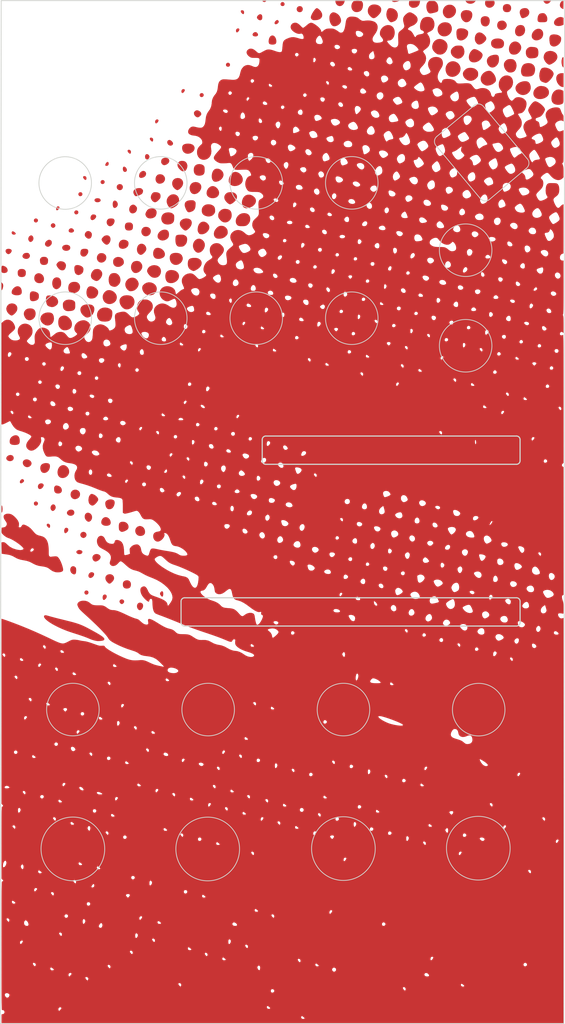
<source format=kicad_pcb>
(kicad_pcb (version 20171130) (host pcbnew 5.1.6)
  (layers (0 F.Cu signal) (31 B.Cu signal) (34 B.Paste user) (35 F.Paste user) (36 B.SilkS user) (37 F.SilkS user) (38 B.Mask user) (39 F.Mask user) (44 Edge.Cuts user))
  (net 0 "")
  (module LOGO (layer F.Cu) (at 104.75 98.55)
    (fp_text reference G*** hide)
    (fp_text value LOGO hide)
    (fp_poly (pts (xy 16.203463 -62.62889) (xy 16.415621 -62.51397) (xy 16.452648 -62.490388) (xy 16.695008 -62.310382) (xy 16.858596 -62.130604) (xy 16.948755 -61.941659) (xy 16.970831 -61.734148) (xy 16.955453 -61.606361) (xy 16.886554 -61.438502) (xy 16.753158 -61.271333) (xy 16.57379 -61.122139) (xy 16.366977 -61.008205) (xy 16.279964 -60.976139) (xy 16.105067 -60.904253) (xy 15.949495 -60.809945) (xy 15.829842 -60.706671) (xy 15.7627 -60.607885) (xy 15.755382 -60.55076) (xy 15.806956 -60.486137) (xy 15.922743 -60.432935) (xy 15.93524 -60.429284) (xy 16.100345 -60.347381) (xy 16.256944 -60.193988) (xy 16.410168 -59.963586) (xy 16.4675 -59.8568) (xy 16.562352 -59.683328) (xy 16.634314 -59.584448) (xy 16.689998 -59.555388) (xy 16.736016 -59.59138) (xy 16.762485 -59.644011) (xy 16.855311 -59.767131) (xy 17.019559 -59.856201) (xy 17.258787 -59.913024) (xy 17.305454 -59.919394) (xy 17.534651 -59.962714) (xy 17.684419 -60.026148) (xy 17.757899 -60.111067) (xy 17.760364 -60.118159) (xy 17.758129 -60.234403) (xy 17.687869 -60.332543) (xy 17.573075 -60.387458) (xy 17.45476 -60.436408) (xy 17.374226 -60.498319) (xy 17.315475 -60.614646) (xy 17.284164 -60.789897) (xy 17.281353 -61.002544) (xy 17.308099 -61.231059) (xy 17.332634 -61.343546) (xy 17.431418 -61.631895) (xy 17.565139 -61.846133) (xy 17.740719 -61.992051) (xy 17.965084 -62.075437) (xy 18.239902 -62.10207) (xy 18.506524 -62.073588) (xy 18.7192 -61.983645) (xy 18.885868 -61.828562) (xy 18.914298 -61.789523) (xy 19.030656 -61.553521) (xy 19.086081 -61.289256) (xy 19.081659 -61.01793) (xy 19.018472 -60.760742) (xy 18.897607 -60.538893) (xy 18.847272 -60.479196) (xy 18.746654 -60.396369) (xy 18.601792 -60.305206) (xy 18.472887 -60.23918) (xy 18.336055 -60.171945) (xy 18.231005 -60.11086) (xy 18.182027 -60.070775) (xy 18.184907 -60.006181) (xy 18.235161 -59.9164) (xy 18.241769 -59.908024) (xy 18.412098 -59.639283) (xy 18.514572 -59.345811) (xy 18.546858 -59.044066) (xy 18.506626 -58.750509) (xy 18.43314 -58.556838) (xy 18.366817 -58.437442) (xy 18.28965 -58.334061) (xy 18.186 -58.23088) (xy 18.04023 -58.112086) (xy 17.86486 -57.982196) (xy 17.756855 -57.894627) (xy 17.682346 -57.816506) (xy 17.66218 -57.78024) (xy 17.67992 -57.712094) (xy 17.738911 -57.610016) (xy 17.783814 -57.549413) (xy 17.925498 -57.343595) (xy 18.004489 -57.14424) (xy 18.032906 -56.91817) (xy 18.033586 -56.86561) (xy 17.991246 -56.567322) (xy 17.865314 -56.282113) (xy 17.655882 -56.010178) (xy 17.627297 -55.980625) (xy 17.446622 -55.791424) (xy 17.324457 -55.643134) (xy 17.255186 -55.521381) (xy 17.233194 -55.411792) (xy 17.252864 -55.299993) (xy 17.308582 -55.171611) (xy 17.310077 -55.168675) (xy 17.432683 -54.969499) (xy 17.56597 -54.844081) (xy 17.720888 -54.789554) (xy 17.908386 -54.803048) (xy 18.139415 -54.881693) (xy 18.236475 -54.925941) (xy 18.430539 -55.027014) (xy 18.550024 -55.11664) (xy 18.600769 -55.209851) (xy 18.588616 -55.321678) (xy 18.519403 -55.467154) (xy 18.475381 -55.54084) (xy 18.343443 -55.820319) (xy 18.288592 -56.094212) (xy 18.30565 -56.352704) (xy 18.389434 -56.585979) (xy 18.534764 -56.784223) (xy 18.73646 -56.93762) (xy 18.989341 -57.036356) (xy 19.282833 -57.070625) (xy 19.578293 -57.041335) (xy 19.813626 -56.954239) (xy 19.987379 -56.810494) (xy 20.098099 -56.61126) (xy 20.14271 -56.384671) (xy 20.146331 -56.216659) (xy 20.125761 -56.067034) (xy 20.073793 -55.915299) (xy 19.983217 -55.740954) (xy 19.846823 -55.523501) (xy 19.831883 -55.500858) (xy 19.646464 -55.185572) (xy 19.531288 -54.903214) (xy 19.483237 -54.644449) (xy 19.487959 -54.471592) (xy 19.530842 -54.288053) (xy 19.608462 -54.106834) (xy 19.706916 -53.953126) (xy 19.812302 -53.852116) (xy 19.837475 -53.838334) (xy 19.936036 -53.815427) (xy 20.003833 -53.858679) (xy 20.050366 -53.975979) (xy 20.061044 -54.023994) (xy 20.113288 -54.14719) (xy 20.218419 -54.233672) (xy 20.384625 -54.286898) (xy 20.620091 -54.310324) (xy 20.743333 -54.312102) (xy 21.069372 -54.290458) (xy 21.348454 -54.23057) (xy 21.570323 -54.13587) (xy 21.724721 -54.009792) (xy 21.750761 -53.975) (xy 21.830021 -53.868565) (xy 21.912616 -53.795418) (xy 22.014894 -53.751011) (xy 22.153204 -53.730792) (xy 22.343897 -53.730214) (xy 22.58317 -53.743353) (xy 22.904815 -53.76243) (xy 23.155275 -53.769028) (xy 23.347471 -53.760417) (xy 23.49432 -53.733867) (xy 23.608744 -53.686649) (xy 23.70366 -53.616032) (xy 23.791989 -53.519287) (xy 23.821487 -53.481693) (xy 23.977144 -53.283965) (xy 24.097182 -53.146952) (xy 24.192724 -53.060776) (xy 24.274894 -53.015558) (xy 24.354815 -53.001419) (xy 24.362378 -53.001333) (xy 24.483567 -53.018856) (xy 24.633443 -53.063275) (xy 24.703198 -53.091113) (xy 24.921985 -53.151467) (xy 25.177041 -53.165921) (xy 25.434358 -53.135789) (xy 25.659928 -53.062387) (xy 25.678054 -53.053424) (xy 25.900132 -52.902757) (xy 26.06771 -52.712694) (xy 26.168257 -52.499095) (xy 26.18711 -52.409056) (xy 26.233042 -52.241837) (xy 26.311004 -52.123632) (xy 26.406791 -52.060181) (xy 26.506193 -52.057223) (xy 26.595004 -52.120499) (xy 26.648833 -52.222532) (xy 26.689671 -52.327095) (xy 26.723506 -52.394995) (xy 26.804277 -52.452994) (xy 26.961825 -52.502871) (xy 27.188475 -52.542527) (xy 27.315583 -52.556931) (xy 27.484792 -52.579313) (xy 27.574595 -52.613803) (xy 27.590063 -52.672905) (xy 27.536269 -52.76912) (xy 27.447028 -52.880911) (xy 27.297904 -53.086259) (xy 27.210981 -53.285024) (xy 27.173811 -53.510579) (xy 27.170029 -53.623596) (xy 27.204312 -53.916748) (xy 27.304245 -54.185328) (xy 27.460238 -54.416185) (xy 27.662703 -54.596168) (xy 27.902053 -54.712125) (xy 27.978256 -54.732171) (xy 28.246096 -54.75256) (xy 28.483652 -54.698405) (xy 28.68245 -54.576971) (xy 28.834018 -54.395522) (xy 28.929881 -54.161322) (xy 28.961624 -53.889056) (xy 28.921943 -53.583311) (xy 28.806769 -53.315401) (xy 28.617263 -53.087637) (xy 28.51818 -53.006268) (xy 28.393625 -52.910102) (xy 28.291304 -52.823731) (xy 28.241399 -52.774604) (xy 28.201947 -52.666515) (xy 28.208664 -52.511214) (xy 28.253366 -52.326237) (xy 28.327872 -52.129122) (xy 28.424001 -51.937407) (xy 28.53357 -51.768629) (xy 28.648397 -51.640325) (xy 28.760302 -51.570033) (xy 28.807119 -51.562) (xy 28.90521 -51.600716) (xy 29.026477 -51.713426) (xy 29.056931 -51.749282) (xy 29.217926 -51.905334) (xy 29.398963 -51.994089) (xy 29.619525 -52.022955) (xy 29.75964 -52.016457) (xy 30.041765 -51.956003) (xy 30.289681 -51.834361) (xy 30.487606 -51.661136) (xy 30.589612 -51.511185) (xy 30.646853 -51.321185) (xy 30.652487 -51.090056) (xy 30.61155 -50.839604) (xy 30.529074 -50.591633) (xy 30.410094 -50.367948) (xy 30.291733 -50.22086) (xy 30.190774 -50.125469) (xy 30.100525 -50.06356) (xy 29.993621 -50.022718) (xy 29.842695 -49.990531) (xy 29.74975 -49.975021) (xy 29.646106 -49.945309) (xy 29.593122 -49.904017) (xy 29.591 -49.894478) (xy 29.612812 -49.834325) (xy 29.670447 -49.725837) (xy 29.752202 -49.59075) (xy 29.766614 -49.568313) (xy 29.896258 -49.358737) (xy 29.981545 -49.192088) (xy 30.030961 -49.04514) (xy 30.052993 -48.894669) (xy 30.056666 -48.774529) (xy 30.043608 -48.575277) (xy 29.9979 -48.401646) (xy 29.90974 -48.233293) (xy 29.769328 -48.049871) (xy 29.637663 -47.904742) (xy 29.51023 -47.761332) (xy 29.405013 -47.626619) (xy 29.336983 -47.520578) (xy 29.320956 -47.482175) (xy 29.317173 -47.306179) (xy 29.381968 -47.132999) (xy 29.501077 -46.982914) (xy 29.660231 -46.876201) (xy 29.772162 -46.840827) (xy 29.881479 -46.841654) (xy 29.916704 -46.847644) (xy 31.292418 -46.847644) (xy 31.341886 -46.76843) (xy 31.45827 -46.716023) (xy 31.617729 -46.653862) (xy 31.712702 -46.564996) (xy 31.763293 -46.42628) (xy 31.775754 -46.350535) (xy 31.79578 -46.22703) (xy 31.824104 -46.165915) (xy 31.877556 -46.145344) (xy 31.93537 -46.143367) (xy 32.042377 -46.161513) (xy 32.190034 -46.208776) (xy 32.224919 -46.223416) (xy 33.757485 -46.223416) (xy 33.818702 -46.041702) (xy 33.933203 -45.857901) (xy 33.982535 -45.799133) (xy 34.099514 -45.689201) (xy 34.208121 -45.643951) (xy 34.334148 -45.659311) (xy 34.481273 -45.720374) (xy 34.675204 -45.837824) (xy 34.795574 -45.972345) (xy 34.84497 -46.133504) (xy 34.825981 -46.33087) (xy 34.741197 -46.57401) (xy 34.723198 -46.614506) (xy 34.632095 -46.799896) (xy 34.555057 -46.914354) (xy 34.480818 -46.967741) (xy 34.398111 -46.969912) (xy 34.339214 -46.950517) (xy 34.229485 -46.885594) (xy 34.097992 -46.780348) (xy 33.964946 -46.654598) (xy 33.850556 -46.528165) (xy 33.775032 -46.420869) (xy 33.758182 -46.380677) (xy 33.757485 -46.223416) (xy 32.224919 -46.223416) (xy 32.328672 -46.266956) (xy 32.531728 -46.373191) (xy 32.664374 -46.470784) (xy 32.738307 -46.571751) (xy 32.765225 -46.688111) (xy 32.766 -46.71624) (xy 32.743679 -46.8458) (xy 32.685763 -47.012794) (xy 32.605814 -47.185728) (xy 32.517398 -47.333105) (xy 32.479446 -47.381583) (xy 32.382244 -47.43806) (xy 32.262022 -47.455633) (xy 32.112732 -47.430563) (xy 31.924961 -47.363615) (xy 31.72528 -47.2671) (xy 31.540261 -47.15333) (xy 31.438005 -47.073821) (xy 31.324455 -46.949503) (xy 31.292418 -46.847644) (xy 29.916704 -46.847644) (xy 30.037996 -46.868269) (xy 30.216858 -46.91336) (xy 30.393205 -46.969612) (xy 30.54218 -47.029711) (xy 30.638926 -47.086345) (xy 30.652712 -47.099905) (xy 30.672648 -47.140664) (xy 30.668636 -47.199918) (xy 30.635841 -47.292649) (xy 30.569426 -47.433836) (xy 30.502375 -47.565589) (xy 30.372169 -47.84126) (xy 30.295224 -48.069889) (xy 30.269519 -48.268558) (xy 30.293031 -48.454349) (xy 30.363737 -48.644346) (xy 30.372509 -48.66257) (xy 30.503618 -48.868377) (xy 30.677541 -49.023364) (xy 30.911252 -49.14123) (xy 31.008012 -49.175498) (xy 31.167119 -49.231794) (xy 31.268746 -49.286963) (xy 31.31517 -49.354861) (xy 31.308667 -49.449343) (xy 31.251513 -49.584265) (xy 31.145983 -49.773483) (xy 31.114937 -49.826431) (xy 30.991484 -50.045487) (xy 30.913786 -50.213942) (xy 30.878537 -50.350197) (xy 30.882432 -50.472656) (xy 30.922165 -50.599721) (xy 30.960912 -50.683962) (xy 31.078689 -50.891643) (xy 31.219371 -51.092089) (xy 31.36783 -51.267192) (xy 31.508938 -51.398844) (xy 31.611758 -51.463042) (xy 31.716913 -51.499425) (xy 31.80471 -51.500931) (xy 31.918242 -51.466789) (xy 31.943975 -51.457089) (xy 32.142113 -51.361439) (xy 32.346174 -51.228749) (xy 32.542501 -51.072006) (xy 32.717436 -50.904201) (xy 32.857322 -50.738323) (xy 32.948501 -50.58736) (xy 32.977633 -50.474019) (xy 32.953671 -50.365927) (xy 32.890713 -50.215802) (xy 32.802045 -50.048204) (xy 32.700955 -49.887696) (xy 32.600727 -49.758839) (xy 32.577782 -49.734862) (xy 32.49061 -49.653726) (xy 32.407962 -49.594005) (xy 32.307309 -49.544162) (xy 32.166119 -49.492655) (xy 32.004 -49.440994) (xy 31.883199 -49.395289) (xy 31.822912 -49.343376) (xy 31.800129 -49.265177) (xy 31.799857 -49.262857) (xy 31.813592 -49.128517) (xy 31.895098 -49.040549) (xy 32.008359 -48.999876) (xy 32.13811 -48.936218) (xy 32.22889 -48.807397) (xy 32.28425 -48.607521) (xy 32.295479 -48.523781) (xy 32.317221 -48.378766) (xy 32.347823 -48.299795) (xy 32.394878 -48.268254) (xy 32.400195 -48.267102) (xy 32.483951 -48.279214) (xy 32.616281 -48.328552) (xy 32.775912 -48.404497) (xy 32.941564 -48.496432) (xy 33.091964 -48.593738) (xy 33.163061 -48.647824) (xy 33.264192 -48.752004) (xy 33.310079 -48.863125) (xy 33.301282 -48.997911) (xy 33.238363 -49.173086) (xy 33.184448 -49.285676) (xy 33.078807 -49.566006) (xy 33.055333 -49.826098) (xy 33.114102 -50.066434) (xy 33.255189 -50.287498) (xy 33.357479 -50.391725) (xy 33.539672 -50.521621) (xy 33.757853 -50.623297) (xy 33.995313 -50.694676) (xy 34.235346 -50.733678) (xy 34.461244 -50.738225) (xy 34.6563 -50.706239) (xy 34.803806 -50.635641) (xy 34.859346 -50.578561) (xy 34.905952 -50.491094) (xy 34.963851 -50.353832) (xy 35.015195 -50.211885) (xy 35.077451 -50.054227) (xy 35.148745 -49.91665) (xy 35.206299 -49.837519) (xy 35.254398 -49.781326) (xy 35.284028 -49.716263) (xy 35.29956 -49.621234) (xy 35.305366 -49.475139) (xy 35.306 -49.356342) (xy 35.306 -48.974866) (xy 35.211913 -49.040766) (xy 35.07133 -49.093173) (xy 34.899387 -49.090649) (xy 34.715467 -49.042454) (xy 34.538955 -48.957846) (xy 34.389235 -48.846087) (xy 34.285692 -48.716435) (xy 34.2477 -48.580163) (xy 34.268805 -48.464561) (xy 34.323954 -48.305098) (xy 34.400961 -48.128843) (xy 34.487641 -47.962868) (xy 34.571808 -47.834243) (xy 34.596666 -47.804917) (xy 34.725881 -47.725754) (xy 34.897307 -47.719638) (xy 35.111245 -47.786563) (xy 35.126083 -47.793193) (xy 35.306 -47.87486) (xy 35.306 -45.847783) (xy 35.305917 -45.381386) (xy 35.305471 -44.9925) (xy 35.304369 -44.673967) (xy 35.302314 -44.418631) (xy 35.299012 -44.219335) (xy 35.294167 -44.068923) (xy 35.287485 -43.960237) (xy 35.27867 -43.886122) (xy 35.267429 -43.83942) (xy 35.253464 -43.812975) (xy 35.236483 -43.799631) (xy 35.221333 -43.793833) (xy 35.165793 -43.770188) (xy 35.143242 -43.732351) (xy 35.153681 -43.661379) (xy 35.19711 -43.53833) (xy 35.221333 -43.476333) (xy 35.255245 -43.377946) (xy 35.278932 -43.272078) (xy 35.294103 -43.1413) (xy 35.302467 -42.968189) (xy 35.305735 -42.735317) (xy 35.306 -42.613427) (xy 35.306 -41.965321) (xy 35.157619 -41.812539) (xy 34.972566 -41.677907) (xy 34.757027 -41.614897) (xy 34.521373 -41.620978) (xy 34.275976 -41.693616) (xy 34.031206 -41.830277) (xy 33.797434 -42.028429) (xy 33.665894 -42.176874) (xy 33.518837 -42.352112) (xy 33.403144 -42.463351) (xy 33.304935 -42.518157) (xy 33.210332 -42.524097) (xy 33.105456 -42.488737) (xy 33.099253 -42.485811) (xy 32.937298 -42.393994) (xy 32.770625 -42.275781) (xy 32.621419 -42.14931) (xy 32.511866 -42.032718) (xy 32.474335 -41.974919) (xy 32.439557 -41.884993) (xy 32.456018 -41.826619) (xy 32.516668 -41.770792) (xy 32.657193 -41.62848) (xy 32.735786 -41.467731) (xy 32.764128 -41.262215) (xy 32.764791 -41.2115) (xy 32.750309 -41.007207) (xy 32.701899 -40.826872) (xy 32.610406 -40.65362) (xy 32.466676 -40.470574) (xy 32.261557 -40.260856) (xy 32.235953 -40.236476) (xy 32.062425 -40.066376) (xy 31.948599 -39.933273) (xy 31.889145 -39.819948) (xy 31.878735 -39.709182) (xy 31.912038 -39.583758) (xy 31.983724 -39.426456) (xy 31.984647 -39.424604) (xy 32.107738 -39.21049) (xy 32.228145 -39.073567) (xy 32.353749 -39.007018) (xy 32.474413 -39.001201) (xy 32.631679 -39.039294) (xy 32.817029 -39.108761) (xy 33.001373 -39.196114) (xy 33.155624 -39.287867) (xy 33.237465 -39.355005) (xy 33.29997 -39.435042) (xy 33.30346 -39.494389) (xy 33.282261 -39.530652) (xy 33.161284 -39.734333) (xy 33.091377 -39.953083) (xy 33.064296 -40.215225) (xy 33.063263 -40.283066) (xy 33.081117 -40.611248) (xy 33.136135 -40.869488) (xy 33.227539 -41.055245) (xy 33.329143 -41.151727) (xy 33.398219 -41.188546) (xy 33.476255 -41.212033) (xy 33.582021 -41.224338) (xy 33.734287 -41.227611) (xy 33.951825 -41.224003) (xy 33.958632 -41.223834) (xy 34.173412 -41.217157) (xy 34.321286 -41.207576) (xy 34.420015 -41.191734) (xy 34.487357 -41.166273) (xy 34.541072 -41.127835) (xy 34.560654 -41.110025) (xy 34.668767 -40.968806) (xy 34.736969 -40.779972) (xy 34.768946 -40.530922) (xy 34.772511 -40.386) (xy 34.747829 -40.099922) (xy 34.670307 -39.871299) (xy 34.534355 -39.687333) (xy 34.427974 -39.597105) (xy 34.251604 -39.462572) (xy 34.135964 -39.357753) (xy 34.069418 -39.26841) (xy 34.040331 -39.180305) (xy 34.035999 -39.117469) (xy 34.057878 -38.991003) (xy 34.115814 -38.819714) (xy 34.19826 -38.628794) (xy 34.293668 -38.443434) (xy 34.390491 -38.288827) (xy 34.449037 -38.216416) (xy 34.563954 -38.124667) (xy 34.671858 -38.107793) (xy 34.784604 -38.167635) (xy 34.89795 -38.286086) (xy 35.00708 -38.39943) (xy 35.12061 -38.487186) (xy 35.178889 -38.516951) (xy 35.307343 -38.561731) (xy 35.303194 -35.481141) (xy 35.299045 -32.400552) (xy 35.165848 -32.361026) (xy 35.023685 -32.285087) (xy 34.923097 -32.165477) (xy 34.864183 -32.019465) (xy 34.847042 -31.864322) (xy 34.871772 -31.717319) (xy 34.938472 -31.595726) (xy 35.047241 -31.516813) (xy 35.160905 -31.496) (xy 35.306 -31.496) (xy 35.306 -28.175332) (xy 35.305458 -27.490553) (xy 35.303845 -26.881357) (xy 35.301173 -26.348877) (xy 35.297458 -25.894247) (xy 35.292713 -25.518601) (xy 35.286953 -25.223073) (xy 35.280192 -25.008797) (xy 35.272444 -24.876908) (xy 35.263725 -24.828538) (xy 35.263666 -24.8285) (xy 35.231606 -24.768008) (xy 35.222578 -24.669106) (xy 35.236582 -24.574856) (xy 35.263666 -24.532166) (xy 35.277533 -24.481517) (xy 35.288914 -24.352) (xy 35.297582 -24.149384) (xy 35.303312 -23.879438) (xy 35.305878 -23.547929) (xy 35.306 -23.450168) (xy 35.306 -22.394333) (xy 35.221333 -22.479) (xy 35.123357 -22.550935) (xy 35.028306 -22.550119) (xy 34.934419 -22.497766) (xy 34.862816 -22.404813) (xy 34.840214 -22.28392) (xy 34.871369 -22.173421) (xy 34.891133 -22.1488) (xy 34.985936 -22.105082) (xy 35.109383 -22.105225) (xy 35.218897 -22.147309) (xy 35.239476 -22.164524) (xy 35.247514 -22.167284) (xy 35.254885 -22.156503) (xy 35.261615 -22.128735) (xy 35.267734 -22.080536) (xy 35.27327 -22.008459) (xy 35.278253 -21.909059) (xy 35.28271 -21.778891) (xy 35.286671 -21.61451) (xy 35.290163 -21.41247) (xy 35.293216 -21.169326) (xy 35.295858 -20.881633) (xy 35.298118 -20.545944) (xy 35.300024 -20.158816) (xy 35.301606 -19.716801) (xy 35.302891 -19.216456) (xy 35.303908 -18.654335) (xy 35.304686 -18.026992) (xy 35.305254 -17.330982) (xy 35.305641 -16.56286) (xy 35.305874 -15.71918) (xy 35.305982 -14.796497) (xy 35.306 -14.159033) (xy 35.306 -6.087018) (xy 35.197849 -6.001947) (xy 35.118806 -5.898763) (xy 35.098402 -5.778984) (xy 35.135709 -5.670833) (xy 35.21075 -5.609711) (xy 35.306 -5.567923) (xy 35.306 10.47859) (xy 35.21075 10.520378) (xy 35.130443 10.600111) (xy 35.103518 10.74514) (xy 35.129985 10.95504) (xy 35.197838 11.194242) (xy 35.239342 11.325123) (xy 35.268702 11.442977) (xy 35.287982 11.566953) (xy 35.299247 11.716199) (xy 35.304562 11.909862) (xy 35.305991 12.16709) (xy 35.306 12.197421) (xy 35.305399 12.451386) (xy 35.302726 12.632136) (xy 35.296676 12.751116) (xy 35.285944 12.819774) (xy 35.269225 12.849556) (xy 35.245213 12.85191) (xy 35.231916 12.84717) (xy 35.125187 12.819037) (xy 34.98333 12.80181) (xy 34.838266 12.796965) (xy 34.721915 12.805977) (xy 34.674527 12.821402) (xy 34.622615 12.903021) (xy 34.621268 13.02649) (xy 34.66757 13.168022) (xy 34.729348 13.268509) (xy 34.871712 13.403707) (xy 35.028806 13.455802) (xy 35.186465 13.429807) (xy 35.306 13.384688) (xy 35.306 64.262) (xy -35.306 64.262) (xy -35.306 63.694463) (xy -35.305555 63.519441) (xy 2.335284 63.519441) (xy 2.357394 63.636135) (xy 2.438288 63.719297) (xy 2.555305 63.758528) (xy 2.685787 63.743431) (xy 2.751666 63.710505) (xy 2.779373 63.676218) (xy 2.759592 63.626959) (xy 2.683921 63.546145) (xy 2.654131 63.517989) (xy 2.519917 63.414456) (xy 2.420849 63.386561) (xy 2.357991 63.434298) (xy 2.335284 63.519441) (xy -35.305555 63.519441) (xy -35.305419 63.466209) (xy -35.302352 63.309849) (xy -35.294821 63.212615) (xy -35.280845 63.161736) (xy -35.258442 63.144443) (xy -35.225633 63.147965) (xy -35.221409 63.149048) (xy -35.098942 63.142614) (xy -34.995628 63.071204) (xy -34.933607 62.954455) (xy -34.925 62.886167) (xy -34.958491 62.754285) (xy -35.044199 62.658052) (xy -35.159984 62.617107) (xy -35.221409 62.623286) (xy -35.231576 62.625233) (xy -35.240894 62.623175) (xy -35.2494 62.613584) (xy -35.257131 62.592933) (xy -35.264124 62.557693) (xy -35.267996 62.52485) (xy -28.167759 62.52485) (xy -28.15147 62.631256) (xy -28.113551 62.712744) (xy -28.072434 62.738) (xy -28.023578 62.708683) (xy -27.944371 62.634395) (xy -27.902053 62.58836) (xy -27.819742 62.493379) (xy -27.781634 62.437571) (xy -27.777012 62.395678) (xy -27.795155 62.342437) (xy -27.796363 62.339296) (xy -27.856226 62.279457) (xy -27.950246 62.271512) (xy -28.051356 62.308875) (xy -28.132485 62.384959) (xy -28.153862 62.426274) (xy -28.167759 62.52485) (xy -35.267996 62.52485) (xy -35.270415 62.504336) (xy -35.276043 62.429334) (xy -35.281044 62.329159) (xy -35.283772 62.249441) (xy -1.982716 62.249441) (xy -1.960606 62.366135) (xy -1.879712 62.449297) (xy -1.762695 62.488528) (xy -1.632213 62.473431) (xy -1.566334 62.440505) (xy -1.538627 62.406218) (xy -1.558408 62.356959) (xy -1.634079 62.276145) (xy -1.663869 62.247989) (xy -1.798083 62.144456) (xy -1.897151 62.116561) (xy -1.960009 62.164298) (xy -1.982716 62.249441) (xy -35.283772 62.249441) (xy -35.285455 62.200282) (xy -35.289312 62.039176) (xy -35.292654 61.842313) (xy -35.295517 61.606164) (xy -35.297938 61.327201) (xy -35.299955 61.001897) (xy -35.301392 60.674584) (xy -34.90338 60.674584) (xy -34.902476 60.749377) (xy -34.86771 60.845836) (xy -34.77405 60.99774) (xy -34.655505 61.073633) (xy -34.519119 61.070075) (xy -34.459941 61.044992) (xy -34.395622 60.978728) (xy -34.338043 60.869466) (xy -34.329885 60.846746) (xy -34.301123 60.740581) (xy -34.313029 60.673864) (xy -34.375266 60.607258) (xy -34.392355 60.592421) (xy -34.531102 60.512772) (xy -34.675465 60.493524) (xy -34.800977 60.534482) (xy -34.862767 60.596159) (xy -34.90338 60.674584) (xy -35.301392 60.674584) (xy -35.301603 60.626723) (xy -35.302877 60.21219) (xy -1.481667 60.21219) (xy -1.457392 60.353596) (xy -1.380354 60.431124) (xy -1.26251 60.452) (xy -1.140812 60.415149) (xy -1.072411 60.341289) (xy -1.025799 60.253386) (xy -1.031413 60.181221) (xy -1.062267 60.119039) (xy -1.153188 60.021874) (xy -1.264024 59.988436) (xy -1.371332 60.013518) (xy -1.451672 60.091913) (xy -1.481667 60.21219) (xy -35.302877 60.21219) (xy -35.302921 60.19815) (xy -35.30358 59.885311) (xy 15.119192 59.885311) (xy 15.177071 60.007645) (xy 15.222596 60.067752) (xy 15.326177 60.16834) (xy 15.402674 60.189696) (xy 15.454689 60.131879) (xy 15.472287 60.073483) (xy 15.472529 59.922962) (xy 15.408758 59.807762) (xy 15.304684 59.750015) (xy 15.186058 59.744651) (xy 15.123208 59.793698) (xy 15.119192 59.885311) (xy -35.30358 59.885311) (xy -35.303945 59.712652) (xy -35.304471 59.338518) (xy -13.097109 59.338518) (xy -13.065158 59.439715) (xy -12.961041 59.573584) (xy -12.869058 59.661821) (xy -12.807931 59.681655) (xy -12.759788 59.633922) (xy -12.734631 59.584167) (xy -12.714855 59.464418) (xy -12.722447 59.441623) (xy 22.402618 59.441623) (xy 22.424379 59.561272) (xy 22.505145 59.648233) (xy 22.621999 59.691192) (xy 22.752021 59.678837) (xy 22.817666 59.646505) (xy 22.845373 59.612218) (xy 22.825592 59.562959) (xy 22.749921 59.482145) (xy 22.720131 59.453989) (xy 22.587057 59.35185) (xy 22.487095 59.322776) (xy 22.423599 59.366898) (xy 22.402618 59.441623) (xy -12.722447 59.441623) (xy -12.751816 59.353455) (xy -12.828098 59.268475) (xy -12.926282 59.226673) (xy -13.02895 59.245247) (xy -13.057867 59.265035) (xy -13.097109 59.338518) (xy -35.304471 59.338518) (xy -35.304713 59.1667) (xy -35.305261 58.556765) (xy -35.305283 58.51525) (xy -24.770016 58.51525) (xy -24.762059 58.638035) (xy -24.701915 58.749266) (xy -24.647693 58.811584) (xy -24.553758 58.89972) (xy -24.492709 58.919676) (xy -24.448034 58.872034) (xy -24.425286 58.819411) (xy -24.390295 58.707379) (xy -24.398632 58.633388) (xy -24.456345 58.559463) (xy -24.468667 58.547) (xy -24.555799 58.490148) (xy -24.654698 58.464559) (xy -24.735977 58.473331) (xy -24.770016 58.51525) (xy -35.305283 58.51525) (xy -35.305449 58.20685) (xy -26.897759 58.20685) (xy -26.88147 58.313256) (xy -26.843551 58.394744) (xy -26.802434 58.42) (xy -26.753578 58.390683) (xy -26.674371 58.316395) (xy -26.632053 58.27036) (xy -26.549742 58.175379) (xy -26.51784 58.128659) (xy 17.823901 58.128659) (xy 17.827946 58.238207) (xy 17.896547 58.338781) (xy 17.916419 58.3541) (xy 18.043311 58.404553) (xy 18.202356 58.419536) (xy 18.346974 58.39471) (xy 18.348037 58.394304) (xy 18.409391 58.337491) (xy 18.41025 58.251464) (xy 18.360922 58.15344) (xy 18.271714 58.060631) (xy 18.152934 57.990254) (xy 18.094564 57.970981) (xy 17.967663 57.972566) (xy 17.873957 58.032619) (xy 17.823901 58.128659) (xy -26.51784 58.128659) (xy -26.511634 58.119571) (xy -26.507012 58.077678) (xy -26.525155 58.024437) (xy -26.526363 58.021296) (xy -26.586226 57.961457) (xy -26.680246 57.953512) (xy -26.781356 57.990875) (xy -26.862485 58.066959) (xy -26.883862 58.108274) (xy -26.897759 58.20685) (xy -35.305449 58.20685) (xy -35.305626 57.87932) (xy -35.305768 57.390845) (xy -29.191546 57.390845) (xy -29.172339 57.50196) (xy -29.113579 57.605084) (xy -29.037874 57.645497) (xy -28.923703 57.656117) (xy -28.81162 57.637545) (xy -28.748624 57.59967) (xy -28.732017 57.5508) (xy -28.768297 57.488499) (xy -28.850747 57.40917) (xy -28.957033 57.329788) (xy -29.050821 57.282643) (xy -29.079944 57.277) (xy -29.160037 57.308927) (xy -29.191546 57.390845) (xy -35.305768 57.390845) (xy -35.305845 57.130837) (xy -35.305898 56.73725) (xy -31.374016 56.73725) (xy -31.366059 56.860035) (xy -31.305915 56.971266) (xy -31.251693 57.033584) (xy -31.157758 57.12172) (xy -31.096709 57.141676) (xy -31.052034 57.094034) (xy -31.034088 57.052518) (xy -21.987109 57.052518) (xy -21.955158 57.153715) (xy -21.851041 57.287584) (xy -21.759058 57.375821) (xy -21.697931 57.395655) (xy -21.649788 57.347922) (xy -21.624631 57.298167) (xy -21.616052 57.246218) (xy -3.167621 57.246218) (xy -3.147125 57.386758) (xy -3.064417 57.528925) (xy -3.06391 57.529528) (xy -2.969412 57.622146) (xy -2.901251 57.6362) (xy -2.880575 57.609194) (xy 6.230369 57.609194) (xy 6.295038 57.729343) (xy 6.307666 57.742667) (xy 6.424622 57.817102) (xy 6.549594 57.809036) (xy 6.636913 57.761433) (xy 6.714652 57.661462) (xy 6.734358 57.533321) (xy 6.696599 57.409954) (xy 6.629649 57.339544) (xy 6.498878 57.292442) (xy 6.379934 57.312922) (xy 6.286448 57.383918) (xy 6.232049 57.488364) (xy 6.230369 57.609194) (xy -2.880575 57.609194) (xy -2.85072 57.5702) (xy -2.824454 57.488534) (xy -2.801173 57.316393) (xy -2.821326 57.174384) (xy -2.878147 57.077065) (xy -2.964874 57.038994) (xy -3.02801 57.050476) (xy -3.127414 57.127419) (xy -3.167621 57.246218) (xy -21.616052 57.246218) (xy -21.604855 57.178418) (xy -21.641816 57.067455) (xy -21.718098 56.982475) (xy -21.816282 56.940673) (xy -21.91895 56.959247) (xy -21.947867 56.979035) (xy -21.987109 57.052518) (xy -31.034088 57.052518) (xy -31.029286 57.041411) (xy -30.994295 56.929379) (xy -30.995865 56.915441) (xy 4.113284 56.915441) (xy 4.135394 57.032135) (xy 4.216288 57.115297) (xy 4.333305 57.154528) (xy 4.463787 57.139431) (xy 4.529666 57.106505) (xy 4.557373 57.072218) (xy 4.537592 57.022959) (xy 4.461921 56.942145) (xy 4.458863 56.939254) (xy 30.268333 56.939254) (xy 30.302603 57.05666) (xy 30.389445 57.129158) (xy 30.50491 57.148067) (xy 30.625047 57.10471) (xy 30.656583 57.079939) (xy 30.725428 56.976999) (xy 30.713924 56.859864) (xy 30.668099 56.77842) (xy 30.572246 56.698883) (xy 30.462402 56.687065) (xy 30.360646 56.734083) (xy 30.289053 56.831054) (xy 30.268333 56.939254) (xy 4.458863 56.939254) (xy 4.432131 56.913989) (xy 4.297917 56.810456) (xy 4.198849 56.782561) (xy 4.135991 56.830298) (xy 4.113284 56.915441) (xy -30.995865 56.915441) (xy -31.002632 56.855388) (xy -31.060345 56.781463) (xy -31.072667 56.769) (xy -31.159799 56.712148) (xy -31.258698 56.686559) (xy -31.339977 56.695331) (xy -31.374016 56.73725) (xy -35.305898 56.73725) (xy -35.305956 56.307787) (xy -35.305962 56.15732) (xy -7.570313 56.15732) (xy -7.56437 56.261917) (xy -7.533209 56.32706) (xy -7.451197 56.371457) (xy -7.329317 56.385965) (xy -7.207589 56.368743) (xy -7.154334 56.344505) (xy -7.142056 56.329311) (xy 1.911192 56.329311) (xy 1.969071 56.451645) (xy 2.014596 56.511752) (xy 2.118177 56.61234) (xy 2.194674 56.633696) (xy 2.246689 56.575879) (xy 2.264287 56.517483) (xy 2.264529 56.366962) (xy 2.200758 56.251762) (xy 2.096684 56.194015) (xy 1.978058 56.188651) (xy 1.915208 56.237698) (xy 1.911192 56.329311) (xy -7.142056 56.329311) (xy -7.126627 56.310218) (xy -7.146408 56.260959) (xy -7.216532 56.186068) (xy 18.586011 56.186068) (xy 18.587766 56.297081) (xy 18.612555 56.359778) (xy 18.64444 56.384659) (xy 18.687818 56.377765) (xy 18.728181 56.362633) (xy 18.799595 56.306398) (xy 18.872938 56.207712) (xy 18.930123 56.097439) (xy 18.953062 56.006447) (xy 18.949612 55.984759) (xy 18.891453 55.934927) (xy 18.79426 55.925995) (xy 18.692866 55.957485) (xy 18.650857 55.988857) (xy 18.60839 56.07027) (xy 18.586011 56.186068) (xy -7.216532 56.186068) (xy -7.222079 56.180145) (xy -7.251869 56.151989) (xy -7.356834 56.068564) (xy -7.44825 56.020431) (xy -7.484702 56.015282) (xy -7.541921 56.063307) (xy -7.570313 56.15732) (xy -35.305962 56.15732) (xy -35.305996 55.406642) (xy -35.305996 55.274518) (xy -19.193109 55.274518) (xy -19.161158 55.375715) (xy -19.057041 55.509584) (xy -18.965058 55.597821) (xy -18.903931 55.617655) (xy -18.855788 55.569922) (xy -18.83588 55.530547) (xy -9.776069 55.530547) (xy -9.75197 55.637745) (xy -9.667233 55.759184) (xy -9.665247 55.761267) (xy -9.571999 55.84931) (xy -9.511368 55.873019) (xy -9.464066 55.834955) (xy -9.438224 55.791391) (xy -9.409458 55.661354) (xy -9.447353 55.537163) (xy -9.541909 55.450928) (xy -9.544635 55.449662) (xy -9.666391 55.420978) (xy -9.745539 55.453116) (xy -9.776069 55.530547) (xy -18.83588 55.530547) (xy -18.830631 55.520167) (xy -18.810855 55.400418) (xy -18.847816 55.289455) (xy -18.924098 55.204475) (xy -19.022282 55.162673) (xy -19.12495 55.181247) (xy -19.153867 55.201035) (xy -19.193109 55.274518) (xy -35.305996 55.274518) (xy -35.305998 54.811084) (xy -11.900683 54.811084) (xy -11.889749 54.973933) (xy -11.844128 55.065084) (xy -11.767741 55.103906) (xy -11.650296 55.115881) (xy -11.531359 55.100006) (xy -11.472334 55.074505) (xy -11.444363 55.040084) (xy -11.464185 54.990836) (xy -11.540179 54.909947) (xy -11.566962 54.884653) (xy -11.693876 54.78647) (xy -11.800649 54.741471) (xy -11.874092 54.752563) (xy -11.900683 54.811084) (xy -35.305998 54.811084) (xy -35.306 54.563704) (xy -35.306 54.514547) (xy -4.696069 54.514547) (xy -4.67197 54.621745) (xy -4.587233 54.743184) (xy -4.585247 54.745267) (xy -4.491999 54.83331) (xy -4.431368 54.857019) (xy -4.384066 54.818955) (xy -4.358224 54.775391) (xy -4.329458 54.645354) (xy -4.367353 54.521163) (xy -4.461909 54.434928) (xy -4.464635 54.433662) (xy -4.586391 54.404978) (xy -4.665539 54.437116) (xy -4.696069 54.514547) (xy -35.306 54.514547) (xy -35.305994 54.142274) (xy -32.999786 54.142274) (xy -32.977667 54.250167) (xy -32.935382 54.331815) (xy -32.884943 54.346585) (xy -32.81001 54.293695) (xy -32.756308 54.239584) (xy -32.667381 54.119596) (xy -32.628168 54.010153) (xy -32.640429 53.928285) (xy -32.705925 53.891023) (xy -32.720205 53.890334) (xy -32.870111 53.923604) (xy -32.96708 54.012861) (xy -32.999786 54.142274) (xy -35.305994 54.142274) (xy -35.305987 53.750518) (xy -16.399109 53.750518) (xy -16.367158 53.851715) (xy -16.263041 53.985584) (xy -16.171058 54.073821) (xy -16.109931 54.093655) (xy -16.061788 54.045922) (xy -16.048204 54.019055) (xy -6.815667 54.019055) (xy -6.803299 54.210438) (xy -6.767177 54.323789) (xy -6.708777 54.357852) (xy -6.629577 54.311367) (xy -6.56455 54.233048) (xy -6.494848 54.085201) (xy -6.485622 53.939726) (xy -6.533949 53.818568) (xy -6.629357 53.746417) (xy -6.722316 53.744657) (xy -6.784943 53.818362) (xy -6.813988 53.962776) (xy -6.815667 54.019055) (xy -16.048204 54.019055) (xy -16.036631 53.996167) (xy -16.016855 53.876418) (xy -16.053816 53.765455) (xy -16.130098 53.680475) (xy -16.228282 53.638673) (xy -16.33095 53.657247) (xy -16.359867 53.677035) (xy -16.399109 53.750518) (xy -35.305987 53.750518) (xy -35.305984 53.592006) (xy -35.305964 53.343122) (xy -18.516615 53.343122) (xy -18.482051 53.522831) (xy -18.476531 53.541084) (xy -18.43012 53.590851) (xy -18.355168 53.574621) (xy -18.268841 53.497668) (xy -18.24855 53.471048) (xy -18.173528 53.311888) (xy -18.175531 53.162106) (xy -18.248313 53.041021) (xy -18.342365 52.981544) (xy -18.421749 52.994127) (xy -18.480937 53.066659) (xy -18.514402 53.187028) (xy -18.516615 53.343122) (xy -35.305964 53.343122) (xy -35.305937 53.016667) (xy -28.084515 53.016667) (xy -28.079445 53.036179) (xy -28.035319 53.113498) (xy -27.961156 53.206646) (xy -27.880446 53.289708) (xy -27.81668 53.336772) (xy -27.804033 53.34) (xy -27.765281 53.304927) (xy -27.724766 53.224783) (xy -27.70617 53.082693) (xy -27.756035 52.96561) (xy -27.864654 52.894951) (xy -27.875611 52.891941) (xy -27.986827 52.890866) (xy -28.063926 52.937723) (xy -28.084515 53.016667) (xy -35.305937 53.016667) (xy -35.30591 52.701441) (xy -35.305796 52.137604) (xy -23.095511 52.137604) (xy -23.060301 52.209022) (xy -23.052722 52.220718) (xy -22.955832 52.304768) (xy -22.839007 52.318132) (xy -22.729931 52.258366) (xy -22.721977 52.249917) (xy -22.645903 52.115356) (xy -22.622296 51.960186) (xy -22.653996 51.81831) (xy -22.682089 51.773747) (xy -22.74513 51.706291) (xy -22.798123 51.700207) (xy -22.869372 51.740879) (xy -22.957469 51.825441) (xy -23.037405 51.943746) (xy -23.04737 51.963548) (xy -23.091466 52.06853) (xy -23.095511 52.137604) (xy -35.305796 52.137604) (xy -35.305745 51.888474) (xy -35.305677 51.714985) (xy -32.48687 51.714985) (xy -32.44692 51.873347) (xy -32.38742 51.961591) (xy -32.269243 52.040643) (xy -32.127839 52.072289) (xy -31.999657 52.049765) (xy -31.977956 52.037602) (xy -31.921271 51.954592) (xy -31.914456 51.830816) (xy -31.95052 51.688239) (xy -32.014061 51.565122) (xy -25.120615 51.565122) (xy -25.086051 51.744831) (xy -25.080531 51.763084) (xy -25.03412 51.812851) (xy -24.959168 51.796621) (xy -24.872841 51.719668) (xy -24.85255 51.693048) (xy -24.812001 51.607021) (xy -15.720601 51.607021) (xy -15.672309 51.734152) (xy -15.651579 51.763084) (xy -15.578384 51.801327) (xy -15.463079 51.814057) (xy -15.344671 51.800011) (xy -15.292042 51.778659) (xy -6.306099 51.778659) (xy -6.302054 51.888207) (xy -6.233453 51.988781) (xy -6.213581 52.0041) (xy -6.086689 52.054553) (xy -5.927644 52.069536) (xy -5.783026 52.04471) (xy -5.781963 52.044304) (xy -5.720609 51.987491) (xy -5.71975 51.901464) (xy -5.755616 51.83019) (xy 12.488333 51.83019) (xy 12.512608 51.971596) (xy 12.589646 52.049124) (xy 12.70749 52.07) (xy 12.829188 52.033149) (xy 12.897589 51.959289) (xy 12.944201 51.871386) (xy 12.938587 51.799221) (xy 12.907733 51.737039) (xy 12.816812 51.639874) (xy 12.705976 51.606436) (xy 12.598668 51.631518) (xy 12.518328 51.709913) (xy 12.488333 51.83019) (xy -5.755616 51.83019) (xy -5.769078 51.80344) (xy -5.858286 51.710631) (xy -5.977066 51.640254) (xy -6.035436 51.620981) (xy -6.162337 51.622566) (xy -6.256043 51.682619) (xy -6.306099 51.778659) (xy -15.292042 51.778659) (xy -15.283077 51.775022) (xy -15.252447 51.739803) (xy -15.272145 51.688354) (xy -15.343448 51.606824) (xy -15.482641 51.487136) (xy -15.594779 51.446481) (xy -15.679025 51.485124) (xy -15.688951 51.497427) (xy -15.720601 51.607021) (xy -24.812001 51.607021) (xy -24.777528 51.533888) (xy -24.779531 51.384106) (xy -24.852313 51.263021) (xy -24.946365 51.203544) (xy -25.025749 51.216127) (xy -25.084937 51.288659) (xy -25.118402 51.409028) (xy -25.120615 51.565122) (xy -32.014061 51.565122) (xy -32.022471 51.548827) (xy -32.123317 51.434545) (xy -32.183023 51.393343) (xy -32.269896 51.354403) (xy -32.330311 51.367943) (xy -32.389426 51.420611) (xy -32.467745 51.553479) (xy -32.48687 51.714985) (xy -35.305677 51.714985) (xy -35.305474 51.201927) (xy -34.683304 51.201927) (xy -34.651576 51.308372) (xy -34.569875 51.427875) (xy -34.553693 51.445584) (xy -34.459695 51.533747) (xy -34.398638 51.553848) (xy -34.354179 51.506667) (xy -34.332334 51.456167) (xy -34.312383 51.30781) (xy -34.364759 51.188339) (xy -34.478137 51.113584) (xy -34.589796 51.096334) (xy -34.663297 51.12557) (xy -34.683304 51.201927) (xy -35.305474 51.201927) (xy -35.305453 51.149572) (xy -35.305413 51.089459) (xy -18.001136 51.089459) (xy -17.98182 51.234967) (xy -17.934812 51.301143) (xy -17.860742 51.287518) (xy -17.801275 51.23856) (xy -17.690611 51.104111) (xy -17.637016 50.986212) (xy -17.641879 50.896831) (xy -17.70659 50.847938) (xy -17.755272 50.842334) (xy -17.893166 50.877116) (xy -17.979051 50.972431) (xy -18.001136 51.089459) (xy -35.305413 51.089459) (xy -35.305232 50.8234) (xy -27.408743 50.8234) (xy -27.374026 50.945338) (xy -27.368649 50.953881) (xy -27.270924 51.037264) (xy -27.150046 51.054517) (xy -27.035386 51.005919) (xy -26.984966 50.95024) (xy -26.940594 50.820651) (xy -26.961385 50.744305) (xy -1.395068 50.744305) (xy -1.344635 50.859369) (xy -1.283247 50.935267) (xy -1.176931 51.027772) (xy -1.102863 51.044932) (xy -1.054366 50.98659) (xy -1.037713 50.929483) (xy -1.037471 50.778962) (xy -1.101242 50.663762) (xy -1.205316 50.606015) (xy -1.321874 50.602692) (xy -1.386303 50.653768) (xy -1.395068 50.744305) (xy -26.961385 50.744305) (xy -26.972673 50.702857) (xy -27.05781 50.627022) (xy -27.184906 50.596545) (xy -27.297129 50.631071) (xy -27.377426 50.712667) (xy -27.408743 50.8234) (xy -35.305232 50.8234) (xy -35.305 50.481199) (xy -35.304853 50.344068) (xy 5.886011 50.344068) (xy 5.887766 50.455081) (xy 5.912555 50.517778) (xy 5.94444 50.542659) (xy 5.987818 50.535765) (xy 6.028181 50.520633) (xy 6.099595 50.464398) (xy 6.172938 50.365712) (xy 6.230123 50.255439) (xy 6.253062 50.164447) (xy 6.249612 50.142759) (xy 6.191453 50.092927) (xy 6.09426 50.083995) (xy 5.992866 50.115485) (xy 5.950857 50.146857) (xy 5.90839 50.22827) (xy 5.886011 50.344068) (xy -35.304853 50.344068) (xy -35.304547 50.06132) (xy -3.506313 50.06132) (xy -3.50037 50.165917) (xy -3.469209 50.23106) (xy -3.387197 50.275457) (xy -3.265317 50.289965) (xy -3.143589 50.272743) (xy -3.090334 50.248505) (xy -3.062627 50.214218) (xy -3.082408 50.164959) (xy -3.158079 50.084145) (xy -3.187869 50.055989) (xy -3.292834 49.972564) (xy -3.38425 49.924431) (xy -3.420702 49.919282) (xy -3.477921 49.967307) (xy -3.506313 50.06132) (xy -35.304547 50.06132) (xy -35.304351 49.879822) (xy -35.303471 49.341906) (xy -35.303361 49.295622) (xy -24.60282 49.295622) (xy -24.59666 49.360667) (xy -24.546899 49.467938) (xy -24.452145 49.524857) (xy -24.338193 49.527519) (xy -24.230839 49.472022) (xy -24.188471 49.422433) (xy -24.148449 49.301184) (xy -24.17594 49.191181) (xy -24.253979 49.109349) (xy -24.365605 49.072614) (xy -24.493853 49.097901) (xy -24.507058 49.104557) (xy -24.582636 49.177492) (xy -24.60282 49.295622) (xy -35.303361 49.295622) (xy -35.302674 49.008845) (xy -34.017546 49.008845) (xy -33.998339 49.11996) (xy -33.939579 49.223084) (xy -33.863874 49.263497) (xy -33.749703 49.274117) (xy -33.63762 49.255545) (xy -33.574624 49.21767) (xy -33.558017 49.1688) (xy -33.594297 49.106499) (xy -33.676747 49.02717) (xy -33.783033 48.947788) (xy -33.876821 48.900643) (xy -33.905944 48.895) (xy -33.986037 48.926927) (xy -34.017546 49.008845) (xy -35.302674 49.008845) (xy -35.302326 48.863918) (xy -35.300881 48.442323) (xy -35.299101 48.073587) (xy -35.29818 47.936667) (xy -29.100515 47.936667) (xy -29.095445 47.956179) (xy -29.051319 48.033498) (xy -28.977156 48.126646) (xy -28.896446 48.209708) (xy -28.83268 48.256772) (xy -28.820033 48.26) (xy -28.781281 48.224927) (xy -28.771843 48.206257) (xy -19.685 48.206257) (xy -19.658143 48.275434) (xy -19.593388 48.36751) (xy -19.514462 48.454422) (xy -19.445094 48.508108) (xy -19.424793 48.514) (xy -19.377245 48.485731) (xy -19.301563 48.415943) (xy -19.284547 48.398016) (xy -19.207566 48.28332) (xy -10.110313 48.28332) (xy -10.10437 48.387917) (xy -10.073209 48.45306) (xy -9.991197 48.497457) (xy -9.869317 48.511965) (xy -9.747589 48.494743) (xy -9.694334 48.470505) (xy -9.666627 48.436218) (xy -9.686408 48.386959) (xy -9.762079 48.306145) (xy -9.791869 48.277989) (xy -9.896834 48.194564) (xy -9.98825 48.146431) (xy -10.024702 48.141282) (xy -10.081921 48.189307) (xy -10.110313 48.28332) (xy -19.207566 48.28332) (xy -19.197997 48.269063) (xy -19.186576 48.16027) (xy -19.246501 48.083102) (xy -19.373989 48.049022) (xy -19.399917 48.048334) (xy -19.5441 48.069638) (xy -19.646032 48.125901) (xy -19.684998 48.20565) (xy -19.685 48.206257) (xy -28.771843 48.206257) (xy -28.740766 48.144783) (xy -28.72217 48.002693) (xy -28.772035 47.88561) (xy -28.880654 47.814951) (xy -28.891611 47.811941) (xy -29.002827 47.810866) (xy -29.079926 47.857723) (xy -29.100515 47.936667) (xy -35.29818 47.936667) (xy -35.297069 47.771622) (xy -12.41082 47.771622) (xy -12.40466 47.836667) (xy -12.354899 47.943938) (xy -12.260145 48.000857) (xy -12.146193 48.003519) (xy -12.038839 47.948022) (xy -11.996471 47.898433) (xy -11.956449 47.777184) (xy -11.98394 47.667181) (xy -12.061979 47.585349) (xy -12.173605 47.548614) (xy -12.301853 47.573901) (xy -12.315058 47.580557) (xy -12.390636 47.653492) (xy -12.41082 47.771622) (xy -35.297069 47.771622) (xy -35.296951 47.754176) (xy -35.294551 47.497054) (xy -31.211996 47.497054) (xy -31.207436 47.622579) (xy -31.199667 47.646167) (xy -31.15808 47.725935) (xy -31.108118 47.742533) (xy -31.035897 47.693524) (xy -30.950053 47.60236) (xy -30.860161 47.492897) (xy -30.825375 47.422157) (xy -30.840505 47.369424) (xy -30.881617 47.329123) (xy -30.983147 47.287728) (xy -31.083173 47.313002) (xy -31.165015 47.388319) (xy -31.211996 47.497054) (xy -35.294551 47.497054) (xy -35.294397 47.480556) (xy -35.291403 47.249192) (xy -35.289732 47.156335) (xy -24.019116 47.156335) (xy -24.014831 47.191084) (xy -23.959717 47.238834) (xy -23.865659 47.244019) (xy -23.764024 47.211239) (xy -23.68618 47.145094) (xy -23.684545 47.142649) (xy -23.645933 47.032056) (xy -23.649107 46.910291) (xy -23.690872 46.815051) (xy -23.714024 46.794953) (xy -23.775709 46.800609) (xy -23.853946 46.861813) (xy -23.93185 46.956326) (xy -23.992536 47.061912) (xy -24.019116 47.156335) (xy -35.289732 47.156335) (xy -35.287936 47.05655) (xy -35.28396 46.899096) (xy -35.27944 46.773296) (xy -35.279301 46.770615) (xy -16.729729 46.770615) (xy -16.717254 46.893482) (xy -16.697809 46.952022) (xy -16.635999 46.989532) (xy -16.55282 46.955595) (xy -16.47055 46.867048) (xy -16.395786 46.708665) (xy -16.39675 46.559454) (xy -16.467667 46.439667) (xy -16.555371 46.368711) (xy -16.621958 46.367333) (xy -16.683156 46.423106) (xy -16.711727 46.501001) (xy -16.727569 46.628313) (xy -16.729729 46.770615) (xy -35.279301 46.770615) (xy -35.274342 46.675616) (xy -35.268631 46.602522) (xy -35.262272 46.550478) (xy -35.255231 46.515952) (xy -35.247472 46.495409) (xy -35.238961 46.485314) (xy -35.229664 46.482135) (xy -35.226517 46.482) (xy -35.13453 46.453929) (xy -35.100291 46.425679) (xy -35.096425 46.412667) (xy -26.306515 46.412667) (xy -26.301445 46.432179) (xy -26.257319 46.509498) (xy -26.183156 46.602646) (xy -26.102446 46.685708) (xy -26.03868 46.732772) (xy -26.026033 46.736) (xy -25.987281 46.700927) (xy -25.946766 46.620783) (xy -25.92817 46.478693) (xy -25.978035 46.36161) (xy -26.086654 46.290951) (xy -26.097611 46.287941) (xy -26.208827 46.286866) (xy -26.285926 46.333723) (xy -26.306515 46.412667) (xy -35.096425 46.412667) (xy -35.084625 46.372962) (xy -35.126723 46.303079) (xy -35.179775 46.248425) (xy -35.306 46.127493) (xy -35.306 45.993622) (xy -19.01482 45.993622) (xy -19.00866 46.058667) (xy -18.958899 46.165938) (xy -18.864145 46.222857) (xy -18.750193 46.225519) (xy -18.642839 46.170022) (xy -18.600471 46.120433) (xy -18.560449 45.999184) (xy -18.58794 45.889181) (xy -18.665979 45.807349) (xy -18.777605 45.770614) (xy -18.905853 45.795901) (xy -18.919058 45.802557) (xy -18.994636 45.875492) (xy -19.01482 45.993622) (xy -35.306 45.993622) (xy -35.306 45.198845) (xy -30.715546 45.198845) (xy -30.696339 45.30996) (xy -30.637579 45.413084) (xy -30.561874 45.453497) (xy -30.447703 45.464117) (xy -30.33562 45.445545) (xy -30.272624 45.40767) (xy -30.256017 45.3588) (xy -30.292297 45.296499) (xy -30.374747 45.21717) (xy -30.461287 45.152535) (xy 30.866777 45.152535) (xy 30.924546 45.274933) (xy 30.970596 45.335752) (xy 31.076939 45.437231) (xy 31.157399 45.458115) (xy 31.212019 45.398405) (xy 31.225399 45.357045) (xy 31.227119 45.215112) (xy 31.169708 45.094188) (xy 31.067122 45.022039) (xy 31.055345 45.018683) (xy 30.935278 45.012806) (xy 30.871388 45.061292) (xy 30.866777 45.152535) (xy -30.461287 45.152535) (xy -30.481033 45.137788) (xy -30.574821 45.090643) (xy -30.603944 45.085) (xy -30.684037 45.116927) (xy -30.715546 45.198845) (xy -35.306 45.198845) (xy -35.306 44.508304) (xy -35.139683 44.508304) (xy -35.131051 44.625945) (xy -35.108445 44.675778) (xy -35.02851 44.702683) (xy -34.926653 44.654963) (xy -34.869638 44.602215) (xy -32.893 44.602215) (xy -32.869234 44.712692) (xy -32.810188 44.824751) (xy -32.734239 44.912525) (xy -32.659766 44.950148) (xy -32.646378 44.949324) (xy -32.590189 44.898055) (xy -32.546957 44.777486) (xy -32.542585 44.75685) (xy -32.540853 44.726973) (xy -23.346789 44.726973) (xy -23.310464 44.845315) (xy -23.271579 44.905084) (xy -23.195874 44.945497) (xy -23.081703 44.956117) (xy -22.96962 44.937545) (xy -22.906624 44.89967) (xy -22.890017 44.8508) (xy -22.926297 44.788499) (xy -23.008747 44.70917) (xy -23.135246 44.61251) (xy -23.227198 44.581269) (xy -23.299268 44.611971) (xy -23.321214 44.635134) (xy -23.346789 44.726973) (xy -32.540853 44.726973) (xy -32.533376 44.598008) (xy -32.563655 44.456938) (xy -32.62583 44.359214) (xy -32.668105 44.334064) (xy -32.739611 44.349726) (xy -32.815559 44.419435) (xy -32.873848 44.516836) (xy -32.893 44.602215) (xy -34.869638 44.602215) (xy -34.864882 44.597815) (xy -34.763229 44.4442) (xy -34.702451 44.262528) (xy -34.697049 44.182845) (xy -25.635546 44.182845) (xy -25.616339 44.29396) (xy -25.557579 44.397084) (xy -25.481874 44.437497) (xy -25.367703 44.448117) (xy -25.25562 44.429545) (xy -25.192624 44.39167) (xy -25.176017 44.3428) (xy -25.212297 44.280499) (xy -25.294747 44.20117) (xy -25.401033 44.121788) (xy -25.494821 44.074643) (xy -25.523944 44.069) (xy -25.604037 44.100927) (xy -25.635546 44.182845) (xy -34.697049 44.182845) (xy -34.690403 44.084825) (xy -34.714008 43.982706) (xy -34.780815 43.883353) (xy -34.861235 43.865003) (xy -34.949657 43.926206) (xy -35.040469 44.065511) (xy -35.041417 44.067387) (xy -35.091873 44.20186) (xy -35.125626 44.357887) (xy -35.139683 44.508304) (xy -35.306 44.508304) (xy -35.306 43.740068) (xy 7.664011 43.740068) (xy 7.665766 43.851081) (xy 7.690555 43.913778) (xy 7.72244 43.938659) (xy 7.765818 43.931765) (xy 7.806181 43.916633) (xy 7.877595 43.860398) (xy 7.950938 43.761712) (xy 8.008123 43.651439) (xy 8.031062 43.560447) (xy 8.027612 43.538759) (xy 7.969453 43.488927) (xy 7.87226 43.479995) (xy 7.770866 43.511485) (xy 7.728857 43.542857) (xy 7.68639 43.62427) (xy 7.664011 43.740068) (xy -35.306 43.740068) (xy -35.306 42.870305) (xy -3.935068 42.870305) (xy -3.884635 42.985369) (xy -3.823247 43.061267) (xy -3.716931 43.153772) (xy -3.642863 43.170932) (xy -3.594366 43.11259) (xy -3.577713 43.055483) (xy -3.577598 42.983657) (xy 22.141618 42.983657) (xy 22.14331 43.093879) (xy 22.168555 43.151778) (xy 22.20044 43.176659) (xy 22.243818 43.169765) (xy 22.284181 43.154633) (xy 22.355595 43.098398) (xy 22.428938 42.999712) (xy 22.486123 42.889439) (xy 22.509062 42.798447) (xy 22.505612 42.776759) (xy 22.446972 42.724997) (xy 22.350112 42.72033) (xy 22.246604 42.76192) (xy 22.21775 42.784395) (xy 22.168164 42.867549) (xy 22.141618 42.983657) (xy -3.577598 42.983657) (xy -3.577471 42.904962) (xy -3.641242 42.789762) (xy -3.745316 42.732015) (xy -3.861874 42.728692) (xy -3.926303 42.779768) (xy -3.935068 42.870305) (xy -35.306 42.870305) (xy -35.306 41.67932) (xy -8.332313 41.67932) (xy -8.32637 41.783917) (xy -8.295209 41.84906) (xy -8.213197 41.893457) (xy -8.091317 41.907965) (xy -7.969589 41.890743) (xy -7.916334 41.866505) (xy -7.888627 41.832218) (xy -7.908408 41.782959) (xy -7.984079 41.702145) (xy -8.013869 41.673989) (xy -8.110344 41.597311) (xy 17.659192 41.597311) (xy 17.717071 41.719645) (xy 17.762596 41.779752) (xy 17.866177 41.88034) (xy 17.942674 41.901696) (xy 17.994689 41.843879) (xy 18.012287 41.785483) (xy 18.012529 41.634962) (xy 17.948758 41.519762) (xy 17.850075 41.465006) (xy 34.332333 41.465006) (xy 34.351764 41.595844) (xy 34.40491 41.652213) (xy 34.484054 41.633477) (xy 34.581475 41.539001) (xy 34.618071 41.488506) (xy 34.690726 41.349235) (xy 34.691608 41.253924) (xy 34.620759 41.203065) (xy 34.592993 41.197515) (xy 34.471923 41.217989) (xy 34.37919 41.302936) (xy 34.333991 41.432654) (xy 34.332333 41.465006) (xy 17.850075 41.465006) (xy 17.844684 41.462015) (xy 17.726058 41.456651) (xy 17.663208 41.505698) (xy 17.659192 41.597311) (xy -8.110344 41.597311) (xy -8.118834 41.590564) (xy -8.21025 41.542431) (xy -8.246702 41.537282) (xy -8.303921 41.585307) (xy -8.332313 41.67932) (xy -35.306 41.67932) (xy -35.306 41.605747) (xy -35.305992 41.167622) (xy -10.63282 41.167622) (xy -10.62666 41.232667) (xy -10.576899 41.339938) (xy -10.482145 41.396857) (xy -10.368193 41.399519) (xy -10.260839 41.344022) (xy -10.218471 41.294433) (xy -10.178449 41.173184) (xy -10.20594 41.063181) (xy -10.283979 40.981349) (xy -10.395605 40.944614) (xy -10.523853 40.969901) (xy -10.537058 40.976557) (xy -10.612636 41.049492) (xy -10.63282 41.167622) (xy -35.305992 41.167622) (xy -35.305986 40.913622) (xy -20.03082 40.913622) (xy -20.02466 40.978667) (xy -19.974899 41.085938) (xy -19.880145 41.142857) (xy -19.766193 41.145519) (xy -19.658839 41.090022) (xy -19.616471 41.040433) (xy -19.576449 40.919184) (xy -19.60394 40.809181) (xy -19.681979 40.727349) (xy -19.793605 40.690614) (xy -19.921853 40.715901) (xy -19.935058 40.722557) (xy -20.010636 40.795492) (xy -20.03082 40.913622) (xy -35.305986 40.913622) (xy -35.305985 40.889491) (xy -35.305883 40.288518) (xy -22.241109 40.288518) (xy -22.209158 40.389715) (xy -22.105041 40.523584) (xy -22.013058 40.611821) (xy -21.951931 40.631655) (xy -21.903788 40.583922) (xy -21.882854 40.542518) (xy -12.843109 40.542518) (xy -12.811158 40.643715) (xy -12.707041 40.777584) (xy -12.615058 40.865821) (xy -12.553931 40.885655) (xy -12.505788 40.837922) (xy -12.501147 40.828742) (xy 5.969 40.828742) (xy 5.996788 40.903359) (xy 6.0642 40.998905) (xy 6.147308 41.087703) (xy 6.222183 41.142081) (xy 6.245047 41.148) (xy 6.305716 41.116223) (xy 6.354297 41.065055) (xy 15.536333 41.065055) (xy 15.548735 41.257558) (xy 15.585444 41.370608) (xy 15.645713 41.403532) (xy 15.728795 41.35566) (xy 15.78726 41.290458) (xy 15.860947 41.147557) (xy 15.865646 41.090172) (xy 24.765 41.090172) (xy 24.799448 41.173234) (xy 24.884924 41.267121) (xy 24.994618 41.349336) (xy 25.101725 41.397381) (xy 25.13656 41.402) (xy 25.252296 41.374835) (xy 25.322583 41.331939) (xy 25.391956 41.226626) (xy 25.377602 41.117882) (xy 25.320583 41.046918) (xy 25.208317 40.980805) (xy 25.073996 40.95049) (xy 24.940843 40.954165) (xy 24.83208 40.990023) (xy 24.770929 41.056254) (xy 24.765 41.090172) (xy 15.865646 41.090172) (xy 15.872873 41.00192) (xy 15.824007 40.878106) (xy 15.768954 40.826468) (xy 15.661509 40.784465) (xy 15.586848 40.820269) (xy 15.54539 40.933449) (xy 15.536333 41.065055) (xy 6.354297 41.065055) (xy 6.379617 41.038388) (xy 6.38945 41.025048) (xy 6.462621 40.894887) (xy 6.467792 40.796897) (xy 6.4262 40.733134) (xy 6.395134 40.717941) (xy 22.651361 40.717941) (xy 22.68371 40.824095) (xy 22.699133 40.8432) (xy 22.796965 40.888411) (xy 22.921167 40.882469) (xy 23.032403 40.82762) (xy 23.036583 40.823939) (xy 23.105677 40.716426) (xy 23.092319 40.599841) (xy 23.029333 40.513) (xy 22.91041 40.439066) (xy 22.790515 40.444132) (xy 22.714857 40.494857) (xy 22.662384 40.594003) (xy 22.651361 40.717941) (xy 6.395134 40.717941) (xy 6.338377 40.690184) (xy 6.220438 40.684043) (xy 6.100692 40.708793) (xy 6.007448 40.758513) (xy 5.969015 40.827282) (xy 5.969 40.828742) (xy -12.501147 40.828742) (xy -12.480631 40.788167) (xy -12.460855 40.668418) (xy -12.497816 40.557455) (xy -12.574098 40.472475) (xy -12.654912 40.438068) (xy 3.854011 40.438068) (xy 3.855766 40.549081) (xy 3.880555 40.611778) (xy 3.91244 40.636659) (xy 3.955818 40.629765) (xy 3.996181 40.614633) (xy 4.067595 40.558398) (xy 4.137795 40.463941) (xy 13.253361 40.463941) (xy 13.28571 40.570095) (xy 13.301133 40.5892) (xy 13.401449 40.63683) (xy 13.523275 40.629324) (xy 13.628275 40.571439) (xy 13.650099 40.545914) (xy 13.708207 40.432488) (xy 13.695065 40.339096) (xy 13.631333 40.259) (xy 13.51241 40.185066) (xy 13.392515 40.190132) (xy 13.316857 40.240857) (xy 13.264384 40.340003) (xy 13.253361 40.463941) (xy 4.137795 40.463941) (xy 4.140938 40.459712) (xy 4.198123 40.349439) (xy 4.221062 40.258447) (xy 4.217612 40.236759) (xy 4.159453 40.186927) (xy 4.06226 40.177995) (xy 3.960866 40.209485) (xy 3.918857 40.240857) (xy 3.87639 40.32227) (xy 3.854011 40.438068) (xy -12.654912 40.438068) (xy -12.672282 40.430673) (xy -12.77495 40.449247) (xy -12.803867 40.469035) (xy -12.843109 40.542518) (xy -21.882854 40.542518) (xy -21.878631 40.534167) (xy -21.858855 40.414418) (xy -21.895816 40.303455) (xy -21.972098 40.218475) (xy -22.070282 40.176673) (xy -22.17295 40.195247) (xy -22.201867 40.215035) (xy -22.241109 40.288518) (xy -35.305883 40.288518) (xy -35.305877 40.253171) (xy -35.305588 39.692059) (xy -35.305441 39.563229) (xy -33.940851 39.563229) (xy -33.892872 39.641647) (xy -33.819948 39.72836) (xy -33.719023 39.833139) (xy -33.651773 39.870307) (xy -33.604315 39.842302) (xy -33.570334 39.772167) (xy -33.562332 39.708153) (xy -24.499091 39.708153) (xy -24.498566 39.854009) (xy -24.425819 39.998085) (xy -24.404214 40.023195) (xy -24.309567 40.104383) (xy -24.240048 40.109787) (xy -24.189026 40.036374) (xy -24.158821 39.923021) (xy -14.958601 39.923021) (xy -14.910309 40.050152) (xy -14.889579 40.079084) (xy -14.816384 40.117327) (xy -14.701079 40.130057) (xy -14.582671 40.116011) (xy -14.521077 40.091022) (xy -14.490447 40.055803) (xy -14.510145 40.004354) (xy -14.552485 39.955941) (xy 10.967361 39.955941) (xy 10.99971 40.062095) (xy 11.015133 40.0812) (xy 11.115449 40.12883) (xy 11.237275 40.121324) (xy 11.342275 40.063439) (xy 11.364099 40.037914) (xy 11.370207 40.025991) (xy 20.447 40.025991) (xy 20.471086 40.114746) (xy 20.530534 40.217844) (xy 20.606123 40.310449) (xy 20.678634 40.367724) (xy 20.716207 40.373876) (xy 20.759547 40.325846) (xy 20.799608 40.231288) (xy 20.800886 40.226911) (xy 20.819749 40.092946) (xy 20.809917 39.954019) (xy 20.776451 39.839533) (xy 20.724412 39.778892) (xy 20.723717 39.77862) (xy 20.642337 39.786823) (xy 20.551089 39.847103) (xy 20.476978 39.935318) (xy 20.447 40.025991) (xy 11.370207 40.025991) (xy 11.422207 39.924488) (xy 11.409065 39.831096) (xy 11.345333 39.751) (xy 11.242399 39.687006) (xy 27.728333 39.687006) (xy 27.747764 39.817844) (xy 27.80091 39.874213) (xy 27.880054 39.855477) (xy 27.977475 39.761001) (xy 28.014071 39.710506) (xy 28.086726 39.571235) (xy 28.087608 39.475924) (xy 28.016759 39.425065) (xy 27.988993 39.419515) (xy 27.867923 39.439989) (xy 27.77519 39.524936) (xy 27.729991 39.654654) (xy 27.728333 39.687006) (xy 11.242399 39.687006) (xy 11.22641 39.677066) (xy 11.106515 39.682132) (xy 11.030857 39.732857) (xy 10.978384 39.832003) (xy 10.967361 39.955941) (xy -14.552485 39.955941) (xy -14.581448 39.922824) (xy -14.720641 39.803136) (xy -14.832779 39.762481) (xy -14.917025 39.801124) (xy -14.926951 39.813427) (xy -14.958601 39.923021) (xy -24.158821 39.923021) (xy -24.155149 39.909241) (xy -24.136824 39.76991) (xy -24.152371 39.672414) (xy -24.165681 39.64732) (xy 1.573687 39.64732) (xy 1.57963 39.751917) (xy 1.610791 39.81706) (xy 1.692803 39.861457) (xy 1.814683 39.875965) (xy 1.936411 39.858743) (xy 1.989666 39.834505) (xy 2.017373 39.800218) (xy 1.997592 39.750959) (xy 1.921921 39.670145) (xy 1.892131 39.641989) (xy 1.787166 39.558564) (xy 1.69575 39.510431) (xy 1.659298 39.505282) (xy 1.602079 39.553307) (xy 1.573687 39.64732) (xy -24.165681 39.64732) (xy -24.187875 39.605477) (xy -24.261154 39.517922) (xy -24.329916 39.507754) (xy -24.417226 39.572668) (xy -24.426334 39.581667) (xy -24.499091 39.708153) (xy -33.562332 39.708153) (xy -33.554483 39.645364) (xy -33.593239 39.532295) (xy -33.669924 39.449586) (xy -33.767858 39.413865) (xy -33.870362 39.441756) (xy -33.888384 39.455123) (xy -33.937625 39.50796) (xy -33.940851 39.563229) (xy -35.305441 39.563229) (xy -35.305027 39.201425) (xy -35.304892 39.138973) (xy -26.648789 39.138973) (xy -26.612464 39.257315) (xy -26.573579 39.317084) (xy -26.497874 39.357497) (xy -26.383703 39.368117) (xy -26.27162 39.349545) (xy -26.208624 39.31167) (xy -26.192017 39.2628) (xy -26.228297 39.200499) (xy -26.310747 39.12117) (xy -26.390401 39.060305) (xy -0.633068 39.060305) (xy -0.582635 39.175369) (xy -0.521247 39.251267) (xy -0.414931 39.343772) (xy -0.340863 39.360932) (xy -0.292366 39.30259) (xy -0.287836 39.287055) (xy 8.932333 39.287055) (xy 8.944701 39.478438) (xy 8.980823 39.591789) (xy 9.039223 39.625852) (xy 9.118423 39.579367) (xy 9.18345 39.501048) (xy 9.235607 39.39332) (xy 18.337687 39.39332) (xy 18.34363 39.497917) (xy 18.374791 39.56306) (xy 18.456803 39.607457) (xy 18.578683 39.621965) (xy 18.700411 39.604743) (xy 18.753666 39.580505) (xy 18.781373 39.546218) (xy 18.761592 39.496959) (xy 18.685921 39.416145) (xy 18.656131 39.387989) (xy 18.551166 39.304564) (xy 18.45975 39.256431) (xy 18.423298 39.251282) (xy 18.366079 39.299307) (xy 18.337687 39.39332) (xy 9.235607 39.39332) (xy 9.257994 39.347082) (xy 9.265716 39.20177) (xy 9.207392 39.08408) (xy 9.164954 39.048468) (xy 9.057509 39.006465) (xy 8.982848 39.042269) (xy 8.94139 39.155449) (xy 8.932333 39.287055) (xy -0.287836 39.287055) (xy -0.275713 39.245483) (xy -0.275471 39.094962) (xy -0.339242 38.979762) (xy -0.443316 38.922015) (xy -0.559874 38.918692) (xy -0.624303 38.969768) (xy -0.633068 39.060305) (xy -26.390401 39.060305) (xy -26.437246 39.02451) (xy -26.529198 38.993269) (xy -26.601268 39.023971) (xy -26.623214 39.047134) (xy -26.648789 39.138973) (xy -35.304892 39.138973) (xy -35.304104 38.776538) (xy -35.303207 38.538667) (xy -28.846515 38.538667) (xy -28.841445 38.558179) (xy -28.797319 38.635498) (xy -28.723156 38.728646) (xy -28.642446 38.811708) (xy -28.57868 38.858772) (xy -28.566033 38.862) (xy -28.527281 38.826927) (xy -28.486766 38.746783) (xy -28.475418 38.660068) (xy -2.749989 38.660068) (xy -2.748234 38.771081) (xy -2.723445 38.833778) (xy -2.69156 38.858659) (xy -2.648182 38.851765) (xy -2.607819 38.836633) (xy -2.533418 38.778302) (xy -2.460633 38.677662) (xy -2.436976 38.628085) (xy 6.644816 38.628085) (xy 6.658823 38.745743) (xy 6.697133 38.8112) (xy 6.799796 38.860959) (xy 6.921622 38.850786) (xy 7.02805 38.786185) (xy 7.053529 38.754433) (xy 7.093551 38.633184) (xy 7.072397 38.548535) (xy 32.644777 38.548535) (xy 32.702546 38.670933) (xy 32.748596 38.731752) (xy 32.854939 38.833231) (xy 32.935399 38.854115) (xy 32.990019 38.794405) (xy 33.003399 38.753045) (xy 33.005119 38.611112) (xy 32.947708 38.490188) (xy 32.845122 38.418039) (xy 32.833345 38.414683) (xy 32.713278 38.408806) (xy 32.649388 38.457292) (xy 32.644777 38.548535) (xy 7.072397 38.548535) (xy 7.06606 38.523181) (xy 6.988021 38.441349) (xy 6.876395 38.404614) (xy 6.748147 38.429901) (xy 6.734942 38.436557) (xy 6.671469 38.512346) (xy 6.644816 38.628085) (xy -2.436976 38.628085) (xy -2.407655 38.566641) (xy -2.392673 38.477165) (xy -2.39586 38.464606) (xy -2.45566 38.409834) (xy -2.552871 38.400622) (xy -2.653411 38.437179) (xy -2.685143 38.462857) (xy -2.72761 38.54427) (xy -2.749989 38.660068) (xy -28.475418 38.660068) (xy -28.46817 38.604693) (xy -28.518035 38.48761) (xy -28.626654 38.416951) (xy -28.637611 38.413941) (xy -28.748827 38.412866) (xy -28.825926 38.459723) (xy -28.846515 38.538667) (xy -35.303207 38.538667) (xy -35.302731 38.412669) (xy -35.301064 38.145021) (xy -21.562601 38.145021) (xy -21.514309 38.272152) (xy -21.493579 38.301084) (xy -21.420384 38.339327) (xy -21.305079 38.352057) (xy -21.186671 38.338011) (xy -21.125077 38.313022) (xy -21.094447 38.277803) (xy -21.114145 38.226354) (xy -21.185448 38.144824) (xy -21.324641 38.025136) (xy -21.436779 37.984481) (xy -21.521025 38.023124) (xy -21.530951 38.035427) (xy -21.562601 38.145021) (xy -35.301064 38.145021) (xy -35.300815 38.105088) (xy -35.29847 37.86932) (xy -5.030313 37.86932) (xy -5.02437 37.973917) (xy -4.993209 38.03906) (xy -4.911197 38.083457) (xy -4.789317 38.097965) (xy -4.667589 38.080743) (xy -4.614334 38.056505) (xy -4.604476 38.044305) (xy 4.446932 38.044305) (xy 4.497365 38.159369) (xy 4.558753 38.235267) (xy 4.665069 38.327772) (xy 4.739137 38.344932) (xy 4.787634 38.28659) (xy 4.804287 38.229483) (xy 4.804529 38.078962) (xy 4.740758 37.963762) (xy 4.636684 37.906015) (xy 4.520126 37.902692) (xy 4.455697 37.953768) (xy 4.446932 38.044305) (xy -4.604476 38.044305) (xy -4.586627 38.022218) (xy -4.606408 37.972959) (xy -4.682079 37.892145) (xy -4.711869 37.863989) (xy -4.816834 37.780564) (xy -4.90825 37.732431) (xy -4.944702 37.727282) (xy -5.001921 37.775307) (xy -5.030313 37.86932) (xy -35.29847 37.86932) (xy -35.298268 37.849065) (xy -35.295 37.639871) (xy -35.293834 37.592099) (xy -33.250306 37.592099) (xy -33.232048 37.732809) (xy -33.203119 37.81425) (xy -33.14522 37.846632) (xy -33.063873 37.811888) (xy -32.98055 37.723048) (xy -32.928029 37.611622) (xy -23.84082 37.611622) (xy -23.83466 37.676667) (xy -23.784899 37.783938) (xy -23.690145 37.840857) (xy -23.576193 37.843519) (xy -23.468839 37.788022) (xy -23.426471 37.738433) (xy -23.386449 37.617184) (xy -23.41394 37.507181) (xy -23.491979 37.425349) (xy -23.603605 37.388614) (xy -23.731853 37.413901) (xy -23.745058 37.420557) (xy -23.820636 37.493492) (xy -23.84082 37.611622) (xy -32.928029 37.611622) (xy -32.905528 37.563888) (xy -32.907531 37.414106) (xy -32.980313 37.293021) (xy -32.995723 37.282305) (xy -7.237068 37.282305) (xy -7.186635 37.397369) (xy -7.125247 37.473267) (xy -7.018931 37.565772) (xy -6.944863 37.582932) (xy -6.896366 37.52459) (xy -6.880256 37.469343) (xy 2.161416 37.469343) (xy 2.184048 37.59253) (xy 2.243666 37.676667) (xy 2.359945 37.750941) (xy 2.484376 37.743245) (xy 2.575229 37.693811) (xy 2.635558 37.61532) (xy 11.733687 37.61532) (xy 11.73963 37.719917) (xy 11.770791 37.78506) (xy 11.852803 37.829457) (xy 11.974683 37.843965) (xy 12.096411 37.826743) (xy 12.149666 37.802505) (xy 12.167252 37.780742) (xy 20.955 37.780742) (xy 20.982766 37.855289) (xy 21.050125 37.950806) (xy 21.133162 38.039618) (xy 21.207963 38.094048) (xy 21.230857 38.1) (xy 21.293966 38.069286) (xy 21.370241 37.994726) (xy 21.37526 37.988458) (xy 21.44274 37.867747) (xy 21.459475 37.756078) (xy 21.423979 37.676897) (xy 21.396037 37.660029) (xy 21.266387 37.634956) (xy 21.133426 37.646675) (xy 21.022926 37.688133) (xy 20.960657 37.752276) (xy 20.955 37.780742) (xy 12.167252 37.780742) (xy 12.177373 37.768218) (xy 12.157592 37.718959) (xy 12.081921 37.638145) (xy 12.052131 37.609989) (xy 11.947166 37.526564) (xy 11.85575 37.478431) (xy 11.819298 37.473282) (xy 11.762079 37.521307) (xy 11.733687 37.61532) (xy 2.635558 37.61532) (xy 2.650229 37.596233) (xy 2.666307 37.471728) (xy 2.626655 37.350906) (xy 2.534467 37.264376) (xy 2.530225 37.262295) (xy 2.394838 37.234018) (xy 2.279669 37.271496) (xy 2.197576 37.356135) (xy 2.161416 37.469343) (xy -6.880256 37.469343) (xy -6.879713 37.467483) (xy -6.879471 37.316962) (xy -6.943242 37.201762) (xy -7.015009 37.161941) (xy 9.443361 37.161941) (xy 9.47571 37.268095) (xy 9.491133 37.2872) (xy 9.591449 37.33483) (xy 9.713275 37.327324) (xy 9.818275 37.269439) (xy 9.840099 37.243914) (xy 9.898207 37.130488) (xy 9.885065 37.037096) (xy 9.821333 36.957) (xy 9.70241 36.883066) (xy 9.582515 36.888132) (xy 9.506857 36.938857) (xy 9.454384 37.038003) (xy 9.443361 37.161941) (xy -7.015009 37.161941) (xy -7.047316 37.144015) (xy -7.163874 37.140692) (xy -7.228303 37.191768) (xy -7.237068 37.282305) (xy -32.995723 37.282305) (xy -33.073142 37.228471) (xy -33.150344 37.244343) (xy -33.22151 37.341343) (xy -33.247344 37.447447) (xy -33.250306 37.592099) (xy -35.293834 37.592099) (xy -35.290921 37.472776) (xy -35.28594 37.343049) (xy -35.279968 37.245962) (xy -35.272914 37.176785) (xy -35.26469 37.130787) (xy -35.255205 37.10324) (xy -35.244368 37.089412) (xy -35.232091 37.084576) (xy -35.220005 37.084) (xy -35.133406 37.057318) (xy -35.109605 36.987483) (xy -35.150167 36.889809) (xy -35.156538 36.882068) (xy -9.353989 36.882068) (xy -9.352234 36.993081) (xy -9.327445 37.055778) (xy -9.29556 37.080659) (xy -9.252182 37.073765) (xy -9.211819 37.058633) (xy -9.137418 37.000302) (xy -9.064633 36.899662) (xy -9.04252 36.85332) (xy 0.049687 36.85332) (xy 0.05563 36.957917) (xy 0.086791 37.02306) (xy 0.168803 37.067457) (xy 0.290683 37.081965) (xy 0.412411 37.064743) (xy 0.465666 37.040505) (xy 0.493373 37.006218) (xy 0.473592 36.956959) (xy 0.397921 36.876145) (xy 0.368131 36.847989) (xy 0.270679 36.770535) (xy 26.040777 36.770535) (xy 26.098546 36.892933) (xy 26.144596 36.953752) (xy 26.250939 37.055231) (xy 26.331399 37.076115) (xy 26.386019 37.016405) (xy 26.399399 36.975045) (xy 26.401119 36.833112) (xy 26.343708 36.712188) (xy 26.241122 36.640039) (xy 26.229345 36.636683) (xy 26.109278 36.630806) (xy 26.045388 36.679292) (xy 26.040777 36.770535) (xy 0.270679 36.770535) (xy 0.263166 36.764564) (xy 0.17175 36.716431) (xy 0.135298 36.711282) (xy 0.078079 36.759307) (xy 0.049687 36.85332) (xy -9.04252 36.85332) (xy -9.011655 36.788641) (xy -8.996673 36.699165) (xy -8.99986 36.686606) (xy -9.05966 36.631834) (xy -9.156871 36.622622) (xy -9.257411 36.659179) (xy -9.289143 36.684857) (xy -9.33161 36.76627) (xy -9.353989 36.882068) (xy -35.156538 36.882068) (xy -35.194668 36.83574) (xy -35.306 36.719534) (xy -35.306 36.344973) (xy -28.172789 36.344973) (xy -28.136464 36.463315) (xy -28.097579 36.523084) (xy -28.021874 36.563497) (xy -27.907703 36.574117) (xy -27.79562 36.555545) (xy -27.732624 36.51767) (xy -27.716017 36.4688) (xy -27.752297 36.406499) (xy -27.834747 36.32717) (xy -27.961246 36.23051) (xy -28.053198 36.199269) (xy -28.125268 36.229971) (xy -28.147214 36.253134) (xy -28.172789 36.344973) (xy -35.306 36.344973) (xy -35.306 36.103459) (xy -21.049136 36.103459) (xy -21.02982 36.248967) (xy -20.982812 36.315143) (xy -20.908742 36.301518) (xy -20.849275 36.25256) (xy -20.731561 36.113021) (xy -11.656601 36.113021) (xy -11.608309 36.240152) (xy -11.587579 36.269084) (xy -11.514384 36.307327) (xy -11.399079 36.320057) (xy -11.280671 36.306011) (xy -11.219077 36.281022) (xy -11.206278 36.266305) (xy -2.157068 36.266305) (xy -2.106635 36.381369) (xy -2.045247 36.457267) (xy -1.938931 36.549772) (xy -1.864863 36.566932) (xy -1.816366 36.50859) (xy -1.799713 36.451483) (xy -1.799471 36.300962) (xy -1.863242 36.185762) (xy -1.967316 36.128015) (xy -2.083874 36.124692) (xy -2.148303 36.175768) (xy -2.157068 36.266305) (xy -11.206278 36.266305) (xy -11.188447 36.245803) (xy -11.208145 36.194354) (xy -11.279448 36.112824) (xy -11.418641 35.993136) (xy -11.530779 35.952481) (xy -11.615025 35.991124) (xy -11.624951 36.003427) (xy -11.656601 36.113021) (xy -20.731561 36.113021) (xy -20.725831 36.106229) (xy -20.679532 35.991584) (xy -20.701176 35.919622) (xy -20.793805 35.86013) (xy -20.896339 35.867097) (xy -20.986413 35.928709) (xy -21.041662 36.033148) (xy -21.049136 36.103459) (xy -35.306 36.103459) (xy -35.306 35.8374) (xy -30.456743 35.8374) (xy -30.422026 35.959338) (xy -30.416649 35.967881) (xy -30.318924 36.051264) (xy -30.198046 36.068517) (xy -30.083386 36.019919) (xy -30.032966 35.96424) (xy -29.988594 35.834651) (xy -30.020673 35.716857) (xy -30.10581 35.641022) (xy -30.232906 35.610545) (xy -30.345129 35.645071) (xy -30.425426 35.726667) (xy -30.456743 35.8374) (xy -35.306 35.8374) (xy -35.306 35.208518) (xy -32.655109 35.208518) (xy -32.623158 35.309715) (xy -32.519041 35.443584) (xy -32.426519 35.532118) (xy -32.365996 35.551716) (xy -32.321423 35.503155) (xy -32.300334 35.454167) (xy -32.285875 35.337391) (xy -23.347451 35.337391) (xy -23.315235 35.40113) (xy -23.267797 35.452386) (xy -23.183235 35.519626) (xy -23.08375 35.551577) (xy -22.936008 35.559352) (xy -22.797846 35.552498) (xy -22.690528 35.535685) (xy -22.655006 35.522686) (xy -22.632334 35.48641) (xy -22.652861 35.462518) (xy -13.859109 35.462518) (xy -13.827158 35.563715) (xy -13.723041 35.697584) (xy -13.631058 35.785821) (xy -13.569931 35.805655) (xy -13.522175 35.758305) (xy -4.443068 35.758305) (xy -4.392635 35.873369) (xy -4.331247 35.949267) (xy -4.224931 36.041772) (xy -4.150863 36.058932) (xy -4.102366 36.00059) (xy -4.085713 35.943483) (xy -4.085543 35.83732) (xy 5.129687 35.83732) (xy 5.13563 35.941917) (xy 5.166791 36.00706) (xy 5.248803 36.051457) (xy 5.370683 36.065965) (xy 5.492411 36.048743) (xy 5.545666 36.024505) (xy 5.573373 35.990218) (xy 5.553592 35.940959) (xy 5.477921 35.860145) (xy 5.448131 35.831989) (xy 5.343166 35.748564) (xy 5.25175 35.700431) (xy 5.215298 35.695282) (xy 5.158079 35.743307) (xy 5.129687 35.83732) (xy -4.085543 35.83732) (xy -4.085471 35.792962) (xy -4.149242 35.677762) (xy -4.253316 35.620015) (xy -4.369874 35.616692) (xy -4.434303 35.667768) (xy -4.443068 35.758305) (xy -13.522175 35.758305) (xy -13.521788 35.757922) (xy -13.496631 35.708167) (xy -13.476855 35.588418) (xy -13.513816 35.477455) (xy -13.590098 35.392475) (xy -13.688282 35.350673) (xy -13.79095 35.369247) (xy -13.819867 35.389035) (xy -13.859109 35.462518) (xy -22.652861 35.462518) (xy -22.675897 35.435706) (xy -22.718506 35.404854) (xy -22.918827 35.290114) (xy -23.094937 35.231165) (xy -23.235556 35.230275) (xy -23.324189 35.283052) (xy -23.347451 35.337391) (xy -32.285875 35.337391) (xy -32.284744 35.328262) (xy -32.323288 35.215255) (xy -32.399358 35.131942) (xy -32.496348 35.095121) (xy -32.597649 35.121587) (xy -32.615867 35.135035) (xy -32.655109 35.208518) (xy -35.306 35.208518) (xy -35.306 35.087459) (xy -15.969136 35.087459) (xy -15.94982 35.232967) (xy -15.902812 35.299143) (xy -15.828742 35.285518) (xy -15.769275 35.23656) (xy -15.645831 35.090229) (xy -15.639811 35.07532) (xy -6.554313 35.07532) (xy -6.54837 35.179917) (xy -6.517209 35.24506) (xy -6.435197 35.289457) (xy -6.313317 35.303965) (xy -6.191589 35.286743) (xy -6.138334 35.262505) (xy -6.110627 35.228218) (xy -6.130408 35.178959) (xy -6.206079 35.098145) (xy -6.235869 35.069989) (xy -6.340834 34.986564) (xy -6.43225 34.938431) (xy -6.468702 34.933282) (xy -6.525921 34.981307) (xy -6.554313 35.07532) (xy -15.639811 35.07532) (xy -15.599532 34.975584) (xy -15.621176 34.903622) (xy -15.713805 34.84413) (xy -15.816339 34.851097) (xy -15.906413 34.912709) (xy -15.961662 35.017148) (xy -15.969136 35.087459) (xy -35.306 35.087459) (xy -35.306 34.670496) (xy -34.925 34.670496) (xy -34.899931 34.746957) (xy -34.872084 34.769964) (xy -34.764338 34.791192) (xy -34.620727 34.793619) (xy -34.477761 34.779346) (xy -34.371949 34.750477) (xy -34.354039 34.740129) (xy -34.306387 34.697963) (xy -34.308747 34.657239) (xy -34.313295 34.652) (xy -25.539294 34.652) (xy -25.532583 34.759106) (xy -25.524965 34.78157) (xy -25.457545 34.885277) (xy -25.351129 34.972309) (xy -25.228123 35.032902) (xy -25.110936 35.057295) (xy -25.021974 35.035724) (xy -24.998602 35.01091) (xy -24.997203 34.937781) (xy -25.04429 34.837002) (xy -25.123058 34.734826) (xy -25.216702 34.657505) (xy -25.229281 34.65055) (xy -25.378981 34.593884) (xy -25.485205 34.595647) (xy -25.539294 34.652) (xy -34.313295 34.652) (xy -34.366265 34.590996) (xy -34.386357 34.570795) (xy -34.509159 34.489387) (xy -34.645789 34.459918) (xy -34.774703 34.478402) (xy -34.874358 34.54085) (xy -34.92321 34.643275) (xy -34.925 34.670496) (xy -35.306 34.670496) (xy -35.306 34.389655) (xy -27.657274 34.389655) (xy -27.643667 34.438167) (xy -27.592336 34.526001) (xy -27.528385 34.53263) (xy -27.453275 34.47456) (xy -27.376118 34.384761) (xy -27.34012 34.335021) (xy -18.260601 34.335021) (xy -18.212309 34.462152) (xy -18.191579 34.491084) (xy -18.118384 34.529327) (xy -18.003079 34.542057) (xy -17.884671 34.528011) (xy -17.823077 34.503022) (xy -17.810278 34.488305) (xy -8.761068 34.488305) (xy -8.710635 34.603369) (xy -8.649247 34.679267) (xy -8.542931 34.771772) (xy -8.468863 34.788932) (xy -8.420366 34.73059) (xy -8.403713 34.673483) (xy -8.403471 34.522962) (xy -8.467242 34.407762) (xy -8.571316 34.350015) (xy -8.687874 34.346692) (xy -8.752303 34.397768) (xy -8.761068 34.488305) (xy -17.810278 34.488305) (xy -17.792447 34.467803) (xy -17.812145 34.416354) (xy -17.883448 34.334824) (xy -17.908456 34.31332) (xy 17.321687 34.31332) (xy 17.32763 34.417917) (xy 17.358791 34.48306) (xy 17.440803 34.527457) (xy 17.562683 34.541965) (xy 17.684411 34.524743) (xy 17.737666 34.500505) (xy 17.765373 34.466218) (xy 17.745592 34.416959) (xy 17.669921 34.336145) (xy 17.640131 34.307989) (xy 17.535166 34.224564) (xy 17.44375 34.176431) (xy 17.407298 34.171282) (xy 17.350079 34.219307) (xy 17.321687 34.31332) (xy -17.908456 34.31332) (xy -18.022641 34.215136) (xy -18.134779 34.174481) (xy -18.219025 34.213124) (xy -18.228951 34.225427) (xy -18.260601 34.335021) (xy -27.34012 34.335021) (xy -27.316719 34.302688) (xy -27.273646 34.223783) (xy -27.282683 34.171718) (xy -27.316052 34.133806) (xy -27.413286 34.081914) (xy -27.512712 34.097054) (xy -27.597643 34.163726) (xy -27.651392 34.266427) (xy -27.657274 34.389655) (xy -35.306 34.389655) (xy -35.306 33.859941) (xy 15.031361 33.859941) (xy 15.06371 33.966095) (xy 15.079133 33.9852) (xy 15.176965 34.030411) (xy 15.301167 34.024469) (xy 15.412403 33.96962) (xy 15.416583 33.965939) (xy 15.485677 33.858426) (xy 15.472319 33.741841) (xy 15.409333 33.655) (xy 15.29041 33.581066) (xy 15.170515 33.586132) (xy 15.094857 33.636857) (xy 15.042384 33.736003) (xy 15.031361 33.859941) (xy -35.306 33.859941) (xy -35.306 33.040085) (xy 3.342816 33.040085) (xy 3.356823 33.157743) (xy 3.395133 33.2232) (xy 3.497796 33.272959) (xy 3.619622 33.262786) (xy 3.697835 33.215311) (xy 12.833192 33.215311) (xy 12.891071 33.337645) (xy 12.936596 33.397752) (xy 13.040177 33.49834) (xy 13.116674 33.519696) (xy 13.168689 33.461879) (xy 13.186287 33.403483) (xy 13.186529 33.252962) (xy 13.122758 33.137762) (xy 13.024075 33.083006) (xy 29.506333 33.083006) (xy 29.525764 33.213844) (xy 29.57891 33.270213) (xy 29.658054 33.251477) (xy 29.755475 33.157001) (xy 29.792071 33.106506) (xy 29.864726 32.967235) (xy 29.865608 32.871924) (xy 29.794759 32.821065) (xy 29.766993 32.815515) (xy 29.645923 32.835989) (xy 29.55319 32.920936) (xy 29.507991 33.050654) (xy 29.506333 33.083006) (xy 13.024075 33.083006) (xy 13.018684 33.080015) (xy 12.900058 33.074651) (xy 12.837208 33.123698) (xy 12.833192 33.215311) (xy 3.697835 33.215311) (xy 3.72605 33.198185) (xy 3.751529 33.166433) (xy 3.791551 33.045184) (xy 3.76406 32.935181) (xy 3.686021 32.853349) (xy 3.574395 32.816614) (xy 3.446147 32.841901) (xy 3.432942 32.848557) (xy 3.369469 32.924346) (xy 3.342816 33.040085) (xy -35.306 33.040085) (xy -35.306 32.202305) (xy -8.253068 32.202305) (xy -8.202635 32.317369) (xy -8.141247 32.393267) (xy -8.034931 32.485772) (xy -7.960863 32.502932) (xy -7.922105 32.456305) (xy 1.144932 32.456305) (xy 1.195365 32.571369) (xy 1.256753 32.647267) (xy 1.363069 32.739772) (xy 1.437137 32.756932) (xy 1.485634 32.69859) (xy 1.490164 32.683055) (xy 10.710333 32.683055) (xy 10.722735 32.875558) (xy 10.759444 32.988608) (xy 10.819713 33.021532) (xy 10.902795 32.97366) (xy 10.96126 32.908458) (xy 11.030739 32.770746) (xy 11.043111 32.626169) (xy 11.001599 32.499579) (xy 10.90943 32.415829) (xy 10.896643 32.410417) (xy 10.803684 32.408657) (xy 10.741057 32.482362) (xy 10.712012 32.626776) (xy 10.710333 32.683055) (xy 1.490164 32.683055) (xy 1.502287 32.641483) (xy 1.502529 32.490962) (xy 1.438758 32.375762) (xy 1.334684 32.318015) (xy 1.251975 32.315657) (xy 17.823618 32.315657) (xy 17.82531 32.425879) (xy 17.850555 32.483778) (xy 17.88244 32.508659) (xy 17.925818 32.501765) (xy 17.966181 32.486633) (xy 18.037595 32.430398) (xy 18.110938 32.331712) (xy 18.168123 32.221439) (xy 18.191062 32.130447) (xy 18.187612 32.108759) (xy 18.128972 32.056997) (xy 18.032112 32.05233) (xy 17.928604 32.09392) (xy 17.89975 32.116395) (xy 17.850164 32.199549) (xy 17.823618 32.315657) (xy 1.251975 32.315657) (xy 1.218126 32.314692) (xy 1.153697 32.365768) (xy 1.144932 32.456305) (xy -7.922105 32.456305) (xy -7.912366 32.44459) (xy -7.895713 32.387483) (xy -7.895471 32.236962) (xy -7.959242 32.121762) (xy -8.063316 32.064015) (xy -8.179874 32.060692) (xy -8.244303 32.111768) (xy -8.253068 32.202305) (xy -35.306 32.202305) (xy -35.306 31.541021) (xy -19.784601 31.541021) (xy -19.736309 31.668152) (xy -19.715579 31.697084) (xy -19.642384 31.735327) (xy -19.527079 31.748057) (xy -19.408671 31.734011) (xy -19.347077 31.709022) (xy -19.341837 31.702996) (xy -10.541 31.702996) (xy -10.510336 31.780921) (xy -10.434101 31.873174) (xy -10.408089 31.896645) (xy -10.261271 31.982066) (xy -10.121122 31.995192) (xy -10.003541 31.936976) (xy -9.991193 31.921055) (xy -0.973667 31.921055) (xy -0.961299 32.112438) (xy -0.925177 32.225789) (xy -0.866777 32.259852) (xy -0.787577 32.213367) (xy -0.72255 32.135048) (xy -0.697513 32.081941) (xy 8.427361 32.081941) (xy 8.45971 32.188095) (xy 8.475133 32.2072) (xy 8.575449 32.25483) (xy 8.697275 32.247324) (xy 8.802275 32.189439) (xy 8.824099 32.163914) (xy 8.882207 32.050488) (xy 8.869065 31.957096) (xy 8.805333 31.877) (xy 8.68641 31.803066) (xy 8.566515 31.808132) (xy 8.490857 31.858857) (xy 8.438384 31.958003) (xy 8.427361 32.081941) (xy -0.697513 32.081941) (xy -0.652848 31.987201) (xy -0.643622 31.841726) (xy -0.691949 31.720568) (xy -0.787357 31.648417) (xy -0.880316 31.646657) (xy -0.942943 31.720362) (xy -0.971988 31.864776) (xy -0.973667 31.921055) (xy -9.991193 31.921055) (xy -9.951059 31.86931) (xy -9.911815 31.782579) (xy -9.923938 31.721556) (xy -9.966133 31.669054) (xy -10.071909 31.5937) (xy -10.203553 31.555211) (xy -10.338376 31.552246) (xy -10.453691 31.583467) (xy -10.526809 31.647533) (xy -10.541 31.702996) (xy -19.341837 31.702996) (xy -19.316447 31.673803) (xy -19.336145 31.622354) (xy -19.407448 31.540824) (xy -19.546641 31.421136) (xy -19.658779 31.380481) (xy -19.743025 31.419124) (xy -19.752951 31.431427) (xy -19.784601 31.541021) (xy -35.306 31.541021) (xy -35.306 31.326667) (xy -12.663955 31.326667) (xy -12.639401 31.440806) (xy -12.604355 31.486747) (xy -12.541897 31.480714) (xy -12.513819 31.470633) (xy -12.450336 31.420096) (xy -12.375038 31.326197) (xy -12.356592 31.297827) (xy -12.336553 31.262085) (xy -3.261184 31.262085) (xy -3.247177 31.379743) (xy -3.208867 31.4452) (xy -3.106204 31.494959) (xy -2.984378 31.484786) (xy -2.911098 31.440305) (xy 6.224932 31.440305) (xy 6.275365 31.555369) (xy 6.336753 31.631267) (xy 6.443069 31.723772) (xy 6.517137 31.740932) (xy 6.565634 31.68259) (xy 6.582287 31.625483) (xy 6.582529 31.474962) (xy 6.518758 31.359762) (xy 6.414684 31.302015) (xy 6.298126 31.298692) (xy 6.233697 31.349768) (xy 6.224932 31.440305) (xy -2.911098 31.440305) (xy -2.87795 31.420185) (xy -2.852471 31.388433) (xy -2.812449 31.267184) (xy -2.83994 31.157181) (xy -2.848541 31.148161) (xy 24.768098 31.148161) (xy 24.789026 31.236614) (xy 24.842744 31.363813) (xy 24.923242 31.513212) (xy 24.941682 31.54374) (xy 25.100469 31.752571) (xy 25.279711 31.904507) (xy 25.465502 31.989426) (xy 25.574195 32.004) (xy 25.699069 31.988917) (xy 25.770412 31.936004) (xy 25.783503 31.914656) (xy 25.80204 31.860649) (xy 25.786888 31.80584) (xy 25.727671 31.732098) (xy 25.617416 31.62449) (xy 25.507232 31.533415) (xy 25.361126 31.429135) (xy 25.19852 31.323552) (xy 25.038837 31.228566) (xy 24.901501 31.156081) (xy 24.805935 31.117999) (xy 24.78597 31.115) (xy 24.768098 31.148161) (xy -2.848541 31.148161) (xy -2.917979 31.075349) (xy -3.029605 31.038614) (xy -3.157853 31.063901) (xy -3.171058 31.070557) (xy -3.234531 31.146346) (xy -3.261184 31.262085) (xy -12.336553 31.262085) (xy -12.301537 31.199632) (xy -12.291933 31.140826) (xy -12.324214 31.091765) (xy -12.330985 31.084872) (xy -12.426155 31.036947) (xy -12.526448 31.055168) (xy -12.611688 31.124883) (xy -12.661697 31.23144) (xy -12.663955 31.326667) (xy -35.306 31.326667) (xy -35.306 31.007622) (xy -22.06282 31.007622) (xy -22.05666 31.072667) (xy -22.006899 31.179938) (xy -21.912145 31.236857) (xy -21.798193 31.239519) (xy -21.690839 31.184022) (xy -21.648471 31.134433) (xy -21.608449 31.013184) (xy -21.63594 30.903181) (xy -21.713979 30.821349) (xy -21.825605 30.784614) (xy -21.953853 30.809901) (xy -21.967058 30.816557) (xy -22.042636 30.889492) (xy -22.06282 31.007622) (xy -35.306 31.007622) (xy -35.306 30.756973) (xy -31.474789 30.756973) (xy -31.438464 30.875315) (xy -31.399579 30.935084) (xy -31.323874 30.975497) (xy -31.209703 30.986117) (xy -31.09762 30.967545) (xy -31.034624 30.92967) (xy -31.018017 30.8808) (xy -31.054297 30.818499) (xy -31.136747 30.73917) (xy -31.263246 30.64251) (xy -31.355198 30.611269) (xy -31.427268 30.641971) (xy -31.449214 30.665134) (xy -31.474789 30.756973) (xy -35.306 30.756973) (xy -35.306 30.202825) (xy -33.755575 30.202825) (xy -33.74598 30.313928) (xy -33.689453 30.411524) (xy -33.590713 30.47157) (xy -33.528 30.48) (xy -33.400092 30.445003) (xy -33.339893 30.382518) (xy -24.273109 30.382518) (xy -24.241158 30.483715) (xy -24.137041 30.617584) (xy -24.045058 30.705821) (xy -23.983931 30.725655) (xy -23.935788 30.677922) (xy -23.910631 30.628167) (xy -23.890855 30.508418) (xy -23.913313 30.440993) (xy -14.956803 30.440993) (xy -14.947263 30.548623) (xy -14.872839 30.640098) (xy -14.753068 30.705727) (xy -14.607488 30.735819) (xy -14.455634 30.72068) (xy -14.417963 30.708304) (xy -14.38867 30.678305) (xy -5.459068 30.678305) (xy -5.408635 30.793369) (xy -5.347247 30.869267) (xy -5.240931 30.961772) (xy -5.166863 30.978932) (xy -5.118366 30.92059) (xy -5.101713 30.863483) (xy -5.101471 30.712962) (xy -5.165242 30.597762) (xy -5.269316 30.540015) (xy -5.385874 30.536692) (xy -5.450303 30.587768) (xy -5.459068 30.678305) (xy -14.38867 30.678305) (xy -14.36023 30.64918) (xy -14.358208 30.555721) (xy -14.408085 30.453809) (xy -14.463712 30.397486) (xy -14.618125 30.307696) (xy -14.740596 30.285468) (xy -7.577667 30.285468) (xy -7.567913 30.411933) (xy -7.531842 30.467287) (xy -7.459243 30.463539) (xy -7.433819 30.454633) (xy -7.370045 30.403982) (xy -7.294992 30.310301) (xy -7.277999 30.284104) (xy -7.223239 30.180204) (xy -7.21831 30.11355) (xy -7.239993 30.076638) (xy -7.331146 30.016763) (xy -7.42883 30.025944) (xy -7.514132 30.092484) (xy -7.568137 30.204687) (xy -7.577667 30.285468) (xy -14.740596 30.285468) (xy -14.76058 30.281841) (xy -14.875969 30.318587) (xy -14.94918 30.416602) (xy -14.956803 30.440993) (xy -23.913313 30.440993) (xy -23.927816 30.397455) (xy -24.004098 30.312475) (xy -24.102282 30.270673) (xy -24.20495 30.289247) (xy -24.233867 30.309035) (xy -24.273109 30.382518) (xy -33.339893 30.382518) (xy -33.337352 30.379881) (xy -33.29619 30.255617) (xy -33.32374 30.141912) (xy -33.404488 30.057961) (xy -33.52292 30.022955) (xy -33.615092 30.03627) (xy -33.713518 30.102258) (xy -33.755575 30.202825) (xy -35.306 30.202825) (xy -35.306 29.729047) (xy -26.605007 29.729047) (xy -26.580588 29.873692) (xy -26.569595 29.902039) (xy -26.476799 30.048262) (xy -26.35851 30.122321) (xy -26.22792 30.120488) (xy -26.098218 30.039038) (xy -26.095204 30.036052) (xy -26.027338 29.95917) (xy -26.015185 29.898086) (xy -26.025073 29.874518) (xy -17.161109 29.874518) (xy -17.129158 29.975715) (xy -17.025041 30.109584) (xy -16.933058 30.197821) (xy -16.871931 30.217655) (xy -16.823788 30.169922) (xy -16.798631 30.120167) (xy -16.778855 30.000418) (xy -16.815816 29.889455) (xy -16.892098 29.804475) (xy -16.990282 29.762673) (xy -17.09295 29.781247) (xy -17.121867 29.801035) (xy -17.161109 29.874518) (xy -26.025073 29.874518) (xy -26.051147 29.812378) (xy -26.052631 29.809505) (xy -26.152768 29.669752) (xy -26.269709 29.584122) (xy -26.388429 29.549926) (xy -26.493902 29.564475) (xy -26.571103 29.625078) (xy -26.605007 29.729047) (xy -35.306 29.729047) (xy -35.306 29.2334) (xy -28.678743 29.2334) (xy -28.644026 29.355338) (xy -28.638649 29.363881) (xy -28.540924 29.447264) (xy -28.420046 29.464517) (xy -28.305386 29.415919) (xy -28.254966 29.36024) (xy -28.210594 29.230651) (xy -28.242673 29.112857) (xy -28.32781 29.037022) (xy -28.454906 29.006545) (xy -28.567129 29.041071) (xy -28.647426 29.122667) (xy -28.678743 29.2334) (xy -35.306 29.2334) (xy -35.306 28.47132) (xy -4.776313 28.47132) (xy -4.77037 28.575917) (xy -4.739209 28.64106) (xy -4.657197 28.685457) (xy -4.535317 28.699965) (xy -4.413589 28.682743) (xy -4.360334 28.658505) (xy -4.332627 28.624218) (xy -4.352408 28.574959) (xy -4.428079 28.494145) (xy -4.457869 28.465989) (xy -4.562834 28.382564) (xy -4.65425 28.334431) (xy -4.690702 28.329282) (xy -4.747921 28.377307) (xy -4.776313 28.47132) (xy -35.306 28.47132) (xy -35.306 28.017891) (xy 21.132035 28.017891) (xy 21.170166 28.194455) (xy 21.287516 28.34201) (xy 21.484692 28.462019) (xy 21.692489 28.536921) (xy 21.988416 28.625295) (xy 22.216583 28.700406) (xy 22.391598 28.768591) (xy 22.528069 28.836185) (xy 22.640604 28.909522) (xy 22.739383 28.990946) (xy 22.865855 29.094206) (xy 22.986565 29.175611) (xy 23.060668 29.211764) (xy 23.230768 29.233424) (xy 23.425219 29.21162) (xy 23.599478 29.152103) (xy 23.622978 29.139188) (xy 23.775614 29.005454) (xy 23.856296 28.827398) (xy 23.864856 28.605593) (xy 23.830681 28.434668) (xy 23.757403 28.256735) (xy 23.652967 28.151508) (xy 23.511437 28.117116) (xy 23.326876 28.151685) (xy 23.156333 28.22189) (xy 22.892946 28.314461) (xy 22.64464 28.335835) (xy 22.423647 28.285663) (xy 22.344905 28.245031) (xy 22.224373 28.146415) (xy 22.144582 28.015017) (xy 22.093958 27.829107) (xy 22.081455 27.750493) (xy 22.019909 27.548002) (xy 21.90291 27.404855) (xy 21.74758 27.329989) (xy 21.582227 27.324263) (xy 21.435381 27.397912) (xy 21.302757 27.553208) (xy 21.290992 27.571884) (xy 21.172513 27.810855) (xy 21.132035 28.017891) (xy -35.306 28.017891) (xy -35.306 27.785655) (xy -25.879274 27.785655) (xy -25.865667 27.834167) (xy -25.814336 27.922001) (xy -25.750385 27.92863) (xy -25.675275 27.87056) (xy -25.598118 27.780761) (xy -25.56212 27.731021) (xy -16.482601 27.731021) (xy -16.434309 27.858152) (xy -16.413579 27.887084) (xy -16.340384 27.925327) (xy -16.225079 27.938057) (xy -16.106671 27.924011) (xy -16.045077 27.899022) (xy -16.014447 27.863803) (xy -16.034145 27.812354) (xy -16.105448 27.730824) (xy -16.244641 27.611136) (xy -16.356779 27.570481) (xy -16.441025 27.609124) (xy -16.450951 27.621427) (xy -16.482601 27.731021) (xy -25.56212 27.731021) (xy -25.538719 27.698688) (xy -25.495646 27.619783) (xy -25.504683 27.567718) (xy -25.538052 27.529806) (xy -25.635286 27.477914) (xy -25.734712 27.493054) (xy -25.819643 27.559726) (xy -25.873392 27.662427) (xy -25.879274 27.785655) (xy -35.306 27.785655) (xy -35.306 27.080518) (xy -18.685109 27.080518) (xy -18.653158 27.181715) (xy -18.549041 27.315584) (xy -18.457058 27.403821) (xy -18.395931 27.423655) (xy -18.347788 27.375922) (xy -18.322631 27.326167) (xy -18.302855 27.206418) (xy -18.339816 27.095455) (xy -18.416098 27.010475) (xy -18.514282 26.968673) (xy -18.61695 26.987247) (xy -18.645867 27.007035) (xy -18.685109 27.080518) (xy -35.306 27.080518) (xy -35.306 26.673122) (xy -20.802615 26.673122) (xy -20.768051 26.852831) (xy -20.762531 26.871084) (xy -20.71612 26.920851) (xy -20.641168 26.904621) (xy -20.554841 26.827668) (xy -20.53455 26.801048) (xy -20.459528 26.641888) (xy -20.461506 26.493941) (xy 5.125361 26.493941) (xy 5.15771 26.600095) (xy 5.173133 26.6192) (xy 5.273449 26.66683) (xy 5.395275 26.659324) (xy 5.500275 26.601439) (xy 5.522099 26.575914) (xy 5.580207 26.462488) (xy 5.567065 26.369096) (xy 5.503333 26.289) (xy 5.38441 26.215066) (xy 5.264515 26.220132) (xy 5.188857 26.270857) (xy 5.136384 26.370003) (xy 5.125361 26.493941) (xy -20.461506 26.493941) (xy -20.461531 26.492106) (xy -20.534313 26.371021) (xy -20.628365 26.311544) (xy -20.707749 26.324127) (xy -20.766937 26.396659) (xy -20.800402 26.517028) (xy -20.802615 26.673122) (xy -35.306 26.673122) (xy -35.306 26.007655) (xy -32.483274 26.007655) (xy -32.469667 26.056167) (xy -32.418336 26.144001) (xy -32.354385 26.15063) (xy -32.279275 26.09256) (xy -32.202118 26.002761) (xy -32.16612 25.953021) (xy -23.086601 25.953021) (xy -23.038309 26.080152) (xy -23.017579 26.109084) (xy -22.944384 26.147327) (xy -22.829079 26.160057) (xy -22.710671 26.146011) (xy -22.649077 26.121022) (xy -22.618447 26.085803) (xy -22.638145 26.034354) (xy -22.709448 25.952824) (xy -22.848641 25.833136) (xy -22.960779 25.792481) (xy -23.045025 25.831124) (xy -23.054951 25.843427) (xy -23.086601 25.953021) (xy -32.16612 25.953021) (xy -32.142719 25.920688) (xy -32.099646 25.841783) (xy -32.108683 25.789718) (xy -32.133321 25.761725) (xy 12.037249 25.761725) (xy 12.050817 25.838533) (xy 12.132451 25.938322) (xy 12.270915 26.054409) (xy 12.454977 26.180114) (xy 12.673401 26.308751) (xy 12.914953 26.433641) (xy 13.168399 26.548099) (xy 13.422503 26.645443) (xy 13.631333 26.70993) (xy 13.954446 26.789278) (xy 14.262272 26.850868) (xy 14.542392 26.893273) (xy 14.782387 26.915066) (xy 14.969838 26.914817) (xy 15.092327 26.891101) (xy 15.113 26.880257) (xy 15.146169 26.843177) (xy 15.123656 26.795526) (xy 15.064624 26.738675) (xy 14.96153 26.669961) (xy 14.790512 26.581821) (xy 14.564745 26.479152) (xy 14.297403 26.366852) (xy 14.00166 26.249819) (xy 13.690689 26.132951) (xy 13.377666 26.021145) (xy 13.075763 25.919299) (xy 12.798155 25.832311) (xy 12.558016 25.765078) (xy 12.368521 25.722498) (xy 12.305611 25.712956) (xy 12.166692 25.700343) (xy 12.088786 25.706784) (xy 12.049579 25.736332) (xy 12.037249 25.761725) (xy -32.133321 25.761725) (xy -32.142052 25.751806) (xy -32.239286 25.699914) (xy -32.338712 25.715054) (xy -32.423643 25.781726) (xy -32.477392 25.884427) (xy -32.483274 26.007655) (xy -35.306 26.007655) (xy -35.306 25.4234) (xy -25.376743 25.4234) (xy -25.342026 25.545338) (xy -25.336649 25.553881) (xy -25.238924 25.637264) (xy -25.118046 25.654517) (xy -25.003386 25.605919) (xy -24.952966 25.55024) (xy -24.908594 25.420651) (xy -24.940673 25.302857) (xy -25.02581 25.227022) (xy -25.152906 25.196545) (xy -25.265129 25.231071) (xy -25.345426 25.312667) (xy -25.376743 25.4234) (xy -35.306 25.4234) (xy -35.306 24.829352) (xy -27.549566 24.829352) (xy -27.528358 24.914764) (xy -27.462304 25.015674) (xy -27.376218 25.102385) (xy -27.29491 25.145199) (xy -27.285003 25.146) (xy -27.223444 25.114147) (xy -27.14815 25.035788) (xy -27.135493 25.018755) (xy -27.067357 24.88524) (xy -27.077051 24.7842) (xy -27.164814 24.714219) (xy -27.188995 24.704786) (xy -27.320328 24.686471) (xy -27.442664 24.714) (xy -27.527899 24.777663) (xy -27.549566 24.829352) (xy -35.306 24.829352) (xy -35.306 24.66132) (xy -1.474313 24.66132) (xy -1.46837 24.765917) (xy -1.437209 24.83106) (xy -1.355197 24.875457) (xy -1.233317 24.889965) (xy -1.111589 24.872743) (xy -1.058334 24.848505) (xy -1.030627 24.814218) (xy -1.050408 24.764959) (xy -1.126079 24.684145) (xy -1.155869 24.655989) (xy -1.260834 24.572564) (xy -1.35225 24.524431) (xy -1.388702 24.519282) (xy -1.445921 24.567307) (xy -1.474313 24.66132) (xy -35.306 24.66132) (xy -35.306 24.419459) (xy -20.287136 24.419459) (xy -20.272033 24.544578) (xy -20.239885 24.623067) (xy -20.215131 24.638) (xy -20.167784 24.62493) (xy -20.133819 24.612633) (xy -20.070045 24.561982) (xy -19.994992 24.468301) (xy -19.977999 24.442104) (xy -19.923239 24.338204) (xy -19.91831 24.27155) (xy -19.939993 24.234638) (xy -20.032178 24.175726) (xy -20.134422 24.183115) (xy -20.224355 24.244896) (xy -20.279609 24.349159) (xy -20.287136 24.419459) (xy -35.306 24.419459) (xy -35.306 24.129356) (xy -29.696061 24.129356) (xy -29.676201 24.241259) (xy -29.622969 24.331084) (xy -29.548339 24.369445) (xy -29.431969 24.382045) (xy -29.313166 24.367613) (xy -29.253077 24.343022) (xy -29.222447 24.307803) (xy -29.242145 24.256354) (xy -29.313448 24.174824) (xy -29.431343 24.074305) (xy -3.681068 24.074305) (xy -3.630635 24.189369) (xy -3.569247 24.265267) (xy -3.462931 24.357772) (xy -3.388863 24.374932) (xy -3.340366 24.31659) (xy -3.323713 24.259483) (xy -3.323471 24.108962) (xy -3.387242 23.993762) (xy -3.491316 23.936015) (xy -3.607874 23.932692) (xy -3.672303 23.983768) (xy -3.681068 24.074305) (xy -29.431343 24.074305) (xy -29.453771 24.055183) (xy -29.570112 24.015227) (xy -29.657488 24.047813) (xy -29.696061 24.129356) (xy -35.306 24.129356) (xy -35.306 23.521647) (xy -31.90849 23.521647) (xy -31.899022 23.578697) (xy -31.865282 23.634688) (xy -31.77015 23.760832) (xy -31.680519 23.847176) (xy -31.618929 23.876) (xy -31.57571 23.841013) (xy -31.538334 23.770167) (xy -31.521879 23.643229) (xy -31.559573 23.530983) (xy -31.634727 23.448933) (xy -31.730656 23.41258) (xy -31.830673 23.437426) (xy -31.865949 23.465806) (xy -31.90849 23.521647) (xy -35.306 23.521647) (xy -35.306 21.492518) (xy -21.987109 21.492518) (xy -21.955158 21.593715) (xy -21.851041 21.727584) (xy -21.759058 21.815821) (xy -21.697931 21.835655) (xy -21.649788 21.787922) (xy -21.624631 21.738167) (xy -21.604855 21.618418) (xy -21.606553 21.61332) (xy 13.511687 21.61332) (xy 13.51763 21.717917) (xy 13.548791 21.78306) (xy 13.630803 21.827457) (xy 13.752683 21.841965) (xy 13.874411 21.824743) (xy 13.927666 21.800505) (xy 13.955373 21.766218) (xy 13.935592 21.716959) (xy 13.859921 21.636145) (xy 13.830131 21.607989) (xy 13.725166 21.524564) (xy 13.63375 21.476431) (xy 13.597298 21.471282) (xy 13.540079 21.519307) (xy 13.511687 21.61332) (xy -21.606553 21.61332) (xy -21.641816 21.507455) (xy -21.718098 21.422475) (xy -21.816282 21.380673) (xy -21.91895 21.399247) (xy -21.947867 21.419035) (xy -21.987109 21.492518) (xy -35.306 21.492518) (xy -35.306 21.363536) (xy 11.0074 21.363536) (xy 11.052338 21.463279) (xy 11.175483 21.534518) (xy 11.176 21.534694) (xy 11.282474 21.55664) (xy 11.442001 21.572637) (xy 11.633367 21.58248) (xy 11.835359 21.585966) (xy 12.026767 21.58289) (xy 12.186376 21.573049) (xy 12.292974 21.556238) (xy 12.319 21.54569) (xy 12.335993 21.493963) (xy 12.289305 21.417419) (xy 12.192701 21.325461) (xy 12.059945 21.227486) (xy 11.904802 21.132894) (xy 11.741037 21.051087) (xy 11.582413 20.991462) (xy 11.470617 20.966334) (xy 11.363063 20.960073) (xy 11.281612 20.986046) (xy 11.192051 21.058274) (xy 11.153078 21.096455) (xy 11.040901 21.239768) (xy 11.0074 21.363536) (xy -35.306 21.363536) (xy -35.306 21.127021) (xy -14.704601 21.127021) (xy -14.656309 21.254152) (xy -14.635579 21.283084) (xy -14.562384 21.321327) (xy -14.447079 21.334057) (xy -14.328671 21.320011) (xy -14.267077 21.295022) (xy -14.236447 21.259803) (xy -14.256145 21.208354) (xy -14.327448 21.126824) (xy -14.466641 21.007136) (xy -14.528878 20.984572) (xy 9.178912 20.984572) (xy 9.196491 21.13307) (xy 9.212029 21.184371) (xy 9.261882 21.246544) (xy 9.327553 21.232171) (xy 9.400598 21.145821) (xy 9.446066 21.057732) (xy 9.510189 20.867389) (xy 9.535796 20.686734) (xy 9.524593 20.53197) (xy 9.478291 20.419299) (xy 9.398596 20.364923) (xy 9.372736 20.362334) (xy 9.310016 20.401144) (xy 9.255192 20.503654) (xy 9.212344 20.648982) (xy 9.185557 20.816249) (xy 9.178912 20.984572) (xy -14.528878 20.984572) (xy -14.578779 20.966481) (xy -14.663025 21.005124) (xy -14.672951 21.017427) (xy -14.704601 21.127021) (xy -35.306 21.127021) (xy -35.306 20.727647) (xy -33.68649 20.727647) (xy -33.677022 20.784697) (xy -33.643282 20.840688) (xy -33.54815 20.966832) (xy -33.458519 21.053176) (xy -33.396929 21.082) (xy -33.35371 21.047013) (xy -33.316334 20.976167) (xy -33.299879 20.849229) (xy -33.337573 20.736983) (xy -33.412727 20.654933) (xy -33.508656 20.61858) (xy -33.608673 20.643426) (xy -33.643949 20.671806) (xy -33.68649 20.727647) (xy -35.306 20.727647) (xy -35.306 20.319356) (xy -26.394061 20.319356) (xy -26.374201 20.431259) (xy -26.320969 20.521084) (xy -26.246339 20.559445) (xy -26.129969 20.572045) (xy -26.011166 20.557613) (xy -25.951077 20.533022) (xy -25.920447 20.497803) (xy -25.940145 20.446354) (xy -26.011448 20.364824) (xy -26.151771 20.245183) (xy -26.268112 20.205227) (xy -26.355488 20.237813) (xy -26.394061 20.319356) (xy -35.306 20.319356) (xy -35.306 19.718728) (xy -28.58959 19.718728) (xy -28.553076 19.829689) (xy -28.458864 19.956964) (xy -28.366594 20.044185) (xy -28.300456 20.055548) (xy -28.249299 19.991215) (xy -28.236334 19.960167) (xy -28.228793 19.899264) (xy -14.448893 19.899264) (xy -14.432976 20.050638) (xy -14.430211 20.058354) (xy -14.353513 20.154001) (xy -14.213544 20.231354) (xy -14.030309 20.287398) (xy -13.823813 20.319114) (xy -13.614063 20.323484) (xy -13.421064 20.297492) (xy -13.264822 20.238121) (xy -13.259496 20.234933) (xy -13.162236 20.1636) (xy -13.101054 20.096641) (xy -13.096091 20.086598) (xy -13.099833 19.988681) (xy -13.17534 19.888815) (xy -13.310211 19.794239) (xy -13.492044 19.712189) (xy -13.708437 19.649903) (xy -13.896791 19.619309) (xy -14.105872 19.622926) (xy -14.274686 19.676637) (xy -14.392578 19.771673) (xy -14.448893 19.899264) (xy -28.228793 19.899264) (xy -28.220744 19.83426) (xy -28.259288 19.721253) (xy -28.335359 19.637941) (xy -28.432351 19.601122) (xy -28.533655 19.627592) (xy -28.551873 19.641039) (xy -28.58959 19.718728) (xy -35.306 19.718728) (xy -35.306 19.403655) (xy -30.705274 19.403655) (xy -30.691667 19.452167) (xy -30.640336 19.540001) (xy -30.576385 19.54663) (xy -30.501275 19.48856) (xy -30.424118 19.398761) (xy -30.38812 19.349021) (xy -21.308601 19.349021) (xy -21.260309 19.476152) (xy -21.239579 19.505084) (xy -21.166384 19.543327) (xy -21.051079 19.556057) (xy -20.932671 19.542011) (xy -20.871077 19.517022) (xy -20.840447 19.481803) (xy -20.860145 19.430354) (xy -20.931448 19.348824) (xy -21.070641 19.229136) (xy -21.182779 19.188481) (xy -21.267025 19.227124) (xy -21.276951 19.239427) (xy -21.308601 19.349021) (xy -30.38812 19.349021) (xy -30.364719 19.316688) (xy -30.321646 19.237783) (xy -30.330683 19.185718) (xy -30.364052 19.147806) (xy -30.461286 19.095914) (xy -30.560712 19.111054) (xy -30.645643 19.177726) (xy -30.699392 19.280427) (xy -30.705274 19.403655) (xy -35.306 19.403655) (xy -35.306 18.550119) (xy -33.008869 18.550119) (xy -32.990814 18.64194) (xy -32.928036 18.726206) (xy -32.827914 18.783085) (xy -32.742529 18.796) (xy -32.616322 18.775024) (xy -32.567105 18.725886) (xy -32.579694 18.655781) (xy -32.642713 18.568012) (xy -32.732315 18.485555) (xy -32.824656 18.431388) (xy -32.881287 18.423136) (xy -32.97482 18.470573) (xy -33.008869 18.550119) (xy -35.306 18.550119) (xy -35.306 17.933647) (xy -35.21049 17.933647) (xy -35.201022 17.990697) (xy -35.167282 18.046688) (xy -35.07215 18.172832) (xy -34.982519 18.259176) (xy -34.920929 18.288) (xy -34.87771 18.253013) (xy -34.840334 18.182167) (xy -34.823879 18.055229) (xy -34.861573 17.942983) (xy -34.936727 17.860933) (xy -35.032656 17.82458) (xy -35.132673 17.849426) (xy -35.167949 17.877806) (xy -35.21049 17.933647) (xy -35.306 17.933647) (xy -35.306 17.525356) (xy -27.918061 17.525356) (xy -27.898201 17.637259) (xy -27.844969 17.727084) (xy -27.770339 17.765445) (xy -27.653969 17.778045) (xy -27.535166 17.763613) (xy -27.475077 17.739022) (xy -27.444447 17.703803) (xy -27.464145 17.652354) (xy -27.535448 17.570824) (xy -27.675771 17.451183) (xy -27.792112 17.411227) (xy -27.879488 17.443813) (xy -27.918061 17.525356) (xy -35.306 17.525356) (xy -35.306 16.924728) (xy -30.11359 16.924728) (xy -30.077076 17.035689) (xy -29.982864 17.162964) (xy -29.890594 17.250185) (xy -29.824456 17.261548) (xy -29.773299 17.197215) (xy -29.760334 17.166167) (xy -29.744744 17.04026) (xy -29.783288 16.927253) (xy -29.859359 16.843941) (xy -29.956351 16.807122) (xy -30.057655 16.833592) (xy -30.075873 16.847039) (xy -30.11359 16.924728) (xy -35.306 16.924728) (xy -35.306 13.495155) (xy -35.19311 13.523489) (xy -35.07062 13.559704) (xy -34.881166 13.622763) (xy -34.636511 13.708347) (xy -34.348416 13.812143) (xy -34.028643 13.929832) (xy -33.688953 14.0571) (xy -33.341108 14.189631) (xy -32.99687 14.323108) (xy -32.766 14.414137) (xy -31.998877 14.725945) (xy -31.235615 15.05086) (xy -30.454612 15.398384) (xy -29.634266 15.778021) (xy -29.231167 15.969196) (xy -28.840507 16.155071) (xy -28.516135 16.30583) (xy -28.248084 16.423142) (xy -28.026385 16.508679) (xy -27.841069 16.564113) (xy -27.682169 16.591113) (xy -27.539715 16.591351) (xy -27.40374 16.566497) (xy -27.264276 16.518222) (xy -27.111353 16.448198) (xy -26.935004 16.358095) (xy -26.929159 16.355053) (xy -26.731437 16.253633) (xy -26.586592 16.18575) (xy -26.47301 16.144699) (xy -26.369075 16.123775) (xy -26.253172 16.116273) (xy -26.156648 16.115416) (xy -25.94954 16.126685) (xy -25.727756 16.155975) (xy -25.570651 16.189257) (xy -25.385204 16.231508) (xy -25.163656 16.270913) (xy -24.956817 16.298603) (xy -24.821416 16.315359) (xy -24.687673 16.338781) (xy -24.542692 16.372595) (xy -24.373578 16.420531) (xy -24.167434 16.486316) (xy -23.911365 16.573678) (xy -23.592475 16.686347) (xy -23.495 16.721206) (xy -23.279047 16.796556) (xy -23.118511 16.845516) (xy -22.990031 16.872709) (xy -22.870242 16.882761) (xy -22.735781 16.880296) (xy -22.700535 16.878457) (xy -22.540946 16.871288) (xy -22.444509 16.875513) (xy -22.389923 16.896536) (xy -22.355885 16.939762) (xy -22.340702 16.969752) (xy -22.261016 17.071969) (xy -22.111261 17.201169) (xy -21.899728 17.352269) (xy -21.634707 17.520188) (xy -21.324489 17.699843) (xy -20.977366 17.886153) (xy -20.601628 18.074035) (xy -20.332001 18.201023) (xy -19.942418 18.374805) (xy -19.609839 18.509414) (xy -19.318078 18.608246) (xy -19.050953 18.674698) (xy -18.79228 18.712166) (xy -18.525875 18.724047) (xy -18.235555 18.713737) (xy -17.987737 18.693031) (xy -17.744032 18.678595) (xy -17.528608 18.690867) (xy -17.318099 18.735083) (xy -17.089137 18.816475) (xy -16.818357 18.94028) (xy -16.764 18.967159) (xy -16.559981 19.063968) (xy -16.348144 19.156383) (xy -16.161423 19.230342) (xy -16.086667 19.256362) (xy -15.938156 19.299553) (xy -15.747613 19.348414) (xy -15.536111 19.39831) (xy -15.324723 19.444603) (xy -15.134521 19.482659) (xy -14.986577 19.507839) (xy -14.908093 19.515667) (xy -14.905852 19.489434) (xy -14.956318 19.417867) (xy -15.048722 19.311662) (xy -15.172298 19.181517) (xy -15.316278 19.038128) (xy -15.469894 18.892193) (xy -15.622379 18.754407) (xy -15.762965 18.635468) (xy -15.880885 18.546073) (xy -15.891086 18.539124) (xy -15.998513 18.482535) (xy 28.580777 18.482535) (xy 28.638546 18.604933) (xy 28.684596 18.665752) (xy 28.790939 18.767231) (xy 28.871399 18.788115) (xy 28.926019 18.728405) (xy 28.939399 18.687045) (xy 28.941119 18.545112) (xy 28.883708 18.424188) (xy 28.781122 18.352039) (xy 28.769345 18.348683) (xy 28.649278 18.342806) (xy 28.585388 18.391292) (xy 28.580777 18.482535) (xy -15.998513 18.482535) (xy -16.226583 18.362396) (xy -16.621782 18.242084) (xy -17.039167 18.182076) (xy -17.407322 18.135554) (xy -17.703301 18.059937) (xy -17.923793 17.956205) (xy -18.000243 17.898161) (xy -18.158463 17.77624) (xy -18.352213 17.668088) (xy -18.596773 17.566592) (xy -18.907422 17.464641) (xy -18.973505 17.445119) (xy -19.460524 17.286643) (xy -19.984418 17.086285) (xy -20.516347 16.855553) (xy -20.846521 16.697833) (xy -21.169749 16.530667) (xy -21.422649 16.383489) (xy -21.615093 16.249155) (xy -21.756955 16.120523) (xy -21.858107 15.990447) (xy -21.883327 15.947649) (xy -21.997625 15.772607) (xy -22.174338 15.548353) (xy -22.409829 15.278641) (xy -22.700459 14.967221) (xy -23.042588 14.617848) (xy -23.432578 14.234272) (xy -23.86679 13.820247) (xy -24.341586 13.379525) (xy -24.617208 13.128462) (xy -24.884438 12.885894) (xy -25.096355 12.691165) (xy -25.260902 12.535833) (xy -25.386018 12.411456) (xy -25.479646 12.309594) (xy -25.549727 12.221805) (xy -25.604202 12.139648) (xy -25.651013 12.054682) (xy -25.677436 12.0015) (xy -25.748456 11.838825) (xy -25.775396 11.718789) (xy -25.760649 11.613258) (xy -25.718655 11.5169) (xy -25.604338 11.384217) (xy -25.423776 11.287259) (xy -25.189711 11.231268) (xy -24.995052 11.219263) (xy -24.715586 11.244724) (xy -24.47302 11.32605) (xy -24.240966 11.473574) (xy -24.14806 11.550891) (xy -24.011882 11.655223) (xy -23.867434 11.728286) (xy -23.69716 11.774324) (xy -23.483504 11.797578) (xy -23.208913 11.802291) (xy -23.114 11.800766) (xy -22.844708 11.801288) (xy -22.634486 11.820963) (xy -22.458552 11.867234) (xy -22.292125 11.947547) (xy -22.110421 12.069346) (xy -22.037268 12.124192) (xy -21.820852 12.271104) (xy -21.624194 12.359029) (xy -21.418909 12.398626) (xy -21.292956 12.403667) (xy -21.134907 12.412451) (xy -20.964812 12.441259) (xy -20.772071 12.493774) (xy -20.546087 12.57368) (xy -20.27626 12.684659) (xy -19.951991 12.830396) (xy -19.63516 12.979795) (xy -19.337783 13.118353) (xy -19.056523 13.242317) (xy -18.806711 13.345328) (xy -18.603677 13.421027) (xy -18.47951 13.459102) (xy -18.322338 13.499799) (xy -18.206633 13.537854) (xy -18.110669 13.586011) (xy -18.01272 13.657019) (xy -17.891061 13.763625) (xy -17.77098 13.8748) (xy -17.551338 14.056862) (xy -17.353839 14.169466) (xy -17.164534 14.219743) (xy -17.088044 14.224) (xy -16.955644 14.20648) (xy -16.88107 14.146733) (xy -16.858331 14.033982) (xy -16.88144 13.857448) (xy -16.88224 13.853611) (xy -16.90322 13.691629) (xy -16.885588 13.578774) (xy -16.825746 13.515664) (xy -16.720092 13.502916) (xy -16.565028 13.541146) (xy -16.356954 13.630973) (xy -16.092269 13.773013) (xy -15.767374 13.967883) (xy -15.599834 14.073443) (xy -15.235567 14.297573) (xy -14.922181 14.471719) (xy -14.647061 14.601904) (xy -14.397593 14.694152) (xy -14.183069 14.750032) (xy -13.924298 14.819749) (xy -13.721379 14.915172) (xy -13.546226 15.050903) (xy -13.483167 15.113912) (xy -13.359517 15.232547) (xy -13.237213 15.317659) (xy -13.09875 15.37457) (xy -12.926618 15.408604) (xy -12.703312 15.425086) (xy -12.446 15.429308) (xy -12.165929 15.434341) (xy -11.944674 15.453199) (xy -11.757867 15.493507) (xy -11.58114 15.56289) (xy -11.390124 15.668973) (xy -11.160451 15.819382) (xy -11.127539 15.841865) (xy -10.867774 16.002647) (xy -10.634066 16.104407) (xy -10.400292 16.154798) (xy -10.140331 16.161477) (xy -10.054816 16.156215) (xy -9.668852 16.159687) (xy -9.326366 16.233735) (xy -9.022505 16.379418) (xy -9.017419 16.382664) (xy -8.624828 16.595357) (xy -8.236628 16.726103) (xy -8.035006 16.762372) (xy -7.646086 16.841169) (xy -7.274652 16.980789) (xy -6.9215 17.17424) (xy -6.664236 17.314604) (xy -6.396485 17.425851) (xy -6.14299 17.499231) (xy -5.928493 17.525998) (xy -5.926667 17.526) (xy -5.667848 17.559435) (xy -5.382631 17.654089) (xy -5.092691 17.801484) (xy -4.908222 17.924312) (xy -4.625058 18.10875) (xy -4.36177 18.225154) (xy -4.099423 18.280736) (xy -3.953306 18.288) (xy -3.793274 18.277578) (xy -3.688872 18.241434) (xy -3.640667 18.203334) (xy -3.569684 18.11462) (xy -3.568488 18.043123) (xy -3.614109 17.984692) (xy 7.502327 17.984692) (xy 7.564629 18.119831) (xy 7.662202 18.241036) (xy 7.738155 18.2833) (xy 7.798066 18.247862) (xy 7.832714 18.179411) (xy 7.871648 17.993251) (xy 7.859313 17.908038) (xy 26.457252 17.908038) (xy 26.464365 18.063556) (xy 26.484029 18.136371) (xy 26.541166 18.195899) (xy 26.631288 18.186585) (xy 26.74151 18.110749) (xy 26.767161 18.085385) (xy 26.850745 17.970574) (xy 26.903734 17.848031) (xy 26.906301 17.836742) (xy 26.91179 17.73106) (xy 26.863793 17.659808) (xy 26.834134 17.63719) (xy 26.719896 17.577234) (xy 26.627462 17.586974) (xy 26.543 17.653) (xy 26.484975 17.758789) (xy 26.457252 17.908038) (xy 7.859313 17.908038) (xy 7.847398 17.825738) (xy 7.799074 17.739185) (xy 7.724149 17.646656) (xy 7.608574 17.737567) (xy 7.513924 17.852915) (xy 7.502327 17.984692) (xy -3.614109 17.984692) (xy -3.623917 17.972131) (xy -3.76034 17.872539) (xy -3.971362 17.773562) (xy -4.261111 17.673399) (xy -4.406678 17.630712) (xy -4.787288 17.506825) (xy -5.13011 17.361873) (xy -5.151297 17.350374) (xy 24.174471 17.350374) (xy 24.208451 17.457743) (xy 24.223133 17.4752) (xy 24.321765 17.521) (xy 24.445615 17.514125) (xy 24.5568 17.458354) (xy 24.57566 17.440052) (xy 24.628465 17.352783) (xy 24.617636 17.252777) (xy 24.613217 17.239722) (xy 24.539858 17.129922) (xy 24.432136 17.075731) (xy 24.316463 17.085861) (xy 24.258281 17.122673) (xy 24.19234 17.226057) (xy 24.174471 17.350374) (xy -5.151297 17.350374) (xy -5.425074 17.201786) (xy -5.662113 17.032496) (xy -5.831158 16.859935) (xy -5.876329 16.78732) (xy -4.014313 16.78732) (xy -4.00837 16.891917) (xy -3.977209 16.95706) (xy -3.895197 17.001457) (xy -3.773317 17.015965) (xy -3.651589 16.998743) (xy -3.598334 16.974505) (xy -3.570627 16.940218) (xy -3.590408 16.890959) (xy -3.666079 16.810145) (xy -3.695869 16.781989) (xy -3.793321 16.704535) (xy 21.976777 16.704535) (xy 22.034546 16.826933) (xy 22.080596 16.887752) (xy 22.186939 16.989231) (xy 22.267399 17.010115) (xy 22.322019 16.950405) (xy 22.335399 16.909045) (xy 22.337119 16.767112) (xy 22.334099 16.76075) (xy 31.33402 16.76075) (xy 31.349521 16.938113) (xy 31.42687 17.075688) (xy 31.511432 17.13783) (xy 31.603425 17.176414) (xy 31.673023 17.176459) (xy 31.768361 17.138576) (xy 31.87476 17.054723) (xy 31.903236 16.94249) (xy 31.858754 16.826017) (xy 31.73261 16.689004) (xy 31.582686 16.612243) (xy 31.466986 16.602174) (xy 31.383381 16.624951) (xy 31.345453 16.685689) (xy 31.33402 16.76075) (xy 22.334099 16.76075) (xy 22.279708 16.646188) (xy 22.177122 16.574039) (xy 22.165345 16.570683) (xy 22.045278 16.564806) (xy 21.981388 16.613292) (xy 21.976777 16.704535) (xy -3.793321 16.704535) (xy -3.800834 16.698564) (xy -3.89225 16.650431) (xy -3.928702 16.645282) (xy -3.985921 16.693307) (xy -4.014313 16.78732) (xy -5.876329 16.78732) (xy -5.898356 16.751911) (xy -5.94077 16.626508) (xy -5.951181 16.478655) (xy -5.941866 16.347479) (xy -5.928914 16.20583) (xy -5.92953 16.190643) (xy 19.694841 16.190643) (xy 19.745166 16.313442) (xy 19.767102 16.338102) (xy 19.889405 16.412326) (xy 20.018513 16.413) (xy 20.125916 16.344627) (xy 20.150678 16.294985) (xy 29.125333 16.294985) (xy 29.151694 16.412555) (xy 29.214911 16.527796) (xy 29.325277 16.614927) (xy 29.446254 16.621999) (xy 29.563364 16.549817) (xy 29.600497 16.506335) (xy 29.673852 16.365347) (xy 29.707158 16.210502) (xy 29.69754 16.070873) (xy 29.652127 15.984509) (xy 29.547279 15.931605) (xy 29.422675 15.941229) (xy 29.298702 16.001363) (xy 29.19575 16.099993) (xy 29.134207 16.2251) (xy 29.125333 16.294985) (xy 20.150678 16.294985) (xy 20.186215 16.223746) (xy 20.182205 16.09001) (xy 20.119394 15.974209) (xy 20.050558 15.923573) (xy 19.956619 15.889439) (xy 19.883084 15.905056) (xy 19.817725 15.948632) (xy 19.719927 16.062113) (xy 19.694841 16.190643) (xy -5.92953 16.190643) (xy -5.932141 16.126393) (xy -5.958208 16.087246) (xy -6.013778 16.066471) (xy -6.028412 16.062744) (xy -6.156552 16.069303) (xy -6.261901 16.147492) (xy -6.325833 16.280282) (xy -6.383289 16.359718) (xy -6.501643 16.381653) (xy -6.68133 16.346081) (xy -6.879167 16.272105) (xy -7.186271 16.142035) (xy -7.478679 16.021945) (xy -7.76936 15.90705) (xy -8.071283 15.792566) (xy -8.39742 15.673708) (xy -8.760739 15.545691) (xy -9.174211 15.403732) (xy -9.650804 15.243047) (xy -9.8425 15.178969) (xy -10.316652 15.018434) (xy -10.711008 14.881205) (xy -1.862667 14.881205) (xy -1.830609 14.93421) (xy -1.749647 15.008941) (xy -1.703917 15.043056) (xy -1.506173 15.225517) (xy -1.376634 15.443942) (xy -1.333234 15.599834) (xy -1.301915 15.758859) (xy -1.262983 15.849082) (xy -1.204397 15.872641) (xy -1.114119 15.831675) (xy -0.980108 15.728321) (xy -0.916124 15.673917) (xy -0.806041 15.572374) (xy 17.570471 15.572374) (xy 17.604451 15.679743) (xy 17.619133 15.6972) (xy 17.717765 15.743) (xy 17.841615 15.736125) (xy 17.867557 15.723112) (xy 26.746082 15.723112) (xy 26.758229 15.874674) (xy 26.84021 16.03664) (xy 26.897248 16.104819) (xy 27.010137 16.204793) (xy 27.120094 16.247716) (xy 27.249558 16.235646) (xy 27.420971 16.170637) (xy 27.453166 16.155753) (xy 27.589247 16.082212) (xy 27.703365 16.004033) (xy 27.745633 15.965495) (xy 27.796181 15.861399) (xy 27.767967 15.747932) (xy 27.659482 15.62172) (xy 27.554183 15.537711) (xy 27.366903 15.437291) (xy 27.18672 15.401435) (xy 27.02409 15.421115) (xy 26.889469 15.487306) (xy 26.793315 15.59098) (xy 26.746082 15.723112) (xy 17.867557 15.723112) (xy 17.9528 15.680354) (xy 17.97166 15.662052) (xy 18.024465 15.574783) (xy 18.013636 15.474777) (xy 18.009217 15.461722) (xy 17.935858 15.351922) (xy 17.828136 15.297731) (xy 17.712463 15.307861) (xy 17.654281 15.344673) (xy 17.58834 15.448057) (xy 17.570471 15.572374) (xy -0.806041 15.572374) (xy -0.712101 15.485723) (xy -0.575134 15.328328) (xy -0.569187 15.317941) (xy 1.061361 15.317941) (xy 1.09371 15.424095) (xy 1.109133 15.4432) (xy 1.209449 15.49083) (xy 1.331275 15.483324) (xy 1.436275 15.425439) (xy 1.458099 15.399914) (xy 1.516207 15.286488) (xy 1.503065 15.193096) (xy 1.439333 15.113) (xy 1.32041 15.039066) (xy 1.200515 15.044132) (xy 1.124857 15.094857) (xy 1.072384 15.194003) (xy 1.061361 15.317941) (xy -0.569187 15.317941) (xy -0.497525 15.192779) (xy -0.493619 15.182524) (xy -0.503779 15.098231) (xy -0.573364 14.994911) (xy -0.641359 14.930305) (xy 15.368932 14.930305) (xy 15.419365 15.045369) (xy 15.480753 15.121267) (xy 15.587069 15.213772) (xy 15.661137 15.230932) (xy 15.709634 15.17259) (xy 15.726287 15.115483) (xy 15.726384 15.054839) (xy 24.487575 15.054839) (xy 24.493547 15.14814) (xy 24.514874 15.207021) (xy 24.612519 15.343493) (xy 24.76117 15.440137) (xy 24.935957 15.490248) (xy 25.11201 15.487121) (xy 25.264459 15.424048) (xy 25.278893 15.413022) (xy 25.341045 15.346168) (xy 25.369962 15.258028) (xy 25.372097 15.206172) (xy 34.08527 15.206172) (xy 34.094973 15.327931) (xy 34.171249 15.427274) (xy 34.172419 15.4281) (xy 34.281883 15.473363) (xy 34.420872 15.491907) (xy 34.555871 15.483388) (xy 34.653365 15.447461) (xy 34.668754 15.433206) (xy 34.693013 15.345504) (xy 34.644513 15.242931) (xy 34.530476 15.138395) (xy 34.488381 15.110893) (xy 34.342285 15.041731) (xy 34.230496 15.039522) (xy 34.144857 15.094857) (xy 34.08527 15.206172) (xy 25.372097 15.206172) (xy 25.375746 15.117579) (xy 25.375718 15.115621) (xy 25.346646 14.902215) (xy 25.286847 14.793404) (xy 31.84758 14.793404) (xy 31.890169 14.969753) (xy 31.916687 15.01775) (xy 32.017576 15.127168) (xy 32.129042 15.152962) (xy 32.248062 15.095079) (xy 32.317736 15.025085) (xy 32.407876 14.864066) (xy 32.429385 14.692091) (xy 32.382032 14.532336) (xy 32.323424 14.454909) (xy 32.233959 14.377302) (xy 32.161633 14.359679) (xy 32.078832 14.403119) (xy 32.003197 14.467417) (xy 31.885964 14.621458) (xy 31.84758 14.793404) (xy 25.286847 14.793404) (xy 25.265989 14.755452) (xy 25.132913 14.674211) (xy 25.035934 14.656968) (xy 24.839428 14.683113) (xy 24.66511 14.780548) (xy 24.536327 14.935906) (xy 24.530886 14.946142) (xy 24.487575 15.054839) (xy 15.726384 15.054839) (xy 15.726529 14.964962) (xy 15.662758 14.849762) (xy 15.558684 14.792015) (xy 15.442126 14.788692) (xy 15.377697 14.839768) (xy 15.368932 14.930305) (xy -0.641359 14.930305) (xy -0.68489 14.888944) (xy -0.820874 14.796707) (xy -0.963833 14.734581) (xy -0.975202 14.731361) (xy -1.140691 14.703744) (xy -1.324293 14.699913) (xy -1.506882 14.716637) (xy -1.669332 14.750689) (xy -1.792519 14.798838) (xy -1.857317 14.857855) (xy -1.862667 14.881205) (xy -10.711008 14.881205) (xy -10.784946 14.855476) (xy -11.233312 14.69522) (xy -11.647682 14.542789) (xy -12.013984 14.403308) (xy -12.079566 14.377131) (xy 22.267333 14.377131) (xy 22.299106 14.488927) (xy 22.382883 14.625368) (xy 22.501351 14.762483) (xy 22.618305 14.863048) (xy 22.799756 14.961531) (xy 22.960456 14.978378) (xy 23.101908 14.913645) (xy 23.13709 14.882091) (xy 23.217384 14.747624) (xy 23.241886 14.582066) (xy 23.208079 14.420133) (xy 23.17493 14.360178) (xy 23.037341 14.232346) (xy 22.856258 14.158953) (xy 22.656489 14.144401) (xy 22.46284 14.19309) (xy 22.404916 14.223536) (xy 22.315223 14.29518) (xy 22.269018 14.365224) (xy 22.267333 14.377131) (xy -12.079566 14.377131) (xy -12.31815 14.281902) (xy -12.403667 14.246179) (xy -12.882743 14.045227) (xy -13.377072 13.841709) (xy -13.870096 13.642231) (xy -14.345258 13.453397) (xy -14.786002 13.281812) (xy -15.175769 13.134081) (xy -15.376435 13.060306) (xy -15.577795 12.984913) (xy -15.758646 12.912697) (xy -15.899128 12.851878) (xy -15.97914 12.810836) (xy -16.110191 12.67664) (xy -16.213061 12.466757) (xy -16.286476 12.185777) (xy -16.329165 11.838287) (xy -16.340347 11.508773) (xy -16.353231 11.258728) (xy -16.391989 11.087566) (xy -16.457539 10.993265) (xy -16.550802 10.973803) (xy -16.580287 10.980936) (xy -16.664373 11.043778) (xy -16.732994 11.154211) (xy -16.763833 11.275438) (xy -16.764 11.283825) (xy -16.788972 11.33708) (xy -16.857243 11.333355) (xy -16.958846 11.281483) (xy -17.083813 11.190296) (xy -17.222177 11.068626) (xy -17.363971 10.925305) (xy -17.499227 10.769165) (xy -17.617978 10.609039) (xy -17.710257 10.453759) (xy -17.717683 10.43876) (xy -17.812191 10.195346) (xy -17.857242 9.966103) (xy -17.851537 9.76753) (xy -17.793781 9.61613) (xy -17.783474 9.602148) (xy -17.654092 9.490336) (xy -17.496359 9.427835) (xy -17.341195 9.42532) (xy -17.303425 9.436434) (xy -17.178738 9.521965) (xy -17.05607 9.675083) (xy -16.947591 9.879321) (xy -16.913777 9.963757) (xy -16.837777 10.115563) (xy -16.728184 10.273938) (xy -16.663401 10.34802) (xy -16.577751 10.427906) (xy -16.484822 10.493835) (xy -16.366495 10.555075) (xy -16.20465 10.620893) (xy -15.981169 10.700555) (xy -15.959667 10.707947) (xy -15.548138 10.856241) (xy -15.213429 10.993648) (xy -14.949048 11.124374) (xy -14.748506 11.252626) (xy -14.605312 11.382611) (xy -14.512974 11.518537) (xy -14.465003 11.66461) (xy -14.462661 11.678267) (xy -14.436395 11.786215) (xy -14.403955 11.847819) (xy -14.392617 11.853334) (xy -14.341081 11.819247) (xy -14.260748 11.728831) (xy -14.163789 11.599855) (xy -14.062371 11.450087) (xy -13.968664 11.297295) (xy -13.894837 11.159247) (xy -13.859387 11.074753) (xy -13.818979 10.824116) (xy -13.854491 10.549654) (xy -13.963006 10.25841) (xy -14.065313 10.085998) (xy -10.314732 10.085998) (xy -10.300488 10.197419) (xy -10.226645 10.329803) (xy -10.101786 10.475782) (xy -9.934498 10.627987) (xy -9.733367 10.779051) (xy -9.506977 10.921603) (xy -9.263916 11.048276) (xy -9.012767 11.151701) (xy -8.868834 11.197554) (xy -8.522083 11.316728) (xy -8.214801 11.46483) (xy -7.963483 11.632919) (xy -7.824349 11.763659) (xy -7.696975 11.897022) (xy -7.576118 11.99312) (xy -7.442786 12.059417) (xy -7.277984 12.10338) (xy -7.062721 12.132473) (xy -6.84131 12.150065) (xy -6.565964 12.173437) (xy -6.343094 12.208466) (xy -6.156238 12.264078) (xy -5.988933 12.349194) (xy -5.824719 12.472739) (xy -5.647132 12.643636) (xy -5.43971 12.870808) (xy -5.374539 12.945148) (xy -5.229804 13.089606) (xy -5.104306 13.158944) (xy -4.982962 13.155439) (xy -4.850686 13.081369) (xy -4.792023 13.033098) (xy -4.573956 12.882243) (xy -4.332524 12.783139) (xy -4.087912 12.740075) (xy -3.860304 12.757339) (xy -3.724487 12.806272) (xy -3.637956 12.860176) (xy -3.577358 12.928337) (xy -3.534358 13.029096) (xy -3.500619 13.180792) (xy -3.473759 13.357943) (xy -3.426644 13.648331) (xy -3.372517 13.893747) (xy -3.314354 14.084696) (xy -3.255134 14.211685) (xy -3.197833 14.265219) (xy -3.188881 14.266334) (xy -3.142813 14.248842) (xy -3.0545 14.20616) (xy -3.043456 14.200484) (xy -2.929155 14.108939) (xy -2.806542 13.958613) (xy -2.78387 13.922996) (xy -1.143 13.922996) (xy -1.112336 14.000921) (xy -1.036101 14.093174) (xy -1.010089 14.116645) (xy -0.863271 14.202066) (xy -0.723122 14.215192) (xy -0.605541 14.156976) (xy -0.553059 14.08931) (xy -0.526935 14.031573) (xy 20.14735 14.031573) (xy 20.176727 14.161507) (xy 20.262068 14.264621) (xy 20.393843 14.330494) (xy 20.562523 14.348704) (xy 20.758579 14.308831) (xy 20.8049 14.291036) (xy 20.92421 14.218947) (xy 21.016944 14.126329) (xy 21.020239 14.121453) (xy 21.066288 14.028803) (xy 21.0632 13.984266) (xy 29.552356 13.984266) (xy 29.573813 14.117525) (xy 29.594718 14.197657) (xy 29.677813 14.388999) (xy 29.803319 14.508437) (xy 29.975995 14.559897) (xy 30.036832 14.562667) (xy 30.179505 14.550631) (xy 30.282809 14.503353) (xy 30.356256 14.438923) (xy 30.453078 14.314345) (xy 30.47059 14.203934) (xy 30.409064 14.092972) (xy 30.363583 14.046253) (xy 30.201608 13.92181) (xy 30.026883 13.831616) (xy 29.85841 13.781406) (xy 29.715191 13.776919) (xy 29.618679 13.821368) (xy 29.566798 13.893616) (xy 29.552356 13.984266) (xy 21.0632 13.984266) (xy 21.060213 13.941199) (xy 21.038968 13.883649) (xy 20.929396 13.717458) (xy 20.770945 13.617003) (xy 20.60639 13.589) (xy 20.479784 13.603922) (xy 20.374491 13.660679) (xy 20.2946 13.732934) (xy 20.183464 13.885241) (xy 20.14735 14.031573) (xy -0.526935 14.031573) (xy -0.513815 14.002579) (xy -0.525938 13.941556) (xy -0.568133 13.889054) (xy -0.673909 13.8137) (xy -0.805553 13.775211) (xy -0.940376 13.772246) (xy -1.055691 13.803467) (xy -1.128809 13.867533) (xy -1.143 13.922996) (xy -2.78387 13.922996) (xy -2.687148 13.771049) (xy -2.582502 13.567795) (xy -2.504133 13.370395) (xy -2.463572 13.200396) (xy -2.463009 13.13474) (xy 8.297333 13.13474) (xy 8.323222 13.228972) (xy 8.39011 13.360253) (xy 8.481828 13.50318) (xy 8.582208 13.632352) (xy 8.667805 13.716805) (xy 8.790262 13.781112) (xy 8.915883 13.798049) (xy 9.016729 13.766909) (xy 9.052835 13.726584) (xy 9.117125 13.541703) (xy 17.956014 13.541703) (xy 18.016473 13.686016) (xy 18.139833 13.794116) (xy 18.237822 13.834131) (xy 18.334334 13.832319) (xy 18.465486 13.787652) (xy 18.472751 13.78463) (xy 18.626957 13.68705) (xy 18.740471 13.551211) (xy 18.755896 13.508224) (xy 27.351468 13.508224) (xy 27.376033 13.634491) (xy 27.460297 13.759087) (xy 27.580594 13.877554) (xy 27.709994 13.941705) (xy 27.880932 13.965877) (xy 27.93134 13.967317) (xy 28.077818 13.953132) (xy 28.184722 13.895833) (xy 28.21709 13.866091) (xy 28.299052 13.728856) (xy 28.312274 13.563147) (xy 28.258847 13.386872) (xy 28.141467 13.218584) (xy 28.017479 13.142764) (xy 27.857581 13.120157) (xy 27.687333 13.145754) (xy 27.532297 13.214549) (xy 27.418036 13.321534) (xy 27.393273 13.365155) (xy 27.351468 13.508224) (xy 18.755896 13.508224) (xy 18.794129 13.401679) (xy 18.796 13.370265) (xy 18.769964 13.200492) (xy 18.701681 13.044228) (xy 18.637321 12.968015) (xy 25.060128 12.968015) (xy 25.103191 13.155482) (xy 25.151485 13.250334) (xy 25.250191 13.387629) (xy 25.348207 13.453685) (xy 25.46597 13.453562) (xy 25.623919 13.392318) (xy 25.657442 13.375577) (xy 25.853103 13.251241) (xy 25.964876 13.119599) (xy 25.993366 12.978743) (xy 25.939181 12.826765) (xy 25.863892 12.725614) (xy 25.704131 12.593473) (xy 25.527277 12.54381) (xy 25.336777 12.572908) (xy 25.180824 12.66246) (xy 25.087307 12.798918) (xy 25.060128 12.968015) (xy 18.637321 12.968015) (xy 18.605887 12.930793) (xy 18.561207 12.903071) (xy 18.473169 12.875983) (xy 18.387038 12.890871) (xy 18.295734 12.934727) (xy 18.129486 13.058326) (xy 18.015478 13.211556) (xy 17.956668 13.378116) (xy 17.956014 13.541703) (xy 9.117125 13.541703) (xy 9.125681 13.517101) (xy 9.121073 13.329628) (xy 9.045421 13.174529) (xy 8.905133 13.062169) (xy 8.706618 13.002913) (xy 8.601314 12.996334) (xy 8.434837 13.006606) (xy 8.338445 13.041219) (xy 8.299635 13.105866) (xy 8.297333 13.13474) (xy -2.463009 13.13474) (xy -2.462843 13.115474) (xy -2.514543 13.02683) (xy -2.582334 12.995169) (xy -2.649014 12.968839) (xy -2.677584 12.915866) (xy -2.680675 12.809486) (xy -2.679788 12.788681) (xy -2.677543 12.74025) (xy 15.832666 12.74025) (xy 15.867017 12.913911) (xy 15.960009 13.0389) (xy 16.096553 13.104423) (xy 16.261559 13.099687) (xy 16.312678 13.083594) (xy 16.473888 12.984417) (xy 16.56684 12.843555) (xy 16.587183 12.674862) (xy 16.530563 12.492191) (xy 16.509939 12.45572) (xy 16.393584 12.314074) (xy 16.266417 12.255545) (xy 16.125458 12.278948) (xy 16.098243 12.291847) (xy 15.981734 12.390213) (xy 15.887126 12.536491) (xy 15.836188 12.693924) (xy 15.832666 12.74025) (xy -2.677543 12.74025) (xy -2.671409 12.607995) (xy -2.870288 12.634467) (xy -2.986818 12.643069) (xy -3.092379 12.629205) (xy -3.216092 12.585963) (xy -3.3655 12.516956) (xy -3.514427 12.433991) (xy -3.544239 12.414971) (xy 6.395563 12.414971) (xy 6.406078 12.522785) (xy 6.480849 12.61589) (xy 6.50875 12.633453) (xy 6.629688 12.673274) (xy 6.789485 12.693771) (xy 6.956285 12.694423) (xy 7.098235 12.67471) (xy 7.172012 12.644285) (xy 7.231847 12.563383) (xy 7.211706 12.472616) (xy 7.114642 12.378683) (xy 7.027333 12.326942) (xy 6.842274 12.261789) (xy 6.659207 12.248672) (xy 6.504627 12.287894) (xy 6.454173 12.320378) (xy 6.395563 12.414971) (xy -3.544239 12.414971) (xy -3.704561 12.312688) (xy -3.879927 12.191232) (xy 13.593504 12.191232) (xy 13.668296 12.35356) (xy 13.732933 12.429067) (xy 13.876999 12.539273) (xy 14.013509 12.567953) (xy 14.153017 12.516289) (xy 14.201857 12.481538) (xy 14.270996 12.41787) (xy 14.301462 12.349856) (xy 14.303422 12.245203) (xy 14.297671 12.177135) (xy 14.271748 12.027203) (xy 14.217081 11.921385) (xy 14.14024 11.841812) (xy 13.999682 11.754336) (xy 13.864596 11.750647) (xy 13.730866 11.831076) (xy 13.68425 11.878455) (xy 13.5985 12.029226) (xy 13.593504 12.191232) (xy -3.879927 12.191232) (xy -3.912098 12.168951) (xy -4.113237 12.018683) (xy -4.124846 12.009599) (xy -4.536106 11.705239) (xy -4.906086 11.470605) (xy -5.076654 11.384911) (xy 11.472333 11.384911) (xy 11.498698 11.570595) (xy 11.570118 11.721862) (xy 11.675083 11.821647) (xy 11.788327 11.853334) (xy 11.873741 11.831705) (xy 11.908344 11.796689) (xy 11.904676 11.705715) (xy 11.858509 11.600956) (xy 20.540301 11.600956) (xy 20.547757 11.690369) (xy 20.617126 11.884635) (xy 20.733981 12.056893) (xy 20.881106 12.189646) (xy 21.041286 12.265392) (xy 21.124333 12.276443) (xy 21.233432 12.257115) (xy 21.360133 12.209739) (xy 21.374743 12.202518) (xy 21.515813 12.090687) (xy 22.623753 12.090687) (xy 22.633826 12.152795) (xy 22.689453 12.250222) (xy 22.704737 12.273538) (xy 22.873148 12.474395) (xy 23.07432 12.62933) (xy 23.292142 12.731733) (xy 23.510501 12.774995) (xy 23.713287 12.75251) (xy 23.793435 12.72008) (xy 23.878853 12.65423) (xy 23.914353 12.562645) (xy 23.899822 12.433091) (xy 23.879335 12.37615) (xy 32.441029 12.37615) (xy 32.452512 12.565192) (xy 32.470374 12.617042) (xy 32.564412 12.756128) (xy 32.696566 12.821587) (xy 32.859596 12.811283) (xy 32.973806 12.765497) (xy 33.075262 12.681692) (xy 33.147491 12.571813) (xy 33.172476 12.494175) (xy 33.176354 12.412887) (xy 33.15676 12.303708) (xy 33.111332 12.142395) (xy 33.102917 12.114733) (xy 33.055362 11.961465) (xy 33.017262 11.842913) (xy 32.995213 11.779473) (xy 32.992855 11.774421) (xy 32.954125 11.784714) (xy 32.869943 11.829) (xy 32.833514 11.850853) (xy 32.637502 12.006379) (xy 32.504683 12.185679) (xy 32.441029 12.37615) (xy 23.879335 12.37615) (xy 23.835147 12.253337) (xy 23.788169 12.149667) (xy 23.692961 11.959349) (xy 23.673191 11.928236) (xy 30.120182 11.928236) (xy 30.177837 12.020647) (xy 30.219793 12.065307) (xy 30.313254 12.144464) (xy 30.4099 12.181926) (xy 30.548407 12.191956) (xy 30.563334 12.192) (xy 30.710917 12.182728) (xy 30.811019 12.146887) (xy 30.889383 12.082799) (xy 30.956249 12.00378) (xy 30.981698 11.923754) (xy 30.975721 11.805545) (xy 30.971882 11.775882) (xy 30.921598 11.580881) (xy 30.835377 11.438398) (xy 30.722336 11.361889) (xy 30.686022 11.353986) (xy 30.556713 11.375707) (xy 30.413975 11.457031) (xy 30.278487 11.580068) (xy 30.170928 11.726929) (xy 30.120705 11.843057) (xy 30.120182 11.928236) (xy 23.673191 11.928236) (xy 23.614054 11.835174) (xy 23.5384 11.763868) (xy 23.452948 11.732156) (xy 23.372022 11.726367) (xy 23.247122 11.746676) (xy 23.085098 11.799275) (xy 22.914659 11.871736) (xy 22.764516 11.951629) (xy 22.663378 12.026525) (xy 22.653487 12.037426) (xy 22.623753 12.090687) (xy 21.515813 12.090687) (xy 21.532849 12.077182) (xy 21.631616 11.899342) (xy 21.668842 11.678973) (xy 21.642325 11.426051) (xy 21.586958 11.241088) (xy 21.581575 11.228497) (xy 27.982333 11.228497) (xy 28.009024 11.34224) (xy 28.096459 11.466696) (xy 28.146686 11.519647) (xy 28.293961 11.634329) (xy 28.435165 11.685304) (xy 28.555804 11.669407) (xy 28.615955 11.62216) (xy 28.654688 11.541441) (xy 28.685492 11.420118) (xy 28.689938 11.391371) (xy 28.696251 11.274917) (xy 28.666282 11.189572) (xy 28.585193 11.095043) (xy 28.578256 11.088077) (xy 28.481861 11.003386) (xy 28.397111 10.970721) (xy 28.283711 10.975244) (xy 28.274962 10.976395) (xy 28.111514 11.015755) (xy 28.018255 11.086313) (xy 27.983355 11.198261) (xy 27.982333 11.228497) (xy 21.581575 11.228497) (xy 21.527223 11.101379) (xy 21.473606 11.028538) (xy 21.414209 11.006704) (xy 21.411109 11.006667) (xy 21.318307 11.02998) (xy 21.180156 11.09153) (xy 21.019029 11.178738) (xy 20.857296 11.279022) (xy 20.717327 11.3798) (xy 20.659132 11.429565) (xy 20.572105 11.522591) (xy 20.540301 11.600956) (xy 11.858509 11.600956) (xy 11.851523 11.585106) (xy 11.763471 11.460579) (xy 11.66269 11.363521) (xy 11.556266 11.287803) (xy 11.498998 11.269161) (xy 11.476018 11.309265) (xy 11.472333 11.384911) (xy -5.076654 11.384911) (xy -5.238408 11.303646) (xy -5.536698 11.202311) (xy -5.561326 11.196492) (xy -5.79532 11.133555) (xy -5.970244 11.057114) (xy -6.098256 10.953142) (xy -6.1402 10.88769) (xy 9.184941 10.88769) (xy 9.190771 10.995092) (xy 9.259955 11.086175) (xy 9.382101 11.148052) (xy 9.546818 11.167836) (xy 9.567333 11.166873) (xy 9.684608 11.155255) (xy 9.712815 11.141961) (xy 18.479504 11.141961) (xy 18.490207 11.334603) (xy 18.499558 11.366174) (xy 18.548508 11.479198) (xy 18.615628 11.552502) (xy 18.713671 11.588433) (xy 18.855386 11.589338) (xy 19.053523 11.557561) (xy 19.270205 11.507989) (xy 19.449339 11.461583) (xy 19.560699 11.424418) (xy 19.619528 11.389105) (xy 19.64107 11.348253) (xy 19.642666 11.327445) (xy 19.617064 11.214206) (xy 19.550398 11.066598) (xy 19.45788 10.913508) (xy 19.365006 10.796038) (xy 25.949252 10.796038) (xy 25.956365 10.951556) (xy 25.976029 11.024371) (xy 26.033175 11.083871) (xy 26.123073 11.074764) (xy 26.2323 10.999414) (xy 26.256893 10.974917) (xy 26.367951 10.82246) (xy 26.40043 10.684065) (xy 26.35337 10.56502) (xy 26.335001 10.544669) (xy 26.226472 10.468458) (xy 26.125138 10.473826) (xy 26.035 10.541) (xy 25.976975 10.646789) (xy 25.949252 10.796038) (xy 19.365006 10.796038) (xy 19.358526 10.787842) (xy 19.215587 10.677071) (xy 19.06234 10.646943) (xy 18.892184 10.69047) (xy 18.686229 10.810023) (xy 18.546757 10.96381) (xy 18.479504 11.141961) (xy 9.712815 11.141961) (xy 9.74015 11.129078) (xy 9.756869 11.071824) (xy 9.757833 11.02952) (xy 9.735873 10.92569) (xy 9.657473 10.838633) (xy 9.613989 10.80727) (xy 9.464962 10.728162) (xy 9.348525 10.718958) (xy 9.252857 10.776857) (xy 9.184941 10.88769) (xy -6.1402 10.88769) (xy -6.191519 10.80761) (xy -6.262192 10.606493) (xy -6.291005 10.477006) (xy 7.154333 10.477006) (xy 7.172464 10.61093) (xy 7.222699 10.668879) (xy 7.298798 10.650362) (xy 7.394523 10.55489) (xy 7.434328 10.498963) (xy 7.500136 10.388475) (xy 7.517717 10.318856) (xy 7.493245 10.26613) (xy 7.403902 10.20928) (xy 7.306274 10.220177) (xy 7.219964 10.286622) (xy 7.164573 10.396419) (xy 7.154333 10.477006) (xy -6.291005 10.477006) (xy -6.322436 10.335761) (xy -6.326594 10.313747) (xy -6.379245 10.070879) (xy -6.387578 10.045578) (xy 14.15602 10.045578) (xy 14.185593 10.212562) (xy 14.239089 10.369218) (xy 14.297999 10.466917) (xy 14.371498 10.524054) (xy 14.462007 10.533656) (xy 14.59092 10.495436) (xy 14.6685 10.461949) (xy 14.785408 10.398197) (xy 16.061616 10.398197) (xy 16.062512 10.523) (xy 16.114586 10.631547) (xy 16.209258 10.759665) (xy 16.321183 10.877929) (xy 16.425013 10.956916) (xy 16.444185 10.966073) (xy 16.578865 10.995541) (xy 16.754414 11.002531) (xy 16.932979 10.988403) (xy 17.076704 10.954514) (xy 17.104155 10.942397) (xy 17.216352 10.852179) (xy 17.256636 10.730525) (xy 17.226128 10.570514) (xy 17.181305 10.467112) (xy 17.041463 10.263709) (xy 16.865085 10.133098) (xy 16.661576 10.078548) (xy 16.440341 10.103329) (xy 16.298062 10.160138) (xy 16.138462 10.270958) (xy 16.061616 10.398197) (xy 14.785408 10.398197) (xy 14.823207 10.377585) (xy 14.961127 10.278105) (xy 15.063498 10.17943) (xy 15.111556 10.09748) (xy 15.113 10.084773) (xy 15.076422 9.961822) (xy 14.981022 9.833843) (xy 14.848298 9.717338) (xy 14.699751 9.628808) (xy 14.556879 9.584754) (xy 14.468569 9.590147) (xy 14.320447 9.670745) (xy 14.206266 9.798394) (xy 14.16011 9.907774) (xy 14.15602 10.045578) (xy -6.387578 10.045578) (xy -6.434788 9.902257) (xy -6.498945 9.79751) (xy -6.577435 9.746263) (xy -6.644851 9.736667) (xy -6.698895 9.74183) (xy -6.758622 9.762402) (xy -6.835877 9.806002) (xy -6.942505 9.880251) (xy -7.09035 9.992771) (xy -7.291259 10.151183) (xy -7.3003 10.15837) (xy -7.528272 10.30137) (xy -7.76592 10.382921) (xy -7.997657 10.40168) (xy -8.207901 10.356305) (xy -8.375284 10.250941) (xy -8.452057 10.160989) (xy -8.498152 10.050274) (xy -8.526666 9.887134) (xy -8.527024 9.884144) (xy -8.568346 9.620311) (xy -8.624875 9.419503) (xy -8.690847 9.286582) (xy 12.067832 9.286582) (xy 12.10647 9.42002) (xy 12.188743 9.528257) (xy 12.31651 9.618314) (xy 12.452828 9.655849) (xy 12.574448 9.639127) (xy 12.640115 9.582059) (xy 21.209 9.582059) (xy 21.232599 9.699627) (xy 21.292292 9.847084) (xy 21.371416 9.988094) (xy 21.430066 10.064172) (xy 21.521172 10.134867) (xy 21.624377 10.15239) (xy 21.75791 10.115917) (xy 21.787841 10.101246) (xy 23.495 10.101246) (xy 23.523149 10.170723) (xy 23.593255 10.263366) (xy 23.618743 10.290257) (xy 23.754391 10.383897) (xy 23.897395 10.41423) (xy 24.024769 10.378299) (xy 24.063476 10.347476) (xy 24.123597 10.24211) (xy 24.109109 10.136072) (xy 24.028779 10.043412) (xy 23.891375 9.978176) (xy 23.823556 9.963094) (xy 23.681927 9.96209) (xy 23.5668 10.000193) (xy 23.501735 10.067496) (xy 23.495 10.101246) (xy 21.787841 10.101246) (xy 21.9075 10.042595) (xy 22.039991 9.960353) (xy 22.11886 9.877505) (xy 22.170233 9.765003) (xy 22.177686 9.742184) (xy 22.184559 9.698224) (xy 30.653468 9.698224) (xy 30.678033 9.824491) (xy 30.762297 9.949087) (xy 30.882594 10.067554) (xy 31.011994 10.131705) (xy 31.182932 10.155877) (xy 31.23334 10.157317) (xy 31.357523 10.145291) (xy 32.730758 10.145291) (xy 32.771785 10.282098) (xy 32.849543 10.433203) (xy 32.981856 10.645868) (xy 33.101748 10.78562) (xy 33.225168 10.859321) (xy 33.368065 10.873829) (xy 33.546388 10.836004) (xy 33.679438 10.79014) (xy 33.89668 10.687904) (xy 34.03065 10.573612) (xy 34.082171 10.445004) (xy 34.05207 10.299817) (xy 33.941172 10.135791) (xy 33.924935 10.11745) (xy 33.73271 9.964138) (xy 33.501311 9.872323) (xy 33.252339 9.84483) (xy 33.007397 9.884484) (xy 32.818916 9.972822) (xy 32.74675 10.046429) (xy 32.730758 10.145291) (xy 31.357523 10.145291) (xy 31.379818 10.143132) (xy 31.486722 10.085833) (xy 31.51909 10.056091) (xy 31.601052 9.918856) (xy 31.614274 9.753147) (xy 31.560847 9.576872) (xy 31.443467 9.408584) (xy 31.319479 9.332764) (xy 31.159581 9.310157) (xy 30.989333 9.335754) (xy 30.834297 9.404549) (xy 30.720036 9.511534) (xy 30.695273 9.555155) (xy 30.653468 9.698224) (xy 22.184559 9.698224) (xy 22.208183 9.547128) (xy 22.190225 9.340716) (xy 22.129752 9.153333) (xy 22.119467 9.138519) (xy 28.586455 9.138519) (xy 28.638258 9.270533) (xy 28.755781 9.425109) (xy 28.903931 9.502786) (xy 29.074727 9.502017) (xy 29.260192 9.421257) (xy 29.294967 9.397786) (xy 29.408126 9.279197) (xy 29.447583 9.149095) (xy 29.420745 9.020257) (xy 29.335019 8.905457) (xy 29.197812 8.817472) (xy 29.016529 8.769078) (xy 28.927322 8.763624) (xy 28.794733 8.77646) (xy 28.705621 8.826886) (xy 28.662739 8.874543) (xy 28.589002 9.005942) (xy 28.586455 9.138519) (xy 22.119467 9.138519) (xy 22.036211 9.018608) (xy 21.907279 8.952034) (xy 21.745774 8.962407) (xy 21.553919 9.049491) (xy 21.515288 9.073984) (xy 21.407903 9.173971) (xy 21.308151 9.314295) (xy 21.235416 9.462799) (xy 21.209 9.582059) (xy 12.640115 9.582059) (xy 12.658117 9.566415) (xy 12.659776 9.563391) (xy 12.689439 9.427691) (xy 12.653745 9.286926) (xy 12.567308 9.163834) (xy 12.444744 9.081153) (xy 12.335811 9.059334) (xy 12.187596 9.089997) (xy 12.096571 9.17116) (xy 12.067832 9.286582) (xy -8.690847 9.286582) (xy -8.703813 9.260458) (xy -8.768104 9.17236) (xy -8.909256 9.038393) (xy -9.046158 8.986116) (xy -9.18072 9.016183) (xy -9.314853 9.129251) (xy -9.450467 9.325974) (xy -9.503834 9.424853) (xy -9.65435 9.676026) (xy -9.80848 9.844691) (xy -9.96856 9.932996) (xy -10.073503 9.948334) (xy -10.188886 9.968674) (xy -10.260789 10.00291) (xy -10.314732 10.085998) (xy -14.065313 10.085998) (xy -14.141606 9.957426) (xy -14.387373 9.653744) (xy -14.494223 9.542629) (xy -14.87815 9.197725) (xy -15.297575 8.895985) (xy -15.766501 8.628879) (xy -16.29893 8.38788) (xy -16.550412 8.290329) (xy -16.774747 8.201338) (xy -17.010628 8.098463) (xy -17.22187 7.997845) (xy -17.312412 7.950431) (xy -17.503544 7.845582) (xy -17.707326 7.734127) (xy -17.8821 7.638848) (xy -17.894086 7.632332) (xy -18.113719 7.534077) (xy -18.364334 7.454216) (xy -18.48135 7.427628) (xy -18.795142 7.342971) (xy -19.087996 7.208752) (xy -19.377748 7.015055) (xy -19.661073 6.771906) (xy -19.882416 6.566837) (xy -20.054168 6.417747) (xy -20.187351 6.321494) (xy -20.292984 6.274939) (xy -20.382088 6.274943) (xy -20.465683 6.318365) (xy -20.554789 6.402066) (xy -20.635945 6.494159) (xy -20.822969 6.683325) (xy -21.004446 6.799778) (xy -21.196746 6.852585) (xy -21.292738 6.858) (xy -21.436899 6.840507) (xy -21.549824 6.7747) (xy -21.593257 6.734257) (xy -21.67851 6.625272) (xy -21.711437 6.508133) (xy -21.693523 6.361828) (xy -21.632334 6.180667) (xy -21.576296 5.97372) (xy -16.066998 5.97372) (xy -16.059981 6.086035) (xy -15.982797 6.228563) (xy -15.842089 6.395905) (xy -15.644504 6.582659) (xy -15.396685 6.783424) (xy -15.105276 6.992801) (xy -14.776924 7.205388) (xy -14.418272 7.415786) (xy -14.055077 7.60895) (xy -13.559809 7.83518) (xy -13.071 8.011653) (xy -12.608134 8.131718) (xy -12.432189 8.162825) (xy -12.162094 8.228414) (xy -11.959582 8.336627) (xy -11.816297 8.492652) (xy -11.772327 8.5725) (xy -11.712124 8.700694) (xy -11.634091 8.867334) (xy -11.56313 9.019193) (xy -11.427769 9.267494) (xy -11.286755 9.45021) (xy -11.145698 9.563979) (xy -11.010207 9.605437) (xy -10.885891 9.571224) (xy -10.793493 9.48055) (xy -10.692506 9.281874) (xy -10.616185 9.005804) (xy -10.587777 8.809802) (xy 9.779 8.809802) (xy 9.817289 8.941601) (xy 9.916106 9.054969) (xy 10.051375 9.128198) (xy 10.149668 9.144) (xy 10.251531 9.130053) (xy 10.317275 9.072562) (xy 10.356779 9.000543) (xy 10.401864 8.841617) (xy 10.394433 8.687745) (xy 10.342897 8.556836) (xy 10.255666 8.466799) (xy 10.141148 8.435543) (xy 10.094597 8.442195) (xy 9.961248 8.509253) (xy 9.850277 8.622992) (xy 9.786115 8.754958) (xy 9.779 8.809802) (xy -10.587777 8.809802) (xy -10.565518 8.656235) (xy -10.555963 8.544366) (xy -10.543935 8.367239) (xy -10.542617 8.252845) (xy -10.545551 8.237111) (xy 7.662963 8.237111) (xy 7.67079 8.36864) (xy 7.713133 8.4582) (xy 7.814247 8.503725) (xy 7.955173 8.494445) (xy 8.087155 8.44473) (xy 8.187887 8.361973) (xy 8.239619 8.268186) (xy 8.245459 8.182154) (xy 8.203207 8.104839) (xy 8.189201 8.090986) (xy 16.92254 8.090986) (xy 16.942277 8.395243) (xy 16.975567 8.657479) (xy 17.036986 8.840353) (xy 17.127674 8.944753) (xy 17.248767 8.971564) (xy 17.401403 8.921675) (xy 17.521049 8.846387) (xy 17.625978 8.754374) (xy 18.987545 8.754374) (xy 18.991235 8.837582) (xy 19.035643 8.963084) (xy 19.108414 9.107209) (xy 19.197195 9.246282) (xy 19.289633 9.356629) (xy 19.312865 9.377797) (xy 19.416261 9.446012) (xy 19.520532 9.464723) (xy 19.646289 9.432274) (xy 19.814142 9.347011) (xy 19.833218 9.335992) (xy 20.008174 9.220017) (xy 20.107989 9.115973) (xy 20.139529 9.014736) (xy 20.126637 8.94603) (xy 20.03026 8.792435) (xy 19.871566 8.667353) (xy 19.700056 8.596216) (xy 26.45892 8.596216) (xy 26.484552 8.739419) (xy 26.523041 8.806669) (xy 26.638529 8.876892) (xy 26.78036 8.878981) (xy 26.924958 8.813188) (xy 26.939457 8.802261) (xy 27.026261 8.683994) (xy 27.055021 8.526221) (xy 27.025172 8.351604) (xy 26.954295 8.208344) (xy 26.907665 8.156766) (xy 33.45227 8.156766) (xy 33.48097 8.298353) (xy 33.564587 8.486734) (xy 33.675758 8.599332) (xy 33.80763 8.633778) (xy 33.953353 8.587699) (xy 34.065734 8.500696) (xy 34.179203 8.341612) (xy 34.213606 8.170353) (xy 34.168606 8.001344) (xy 34.080112 7.882292) (xy 33.920927 7.764916) (xy 33.767747 7.723769) (xy 33.632433 7.750615) (xy 33.526842 7.83722) (xy 33.462835 7.975349) (xy 33.45227 8.156766) (xy 26.907665 8.156766) (xy 26.847651 8.090384) (xy 26.740935 8.056493) (xy 26.630917 8.106131) (xy 26.587293 8.147081) (xy 26.513247 8.269689) (xy 26.469471 8.42952) (xy 26.45892 8.596216) (xy 19.700056 8.596216) (xy 19.671586 8.584408) (xy 19.530194 8.559607) (xy 19.329689 8.564566) (xy 19.157643 8.609169) (xy 19.034044 8.686243) (xy 18.987545 8.754374) (xy 17.625978 8.754374) (xy 17.669286 8.716397) (xy 17.785469 8.571557) (xy 17.853476 8.434259) (xy 17.864508 8.369315) (xy 17.827601 8.223048) (xy 17.730655 8.084828) (xy 17.59555 7.985542) (xy 17.390689 7.923224) (xy 17.19962 7.941661) (xy 17.06552 8.003818) (xy 16.92254 8.090986) (xy 8.189201 8.090986) (xy 8.133731 8.036122) (xy 7.994869 7.940834) (xy 7.874246 7.924595) (xy 7.762176 7.986525) (xy 7.747 8.001) (xy 7.689269 8.102387) (xy 7.662963 8.237111) (xy -10.545551 8.237111) (xy -10.556299 8.179493) (xy -10.58927 8.125492) (xy -10.645816 8.069153) (xy -10.650842 8.064493) (xy -10.754481 7.98865) (xy -10.924985 7.88754) (xy -11.150359 7.76671) (xy -11.418608 7.631706) (xy -11.598199 7.545474) (xy 5.230284 7.545474) (xy 5.244906 7.653673) (xy 5.248908 7.661539) (xy 5.342505 7.760285) (xy 5.487145 7.831734) (xy 5.656716 7.87152) (xy 5.825106 7.875275) (xy 5.966203 7.838631) (xy 6.029926 7.792177) (xy 6.037722 7.774728) (xy 14.859 7.774728) (xy 14.89431 7.902948) (xy 14.983911 7.993071) (xy 15.103308 8.033803) (xy 15.228007 8.013849) (xy 15.289583 7.973272) (xy 15.347222 7.876146) (xy 15.361656 7.774729) (xy 24.045333 7.774729) (xy 24.076972 7.885162) (xy 24.160306 8.020585) (xy 24.277959 8.157023) (xy 24.396305 8.259048) (xy 24.577756 8.357531) (xy 24.738456 8.374378) (xy 24.879908 8.309645) (xy 24.91509 8.278091) (xy 25.003029 8.137119) (xy 25.021862 7.976293) (xy 24.977108 7.815758) (xy 24.874283 7.675657) (xy 24.723302 7.57793) (xy 24.580551 7.545923) (xy 24.4208 7.550774) (xy 24.266072 7.58609) (xy 24.138391 7.645479) (xy 24.059782 7.722546) (xy 24.045333 7.774729) (xy 15.361656 7.774729) (xy 15.365222 7.74968) (xy 15.342249 7.632156) (xy 15.303369 7.577559) (xy 15.186859 7.52768) (xy 15.058737 7.539583) (xy 14.945164 7.601661) (xy 14.8723 7.702305) (xy 14.859 7.774728) (xy 6.037722 7.774728) (xy 6.080245 7.679555) (xy 6.065921 7.545995) (xy 5.992579 7.417793) (xy 5.938874 7.366516) (xy 5.811293 7.30388) (xy 5.664754 7.287958) (xy 5.51632 7.311452) (xy 5.383055 7.367067) (xy 5.282022 7.447506) (xy 5.230284 7.545474) (xy -11.598199 7.545474) (xy -11.717738 7.488077) (xy -12.035752 7.34137) (xy -12.360657 7.197131) (xy -12.680457 7.060909) (xy -12.983158 6.938251) (xy -13.256764 6.834703) (xy -13.462 6.764415) (xy -13.758619 6.664109) (xy -13.99517 6.567938) (xy -14.194487 6.462824) (xy -14.350901 6.355286) (xy 0.901911 6.355286) (xy 0.951983 6.495108) (xy 1.040779 6.633) (xy 1.151798 6.7455) (xy 1.268545 6.809143) (xy 1.313932 6.815667) (xy 1.368936 6.796642) (xy 3.133568 6.796642) (xy 3.140049 6.884101) (xy 3.164603 7.012622) (xy 3.229605 7.222424) (xy 3.327703 7.359589) (xy 3.467848 7.432633) (xy 3.625117 7.450667) (xy 3.767813 7.437641) (xy 3.872709 7.386939) (xy 3.940256 7.326923) (xy 4.033523 7.215513) (xy 4.053301 7.136581) (xy 12.615333 7.136581) (xy 12.645784 7.281244) (xy 12.724598 7.395675) (xy 12.832964 7.468738) (xy 12.952069 7.489298) (xy 13.063104 7.446222) (xy 13.092307 7.418917) (xy 13.142499 7.336167) (xy 21.983866 7.336167) (xy 22.032594 7.508301) (xy 22.120475 7.655468) (xy 22.169174 7.70314) (xy 22.254175 7.759333) (xy 22.3177 7.761177) (xy 22.369238 7.733596) (xy 22.448037 7.657463) (xy 22.523884 7.546735) (xy 22.53185 7.531769) (xy 22.582378 7.397398) (xy 22.585813 7.377929) (xy 31.335328 7.377929) (xy 31.347874 7.549396) (xy 31.38932 7.660698) (xy 31.518854 7.827709) (xy 31.693876 7.929308) (xy 31.901976 7.961851) (xy 32.130738 7.921698) (xy 32.195859 7.897327) (xy 32.296189 7.842827) (xy 32.336967 7.774095) (xy 32.342666 7.70514) (xy 32.309906 7.532997) (xy 32.223274 7.343562) (xy 32.100245 7.163259) (xy 31.958293 7.018513) (xy 31.839871 6.944823) (xy 31.695568 6.923651) (xy 31.563289 6.971745) (xy 31.452708 7.073735) (xy 31.373497 7.214253) (xy 31.335328 7.377929) (xy 22.585813 7.377929) (xy 22.605745 7.264966) (xy 22.605934 7.255293) (xy 22.580237 7.130764) (xy 22.51569 7.012091) (xy 22.431289 6.926622) (xy 22.35951 6.900492) (xy 22.243947 6.931849) (xy 22.121013 7.009103) (xy 22.023599 7.107699) (xy 21.98775 7.178022) (xy 21.983866 7.336167) (xy 13.142499 7.336167) (xy 13.180274 7.273889) (xy 13.190586 7.134529) (xy 13.128334 7.016679) (xy 12.998609 6.93618) (xy 12.931479 6.918453) (xy 12.77068 6.915155) (xy 12.665053 6.97412) (xy 12.617717 7.093195) (xy 12.615333 7.136581) (xy 4.053301 7.136581) (xy 4.056978 7.121907) (xy 4.013178 7.019965) (xy 3.975331 6.968361) (xy 3.849833 6.849776) (xy 3.689386 6.754567) (xy 3.516744 6.690481) (xy 3.464627 6.682374) (xy 10.458471 6.682374) (xy 10.492451 6.789743) (xy 10.507133 6.8072) (xy 10.605765 6.853) (xy 10.729615 6.846125) (xy 10.8408 6.790354) (xy 10.85966 6.772052) (xy 10.880986 6.736807) (xy 19.854333 6.736807) (xy 19.875169 6.921387) (xy 19.937863 7.032483) (xy 20.042689 7.070362) (xy 20.169936 7.04337) (xy 20.248597 6.977146) (xy 20.31266 6.866577) (xy 29.122441 6.866577) (xy 29.165728 7.053856) (xy 29.207544 7.149521) (xy 29.294732 7.285447) (xy 29.392248 7.35342) (xy 29.515746 7.356758) (xy 29.680879 7.298779) (xy 29.751157 7.264742) (xy 29.937297 7.156561) (xy 30.045961 7.057375) (xy 30.082826 6.960233) (xy 30.064918 6.880373) (xy 29.969207 6.749304) (xy 29.820978 6.632264) (xy 29.645635 6.541955) (xy 29.468582 6.491079) (xy 29.315221 6.492342) (xy 29.298302 6.497013) (xy 29.191074 6.571283) (xy 29.131672 6.700095) (xy 29.122441 6.866577) (xy 20.31266 6.866577) (xy 20.313355 6.865378) (xy 20.345479 6.747048) (xy 20.340845 6.687655) (xy 20.287026 6.601441) (xy 20.195128 6.513206) (xy 20.096896 6.449837) (xy 20.042148 6.434667) (xy 19.948931 6.473131) (xy 19.882367 6.575577) (xy 19.854527 6.722584) (xy 19.854333 6.736807) (xy 10.880986 6.736807) (xy 10.912465 6.684783) (xy 10.901636 6.584777) (xy 10.897217 6.571722) (xy 10.823858 6.461922) (xy 10.716136 6.407731) (xy 10.600463 6.417861) (xy 10.542281 6.454673) (xy 10.47634 6.558057) (xy 10.458471 6.682374) (xy 3.464627 6.682374) (xy 3.354658 6.665268) (xy 3.225879 6.686674) (xy 3.197145 6.703344) (xy 3.151732 6.744639) (xy 3.133568 6.796642) (xy 1.368936 6.796642) (xy 1.39899 6.786247) (xy 1.481949 6.720944) (xy 1.551579 6.59201) (xy 1.54654 6.45282) (xy 1.469573 6.327419) (xy 1.433586 6.296614) (xy 1.319872 6.236732) (xy 1.184129 6.198818) (xy 1.052347 6.185814) (xy 0.950513 6.200663) (xy 0.907058 6.237) (xy 0.901911 6.355286) (xy -14.350901 6.355286) (xy -14.379401 6.335692) (xy -14.572744 6.173463) (xy -14.701806 6.054299) (xy -14.892702 5.876488) (xy -15.037081 5.750147) (xy -15.070937 5.724705) (xy -1.149401 5.724705) (xy -1.124288 5.840916) (xy -1.05179 5.935815) (xy -0.949296 5.995352) (xy -0.834192 6.005477) (xy -0.816095 5.996728) (xy 8.255 5.996728) (xy 8.29031 6.124948) (xy 8.379911 6.215071) (xy 8.499308 6.255803) (xy 8.624007 6.235849) (xy 8.685583 6.195272) (xy 8.694196 6.180757) (xy 17.613072 6.180757) (xy 17.675562 6.32721) (xy 17.719658 6.378174) (xy 17.797811 6.443951) (xy 17.879482 6.471443) (xy 17.999999 6.470401) (xy 18.04069 6.466791) (xy 18.236906 6.423009) (xy 18.344449 6.354403) (xy 18.436166 6.262389) (xy 18.418159 6.230844) (xy 26.968033 6.230844) (xy 26.973038 6.387454) (xy 27.006992 6.529969) (xy 27.020708 6.560833) (xy 27.12622 6.686127) (xy 27.272544 6.74854) (xy 27.440881 6.745313) (xy 27.612431 6.673686) (xy 27.643666 6.652242) (xy 27.741125 6.534776) (xy 27.773662 6.388901) (xy 27.745816 6.234621) (xy 27.662124 6.091943) (xy 27.527122 5.980872) (xy 27.486857 5.960816) (xy 27.310209 5.90724) (xy 27.164426 5.923429) (xy 27.040416 6.001735) (xy 26.990864 6.091738) (xy 26.968033 6.230844) (xy 18.418159 6.230844) (xy 18.346385 6.105111) (xy 18.254636 5.981399) (xy 18.135811 5.868783) (xy 18.014673 5.787396) (xy 17.918649 5.757334) (xy 17.852372 5.785372) (xy 17.761591 5.855232) (xy 17.73441 5.881077) (xy 17.632783 6.028843) (xy 17.613072 6.180757) (xy 8.694196 6.180757) (xy 8.743222 6.098146) (xy 8.761222 5.97168) (xy 8.738249 5.854156) (xy 8.699369 5.799559) (xy 8.582859 5.74968) (xy 8.454737 5.761583) (xy 8.341164 5.823661) (xy 8.2683 5.924305) (xy 8.255 5.996728) (xy -0.816095 5.996728) (xy -0.723868 5.952141) (xy -0.702084 5.930627) (xy -0.64556 5.816472) (xy -0.644556 5.68562) (xy -0.6946 5.571147) (xy -0.757826 5.518367) (xy -0.881016 5.494811) (xy -1.010375 5.523385) (xy -1.105189 5.594501) (xy -1.109741 5.601232) (xy -1.149401 5.724705) (xy -15.070937 5.724705) (xy -15.148122 5.666703) (xy -15.239001 5.617582) (xy -15.322895 5.59421) (xy -15.412981 5.588013) (xy -15.418459 5.588) (xy -15.535286 5.611797) (xy -15.681302 5.673458) (xy -15.831963 5.758385) (xy -15.962727 5.851982) (xy -16.04905 5.939652) (xy -16.066998 5.97372) (xy -21.576296 5.97372) (xy -21.562253 5.921862) (xy -21.565994 5.682482) (xy -21.645628 5.459024) (xy -21.803228 5.247981) (xy -22.040866 5.04585) (xy -22.360613 4.849124) (xy -22.446131 4.8042) (xy -22.628074 4.708003) (xy -22.79651 4.613419) (xy -22.927289 4.534268) (xy -22.976808 4.50055) (xy -23.132074 4.33661) (xy -23.245076 4.120645) (xy -23.308175 3.877898) (xy -23.313727 3.63361) (xy -23.283434 3.487745) (xy -23.183775 3.279553) (xy -23.048926 3.140571) (xy -22.891962 3.070445) (xy -22.72596 3.068824) (xy -22.563996 3.135354) (xy -22.419145 3.269684) (xy -22.304483 3.471461) (xy -22.288184 3.514563) (xy -22.163917 3.748672) (xy -21.981182 3.925585) (xy -21.749291 4.038843) (xy -21.477557 4.081987) (xy -21.469914 4.082117) (xy -21.326593 4.077291) (xy -21.237182 4.051633) (xy -21.171689 3.995676) (xy -21.162998 3.985227) (xy -21.103458 3.880691) (xy -21.082 3.789327) (xy -21.048814 3.679675) (xy -20.959557 3.613352) (xy -20.829687 3.588382) (xy -20.674659 3.602788) (xy -20.509929 3.654594) (xy -20.350954 3.741824) (xy -20.213189 3.862503) (xy -20.178362 3.904859) (xy -20.060282 4.117148) (xy -19.977901 4.396092) (xy -19.930112 4.746183) (xy -19.918455 4.961409) (xy -19.91021 5.151571) (xy -19.898952 5.311339) (xy -19.886328 5.421048) (xy -19.876844 5.458826) (xy -19.815894 5.495971) (xy -19.697869 5.494444) (xy -19.515628 5.453682) (xy -19.409834 5.422096) (xy -19.270028 5.374176) (xy -19.194993 5.333954) (xy -19.167363 5.288588) (xy -19.16738 5.242803) (xy -19.192199 5.025967) (xy -19.20643 4.875637) (xy -19.209014 4.774191) (xy -19.198894 4.704007) (xy -19.175013 4.647462) (xy -19.136315 4.586936) (xy -19.127228 4.573573) (xy -18.938242 4.365173) (xy -18.705525 4.224592) (xy -18.441152 4.158957) (xy -18.421935 4.157365) (xy -18.27617 4.151123) (xy -18.179782 4.165416) (xy -18.098135 4.210277) (xy -18.022133 4.27318) (xy -17.913365 4.388855) (xy -17.838003 4.525126) (xy -17.785794 4.705365) (xy -17.756249 4.879275) (xy -17.686535 5.120401) (xy -17.550673 5.310609) (xy -17.345726 5.453405) (xy -17.235266 5.50124) (xy -17.076245 5.555792) (xy -16.962163 5.57421) (xy -16.880023 5.547117) (xy -16.816829 5.465133) (xy -16.759585 5.318882) (xy -16.699679 5.114748) (xy -16.647442 4.961405) (xy -16.585233 4.825955) (xy -16.547129 4.765498) (xy -16.480886 4.703387) (xy -16.392461 4.667997) (xy -16.269135 4.659235) (xy -16.098191 4.677005) (xy -15.866913 4.721216) (xy -15.698837 4.759235) (xy -15.478042 4.807306) (xy -15.208913 4.860404) (xy -14.92696 4.911772) (xy -14.689667 4.951242) (xy -14.304134 5.013607) (xy -13.990216 5.070033) (xy -13.73542 5.124285) (xy -13.527253 5.18013) (xy -13.353221 5.241334) (xy -13.200832 5.311665) (xy -13.057591 5.394889) (xy -12.928644 5.482167) (xy -12.818274 5.528896) (xy -12.657888 5.55932) (xy -12.472505 5.57308) (xy -12.287141 5.569819) (xy -12.126813 5.549176) (xy -12.016539 5.510793) (xy -11.996724 5.495533) (xy -11.95248 5.436651) (xy -11.952471 5.433932) (xy 5.88914 5.433932) (xy 5.935278 5.571494) (xy 5.988145 5.645319) (xy 6.115029 5.738625) (xy 6.247943 5.748879) (xy 6.389962 5.675871) (xy 6.460066 5.6134) (xy 6.56004 5.489236) (xy 15.367 5.489236) (xy 15.394278 5.644357) (xy 15.463865 5.801418) (xy 15.557392 5.921651) (xy 15.580739 5.940288) (xy 15.694098 5.979578) (xy 15.803258 5.934951) (xy 15.895902 5.827177) (xy 15.941304 5.724453) (xy 15.9778 5.585239) (xy 15.985253 5.54014) (xy 15.994622 5.407803) (xy 15.970452 5.315846) (xy 15.909157 5.230785) (xy 15.826626 5.151813) (xy 15.74636 5.130655) (xy 15.672155 5.141562) (xy 15.533793 5.206729) (xy 15.424965 5.320257) (xy 15.369655 5.454821) (xy 15.367 5.489236) (xy 6.56004 5.489236) (xy 6.568034 5.479309) (xy 6.598095 5.365375) (xy 6.551601 5.26199) (xy 6.514888 5.224145) (xy 6.407413 5.170265) (xy 6.258392 5.144712) (xy 6.103981 5.148939) (xy 5.980334 5.184401) (xy 5.954339 5.2016) (xy 5.894746 5.300827) (xy 5.88914 5.433932) (xy -11.952471 5.433932) (xy -11.952242 5.369586) (xy -11.982679 5.283866) (xy -12.087286 5.112295) (xy -12.255331 4.933076) (xy -12.468133 4.759178) (xy -12.571954 4.691548) (xy 3.698874 4.691548) (xy 3.699042 4.838353) (xy 3.763386 4.989335) (xy 3.85153 5.090584) (xy 3.987583 5.18206) (xy 4.124378 5.199844) (xy 4.284114 5.145922) (xy 4.311446 5.131761) (xy 4.424506 5.051916) (xy 4.481925 4.989891) (xy 13.250333 4.989891) (xy 13.271277 5.163888) (xy 13.334905 5.265124) (xy 13.44241 5.294639) (xy 13.565936 5.26537) (xy 13.644597 5.199146) (xy 13.709355 5.087378) (xy 13.714466 5.068549) (xy 22.528769 5.068549) (xy 22.539481 5.2319) (xy 22.568956 5.305033) (xy 22.687287 5.476045) (xy 22.823313 5.568968) (xy 22.971885 5.581364) (xy 23.074311 5.544251) (xy 23.097834 5.522299) (xy 24.692699 5.522299) (xy 24.717585 5.65303) (xy 24.761599 5.81149) (xy 24.8178 5.972561) (xy 24.876902 6.106584) (xy 24.960665 6.203243) (xy 25.070615 6.220454) (xy 25.204351 6.158461) (xy 25.317568 6.061393) (xy 25.445221 5.904692) (xy 25.512613 5.756098) (xy 25.514226 5.630042) (xy 25.497064 5.592031) (xy 25.417563 5.519868) (xy 25.289609 5.458845) (xy 25.135122 5.412992) (xy 24.976023 5.386337) (xy 24.834235 5.382909) (xy 24.731678 5.406737) (xy 24.693884 5.444414) (xy 24.692699 5.522299) (xy 23.097834 5.522299) (xy 23.168029 5.456794) (xy 23.24814 5.319753) (xy 23.263268 5.274535) (xy 32.136777 5.274535) (xy 32.194546 5.396933) (xy 32.240596 5.457752) (xy 32.346939 5.559231) (xy 32.427399 5.580115) (xy 32.482019 5.520405) (xy 32.495399 5.479045) (xy 32.497119 5.337112) (xy 32.439708 5.216188) (xy 32.337122 5.144039) (xy 32.325345 5.140683) (xy 32.205278 5.134806) (xy 32.141388 5.183292) (xy 32.136777 5.274535) (xy 23.263268 5.274535) (xy 23.29885 5.168183) (xy 23.304366 5.037138) (xy 23.303859 5.034753) (xy 23.231717 4.884076) (xy 23.103075 4.785911) (xy 22.935589 4.75191) (xy 22.881232 4.755852) (xy 22.709303 4.813539) (xy 22.588596 4.923433) (xy 22.528769 5.068549) (xy 13.714466 5.068549) (xy 13.741479 4.969048) (xy 13.736845 4.909655) (xy 13.683026 4.823441) (xy 13.591128 4.735206) (xy 13.492896 4.671837) (xy 13.438148 4.656667) (xy 13.342529 4.695216) (xy 13.277687 4.802497) (xy 13.250693 4.965962) (xy 13.250333 4.989891) (xy 4.481925 4.989891) (xy 4.510416 4.959116) (xy 4.51503 4.951844) (xy 4.551082 4.822564) (xy 4.515747 4.694511) (xy 4.421461 4.580822) (xy 4.280662 4.494634) (xy 4.105787 4.449082) (xy 4.035322 4.445158) (xy 3.871826 4.478055) (xy 3.758073 4.565817) (xy 3.698874 4.691548) (xy -12.571954 4.691548) (xy -12.707012 4.60357) (xy -12.953288 4.479221) (xy -13.188281 4.399099) (xy -13.282802 4.381263) (xy -13.481329 4.352618) (xy -13.617107 4.324072) (xy -13.711707 4.288073) (xy -13.786701 4.237071) (xy -13.786841 4.23694) (xy 1.371322 4.23694) (xy 1.38883 4.29581) (xy 1.49095 4.42645) (xy 1.64535 4.518721) (xy 1.825496 4.565187) (xy 2.004855 4.558411) (xy 2.136642 4.505387) (xy 2.235102 4.392915) (xy 2.239366 4.373583) (xy 11.027833 4.373583) (xy 11.054104 4.551267) (xy 11.124212 4.673104) (xy 11.225102 4.732383) (xy 11.343715 4.722388) (xy 11.466996 4.636408) (xy 11.489736 4.611085) (xy 11.491464 4.607997) (xy 20.404666 4.607997) (xy 20.431285 4.726005) (xy 20.516695 4.79592) (xy 20.669225 4.823696) (xy 20.70782 4.824713) (xy 20.833359 4.80765) (xy 20.931967 4.740325) (xy 20.972403 4.695752) (xy 21.054557 4.552994) (xy 21.065084 4.470059) (xy 29.610643 4.470059) (xy 29.616848 4.534453) (xy 29.65513 4.635993) (xy 29.730326 4.791665) (xy 29.742913 4.816465) (xy 29.86955 5.034165) (xy 29.987153 5.169273) (xy 30.098578 5.223026) (xy 30.206684 5.19666) (xy 30.314327 5.091411) (xy 30.329662 5.070253) (xy 30.385353 4.932059) (xy 30.391639 4.772761) (xy 30.350159 4.62861) (xy 30.306956 4.56829) (xy 30.172006 4.467199) (xy 30.013447 4.398042) (xy 29.85443 4.365703) (xy 29.718102 4.375065) (xy 29.63168 4.425825) (xy 29.610643 4.470059) (xy 21.065084 4.470059) (xy 21.072328 4.412996) (xy 21.031177 4.294009) (xy 20.936565 4.214282) (xy 20.821366 4.191) (xy 20.687417 4.227911) (xy 20.557129 4.322221) (xy 20.455115 4.449296) (xy 20.405992 4.584505) (xy 20.404666 4.607997) (xy 11.491464 4.607997) (xy 11.579876 4.450066) (xy 11.601385 4.278091) (xy 11.554032 4.118336) (xy 11.495424 4.040909) (xy 11.473839 4.022062) (xy 18.172952 4.022062) (xy 18.24334 4.15375) (xy 18.270596 4.187752) (xy 18.369673 4.280188) (xy 18.480461 4.315292) (xy 18.541377 4.318) (xy 18.659482 4.304117) (xy 18.753858 4.249907) (xy 18.833947 4.16836) (xy 18.918215 4.070166) (xy 18.955323 4.00892) (xy 18.953119 3.957205) (xy 18.919446 3.887604) (xy 18.916085 3.8813) (xy 18.824992 3.761082) (xy 18.700038 3.699668) (xy 18.550659 3.684347) (xy 18.402234 3.700334) (xy 18.293442 3.76045) (xy 18.264909 3.786909) (xy 18.180213 3.904839) (xy 18.172952 4.022062) (xy 11.473839 4.022062) (xy 11.407964 3.964545) (xy 11.336914 3.94555) (xy 11.255708 3.985508) (xy 11.166084 4.060528) (xy 11.07504 4.15699) (xy 11.035472 4.255404) (xy 11.027833 4.373583) (xy 2.239366 4.373583) (xy 2.270722 4.231435) (xy 2.241391 4.030934) (xy 2.238755 4.02197) (xy 2.157768 3.851427) (xy 2.085243 3.793043) (xy 8.772253 3.793043) (xy 8.846954 3.93162) (xy 8.875014 3.960188) (xy 9.000773 4.036922) (xy 9.1401 4.063284) (xy 9.263573 4.037033) (xy 9.318733 3.993994) (xy 9.353525 3.91118) (xy 9.374275 3.782824) (xy 9.376833 3.720003) (xy 9.349491 3.534104) (xy 9.275461 3.411194) (xy 9.166738 3.35642) (xy 9.035317 3.374932) (xy 8.893194 3.471879) (xy 8.865225 3.500394) (xy 8.778245 3.644688) (xy 8.772253 3.793043) (xy 2.085243 3.793043) (xy 2.036644 3.753921) (xy 1.884997 3.725492) (xy 1.723386 3.757561) (xy 1.576272 3.841915) (xy 1.458595 3.961379) (xy 1.385298 4.098779) (xy 1.371322 4.23694) (xy -13.786841 4.23694) (xy -13.841962 4.185526) (xy -13.924099 4.076629) (xy -14.002869 3.912727) (xy -14.084742 3.680071) (xy -14.094384 3.649146) (xy -14.119551 3.579053) (xy -0.67023 3.579053) (xy -0.65009 3.744093) (xy -0.568392 3.880457) (xy -0.56839 3.880459) (xy -0.473607 3.955018) (xy -0.373703 3.97244) (xy -0.307782 3.96479) (xy -0.173205 3.917528) (xy -0.046778 3.834968) (xy -0.035726 3.824836) (xy 0.062785 3.680702) (xy 0.079328 3.516851) (xy 0.030039 3.380374) (xy 6.648471 3.380374) (xy 6.682451 3.487743) (xy 6.697133 3.5052) (xy 6.795765 3.551) (xy 6.919615 3.544125) (xy 7.0308 3.488354) (xy 7.04966 3.470052) (xy 7.100461 3.365052) (xy 7.085904 3.258752) (xy 7.023237 3.168401) (xy 6.92971 3.11125) (xy 6.822575 3.104549) (xy 6.732281 3.152673) (xy 6.66634 3.256057) (xy 6.648471 3.380374) (xy 0.030039 3.380374) (xy 0.013762 3.335307) (xy -0.000061 3.31172) (xy -0.116416 3.170074) (xy -0.243583 3.111545) (xy -0.384542 3.134948) (xy -0.411757 3.147847) (xy -0.546019 3.257333) (xy -0.633858 3.408934) (xy -0.67023 3.579053) (xy -14.119551 3.579053) (xy -14.221936 3.293911) (xy -14.359446 3.022562) (xy -14.39854 2.972865) (xy -2.924208 2.972865) (xy -2.883616 3.136458) (xy -2.777067 3.285067) (xy -2.628707 3.396752) (xy -2.48917 3.424743) (xy -2.355957 3.369251) (xy -2.305243 3.325091) (xy -2.219665 3.183942) (xy -2.207023 3.015069) (xy -2.267995 2.834873) (xy -2.283893 2.807285) (xy -2.338863 2.741012) (xy 13.636592 2.741012) (xy 13.654407 2.932662) (xy 13.714868 3.088115) (xy 13.806524 3.227105) (xy 13.911013 3.293069) (xy 14.043094 3.289677) (xy 14.080283 3.274949) (xy 15.928121 3.274949) (xy 15.930018 3.430313) (xy 15.964956 3.527033) (xy 16.08257 3.696494) (xy 16.217793 3.789516) (xy 16.363652 3.80331) (xy 16.503252 3.742228) (xy 16.610832 3.623296) (xy 16.653263 3.478463) (xy 16.650951 3.456291) (xy 25.276688 3.456291) (xy 25.319748 3.66691) (xy 25.33852 3.715532) (xy 25.426498 3.879173) (xy 25.529892 3.999625) (xy 25.633054 4.060074) (xy 25.662786 4.064) (xy 25.744467 4.045503) (xy 25.775869 4.033306) (xy 27.48123 4.033306) (xy 27.482999 4.157382) (xy 27.530149 4.28634) (xy 27.559843 4.330624) (xy 27.69049 4.434424) (xy 27.856924 4.464725) (xy 28.052262 4.421154) (xy 28.172833 4.363721) (xy 28.278837 4.269155) (xy 28.314104 4.155123) (xy 28.273694 4.041207) (xy 28.258782 4.023084) (xy 28.135003 3.937291) (xy 27.967778 3.885293) (xy 27.787373 3.870299) (xy 27.624056 3.895515) (xy 27.527486 3.945587) (xy 27.48123 4.033306) (xy 25.775869 4.033306) (xy 25.86604 3.998283) (xy 25.941157 3.962742) (xy 26.130059 3.852969) (xy 26.239829 3.747638) (xy 26.274092 3.633315) (xy 26.236476 3.49657) (xy 26.130606 3.323969) (xy 26.118247 3.306759) (xy 25.961777 3.140979) (xy 25.796863 3.048341) (xy 25.63582 3.022389) (xy 25.490965 3.056664) (xy 25.374613 3.144711) (xy 25.299082 3.280072) (xy 25.276688 3.456291) (xy 16.650951 3.456291) (xy 16.637399 3.326362) (xy 16.5701 3.185626) (xy 16.458222 3.074889) (xy 16.308622 3.012785) (xy 16.232196 3.005667) (xy 16.089605 3.042347) (xy 15.984782 3.138867) (xy 15.928121 3.274949) (xy 14.080283 3.274949) (xy 14.217524 3.220598) (xy 14.227442 3.215577) (xy 14.353375 3.142119) (xy 14.458786 3.065394) (xy 14.479756 3.046244) (xy 14.550741 2.924991) (xy 14.553944 2.788468) (xy 14.500693 2.651569) (xy 14.402317 2.529187) (xy 14.270145 2.436218) (xy 14.115506 2.387555) (xy 13.981294 2.390893) (xy 13.804207 2.459209) (xy 13.687916 2.579555) (xy 13.636592 2.741012) (xy -2.338863 2.741012) (xy -2.401077 2.666008) (xy -2.530394 2.600531) (xy -2.63685 2.606021) (xy -2.797379 2.690962) (xy -2.894314 2.818805) (xy -2.924208 2.972865) (xy -14.39854 2.972865) (xy -14.506872 2.835155) (xy -14.664174 2.731747) (xy -14.785243 2.709334) (xy -14.866433 2.716038) (xy -14.879093 2.749705) (xy -14.855893 2.799806) (xy -14.824381 2.942495) (xy -14.85701 3.109359) (xy -14.942721 3.285666) (xy -15.070455 3.456688) (xy -15.229155 3.607693) (xy -15.407761 3.723952) (xy -15.595216 3.790734) (xy -15.600594 3.791769) (xy -15.790153 3.787807) (xy -15.962919 3.711364) (xy -16.105744 3.574547) (xy -16.205482 3.389463) (xy -16.247158 3.196387) (xy -16.236024 2.959234) (xy -16.159166 2.775299) (xy -16.016979 2.645108) (xy -15.809859 2.569183) (xy -15.769167 2.561859) (xy -15.593859 2.532373) (xy -15.481423 2.507045) (xy -15.410745 2.479307) (xy -15.364516 2.445383) (xy -5.037138 2.445383) (xy -5.000974 2.585106) (xy -4.933758 2.690091) (xy -4.806425 2.771897) (xy -4.660439 2.79975) (xy -4.523521 2.7736) (xy -4.423393 2.693398) (xy -4.421801 2.691006) (xy -4.383862 2.594702) (xy -4.402512 2.492126) (xy -4.483089 2.367671) (xy -4.563927 2.275417) (xy -4.68207 2.191676) (xy -4.817106 2.157331) (xy -4.939017 2.177038) (xy -4.986867 2.2098) (xy -5.03367 2.309125) (xy -5.037138 2.445383) (xy -15.364516 2.445383) (xy -15.360712 2.442592) (xy -15.348794 2.431079) (xy -15.289847 2.314152) (xy -15.303757 2.154165) (xy -15.390516 1.951178) (xy -15.405238 1.92495) (xy -15.43828 1.877932) (xy -7.31886 1.877932) (xy -7.272722 2.015494) (xy -7.219855 2.089319) (xy -7.090708 2.181518) (xy -6.951995 2.189626) (xy -6.803566 2.113644) (xy -6.781759 2.096073) (xy 2.12396 2.096073) (xy 2.179275 2.284278) (xy 2.279147 2.40883) (xy 2.400901 2.455153) (xy 2.530955 2.4219) (xy 2.6381 2.329803) (xy 2.733961 2.175138) (xy 2.778293 2.013953) (xy 2.777955 1.986658) (xy 11.494455 1.986658) (xy 11.494755 2.102241) (xy 11.545503 2.242258) (xy 11.632732 2.376198) (xy 11.705745 2.448226) (xy 11.862736 2.528264) (xy 12.030174 2.52561) (xy 12.121857 2.492991) (xy 12.241107 2.398367) (xy 12.307265 2.262851) (xy 12.312188 2.158982) (xy 12.306052 2.14637) (xy 20.767082 2.14637) (xy 20.769042 2.233218) (xy 20.812345 2.361832) (xy 20.884972 2.511914) (xy 20.974903 2.663163) (xy 21.070122 2.795279) (xy 21.158608 2.887963) (xy 21.225705 2.921) (xy 21.291331 2.897503) (xy 21.386994 2.839587) (xy 21.389908 2.837497) (xy 23.030274 2.837497) (xy 23.068432 2.991892) (xy 23.178214 3.122452) (xy 23.348254 3.222107) (xy 23.567183 3.283787) (xy 23.775566 3.30107) (xy 23.961809 3.290291) (xy 24.068512 3.256538) (xy 24.084306 3.242549) (xy 24.110267 3.151671) (xy 24.091206 3.017944) (xy 24.035998 2.863811) (xy 23.953524 2.711715) (xy 23.85266 2.5841) (xy 23.807972 2.544002) (xy 23.657218 2.469566) (xy 23.488527 2.453946) (xy 23.321701 2.489669) (xy 23.176541 2.569263) (xy 23.072849 2.685254) (xy 23.030427 2.830169) (xy 23.030274 2.837497) (xy 21.389908 2.837497) (xy 21.406289 2.82575) (xy 21.603173 2.65362) (xy 21.728944 2.484107) (xy 21.782122 2.324017) (xy 21.761229 2.180158) (xy 21.664785 2.059339) (xy 21.584025 2.007744) (xy 21.431288 1.959028) (xy 21.253356 1.947075) (xy 21.073695 1.967901) (xy 20.915772 2.017525) (xy 20.803055 2.091965) (xy 20.767082 2.14637) (xy 12.306052 2.14637) (xy 12.260966 2.053709) (xy 12.154292 1.967134) (xy 12.012572 1.903557) (xy 11.856207 1.867276) (xy 11.705602 1.862593) (xy 11.58116 1.893806) (xy 11.503284 1.965215) (xy 11.494455 1.986658) (xy 2.777955 1.986658) (xy 2.776393 1.860535) (xy 2.733562 1.729172) (xy 2.655097 1.63415) (xy 2.546296 1.589757) (xy 2.412459 1.610281) (xy 2.377251 1.626429) (xy 2.229111 1.746464) (xy 2.142613 1.909882) (xy 2.12396 2.096073) (xy -6.781759 2.096073) (xy -6.781202 2.095625) (xy -6.660245 1.957912) (xy -6.618944 1.826199) (xy -6.652516 1.712726) (xy -6.756182 1.629733) (xy -6.92516 1.589463) (xy -6.97967 1.5875) (xy -7.115857 1.599147) (xy -7.22418 1.628585) (xy -7.253661 1.6456) (xy -7.313254 1.744827) (xy -7.31886 1.877932) (xy -15.43828 1.877932) (xy -15.525032 1.754487) (xy -15.692979 1.565172) (xy -15.887232 1.377589) (xy -16.085945 1.212318) (xy -16.091391 1.208642) (xy -0.168432 1.208642) (xy -0.161951 1.296101) (xy -0.137397 1.424622) (xy -0.072395 1.634424) (xy 0.025703 1.771589) (xy 0.165848 1.844633) (xy 0.323117 1.862667) (xy 0.465813 1.849641) (xy 0.570709 1.798939) (xy 0.638256 1.738923) (xy 0.731523 1.627513) (xy 0.753153 1.541188) (xy 9.31671 1.541188) (xy 9.332823 1.6675) (xy 9.409926 1.786522) (xy 9.503833 1.856116) (xy 9.642179 1.900229) (xy 9.788633 1.875273) (xy 9.865155 1.84073) (xy 9.969275 1.753782) (xy 10.01174 1.661391) (xy 18.838333 1.661391) (xy 18.874174 1.835485) (xy 18.974701 1.960197) (xy 19.129421 2.025088) (xy 19.210847 2.032) (xy 19.369217 2.005239) (xy 19.447661 1.952312) (xy 19.492239 1.847458) (xy 19.474774 1.722161) (xy 19.467954 1.709216) (xy 26.001503 1.709216) (xy 26.017718 1.739327) (xy 26.081295 1.700074) (xy 26.184147 1.600548) (xy 26.316093 1.439743) (xy 26.371707 1.314023) (xy 26.373666 1.290527) (xy 26.355755 1.205296) (xy 26.308004 1.19024) (xy 26.239384 1.240286) (xy 26.158869 1.350362) (xy 26.110442 1.439334) (xy 26.032471 1.609349) (xy 26.001503 1.709216) (xy 19.467954 1.709216) (xy 19.408068 1.595563) (xy 19.304918 1.486808) (xy 19.178126 1.41504) (xy 19.076376 1.397) (xy 18.942254 1.418204) (xy 18.866804 1.489906) (xy 18.839105 1.624237) (xy 18.838333 1.661391) (xy 10.01174 1.661391) (xy 10.02046 1.642419) (xy 10.00915 1.533215) (xy 9.987893 1.499492) (xy 9.87632 1.40807) (xy 9.729697 1.338325) (xy 9.600021 1.312334) (xy 9.453737 1.344222) (xy 9.358157 1.426968) (xy 9.31671 1.541188) (xy 0.753153 1.541188) (xy 0.754978 1.533907) (xy 0.711178 1.431965) (xy 0.673331 1.380361) (xy 0.547833 1.261776) (xy 0.387386 1.166567) (xy 0.214744 1.102481) (xy 0.052658 1.077268) (xy -0.076121 1.098674) (xy -0.104855 1.115344) (xy -0.150268 1.156639) (xy -0.168432 1.208642) (xy -16.091391 1.208642) (xy -16.26727 1.089944) (xy -16.321815 1.061417) (xy -16.430847 1.014477) (xy -16.529371 0.987537) (xy -16.643648 0.977431) (xy -16.799938 0.980992) (xy -16.926562 0.988485) (xy -17.157411 0.996364) (xy -17.334931 0.978948) (xy -17.474903 0.925989) (xy -17.593104 0.82724) (xy -17.600104 0.817583) (xy -2.180167 0.817583) (xy -2.153896 0.995267) (xy -2.083788 1.117104) (xy -1.982898 1.176383) (xy -1.864285 1.166388) (xy -1.741004 1.080408) (xy -1.718264 1.055085) (xy -1.665206 0.960305) (xy 7.240932 0.960305) (xy 7.291365 1.075369) (xy 7.352753 1.151267) (xy 7.459069 1.243772) (xy 7.533137 1.260932) (xy 7.535999 1.257488) (xy 16.589954 1.257488) (xy 16.628787 1.397765) (xy 16.65788 1.439017) (xy 16.769492 1.506307) (xy 16.914865 1.525047) (xy 17.05838 1.495212) (xy 17.145 1.439334) (xy 17.214891 1.312529) (xy 17.222111 1.146219) (xy 17.166068 0.958472) (xy 17.161125 0.947856) (xy 17.126292 0.9017) (xy 23.918333 0.9017) (xy 23.946136 1.045976) (xy 24.025843 1.126223) (xy 24.151897 1.140597) (xy 24.318745 1.087254) (xy 24.38063 1.055141) (xy 24.533323 0.944922) (xy 24.612504 0.832889) (xy 24.61693 0.72824) (xy 24.545361 0.640177) (xy 24.443229 0.591257) (xy 24.260997 0.564497) (xy 24.103181 0.602874) (xy 23.985541 0.697068) (xy 23.923836 0.837758) (xy 23.918333 0.9017) (xy 17.126292 0.9017) (xy 17.064614 0.819975) (xy 16.943308 0.765703) (xy 16.815426 0.785724) (xy 16.699189 0.880722) (xy 16.666112 0.929283) (xy 16.602554 1.091484) (xy 16.589954 1.257488) (xy 7.535999 1.257488) (xy 7.581634 1.20259) (xy 7.598287 1.145483) (xy 7.598529 0.994962) (xy 7.534758 0.879762) (xy 7.430684 0.822015) (xy 7.314126 0.818692) (xy 7.249697 0.869768) (xy 7.240932 0.960305) (xy -1.665206 0.960305) (xy -1.628124 0.894066) (xy -1.606615 0.722091) (xy -1.653968 0.562336) (xy -1.712576 0.484909) (xy -1.795303 0.412677) (xy 14.146981 0.412677) (xy 14.16766 0.532518) (xy 14.248162 0.661168) (xy 14.370484 0.774099) (xy 14.444903 0.818596) (xy 14.645446 0.881606) (xy 14.828109 0.86807) (xy 14.969115 0.790222) (xy 15.060491 0.66275) (xy 15.076613 0.500835) (xy 15.017611 0.302229) (xy 14.999373 0.263126) (xy 14.941523 0.161992) (xy 14.877935 0.117883) (xy 14.772675 0.108724) (xy 14.748558 0.109046) (xy 14.592248 0.131499) (xy 14.430892 0.185732) (xy 14.287465 0.260149) (xy 14.18494 0.343155) (xy 14.146981 0.412677) (xy -1.795303 0.412677) (xy -1.800036 0.408545) (xy -1.871086 0.38955) (xy -1.952292 0.429508) (xy -2.041916 0.504528) (xy -2.13296 0.60099) (xy -2.172528 0.699404) (xy -2.180167 0.817583) (xy -17.600104 0.817583) (xy -17.705316 0.672453) (xy -17.827318 0.45138) (xy -17.863454 0.380054) (xy -17.874182 0.362153) (xy -4.484114 0.362153) (xy -4.436534 0.4572) (xy -4.340327 0.502212) (xy -4.205085 0.509322) (xy -4.065801 0.48171) (xy -3.957471 0.422557) (xy -3.947518 0.41275) (xy -3.856074 0.273482) (xy -3.825089 0.131566) (xy -3.850426 0.005349) (xy -3.913672 -0.06985) (xy 12.121029 -0.06985) (xy 12.132512 0.119192) (xy 12.150374 0.171042) (xy 12.244524 0.310077) (xy 12.376863 0.375667) (xy 12.539672 0.365507) (xy 12.651527 0.320675) (xy 12.764665 0.241673) (xy 12.826968 0.139285) (xy 12.841353 -0.001017) (xy 12.839312 -0.013868) (xy 21.424456 -0.013868) (xy 21.43579 0.094501) (xy 21.468302 0.236352) (xy 21.546126 0.42224) (xy 21.671128 0.538675) (xy 21.848238 0.589578) (xy 21.916465 0.592667) (xy 22.059292 0.578781) (xy 22.165646 0.525126) (xy 22.228256 0.468923) (xy 22.325078 0.344345) (xy 22.34259 0.233934) (xy 22.281064 0.122972) (xy 22.235583 0.076253) (xy 22.073608 -0.04819) (xy 21.898883 -0.138384) (xy 21.73041 -0.188594) (xy 21.587191 -0.193081) (xy 21.490679 -0.148632) (xy 21.442286 -0.086884) (xy 21.424456 -0.013868) (xy 12.839312 -0.013868) (xy 12.810737 -0.193764) (xy 12.779211 -0.31525) (xy 12.734156 -0.472935) (xy 12.710541 -0.552607) (xy 19.177 -0.552607) (xy 19.212984 -0.462941) (xy 19.303021 -0.369443) (xy 19.420234 -0.293165) (xy 19.537749 -0.255158) (xy 19.558224 -0.254) (xy 19.671384 -0.276631) (xy 19.745476 -0.320524) (xy 19.805597 -0.42589) (xy 19.791109 -0.531928) (xy 19.710779 -0.624588) (xy 19.573375 -0.689824) (xy 19.505556 -0.704906) (xy 19.357294 -0.705481) (xy 19.242404 -0.662332) (xy 19.181641 -0.585078) (xy 19.177 -0.552607) (xy 12.710541 -0.552607) (xy 12.697684 -0.595982) (xy 12.675786 -0.664342) (xy 12.672715 -0.671579) (xy 12.634077 -0.661288) (xy 12.549954 -0.617008) (xy 12.513514 -0.595147) (xy 12.317502 -0.439621) (xy 12.184683 -0.260321) (xy 12.121029 -0.06985) (xy -3.913672 -0.06985) (xy -3.927949 -0.086825) (xy -4.053521 -0.126609) (xy -4.06921 -0.127) (xy -4.20189 -0.094575) (xy -4.321848 -0.01016) (xy -4.416956 0.106959) (xy -4.475087 0.237492) (xy -4.484114 0.362153) (xy -17.874182 0.362153) (xy -17.973319 0.196735) (xy -18.09687 0.048184) (xy -18.219308 -0.050594) (xy -18.321811 -0.084666) (xy -18.40683 -0.071512) (xy -18.546812 -0.036376) (xy -18.716984 0.014247) (xy -18.789856 0.038014) (xy -19.010956 0.106842) (xy -19.256308 0.175195) (xy -19.477309 0.229626) (xy -19.502494 0.235146) (xy -19.674734 0.270579) (xy -19.786679 0.286835) (xy -19.860461 0.284075) (xy -19.918213 0.262463) (xy -19.957477 0.238489) (xy -20.066001 0.167382) (xy -20.066001 -0.352583) (xy -6.561667 -0.352583) (xy -6.536724 -0.170128) (xy -6.464124 -0.051424) (xy -6.347208 -0.001352) (xy -6.320113 0) (xy -6.239568 -0.022882) (xy -6.177359 -0.10395) (xy -6.153578 -0.155812) (xy -6.111131 -0.343916) (xy -6.136841 -0.52094) (xy -6.208898 -0.642805) (xy -6.308059 -0.708761) (xy -6.405 -0.700596) (xy -6.487603 -0.62828) (xy -6.543755 -0.501779) (xy -6.561667 -0.352583) (xy -20.066001 -0.352583) (xy -20.066 -0.590887) (xy -20.068206 -0.84312) (xy -20.072555 -1.005972) (xy -8.850931 -1.005972) (xy -8.81629 -0.893666) (xy -8.753581 -0.8279) (xy -8.649236 -0.783094) (xy -8.519001 -0.762979) (xy -8.392268 -0.767535) (xy -8.298429 -0.796746) (xy -8.269273 -0.828199) (xy -8.267756 -0.888234) (xy 0.388001 -0.888234) (xy 0.388346 -0.820693) (xy 0.44123 -0.700448) (xy 0.555325 -0.603161) (xy 0.708716 -0.535698) (xy 0.879491 -0.504926) (xy 1.045735 -0.517713) (xy 1.175913 -0.5739) (xy 1.212524 -0.611055) (xy 9.972738 -0.611055) (xy 9.978269 -0.469435) (xy 10.046828 -0.355366) (xy 10.158805 -0.277992) (xy 10.294586 -0.246459) (xy 10.434558 -0.269911) (xy 10.54606 -0.343727) (xy 10.606349 -0.456467) (xy 10.618079 -0.603456) (xy 10.587771 -0.758067) (xy 10.521944 -0.893676) (xy 10.427118 -0.983655) (xy 10.385305 -1.000228) (xy 10.238534 -0.999573) (xy 10.115443 -0.921306) (xy 10.021382 -0.770477) (xy 9.972738 -0.611055) (xy 1.212524 -0.611055) (xy 1.250716 -0.649814) (xy 1.263035 -0.742246) (xy 1.214878 -0.872469) (xy 1.205783 -0.890386) (xy 1.105601 -1.017052) (xy 0.97119 -1.098949) (xy 0.819759 -1.137543) (xy 0.668515 -1.134302) (xy 0.534669 -1.090691) (xy 0.435428 -1.00818) (xy 0.388001 -0.888234) (xy -8.267756 -0.888234) (xy -8.26645 -0.93987) (xy -8.32694 -1.049564) (xy -8.430504 -1.141599) (xy -8.556905 -1.200291) (xy -8.685906 -1.209957) (xy -8.740713 -1.193547) (xy -8.825392 -1.11578) (xy -8.850931 -1.005972) (xy -20.072555 -1.005972) (xy -20.074324 -1.072183) (xy -20.083604 -1.262063) (xy -20.095299 -1.396749) (xy -20.106444 -1.45553) (xy -20.165645 -1.55772) (xy -20.262442 -1.632482) (xy -20.263736 -1.632946) (xy -11.044581 -1.632946) (xy -11.002683 -1.49268) (xy -10.939404 -1.400248) (xy -10.824651 -1.3084) (xy -10.691452 -1.265182) (xy -10.565033 -1.27281) (xy -10.470615 -1.3335) (xy -10.454728 -1.357667) (xy -10.445578 -1.395654) (xy -1.738929 -1.395654) (xy -1.71741 -1.254583) (xy -1.651 -1.143) (xy -1.53835 -1.081353) (xy -1.385162 -1.058337) (xy -1.226792 -1.075051) (xy -1.107415 -1.126105) (xy -1.055727 -1.180098) (xy 7.793739 -1.180098) (xy 7.840904 -1.056117) (xy 7.932254 -0.959245) (xy 8.054632 -0.902878) (xy 8.194882 -0.90041) (xy 8.339848 -0.965235) (xy 8.355124 -0.976739) (xy 8.389148 -1.021481) (xy 17.156455 -1.021481) (xy 17.208258 -0.889467) (xy 17.325781 -0.734891) (xy 17.473931 -0.657214) (xy 17.644727 -0.657983) (xy 17.830192 -0.738743) (xy 17.864967 -0.762214) (xy 17.984559 -0.885214) (xy 18.023084 -1.019077) (xy 17.981546 -1.15387) (xy 17.860953 -1.279662) (xy 17.809048 -1.31444) (xy 17.637998 -1.384401) (xy 17.465502 -1.397253) (xy 17.315833 -1.354215) (xy 17.232739 -1.285457) (xy 17.159002 -1.154058) (xy 17.156455 -1.021481) (xy 8.389148 -1.021481) (xy 8.437974 -1.085687) (xy 8.467396 -1.221722) (xy 8.448615 -1.361288) (xy 8.386858 -1.480833) (xy 8.299157 -1.547785) (xy 14.870323 -1.547785) (xy 14.939684 -1.371857) (xy 15.032465 -1.259355) (xy 15.128445 -1.177373) (xy 15.215127 -1.149474) (xy 15.309399 -1.156923) (xy 15.442941 -1.199819) (xy 15.580382 -1.274484) (xy 15.603768 -1.291298) (xy 15.699423 -1.377903) (xy 15.738814 -1.463363) (xy 15.725467 -1.572083) (xy 15.66595 -1.721783) (xy 15.558904 -1.886426) (xy 15.423111 -1.995004) (xy 15.274415 -2.046923) (xy 15.128659 -2.041591) (xy 15.001688 -1.978417) (xy 14.909344 -1.856808) (xy 14.876335 -1.7513) (xy 14.870323 -1.547785) (xy 8.299157 -1.547785) (xy 8.287348 -1.5568) (xy 8.22325 -1.571208) (xy 8.064791 -1.566033) (xy 7.951478 -1.517657) (xy 7.884583 -1.455814) (xy 7.803913 -1.317795) (xy 7.793739 -1.180098) (xy -1.055727 -1.180098) (xy -1.006371 -1.231655) (xy -0.956474 -1.356723) (xy -0.968846 -1.472199) (xy -0.972426 -1.479348) (xy -1.041986 -1.546204) (xy -1.163246 -1.613488) (xy -1.304506 -1.667053) (xy -1.434062 -1.692752) (xy -1.451938 -1.693333) (xy -1.560443 -1.669094) (xy -1.641581 -1.627433) (xy -1.713441 -1.53083) (xy -1.738929 -1.395654) (xy -10.445578 -1.395654) (xy -10.429148 -1.463853) (xy -10.453768 -1.577168) (xy -10.538444 -1.745642) (xy -10.651917 -1.838515) (xy -10.777371 -1.862666) (xy -10.926879 -1.832341) (xy -11.017631 -1.750968) (xy -11.044581 -1.632946) (xy -20.263736 -1.632946) (xy -20.409931 -1.685339) (xy -20.621206 -1.721815) (xy -20.774503 -1.737335) (xy -21.068621 -1.768718) (xy -21.300257 -1.812462) (xy -21.49153 -1.877555) (xy -21.664556 -1.972982) (xy -21.841455 -2.107729) (xy -21.847032 -2.112673) (xy -13.335 -2.112673) (xy -13.299621 -1.990676) (xy -13.211127 -1.897972) (xy -13.099991 -1.862666) (xy -13.008991 -1.89565) (xy -12.901749 -1.982228) (xy -12.873719 -2.012306) (xy -12.863432 -2.027616) (xy -4.021667 -2.027616) (xy -3.994466 -1.916879) (xy -3.926386 -1.783385) (xy -3.837708 -1.662921) (xy -3.788255 -1.615774) (xy -3.630873 -1.536611) (xy -3.469766 -1.541606) (xy -3.308885 -1.630597) (xy -3.302989 -1.635498) (xy -3.198024 -1.761296) (xy -3.176653 -1.887026) (xy -3.238034 -2.006374) (xy -3.3655 -2.10434) (xy -3.524875 -2.169366) (xy -3.68876 -2.195744) (xy -3.83799 -2.185715) (xy -3.9534 -2.14152) (xy -4.015823 -2.0654) (xy -4.021667 -2.027616) (xy -12.863432 -2.027616) (xy -12.774656 -2.15973) (xy -12.758612 -2.227538) (xy 12.618989 -2.227538) (xy 12.668223 -2.031469) (xy 12.701312 -1.95244) (xy 12.756166 -1.841398) (xy 12.804371 -1.790744) (xy 12.871726 -1.782665) (xy 12.93471 -1.791271) (xy 13.057831 -1.823005) (xy 13.214195 -1.878577) (xy 13.315849 -1.921644) (xy 13.444345 -1.989096) (xy 13.538902 -2.054724) (xy 13.573217 -2.094264) (xy 13.565902 -2.176074) (xy 13.509703 -2.28668) (xy 13.421363 -2.401386) (xy 13.317627 -2.495498) (xy 13.28807 -2.514814) (xy 13.123087 -2.572494) (xy 12.940566 -2.575936) (xy 12.77631 -2.526431) (xy 12.726875 -2.494594) (xy 12.638463 -2.380285) (xy 12.618989 -2.227538) (xy -12.758612 -2.227538) (xy -12.744122 -2.288773) (xy -12.779717 -2.387877) (xy -12.879041 -2.445486) (xy -12.965724 -2.455333) (xy -13.084634 -2.421868) (xy -13.203533 -2.337924) (xy -13.295825 -2.228178) (xy -13.334918 -2.117307) (xy -13.335 -2.112673) (xy -21.847032 -2.112673) (xy -21.972831 -2.224183) (xy -22.106758 -2.337128) (xy -22.233375 -2.426624) (xy -22.328474 -2.475858) (xy -22.339705 -2.479) (xy -22.588911 -2.546795) (xy -22.897443 -2.651733) (xy -23.229525 -2.780369) (xy -15.430124 -2.780369) (xy -15.408693 -2.643891) (xy -15.326501 -2.490653) (xy -15.211075 -2.399359) (xy -15.078776 -2.376134) (xy -14.945966 -2.4271) (xy -14.909316 -2.456982) (xy -14.860827 -2.505255) (xy -6.024464 -2.505255) (xy -6.023492 -2.441256) (xy -5.986892 -2.378837) (xy -5.894193 -2.311657) (xy -5.757701 -2.281675) (xy -5.609912 -2.289365) (xy -5.48332 -2.335203) (xy -5.439678 -2.370838) (xy -5.388219 -2.45225) (xy -5.401197 -2.538673) (xy -5.410023 -2.559099) (xy -5.508873 -2.695676) (xy -5.637255 -2.763992) (xy -5.775651 -2.762722) (xy -5.904541 -2.690541) (xy -5.978321 -2.597688) (xy -6.024464 -2.505255) (xy -14.860827 -2.505255) (xy -14.841543 -2.524452) (xy -14.823012 -2.576182) (xy -14.849117 -2.648675) (xy -14.878003 -2.705149) (xy -14.976711 -2.842016) (xy -15.09339 -2.926769) (xy -15.212555 -2.961192) (xy -15.318722 -2.947076) (xy -15.396407 -2.886205) (xy -15.430124 -2.780369) (xy -23.229525 -2.780369) (xy -23.251216 -2.788771) (xy -23.516167 -2.900202) (xy -24.020589 -3.103604) (xy -24.551087 -3.290286) (xy -24.905332 -3.397559) (xy -17.653 -3.397559) (xy -17.618257 -3.262875) (xy -17.529477 -3.171585) (xy -17.409833 -3.134177) (xy -17.365519 -3.143559) (xy -8.255 -3.143559) (xy -8.220257 -3.008875) (xy -8.131477 -2.917585) (xy -8.011833 -2.880177) (xy -7.8845 -2.907135) (xy -7.824417 -2.948728) (xy -7.758976 -3.060287) (xy -7.756402 -3.14664) (xy 0.937958 -3.14664) (xy 0.949576 -3.034514) (xy 1.040148 -2.900429) (xy 1.098102 -2.838898) (xy 1.262007 -2.710392) (xy 1.414486 -2.661275) (xy 1.550743 -2.692086) (xy 1.646814 -2.777128) (xy 1.73925 -2.958097) (xy 1.772238 -3.176672) (xy 1.758654 -3.328346) (xy 1.736861 -3.422764) (xy 1.701112 -3.464148) (xy 1.624698 -3.46899) (xy 1.544196 -3.460763) (xy 1.391953 -3.427949) (xy 1.222469 -3.369298) (xy 1.155502 -3.339166) (xy 1.006274 -3.245345) (xy 0.937958 -3.14664) (xy -7.756402 -3.14664) (xy -7.754746 -3.202148) (xy -7.790823 -3.304783) (xy -7.867332 -3.370271) (xy -7.978299 -3.386666) (xy -8.129681 -3.355518) (xy -8.224941 -3.267534) (xy -8.255 -3.143559) (xy -17.365519 -3.143559) (xy -17.2825 -3.161135) (xy -17.222417 -3.202728) (xy -17.159472 -3.309706) (xy -17.150699 -3.44156) (xy -17.197281 -3.55803) (xy -17.211524 -3.574143) (xy -17.302439 -3.623988) (xy -17.399 -3.640666) (xy -17.538593 -3.605922) (xy -17.627836 -3.511189) (xy -17.653 -3.397559) (xy -24.905332 -3.397559) (xy -25.069508 -3.447275) (xy -25.308624 -3.509689) (xy -25.492398 -3.561175) (xy -25.662506 -3.619972) (xy -25.78793 -3.675101) (xy -25.807357 -3.686207) (xy -25.924939 -3.79469) (xy -19.789227 -3.79469) (xy -19.783343 -3.700584) (xy -19.77281 -3.670098) (xy -19.714856 -3.57804) (xy -19.641601 -3.568274) (xy -19.552086 -3.640985) (xy -19.546931 -3.647928) (xy -10.379528 -3.647928) (xy -10.374672 -3.556) (xy -10.338093 -3.432985) (xy -10.267585 -3.385829) (xy -10.168664 -3.415476) (xy -10.065107 -3.503083) (xy -9.954049 -3.65554) (xy -9.945856 -3.690452) (xy -1.127126 -3.690452) (xy -1.126958 -3.543647) (xy -1.062614 -3.392665) (xy -0.97447 -3.291416) (xy -0.838417 -3.19994) (xy -0.701622 -3.182156) (xy -0.541886 -3.236078) (xy -0.514554 -3.250239) (xy -0.401494 -3.330084) (xy -0.315584 -3.422884) (xy -0.31097 -3.430156) (xy -0.274918 -3.559436) (xy -0.310253 -3.687489) (xy -0.404539 -3.801178) (xy -0.545338 -3.887366) (xy -0.720213 -3.932918) (xy -0.790678 -3.936842) (xy -0.954174 -3.903945) (xy -1.067927 -3.816183) (xy -1.127126 -3.690452) (xy -9.945856 -3.690452) (xy -9.92157 -3.793935) (xy -9.96863 -3.91298) (xy -9.986999 -3.933331) (xy -10.100065 -4.005912) (xy -10.206013 -4.003772) (xy -10.29468 -3.936801) (xy -10.355906 -3.814889) (xy -10.379528 -3.647928) (xy -19.546931 -3.647928) (xy -19.489672 -3.725037) (xy -19.424039 -3.834528) (xy -19.405941 -3.90327) (xy -19.429331 -3.956071) (xy -19.43245 -3.959913) (xy -19.520995 -4.011173) (xy -19.626333 -3.990058) (xy -19.729288 -3.900838) (xy -19.735765 -3.892348) (xy -19.789227 -3.79469) (xy -25.924939 -3.79469) (xy -25.961725 -3.828629) (xy -26.070244 -4.025754) (xy -26.131211 -4.260042) (xy -26.142924 -4.513948) (xy -26.10368 -4.769931) (xy -26.045129 -4.923162) (xy -24.357378 -4.923162) (xy -24.334193 -4.770759) (xy -24.26592 -4.646083) (xy -24.162353 -4.574268) (xy -24.077946 -4.580359) (xy -22.075475 -4.580359) (xy -22.046159 -4.482289) (xy -21.963598 -4.396102) (xy -21.83611 -4.336583) (xy -21.696429 -4.318) (xy -21.557008 -4.329679) (xy -21.486762 -4.367245) (xy -21.485168 -4.370094) (xy -12.572062 -4.370094) (xy -12.523145 -4.253603) (xy -12.465454 -4.179984) (xy -12.358339 -4.08759) (xy -12.279896 -4.074073) (xy -12.227826 -4.139511) (xy -12.223622 -4.154109) (xy -3.259667 -4.154109) (xy -3.238723 -3.980112) (xy -3.175095 -3.878876) (xy -3.06759 -3.849361) (xy -2.944064 -3.87863) (xy -2.854788 -3.952102) (xy -2.79509 -4.071697) (xy -2.780408 -4.200061) (xy -2.791472 -4.247849) (xy -2.857193 -4.350594) (xy -2.956088 -4.438851) (xy -3.055857 -4.485392) (xy -3.075563 -4.487333) (xy -3.168303 -4.448665) (xy -3.232053 -4.341828) (xy -3.259216 -4.18057) (xy -3.259667 -4.154109) (xy -12.223622 -4.154109) (xy -12.213713 -4.188517) (xy -12.213471 -4.339038) (xy -12.277242 -4.454238) (xy -12.381316 -4.511985) (xy -12.497271 -4.51458) (xy -12.562145 -4.462185) (xy -12.572062 -4.370094) (xy -21.485168 -4.370094) (xy -21.477273 -4.384199) (xy -21.476631 -4.495436) (xy -21.546304 -4.610632) (xy -21.674877 -4.711642) (xy -21.687758 -4.718778) (xy -21.802953 -4.769258) (xy -21.889996 -4.771373) (xy -21.941111 -4.75301) (xy -22.043231 -4.675528) (xy -22.075475 -4.580359) (xy -24.077946 -4.580359) (xy -24.057602 -4.581827) (xy -23.96668 -4.665033) (xy -23.933201 -4.728715) (xy -23.921194 -4.77938) (xy -5.51053 -4.77938) (xy -5.477885 -4.64258) (xy -5.387241 -4.530219) (xy -5.245782 -4.460105) (xy -5.127208 -4.445624) (xy -4.992188 -4.460822) (xy -4.876114 -4.496723) (xy -4.872489 -4.498541) (xy -4.754934 -4.578904) (xy -4.733313 -4.627695) (xy 3.938932 -4.627695) (xy 3.989365 -4.512631) (xy 4.050753 -4.436733) (xy 4.157069 -4.344228) (xy 4.231137 -4.327068) (xy 4.279634 -4.38541) (xy 4.296287 -4.442517) (xy 4.296529 -4.593038) (xy 4.232758 -4.708238) (xy 4.128684 -4.765985) (xy 4.012126 -4.769308) (xy 3.947697 -4.718232) (xy 3.938932 -4.627695) (xy -4.733313 -4.627695) (xy -4.71532 -4.668296) (xy -4.75027 -4.782407) (xy -4.795702 -4.855156) (xy -4.900619 -4.978665) (xy -5.023423 -5.083452) (xy -5.139207 -5.150435) (xy -5.199701 -5.164666) (xy -5.257135 -5.13944) (xy -5.346521 -5.076708) (xy -5.373086 -5.05507) (xy -5.477992 -4.922813) (xy -5.51053 -4.77938) (xy -23.921194 -4.77938) (xy -23.896746 -4.882533) (xy -23.898833 -4.913665) (xy -14.875116 -4.913665) (xy -14.870831 -4.878916) (xy -14.815717 -4.831166) (xy -14.721659 -4.825981) (xy -14.620024 -4.858761) (xy -14.54218 -4.924906) (xy -14.540545 -4.927351) (xy -14.501933 -5.037944) (xy -14.505107 -5.159709) (xy -14.546872 -5.254949) (xy -14.570024 -5.275047) (xy -14.631709 -5.269391) (xy -14.709946 -5.208187) (xy -14.78785 -5.113674) (xy -14.848536 -5.008088) (xy -14.875116 -4.913665) (xy -23.898833 -4.913665) (xy -23.906817 -5.032758) (xy -23.955206 -5.160956) (xy -24.033706 -5.248696) (xy -24.134109 -5.277542) (xy -24.174167 -5.269918) (xy -24.27362 -5.198196) (xy -24.335939 -5.074126) (xy -24.357378 -4.923162) (xy -26.045129 -4.923162) (xy -26.011775 -5.010449) (xy -25.946359 -5.118263) (xy -25.83219 -5.32942) (xy -25.798592 -5.518439) (xy -25.81305 -5.571053) (xy -17.102667 -5.571053) (xy -17.073007 -5.420213) (xy -16.995894 -5.301978) (xy -16.889124 -5.227167) (xy -16.770495 -5.2066) (xy -16.657807 -5.251097) (xy -16.625693 -5.281083) (xy -16.594811 -5.331998) (xy -7.733632 -5.331998) (xy -7.675976 -5.161355) (xy -7.57781 -5.031297) (xy -7.478206 -4.942427) (xy -7.405541 -4.91979) (xy -7.333496 -4.963802) (xy -7.2679 -5.036197) (xy -7.173518 -5.18937) (xy -7.129839 -5.350475) (xy -7.130804 -5.429057) (xy 1.573947 -5.429057) (xy 1.582254 -5.339399) (xy 1.617277 -5.199694) (xy 1.670453 -5.036865) (xy 1.733219 -4.877831) (xy 1.780975 -4.778107) (xy 1.85775 -4.711184) (xy 1.970705 -4.710003) (xy 2.104972 -4.772757) (xy 2.173477 -4.825805) (xy 2.326129 -4.990259) (xy 2.39827 -5.141543) (xy 2.39042 -5.275127) (xy 2.303098 -5.386479) (xy 2.136824 -5.471067) (xy 2.098047 -5.483247) (xy 1.876055 -5.532441) (xy 1.71077 -5.535928) (xy 1.607756 -5.494286) (xy 1.573947 -5.429057) (xy -7.130804 -5.429057) (xy -7.131736 -5.504875) (xy -7.174081 -5.637932) (xy -7.251746 -5.735007) (xy -7.359603 -5.781462) (xy -7.492524 -5.762659) (xy -7.518415 -5.751359) (xy -7.653326 -5.64549) (xy -7.725573 -5.49954) (xy -7.733632 -5.331998) (xy -16.594811 -5.331998) (xy -16.537726 -5.426111) (xy -16.527414 -5.565471) (xy -16.589666 -5.683321) (xy -16.719391 -5.76382) (xy -16.786521 -5.781547) (xy -16.946768 -5.78446) (xy -17.053163 -5.725871) (xy -17.100612 -5.609172) (xy -17.102667 -5.571053) (xy -25.81305 -5.571053) (xy -25.843869 -5.683205) (xy -25.966326 -5.821603) (xy -26.164269 -5.931519) (xy -26.436002 -6.010838) (xy -26.692737 -6.049555) (xy -27.030317 -6.100226) (xy -27.235983 -6.159677) (xy -19.181369 -6.159677) (xy -19.126605 -6.037706) (xy -19.060864 -5.951036) (xy -18.959584 -5.862124) (xy -18.881807 -5.853537) (xy -18.855055 -5.890001) (xy -9.871114 -5.890001) (xy -9.839398 -5.734155) (xy -9.760367 -5.647432) (xy -9.637286 -5.632194) (xy -9.548064 -5.65663) (xy -9.480764 -5.711144) (xy -9.417745 -5.802417) (xy -9.393336 -5.904882) (xy -0.592667 -5.904882) (xy -0.561759 -5.809565) (xy -0.479218 -5.687968) (xy -0.429889 -5.632116) (xy -0.316063 -5.525709) (xy -0.219766 -5.473998) (xy -0.117572 -5.461) (xy -0.001745 -5.478125) (xy 0.080351 -5.519861) (xy 0.085002 -5.524905) (xy 0.119181 -5.622578) (xy 0.113917 -5.759745) (xy 0.074805 -5.904207) (xy 0.00744 -6.023763) (xy -0.00391 -6.036661) (xy -0.11919 -6.112516) (xy -0.257309 -6.138483) (xy -0.39555 -6.119647) (xy -0.511195 -6.06109) (xy -0.581527 -5.9679) (xy -0.592667 -5.904882) (xy -9.393336 -5.904882) (xy -9.382295 -5.951227) (xy -9.427127 -6.090624) (xy -9.542205 -6.20313) (xy -9.640393 -6.241847) (xy -2.706114 -6.241847) (xy -2.658534 -6.1468) (xy -2.562327 -6.101788) (xy -2.427085 -6.094678) (xy -2.287801 -6.12229) (xy -2.179471 -6.181443) (xy -2.169518 -6.19125) (xy -2.116743 -6.271626) (xy 32.810471 -6.271626) (xy 32.844451 -6.164257) (xy 32.859133 -6.1468) (xy 32.957765 -6.101) (xy 33.081615 -6.107875) (xy 33.1928 -6.163646) (xy 33.21166 -6.181948) (xy 33.264465 -6.269217) (xy 33.253636 -6.369223) (xy 33.249217 -6.382278) (xy 33.175858 -6.492078) (xy 33.068136 -6.546269) (xy 32.952463 -6.536139) (xy 32.894281 -6.499327) (xy 32.82834 -6.395943) (xy 32.810471 -6.271626) (xy -2.116743 -6.271626) (xy -2.078074 -6.330518) (xy -2.047089 -6.472434) (xy -2.072426 -6.598651) (xy -2.149949 -6.690825) (xy -2.275521 -6.730609) (xy -2.29121 -6.731) (xy -2.42389 -6.698575) (xy -2.543848 -6.61416) (xy -2.638956 -6.497041) (xy -2.697087 -6.366508) (xy -2.706114 -6.241847) (xy -9.640393 -6.241847) (xy -9.669195 -6.253204) (xy -9.770438 -6.226833) (xy -9.83969 -6.129962) (xy -9.870706 -5.968534) (xy -9.871114 -5.890001) (xy -18.855055 -5.890001) (xy -18.829254 -5.925167) (xy -18.817713 -5.966517) (xy -18.817572 -6.117752) (xy -18.882479 -6.232948) (xy -18.988272 -6.290727) (xy -19.109814 -6.297362) (xy -19.174976 -6.249954) (xy -19.181369 -6.159677) (xy -27.235983 -6.159677) (xy -27.307569 -6.18037) (xy -27.546322 -6.298995) (xy -27.768403 -6.465113) (xy -27.826421 -6.517487) (xy -27.981341 -6.656094) (xy -12.064062 -6.656094) (xy -12.015145 -6.539603) (xy -11.957454 -6.465984) (xy -11.850339 -6.37359) (xy -11.771896 -6.360073) (xy -11.719826 -6.425511) (xy -11.705713 -6.474517) (xy -11.705471 -6.625038) (xy -11.769242 -6.740238) (xy -11.873316 -6.797985) (xy -11.989271 -6.80058) (xy -12.054145 -6.748185) (xy -12.064062 -6.656094) (xy -27.981341 -6.656094) (xy -27.996124 -6.66932) (xy -28.143309 -6.779695) (xy -28.285766 -6.853477) (xy -28.441287 -6.89553) (xy -28.627664 -6.910719) (xy -28.862689 -6.90391) (xy -29.155059 -6.88079) (xy -29.380989 -6.866517) (xy -29.543481 -6.877858) (xy -29.662245 -6.924466) (xy -29.756992 -7.015993) (xy -29.847432 -7.162095) (xy -29.887621 -7.239569) (xy -29.969592 -7.431528) (xy -23.972966 -7.431528) (xy -23.932687 -7.330935) (xy -23.870459 -7.234356) (xy -23.741991 -7.109424) (xy -23.574184 -7.028612) (xy -23.391084 -6.995864) (xy -23.216734 -7.015127) (xy -23.159017 -7.045798) (xy -14.200468 -7.045798) (xy -14.170075 -6.947934) (xy -14.161829 -6.9215) (xy -14.115199 -6.86295) (xy -14.041856 -6.876853) (xy -13.951553 -6.959252) (xy -13.901672 -7.027037) (xy -13.853679 -7.107616) (xy -5.037667 -7.107616) (xy -5.010466 -6.996879) (xy -4.942386 -6.863385) (xy -4.853708 -6.742921) (xy -4.804255 -6.695774) (xy -4.646873 -6.616611) (xy -4.485766 -6.621606) (xy -4.324885 -6.710597) (xy -4.318989 -6.715498) (xy -4.228663 -6.809184) (xy -4.197805 -6.901857) (xy -4.199324 -6.958914) (xy -4.222031 -7.049086) (xy -4.257179 -7.088321) (xy 2.342618 -7.088321) (xy 2.377081 -6.992503) (xy 2.466042 -6.957134) (xy 2.605363 -6.984032) (xy 2.772738 -7.064342) (xy 2.902228 -7.171563) (xy 2.966044 -7.292774) (xy 2.966688 -7.410638) (xy 2.906663 -7.507816) (xy 2.78847 -7.566969) (xy 2.69875 -7.577018) (xy 2.559316 -7.537725) (xy 2.446068 -7.421779) (xy 2.366794 -7.242769) (xy 2.342618 -7.088321) (xy -4.257179 -7.088321) (xy -4.283126 -7.117284) (xy -4.401054 -7.186083) (xy -4.549017 -7.244143) (xy -4.698516 -7.27788) (xy -4.74728 -7.281333) (xy -4.881947 -7.258543) (xy -4.98679 -7.200262) (xy -5.036515 -7.121621) (xy -5.037667 -7.107616) (xy -13.853679 -7.107616) (xy -13.835864 -7.137525) (xy -13.818283 -7.207144) (xy -13.842755 -7.25987) (xy -13.924602 -7.314299) (xy -13.972111 -7.323666) (xy -14.052806 -7.290714) (xy -14.134191 -7.212218) (xy -14.191165 -7.118723) (xy -14.200468 -7.045798) (xy -23.159017 -7.045798) (xy -23.075182 -7.090348) (xy -23.063002 -7.10185) (xy -23.008774 -7.167649) (xy -23.006861 -7.229155) (xy -23.042555 -7.307599) (xy -23.171416 -7.491978) (xy -23.334416 -7.603673) (xy -23.361803 -7.609972) (xy -7.072931 -7.609972) (xy -7.03829 -7.497666) (xy -6.975581 -7.4319) (xy -6.871236 -7.387094) (xy -6.741001 -7.366979) (xy -6.614268 -7.371535) (xy -6.520429 -7.400746) (xy -6.491273 -7.432199) (xy -6.48845 -7.54387) (xy -6.54894 -7.653564) (xy -6.652504 -7.745599) (xy -6.778905 -7.804291) (xy -6.907906 -7.813957) (xy -6.962713 -7.797547) (xy -7.047392 -7.71978) (xy -7.072931 -7.609972) (xy -23.361803 -7.609972) (xy -23.545541 -7.652231) (xy -23.547592 -7.652401) (xy -23.697417 -7.656457) (xy -23.800149 -7.633233) (xy -23.884658 -7.58027) (xy -23.956659 -7.507406) (xy -23.972966 -7.431528) (xy -29.969592 -7.431528) (xy -30.042286 -7.601758) (xy -30.110156 -7.881192) (xy -26.032807 -7.881192) (xy -25.964851 -7.72506) (xy -25.891067 -7.636933) (xy -25.761873 -7.532817) (xy -25.638818 -7.499253) (xy -25.497881 -7.533604) (xy -25.399541 -7.583011) (xy -25.24718 -7.696771) (xy -25.177985 -7.821246) (xy -25.190864 -7.958858) (xy -25.21019 -8.002334) (xy -25.318115 -8.132542) (xy -25.469886 -8.218658) (xy -25.555367 -8.236946) (xy -9.266581 -8.236946) (xy -9.224683 -8.09668) (xy -9.161404 -8.004248) (xy -9.046651 -7.9124) (xy -8.913452 -7.869182) (xy -8.787033 -7.87681) (xy -8.692615 -7.9375) (xy -8.676728 -7.961667) (xy -8.651148 -8.067853) (xy -8.661254 -8.114369) (xy 0.063876 -8.114369) (xy 0.085307 -7.977891) (xy 0.167499 -7.824653) (xy 0.282925 -7.733359) (xy 0.415224 -7.710134) (xy 0.548034 -7.7611) (xy 0.584684 -7.790982) (xy 0.652457 -7.858452) (xy 0.670988 -7.910182) (xy 0.644883 -7.982675) (xy 0.615997 -8.039149) (xy 0.517289 -8.176016) (xy 0.40061 -8.260769) (xy 0.281445 -8.295192) (xy 0.175278 -8.281076) (xy 0.097593 -8.220205) (xy 0.063876 -8.114369) (xy -8.661254 -8.114369) (xy -8.675768 -8.181168) (xy -8.760444 -8.349642) (xy -8.873917 -8.442515) (xy -8.999371 -8.466666) (xy -9.148879 -8.436341) (xy -9.239631 -8.354968) (xy -9.266581 -8.236946) (xy -25.555367 -8.236946) (xy -25.640887 -8.255242) (xy -25.806501 -8.236854) (xy -25.937022 -8.162954) (xy -26.023885 -8.031212) (xy -26.032807 -7.881192) (xy -30.110156 -7.881192) (xy -30.122548 -7.932209) (xy -30.129076 -8.238331) (xy -30.079059 -8.455732) (xy -28.170426 -8.455732) (xy -28.146129 -8.313495) (xy -28.098313 -8.22325) (xy -28.014917 -8.17779) (xy -27.900927 -8.182424) (xy -27.804081 -8.228046) (xy -27.715321 -8.338345) (xy -27.676189 -8.476769) (xy -27.689127 -8.580615) (xy -27.759514 -8.684481) (xy -27.866745 -8.761437) (xy -27.978977 -8.791666) (xy -28.019056 -8.785947) (xy -28.103046 -8.719248) (xy -28.154784 -8.600079) (xy -28.170426 -8.455732) (xy -30.079059 -8.455732) (xy -30.062539 -8.527533) (xy -30.014367 -8.642782) (xy -29.949639 -8.795307) (xy -29.903887 -8.933095) (xy -29.896258 -8.974569) (xy -20.955 -8.974569) (xy -20.916425 -8.831079) (xy -20.815013 -8.715132) (xy -20.672231 -8.646469) (xy -20.586825 -8.636) (xy -20.48564 -8.647322) (xy -20.424424 -8.697117) (xy -20.404427 -8.737162) (xy -11.392836 -8.737162) (xy -11.391179 -8.601188) (xy -11.381041 -8.48362) (xy -11.364698 -8.421417) (xy -11.301573 -8.383012) (xy -11.215382 -8.415628) (xy -11.156746 -8.473722) (xy -1.989667 -8.473722) (xy -1.984267 -8.348314) (xy -1.970548 -8.260979) (xy -1.961445 -8.240889) (xy -1.87941 -8.212826) (xy -1.772628 -8.253432) (xy -1.683107 -8.329083) (xy -1.572049 -8.48154) (xy -1.53957 -8.619935) (xy -1.58663 -8.73898) (xy -1.600327 -8.754156) (xy 24.170566 -8.754156) (xy 24.178373 -8.621652) (xy 24.200651 -8.50652) (xy 24.234997 -8.435257) (xy 24.257 -8.424333) (xy 24.298795 -8.458053) (xy 24.31597 -8.491296) (xy 24.33629 -8.591195) (xy 24.335848 -8.709866) (xy 24.319152 -8.827527) (xy 24.290707 -8.924399) (xy 24.255022 -8.980699) (xy 24.216603 -8.976647) (xy 24.207972 -8.965284) (xy 24.179632 -8.877533) (xy 24.170566 -8.754156) (xy -1.600327 -8.754156) (xy -1.604999 -8.759331) (xy -1.719564 -8.83322) (xy -1.826263 -8.830666) (xy -1.914099 -8.759833) (xy -1.972075 -8.628887) (xy -1.989667 -8.473722) (xy -11.156746 -8.473722) (xy -11.13674 -8.493542) (xy -11.066458 -8.631561) (xy -11.054464 -8.774586) (xy -11.102254 -8.893366) (xy -11.115524 -8.908143) (xy -11.208631 -8.963358) (xy -11.306096 -8.969123) (xy -11.369426 -8.927599) (xy -11.385691 -8.857359) (xy -11.392836 -8.737162) (xy -20.404427 -8.737162) (xy -20.37984 -8.786397) (xy -20.338744 -8.95325) (xy -20.346226 -9.064603) (xy -4.273363 -9.064603) (xy -4.239126 -8.957716) (xy -4.224867 -8.9408) (xy -4.122204 -8.891041) (xy -4.000378 -8.901214) (xy -3.89395 -8.965815) (xy -3.868471 -8.997567) (xy -3.83893 -9.086579) (xy 31.284333 -9.086579) (xy 31.302526 -8.949892) (xy 31.35376 -8.889845) (xy 31.433017 -8.907451) (xy 31.535277 -9.00372) (xy 31.557345 -9.031579) (xy 31.643386 -9.170174) (xy 31.657366 -9.267728) (xy 31.599501 -9.327298) (xy 31.578593 -9.335158) (xy 31.458802 -9.334461) (xy 31.356265 -9.268395) (xy 31.293624 -9.156085) (xy 31.284333 -9.086579) (xy -3.83893 -9.086579) (xy -3.829095 -9.116211) (xy -3.854064 -9.224812) (xy -3.925518 -9.307226) (xy -4.025597 -9.347311) (xy -4.136441 -9.328924) (xy -4.192706 -9.290623) (xy -4.2567 -9.188518) (xy -4.273363 -9.064603) (xy -20.346226 -9.064603) (xy -20.349239 -9.109427) (xy -20.403289 -9.23786) (xy -20.48413 -9.313333) (xy -13.677944 -9.313333) (xy -13.621586 -9.204184) (xy -13.522183 -9.147579) (xy -13.406231 -9.147766) (xy -13.300225 -9.208993) (xy -13.268966 -9.24776) (xy -13.226856 -9.373319) (xy -13.254256 -9.487184) (xy -13.336395 -9.569616) (xy -13.458498 -9.600879) (xy -13.526622 -9.592001) (xy -13.619323 -9.529989) (xy -13.674405 -9.419505) (xy -13.677944 -9.313333) (xy -20.48413 -9.313333) (xy -20.49286 -9.321483) (xy -20.609918 -9.343229) (xy -20.639441 -9.337796) (xy -20.785692 -9.266577) (xy -20.897479 -9.148279) (xy -20.952647 -9.008401) (xy -20.955 -8.974569) (xy -29.896258 -8.974569) (xy -29.887367 -9.022893) (xy -29.924026 -9.173936) (xy -30.026165 -9.27924) (xy -30.181876 -9.327408) (xy -30.207175 -9.32894) (xy -30.285987 -9.332522) (xy -30.334426 -9.326526) (xy -30.357225 -9.295382) (xy -30.359119 -9.223523) (xy -30.344842 -9.09538) (xy -30.324933 -8.941677) (xy -30.338779 -8.737397) (xy -30.424643 -8.509958) (xy -30.577042 -8.270286) (xy -30.77511 -8.044557) (xy -31.029707 -7.826022) (xy -31.275175 -7.686571) (xy -31.508037 -7.626428) (xy -31.724818 -7.645815) (xy -31.922041 -7.744956) (xy -32.09623 -7.924073) (xy -32.120417 -7.958236) (xy -32.198833 -8.145361) (xy -32.201458 -8.357332) (xy -32.130408 -8.585851) (xy -31.9878 -8.822615) (xy -31.861711 -8.972763) (xy -31.750127 -9.09775) (xy -31.65188 -9.217489) (xy -31.603159 -9.284202) (xy -31.554587 -9.36784) (xy -31.557248 -9.42418) (xy -31.597931 -9.474289) (xy -23.086851 -9.474289) (xy -23.06557 -9.333185) (xy -23.018036 -9.23925) (xy -22.932878 -9.192357) (xy -22.812678 -9.197622) (xy -22.73467 -9.227773) (xy -22.652761 -9.312615) (xy -22.603984 -9.440018) (xy -22.601834 -9.570186) (xy -22.609538 -9.596835) (xy -22.680453 -9.701764) (xy -22.788699 -9.778448) (xy -22.902383 -9.807233) (xy -22.941277 -9.801243) (xy -23.02093 -9.735954) (xy -23.070713 -9.617758) (xy -23.086851 -9.474289) (xy -31.597931 -9.474289) (xy -31.614942 -9.495241) (xy -31.623023 -9.503858) (xy -31.734499 -9.592238) (xy -31.909195 -9.694685) (xy -32.128743 -9.802644) (xy -32.374775 -9.907558) (xy -32.628924 -10.000873) (xy -32.81159 -10.057475) (xy -33.007959 -10.118102) (xy -33.063406 -10.137969) (xy -25.478119 -10.137969) (xy -25.471443 -10.062961) (xy -25.420107 -9.897911) (xy -25.32523 -9.767491) (xy -25.203624 -9.682826) (xy -25.0721 -9.655039) (xy -24.94747 -9.695255) (xy -24.932391 -9.706263) (xy -24.806586 -9.848068) (xy -24.756539 -9.969677) (xy -15.879369 -9.969677) (xy -15.824605 -9.847706) (xy -15.758864 -9.761036) (xy -15.657584 -9.672124) (xy -15.579807 -9.663537) (xy -15.527254 -9.735167) (xy -15.524783 -9.744022) (xy -6.477 -9.744022) (xy -6.4419 -9.610888) (xy -6.352369 -9.520868) (xy -6.232067 -9.484472) (xy -6.104648 -9.512209) (xy -6.046417 -9.552728) (xy -5.983472 -9.659706) (xy -5.974699 -9.79156) (xy -6.021281 -9.90803) (xy -6.035524 -9.924143) (xy -6.105495 -9.962296) (xy 19.686533 -9.962296) (xy 19.736932 -9.847134) (xy 19.798753 -9.770733) (xy 19.907724 -9.677423) (xy 19.985451 -9.66065) (xy 20.036511 -9.720237) (xy 20.049399 -9.760955) (xy 20.051119 -9.902888) (xy 19.993708 -10.023812) (xy 19.891122 -10.095961) (xy 19.879345 -10.099317) (xy 19.761353 -10.103118) (xy 19.695878 -10.052534) (xy 19.686533 -9.962296) (xy -6.105495 -9.962296) (xy -6.147284 -9.985082) (xy -6.272631 -9.982198) (xy -6.38575 -9.926024) (xy -6.460827 -9.827092) (xy -6.477 -9.744022) (xy -15.524783 -9.744022) (xy -15.515713 -9.776517) (xy -15.515572 -9.927752) (xy -15.580479 -10.042948) (xy -15.686272 -10.100727) (xy -15.807814 -10.107362) (xy -15.872976 -10.059954) (xy -15.879369 -9.969677) (xy -24.756539 -9.969677) (xy -24.736678 -10.017936) (xy -24.727152 -10.192494) (xy -24.782493 -10.348372) (xy -24.789737 -10.358393) (xy -18.013749 -10.358393) (xy -18.012407 -10.352851) (xy -17.980749 -10.252012) (xy -17.971829 -10.2235) (xy -17.925199 -10.16495) (xy -17.851856 -10.178853) (xy -17.761553 -10.261252) (xy -17.711672 -10.329037) (xy -17.708357 -10.334603) (xy -8.591363 -10.334603) (xy -8.557126 -10.227716) (xy -8.542867 -10.2108) (xy -8.440204 -10.161041) (xy -8.318378 -10.171214) (xy -8.21195 -10.235815) (xy -8.186471 -10.267567) (xy -8.147095 -10.386211) (xy -8.172064 -10.494812) (xy -8.243518 -10.577226) (xy -8.343597 -10.617311) (xy -8.454441 -10.598924) (xy -8.510706 -10.560623) (xy -8.5747 -10.458518) (xy -8.591363 -10.334603) (xy -17.708357 -10.334603) (xy -17.645864 -10.439525) (xy -17.628283 -10.509144) (xy -17.652755 -10.56187) (xy -17.72586 -10.615881) (xy -17.765942 -10.625666) (xy -17.844163 -10.59496) (xy -17.928404 -10.52151) (xy -17.993366 -10.43332) (xy -18.013749 -10.358393) (xy -24.789737 -10.358393) (xy -24.803594 -10.37756) (xy -24.87825 -10.443788) (xy -24.980484 -10.472892) (xy -25.082426 -10.4775) (xy -25.218668 -10.467862) (xy -25.310136 -10.428433) (xy -25.387047 -10.353435) (xy -25.45934 -10.247433) (xy -25.478119 -10.137969) (xy -33.063406 -10.137969) (xy -33.194544 -10.184956) (xy -33.341683 -10.247065) (xy -33.38623 -10.270032) (xy -33.60258 -10.433254) (xy -33.813116 -10.668335) (xy -33.822656 -10.682817) (xy -27.597526 -10.682817) (xy -27.590762 -10.53291) (xy -27.541515 -10.40079) (xy -27.452002 -10.303024) (xy -27.324439 -10.256181) (xy -27.231782 -10.25921) (xy -27.097205 -10.306472) (xy -26.970778 -10.389032) (xy -26.959726 -10.399164) (xy -26.861215 -10.543298) (xy -26.844672 -10.707149) (xy -26.910238 -10.888693) (xy -26.924061 -10.91228) (xy -27.039486 -11.053462) (xy -27.139645 -11.099952) (xy -20.408379 -11.099952) (xy -20.358955 -10.969714) (xy -20.300758 -10.898909) (xy -20.161052 -10.8118) (xy -19.998209 -10.805826) (xy -19.893508 -10.844059) (xy -10.876639 -10.844059) (xy -10.84429 -10.737905) (xy -10.828867 -10.7188) (xy -10.728551 -10.67117) (xy -10.606725 -10.678676) (xy -10.501725 -10.736561) (xy -10.479901 -10.762086) (xy -10.421793 -10.875512) (xy -10.434935 -10.968904) (xy -10.498667 -11.049) (xy -10.61759 -11.122934) (xy -10.737485 -11.117868) (xy -10.813143 -11.067143) (xy -10.865616 -10.967997) (xy -10.876639 -10.844059) (xy -19.893508 -10.844059) (xy -19.855232 -10.858036) (xy -19.739242 -10.952599) (xy -19.699304 -11.066514) (xy -19.734105 -11.184734) (xy -19.842333 -11.292208) (xy -19.89582 -11.323728) (xy -20.06046 -11.377046) (xy -20.205784 -11.369002) (xy -20.320045 -11.311922) (xy -20.391492 -11.21813) (xy -20.408379 -11.099952) (xy -27.139645 -11.099952) (xy -27.165496 -11.111951) (xy -27.306628 -11.089503) (xy -27.340749 -11.073571) (xy -27.474737 -10.969716) (xy -27.55959 -10.833941) (xy -27.597526 -10.682817) (xy -33.822656 -10.682817) (xy -34.006982 -10.962614) (xy -34.054236 -11.049007) (xy -34.131442 -11.188021) (xy -34.197145 -11.292069) (xy -34.198353 -11.293518) (xy -29.845 -11.293518) (xy -29.823356 -11.190173) (xy -29.770867 -11.074224) (xy -29.706203 -10.981457) (xy -29.665975 -10.950333) (xy -29.495229 -10.923662) (xy -29.319544 -10.965625) (xy -29.213249 -11.031596) (xy -29.112125 -11.157163) (xy -29.086297 -11.286447) (xy -29.128404 -11.404816) (xy -29.231085 -11.497641) (xy -29.386983 -11.550292) (xy -29.477564 -11.557) (xy -29.631773 -11.529324) (xy -29.757616 -11.456849) (xy -29.833022 -11.355401) (xy -29.845 -11.293518) (xy -34.198353 -11.293518) (xy -34.239654 -11.343017) (xy -34.245283 -11.345333) (xy -34.295184 -11.326727) (xy -34.402705 -11.276385) (xy -34.550822 -11.202524) (xy -34.683967 -11.133666) (xy -34.861269 -11.045829) (xy -35.021515 -10.975792) (xy -35.143805 -10.932186) (xy -35.196659 -10.922) (xy -35.306 -10.922) (xy -35.306 -11.630528) (xy -22.543593 -11.630528) (xy -22.542056 -11.571686) (xy -22.496684 -11.510817) (xy -22.391367 -11.449032) (xy -22.245754 -11.426007) (xy -22.0946 -11.441318) (xy -21.97266 -11.494537) (xy -21.947216 -11.517559) (xy -21.938998 -11.528736) (xy -13.082079 -11.528736) (xy -13.052778 -11.458222) (xy -12.992499 -11.440073) (xy -12.878283 -11.431798) (xy -12.740212 -11.4328) (xy -12.608366 -11.44248) (xy -12.512827 -11.460241) (xy -12.491681 -11.469369) (xy -12.456029 -11.507469) (xy -12.47139 -11.564937) (xy -12.501944 -11.614909) (xy -12.611906 -11.712791) (xy -12.759102 -11.756795) (xy -12.910563 -11.740372) (xy -12.975354 -11.708937) (xy -13.055752 -11.624682) (xy -13.082079 -11.528736) (xy -21.938998 -11.528736) (xy -21.895656 -11.587676) (xy -21.898048 -11.651361) (xy -21.931609 -11.718643) (xy -22.015161 -11.816955) (xy -5.800092 -11.816955) (xy -5.782986 -11.743924) (xy -5.731454 -11.687885) (xy -5.655003 -11.705918) (xy -5.5623 -11.794373) (xy -5.518103 -11.855407) (xy -5.452254 -11.960733) (xy -5.430953 -12.023358) (xy -5.449672 -12.069576) (xy -5.476278 -12.098421) (xy -5.564177 -12.141438) (xy -5.654891 -12.118177) (xy -5.734036 -12.04526) (xy -5.78723 -11.939312) (xy -5.800092 -11.816955) (xy -22.015161 -11.816955) (xy -22.042282 -11.848867) (xy -22.176187 -11.908445) (xy -22.31443 -11.89719) (xy -22.438115 -11.814915) (xy -22.501217 -11.724303) (xy -22.543593 -11.630528) (xy -35.306 -11.630528) (xy -35.306 -11.928133) (xy -31.990572 -11.928133) (xy -31.972494 -11.835022) (xy -31.910821 -11.750399) (xy -31.81276 -11.695093) (xy -31.738441 -11.684648) (xy -31.622859 -11.696764) (xy -31.540161 -11.724308) (xy -31.514882 -11.758221) (xy -31.53884 -11.810544) (xy -31.620127 -11.89673) (xy -31.640647 -11.916255) (xy -31.744037 -12.000742) (xy -31.83204 -12.050399) (xy -31.867116 -12.056512) (xy -31.957848 -12.008906) (xy -31.990572 -11.928133) (xy -35.306 -11.928133) (xy -35.306 -12.54101) (xy -34.18728 -12.54101) (xy -34.169168 -12.468379) (xy -34.123256 -12.386689) (xy -34.023557 -12.257057) (xy -33.932795 -12.197279) (xy -33.859713 -12.20954) (xy -33.817624 -12.287559) (xy -24.765 -12.287559) (xy -24.730257 -12.152875) (xy -24.641477 -12.061585) (xy -24.521833 -12.024177) (xy -24.3945 -12.051135) (xy -24.334417 -12.092728) (xy -24.271472 -12.199706) (xy -24.271411 -12.200634) (xy -15.205603 -12.200634) (xy -15.19618 -12.091819) (xy -15.144466 -11.990916) (xy -15.075081 -11.955074) (xy -14.964182 -11.939893) (xy -14.848366 -11.945637) (xy -14.764227 -11.972573) (xy -14.748402 -11.988044) (xy -14.760517 -12.039737) (xy -14.82126 -12.118745) (xy -14.909238 -12.20478) (xy -15.003059 -12.277557) (xy -15.081331 -12.316789) (xy -15.097398 -12.319) (xy -15.171428 -12.285059) (xy -15.205603 -12.200634) (xy -24.271411 -12.200634) (xy -24.262699 -12.33156) (xy -24.285503 -12.388579) (xy 27.474333 -12.388579) (xy 27.492526 -12.251892) (xy 27.54376 -12.191845) (xy 27.623017 -12.209451) (xy 27.725277 -12.30572) (xy 27.747345 -12.333579) (xy 27.833386 -12.472174) (xy 27.847366 -12.569728) (xy 27.789501 -12.629298) (xy 27.768593 -12.637158) (xy 27.648802 -12.636461) (xy 27.546265 -12.570395) (xy 27.483624 -12.458085) (xy 27.474333 -12.388579) (xy -24.285503 -12.388579) (xy -24.309281 -12.44803) (xy -24.323524 -12.464143) (xy -24.414439 -12.513988) (xy -24.511 -12.530666) (xy -24.650593 -12.495922) (xy -24.739836 -12.401189) (xy -24.765 -12.287559) (xy -33.817624 -12.287559) (xy -33.813055 -12.296028) (xy -33.810267 -12.308416) (xy -33.814675 -12.430947) (xy -33.867365 -12.538385) (xy -33.950351 -12.615881) (xy -34.045646 -12.648586) (xy -34.135265 -12.621653) (xy -34.160313 -12.597405) (xy -34.18728 -12.54101) (xy -35.306 -12.54101) (xy -35.306 -12.877952) (xy -27.012379 -12.877952) (xy -26.962955 -12.747714) (xy -26.904758 -12.676909) (xy -26.765052 -12.5898) (xy -26.602209 -12.583826) (xy -26.459232 -12.636036) (xy -26.343242 -12.730599) (xy -26.303304 -12.844514) (xy -26.338105 -12.962734) (xy -26.446333 -13.070208) (xy -26.49982 -13.101728) (xy -26.66446 -13.155046) (xy -26.809784 -13.147002) (xy -26.924045 -13.089922) (xy -26.995492 -12.99613) (xy -27.012379 -12.877952) (xy -35.306 -12.877952) (xy -35.306 -13.65584) (xy -29.178743 -13.65584) (xy -29.174437 -13.509668) (xy -29.120228 -13.371406) (xy -29.063397 -13.304439) (xy -28.932028 -13.230623) (xy -28.784676 -13.205279) (xy -28.649987 -13.228841) (xy -28.559897 -13.296857) (xy -28.552526 -13.319717) (xy -10.295993 -13.319717) (xy -10.274865 -13.22049) (xy -10.18639 -13.098917) (xy -10.157248 -13.070416) (xy -10.044896 -12.99566) (xy -9.921867 -12.956256) (xy -9.815673 -12.957401) (xy -9.758602 -12.99509) (xy -9.755981 -13.071507) (xy -9.807413 -13.171583) (xy -9.818983 -13.18468) (xy 25.195687 -13.18468) (xy 25.20163 -13.080083) (xy 25.232791 -13.01494) (xy 25.306103 -12.975164) (xy 25.419121 -12.956578) (xy 25.536013 -12.960228) (xy 25.620947 -12.987159) (xy 25.63704 -13.00314) (xy 25.635229 -13.013465) (xy 34.676777 -13.013465) (xy 34.734546 -12.891067) (xy 34.780596 -12.830248) (xy 34.886939 -12.728769) (xy 34.967399 -12.707885) (xy 35.022019 -12.767595) (xy 35.035399 -12.808955) (xy 35.037119 -12.950888) (xy 34.979708 -13.071812) (xy 34.877122 -13.143961) (xy 34.865345 -13.147317) (xy 34.745278 -13.153194) (xy 34.681388 -13.104708) (xy 34.676777 -13.013465) (xy 25.635229 -13.013465) (xy 25.627288 -13.058709) (xy 25.567095 -13.138652) (xy 25.478241 -13.22316) (xy 25.382505 -13.292421) (xy 25.301669 -13.326624) (xy 25.281298 -13.326718) (xy 25.224079 -13.278693) (xy 25.195687 -13.18468) (xy -9.818983 -13.18468) (xy -9.896348 -13.27225) (xy -10.006236 -13.350438) (xy -10.017551 -13.356042) (xy -10.161111 -13.400221) (xy -10.256 -13.38387) (xy -10.295993 -13.319717) (xy -28.552526 -13.319717) (xy -28.523345 -13.410217) (xy -28.549973 -13.532202) (xy -28.62424 -13.649722) (xy -28.730605 -13.749685) (xy -28.853524 -13.818999) (xy -28.977458 -13.844572) (xy -29.086864 -13.813314) (xy -29.128434 -13.775764) (xy -29.178743 -13.65584) (xy -35.306 -13.65584) (xy -35.306 -14.065559) (xy -31.369 -14.065559) (xy -31.334257 -13.930875) (xy -31.245477 -13.839585) (xy -31.125833 -13.802177) (xy -30.9985 -13.829135) (xy -30.938417 -13.870728) (xy -30.931416 -13.882628) (xy -21.934317 -13.882628) (xy -21.870015 -13.735743) (xy -21.813326 -13.663161) (xy -21.706976 -13.601332) (xy -21.577892 -13.596732) (xy -21.465482 -13.649368) (xy -21.454398 -13.660393) (xy -12.425749 -13.660393) (xy -12.424407 -13.654851) (xy -12.392749 -13.554012) (xy -12.383829 -13.5255) (xy -12.337199 -13.46695) (xy -12.263856 -13.480853) (xy -12.173553 -13.563252) (xy -12.123672 -13.631037) (xy -12.057864 -13.741525) (xy -12.040283 -13.811144) (xy -12.064755 -13.86387) (xy -12.13786 -13.917881) (xy -12.177942 -13.927666) (xy -12.256163 -13.89696) (xy -12.340404 -13.82351) (xy -12.405366 -13.73532) (xy -12.425749 -13.660393) (xy -21.454398 -13.660393) (xy -21.451693 -13.663083) (xy -21.364672 -13.806963) (xy -21.353683 -13.946529) (xy -21.413997 -14.065164) (xy -21.540885 -14.146246) (xy -21.593439 -14.161255) (xy -21.755607 -14.16685) (xy -21.870731 -14.112639) (xy -21.932428 -14.013079) (xy -21.934317 -13.882628) (xy -30.931416 -13.882628) (xy -30.875472 -13.977706) (xy -30.866699 -14.10956) (xy -30.903142 -14.20068) (xy 30.275687 -14.20068) (xy 30.28163 -14.096083) (xy 30.312791 -14.03094) (xy 30.386103 -13.991164) (xy 30.499121 -13.972578) (xy 30.616013 -13.976228) (xy 30.700947 -14.003159) (xy 30.71704 -14.01914) (xy 30.707288 -14.074709) (xy 30.647095 -14.154652) (xy 30.558241 -14.23916) (xy 30.462505 -14.308421) (xy 30.381669 -14.342624) (xy 30.361298 -14.342718) (xy 30.304079 -14.294693) (xy 30.275687 -14.20068) (xy -30.903142 -14.20068) (xy -30.913281 -14.22603) (xy -30.927524 -14.242143) (xy -31.018439 -14.291988) (xy -31.115 -14.308666) (xy -31.254593 -14.273922) (xy -31.343836 -14.179189) (xy -31.369 -14.065559) (xy -35.306 -14.065559) (xy -35.306 -14.755175) (xy -33.501575 -14.755175) (xy -33.49198 -14.644072) (xy -33.435453 -14.546476) (xy -33.336713 -14.48643) (xy -33.274 -14.478) (xy -33.213509 -14.494551) (xy -24.243875 -14.494551) (xy -24.178588 -14.383358) (xy -24.126752 -14.333596) (xy -23.979229 -14.24536) (xy -23.839881 -14.22717) (xy -23.724365 -14.279258) (xy -23.683468 -14.326994) (xy -23.643312 -14.444811) (xy -23.684239 -14.546082) (xy -23.803513 -14.626197) (xy -23.876816 -14.652579) (xy -24.044805 -14.679065) (xy -24.16798 -14.653896) (xy -24.237338 -14.588561) (xy -24.243875 -14.494551) (xy -33.213509 -14.494551) (xy -33.146092 -14.512997) (xy -33.083352 -14.578119) (xy -33.04219 -14.702383) (xy -33.06974 -14.816088) (xy -33.150488 -14.900039) (xy -33.26892 -14.935045) (xy -33.361092 -14.92173) (xy -33.459518 -14.855742) (xy -33.501575 -14.755175) (xy -35.306 -14.755175) (xy -35.306 -15.059732) (xy -26.392426 -15.059732) (xy -26.368129 -14.917495) (xy -26.320313 -14.82725) (xy -26.23475 -14.780326) (xy -26.11428 -14.785722) (xy -26.107633 -14.788296) (xy 28.068533 -14.788296) (xy 28.118932 -14.673134) (xy 28.180753 -14.596733) (xy 28.289724 -14.503423) (xy 28.367451 -14.48665) (xy 28.418511 -14.546237) (xy 28.431399 -14.586955) (xy 28.433119 -14.728888) (xy 28.375708 -14.849812) (xy 28.273122 -14.921961) (xy 28.261345 -14.925317) (xy 28.143353 -14.929118) (xy 28.077878 -14.878534) (xy 28.068533 -14.788296) (xy -26.107633 -14.788296) (xy -26.03667 -14.815773) (xy -25.954761 -14.900615) (xy -25.905984 -15.028018) (xy -25.903834 -15.158186) (xy -25.911538 -15.184835) (xy -25.981546 -15.288476) (xy -26.042044 -15.331928) (xy -9.617528 -15.331928) (xy -9.612672 -15.24) (xy -9.576093 -15.116985) (xy -9.505585 -15.069829) (xy -9.406664 -15.099476) (xy -9.303107 -15.187083) (xy -9.192049 -15.33954) (xy -9.15957 -15.477935) (xy -9.20663 -15.59698) (xy -9.224999 -15.617331) (xy -9.322499 -15.67992) (xy 33.062214 -15.67992) (xy 33.093369 -15.569421) (xy 33.113133 -15.5448) (xy 33.207936 -15.501082) (xy 33.331383 -15.501225) (xy 33.440897 -15.543309) (xy 33.461476 -15.560524) (xy 33.522136 -15.671681) (xy 33.503156 -15.792964) (xy 33.443333 -15.875) (xy 33.345357 -15.946935) (xy 33.250306 -15.946119) (xy 33.156419 -15.893766) (xy 33.084816 -15.800813) (xy 33.062214 -15.67992) (xy -9.322499 -15.67992) (xy -9.338065 -15.689912) (xy -9.444013 -15.687772) (xy -9.53268 -15.620801) (xy -9.593906 -15.498889) (xy -9.617528 -15.331928) (xy -26.042044 -15.331928) (xy -26.088616 -15.365377) (xy -26.200826 -15.395664) (xy -26.241056 -15.389947) (xy -26.325046 -15.323248) (xy -26.376784 -15.204079) (xy -26.392426 -15.059732) (xy -35.306 -15.059732) (xy -35.306 -15.666117) (xy -28.54306 -15.666117) (xy -28.477321 -15.517845) (xy -28.417326 -15.441161) (xy -28.312102 -15.379638) (xy -28.184638 -15.374262) (xy -28.074012 -15.42504) (xy -28.058081 -15.441083) (xy -27.977369 -15.583162) (xy -27.968722 -15.72393) (xy -28.026937 -15.844229) (xy -28.143404 -15.922603) (xy -11.893363 -15.922603) (xy -11.859126 -15.815716) (xy -11.844867 -15.7988) (xy -11.742204 -15.749041) (xy -11.620378 -15.759214) (xy -11.51395 -15.823815) (xy -11.488471 -15.855567) (xy -11.45893 -15.944579) (xy 14.266333 -15.944579) (xy 14.285466 -15.810804) (xy 14.337967 -15.752032) (xy 14.416487 -15.769031) (xy 14.51368 -15.862571) (xy 14.551558 -15.914734) (xy 14.588327 -15.97868) (xy 23.671687 -15.97868) (xy 23.67763 -15.874083) (xy 23.708791 -15.80894) (xy 23.782103 -15.769164) (xy 23.895121 -15.750578) (xy 24.012013 -15.754228) (xy 24.096947 -15.781159) (xy 24.11304 -15.79714) (xy 24.103288 -15.852709) (xy 24.043095 -15.932652) (xy 23.954241 -16.01716) (xy 23.858505 -16.086421) (xy 23.777669 -16.120624) (xy 23.757298 -16.120718) (xy 23.700079 -16.072693) (xy 23.671687 -15.97868) (xy 14.588327 -15.97868) (xy 14.619093 -16.032184) (xy 14.627548 -16.110454) (xy 14.577103 -16.170835) (xy 14.553838 -16.186562) (xy 14.460603 -16.202891) (xy 14.367108 -16.155769) (xy 14.295102 -16.063499) (xy 14.266333 -15.944579) (xy -11.45893 -15.944579) (xy -11.449095 -15.974211) (xy -11.474064 -16.082812) (xy -11.545518 -16.165226) (xy -11.645597 -16.205311) (xy -11.756441 -16.186924) (xy -11.812706 -16.148623) (xy -11.8767 -16.046518) (xy -11.893363 -15.922603) (xy -28.143404 -15.922603) (xy -28.146811 -15.924895) (xy -28.193102 -15.938302) (xy -28.360216 -15.94569) (xy -28.478351 -15.893689) (xy -28.541351 -15.795948) (xy -28.54306 -15.666117) (xy -35.306 -15.666117) (xy -35.306 -16.279175) (xy -30.707575 -16.279175) (xy -30.69798 -16.168072) (xy -30.641453 -16.070476) (xy -30.542713 -16.01043) (xy -30.48 -16.002) (xy -30.352092 -16.036997) (xy -30.289352 -16.102119) (xy -30.24819 -16.226383) (xy -30.27574 -16.340088) (xy -30.356488 -16.424039) (xy -30.47492 -16.459045) (xy -30.567092 -16.44573) (xy -30.665518 -16.379742) (xy -30.707575 -16.279175) (xy -35.306 -16.279175) (xy -35.306 -16.699167) (xy -23.595138 -16.699167) (xy -23.552332 -16.598446) (xy -23.467055 -16.530372) (xy -23.360074 -16.505991) (xy -23.252157 -16.536351) (xy -23.221792 -16.566296) (xy 21.464533 -16.566296) (xy 21.514932 -16.451134) (xy 21.576753 -16.374733) (xy 21.685724 -16.281423) (xy 21.763451 -16.26465) (xy 21.814511 -16.324237) (xy 21.827399 -16.364955) (xy 21.829119 -16.506888) (xy 21.771708 -16.627812) (xy 21.669122 -16.699961) (xy 21.657345 -16.703317) (xy 21.539353 -16.707118) (xy 21.473878 -16.656534) (xy 21.464533 -16.566296) (xy -23.221792 -16.566296) (xy -23.177352 -16.610119) (xy -23.137121 -16.73378) (xy -23.16499 -16.848365) (xy -23.245147 -16.933505) (xy -23.361782 -16.968829) (xy -23.446243 -16.956539) (xy -23.521055 -16.901462) (xy -23.574704 -16.821486) (xy -23.595138 -16.699167) (xy -35.306 -16.699167) (xy -35.306 -17.367559) (xy -25.781 -17.367559) (xy -25.746257 -17.232875) (xy -25.657477 -17.141585) (xy -25.537833 -17.104177) (xy -25.4105 -17.131135) (xy -25.350417 -17.172728) (xy -25.287472 -17.279706) (xy -25.28428 -17.327695) (xy 9.780932 -17.327695) (xy 9.831365 -17.212631) (xy 9.892753 -17.136733) (xy 9.999069 -17.044228) (xy 10.073137 -17.027068) (xy 10.121634 -17.08541) (xy 10.138287 -17.142517) (xy 10.138529 -17.293038) (xy 10.074758 -17.408238) (xy 9.98522 -17.45792) (xy 26.458214 -17.45792) (xy 26.489369 -17.347421) (xy 26.509133 -17.3228) (xy 26.603936 -17.279082) (xy 26.727383 -17.279225) (xy 26.836897 -17.321309) (xy 26.857476 -17.338524) (xy 26.918136 -17.449681) (xy 26.899156 -17.570964) (xy 26.839333 -17.653) (xy 26.741357 -17.724935) (xy 26.646306 -17.724119) (xy 26.552419 -17.671766) (xy 26.480816 -17.578813) (xy 26.458214 -17.45792) (xy 9.98522 -17.45792) (xy 9.970684 -17.465985) (xy 9.854126 -17.469308) (xy 9.789697 -17.418232) (xy 9.780932 -17.327695) (xy -25.28428 -17.327695) (xy -25.278699 -17.41156) (xy -25.325281 -17.52803) (xy -25.339524 -17.544143) (xy -25.430439 -17.593988) (xy -25.527 -17.610666) (xy -25.666593 -17.575922) (xy -25.755836 -17.481189) (xy -25.781 -17.367559) (xy -35.306 -17.367559) (xy -35.306 -17.824292) (xy -27.920219 -17.824292) (xy -27.894805 -17.699737) (xy -27.831052 -17.630171) (xy -27.739501 -17.624359) (xy -27.630693 -17.691065) (xy -27.626659 -17.695333) (xy -18.503944 -17.695333) (xy -18.447586 -17.586184) (xy -18.348183 -17.529579) (xy -18.232231 -17.529766) (xy -18.126225 -17.590993) (xy -18.094966 -17.62976) (xy -18.052856 -17.755319) (xy -18.053183 -17.75668) (xy 17.067687 -17.75668) (xy 17.07363 -17.652083) (xy 17.104791 -17.58694) (xy 17.178103 -17.547164) (xy 17.291121 -17.528578) (xy 17.408013 -17.532228) (xy 17.492947 -17.559159) (xy 17.50904 -17.57514) (xy 17.499288 -17.630709) (xy 17.439095 -17.710652) (xy 17.350241 -17.79516) (xy 17.254505 -17.864421) (xy 17.173669 -17.898624) (xy 17.153298 -17.898718) (xy 17.096079 -17.850693) (xy 17.067687 -17.75668) (xy -18.053183 -17.75668) (xy -18.080256 -17.869184) (xy -18.162395 -17.951616) (xy -18.218261 -17.96592) (xy 33.570214 -17.96592) (xy 33.601369 -17.855421) (xy 33.621133 -17.8308) (xy 33.715936 -17.787082) (xy 33.839383 -17.787225) (xy 33.948897 -17.829309) (xy 33.969476 -17.846524) (xy 34.030136 -17.957681) (xy 34.011156 -18.078964) (xy 33.951333 -18.161) (xy 33.853357 -18.232935) (xy 33.758306 -18.232119) (xy 33.664419 -18.179766) (xy 33.592816 -18.086813) (xy 33.570214 -17.96592) (xy -18.218261 -17.96592) (xy -18.284498 -17.982879) (xy -18.352622 -17.974001) (xy -18.445323 -17.911989) (xy -18.500405 -17.801505) (xy -18.503944 -17.695333) (xy -27.626659 -17.695333) (xy -27.586856 -17.737438) (xy -27.480761 -17.890167) (xy -27.446262 -18.016224) (xy -27.471944 -18.1142) (xy -27.55858 -18.209841) (xy -27.664058 -18.234651) (xy -27.769918 -18.193807) (xy -27.857702 -18.092486) (xy -27.89675 -17.995072) (xy -27.920219 -17.824292) (xy -35.306 -17.824292) (xy -35.306 -18.565175) (xy -30.199575 -18.565175) (xy -30.18998 -18.454072) (xy -30.133453 -18.356476) (xy -30.034713 -18.29643) (xy -29.972 -18.288) (xy -29.844092 -18.322997) (xy -29.781352 -18.388119) (xy -29.762904 -18.443812) (xy -20.690857 -18.443812) (xy -20.685404 -18.303026) (xy -20.611855 -18.15471) (xy -20.52096 -18.060984) (xy -20.443221 -18.050433) (xy -20.381393 -18.122208) (xy -20.345559 -18.23682) (xy -20.330806 -18.407552) (xy -20.356622 -18.519186) (xy 5.384506 -18.519186) (xy 5.390093 -18.415628) (xy 5.420791 -18.34894) (xy 5.494415 -18.308963) (xy 5.607687 -18.290518) (xy 5.724737 -18.294571) (xy 5.809698 -18.322086) (xy 5.825598 -18.338044) (xy 5.824344 -18.344296) (xy 14.860533 -18.344296) (xy 14.910932 -18.229134) (xy 14.972753 -18.152733) (xy 15.081724 -18.059423) (xy 15.159451 -18.04265) (xy 15.210511 -18.102237) (xy 15.223399 -18.142955) (xy 15.225119 -18.284888) (xy 15.167708 -18.405812) (xy 15.065122 -18.477961) (xy 15.053345 -18.481317) (xy 14.935353 -18.485118) (xy 14.869878 -18.434534) (xy 14.860533 -18.344296) (xy 5.824344 -18.344296) (xy 5.814788 -18.391936) (xy 5.753491 -18.470362) (xy 5.663596 -18.553924) (xy 5.624342 -18.582083) (xy 31.377925 -18.582083) (xy 31.434887 -18.473804) (xy 31.480319 -18.4162) (xy 31.580794 -18.322714) (xy 31.669173 -18.306736) (xy 31.758407 -18.369807) (xy 31.825232 -18.457217) (xy 31.924608 -18.604682) (xy 31.832614 -18.679174) (xy 31.71186 -18.743587) (xy 31.574571 -18.74219) (xy 31.477589 -18.712381) (xy 31.392188 -18.658413) (xy 31.377925 -18.582083) (xy 5.624342 -18.582083) (xy 5.566995 -18.623221) (xy 5.485577 -18.658857) (xy 5.462878 -18.659482) (xy 5.410382 -18.612379) (xy 5.384506 -18.519186) (xy -20.356622 -18.519186) (xy -20.360294 -18.535064) (xy -20.425086 -18.609076) (xy -20.516242 -18.619307) (xy -20.623584 -18.556605) (xy -20.690857 -18.443812) (xy -29.762904 -18.443812) (xy -29.74019 -18.512383) (xy -29.76774 -18.626088) (xy -29.848488 -18.710039) (xy -29.96692 -18.745045) (xy -30.059092 -18.73173) (xy -30.157518 -18.665742) (xy -30.199575 -18.565175) (xy -35.306 -18.565175) (xy -35.306 -19.145559) (xy -32.385 -19.145559) (xy -32.350257 -19.010875) (xy -32.261477 -18.919585) (xy -32.141833 -18.882177) (xy -32.0145 -18.909135) (xy -31.954417 -18.950728) (xy -31.939633 -18.975855) (xy -23.082157 -18.975855) (xy -23.063251 -18.874719) (xy -22.975697 -18.726354) (xy -22.850187 -18.646406) (xy -22.703267 -18.639914) (xy -22.551482 -18.711919) (xy -22.545048 -18.716893) (xy -22.425587 -18.846882) (xy -22.378948 -18.98022) (xy -22.402816 -19.101605) (xy -22.403294 -19.102094) (xy 3.175938 -19.102094) (xy 3.224855 -18.985603) (xy 3.282546 -18.911984) (xy 3.389661 -18.81959) (xy 3.468104 -18.806073) (xy 3.520174 -18.871511) (xy 3.534287 -18.920517) (xy 3.534529 -19.071038) (xy 3.470758 -19.186238) (xy 3.366684 -19.243985) (xy 3.250774 -19.246579) (xy 19.854333 -19.246579) (xy 19.873466 -19.112804) (xy 19.925967 -19.054032) (xy 20.004487 -19.071031) (xy 20.10168 -19.164571) (xy 20.139558 -19.216734) (xy 20.176327 -19.28068) (xy 29.259687 -19.28068) (xy 29.26563 -19.176083) (xy 29.296791 -19.11094) (xy 29.370103 -19.071164) (xy 29.483121 -19.052578) (xy 29.600013 -19.056228) (xy 29.684947 -19.083159) (xy 29.70104 -19.09914) (xy 29.691288 -19.154709) (xy 29.631095 -19.234652) (xy 29.542241 -19.31916) (xy 29.446505 -19.388421) (xy 29.365669 -19.422624) (xy 29.345298 -19.422718) (xy 29.288079 -19.374693) (xy 29.259687 -19.28068) (xy 20.176327 -19.28068) (xy 20.207093 -19.334184) (xy 20.215548 -19.412454) (xy 20.165103 -19.472835) (xy 20.141838 -19.488562) (xy 20.048603 -19.504891) (xy 19.955108 -19.457769) (xy 19.883102 -19.365499) (xy 19.854333 -19.246579) (xy 3.250774 -19.246579) (xy 3.250729 -19.24658) (xy 3.185855 -19.194185) (xy 3.175938 -19.102094) (xy -22.403294 -19.102094) (xy -22.494878 -19.195736) (xy -22.624575 -19.242807) (xy -22.808299 -19.24898) (xy -22.953912 -19.199743) (xy -23.049252 -19.1053) (xy -23.082157 -18.975855) (xy -31.939633 -18.975855) (xy -31.891472 -19.057706) (xy -31.882699 -19.18956) (xy -31.929281 -19.30603) (xy -31.943524 -19.322143) (xy -32.034439 -19.371988) (xy -32.131 -19.388666) (xy -32.270593 -19.353922) (xy -32.359836 -19.259189) (xy -32.385 -19.145559) (xy -35.306 -19.145559) (xy -35.306 -19.615039) (xy -34.525669 -19.615039) (xy -34.505975 -19.505083) (xy -34.440642 -19.411322) (xy -34.35119 -19.396047) (xy -34.244674 -19.459028) (xy -34.190856 -19.515438) (xy -34.084761 -19.668167) (xy -34.081552 -19.679893) (xy -25.264123 -19.679893) (xy -25.26025 -19.531777) (xy -25.209501 -19.388668) (xy -25.141882 -19.287353) (xy -25.071918 -19.220397) (xy -24.959175 -19.190563) (xy -24.812931 -19.199143) (xy -24.671796 -19.240192) (xy -24.585532 -19.295321) (xy -24.532372 -19.360124) (xy -24.530961 -19.421331) (xy -24.566798 -19.499599) (xy -24.591657 -19.535186) (xy 10.464506 -19.535186) (xy 10.470093 -19.431628) (xy 10.500791 -19.36494) (xy 10.574415 -19.324963) (xy 10.687687 -19.306518) (xy 10.804737 -19.310571) (xy 10.889698 -19.338086) (xy 10.905598 -19.354044) (xy 10.894788 -19.407936) (xy 10.833491 -19.486362) (xy 10.743596 -19.569924) (xy 10.646995 -19.639221) (xy 10.565577 -19.674857) (xy 10.542878 -19.675482) (xy 10.490382 -19.628379) (xy 10.464506 -19.535186) (xy -24.591657 -19.535186) (xy -24.678958 -19.660158) (xy -24.822864 -19.791412) (xy -24.972169 -19.870529) (xy -25.004592 -19.878968) (xy -25.129372 -19.870054) (xy -25.21819 -19.798174) (xy -25.264123 -19.679893) (xy -34.081552 -19.679893) (xy -34.050262 -19.794224) (xy -34.075944 -19.8922) (xy -34.16667 -19.983528) (xy -34.288395 -20.008174) (xy -34.371576 -19.982988) (xy -34.453324 -19.897912) (xy -34.507868 -19.763955) (xy -34.525669 -19.615039) (xy -35.306 -19.615039) (xy -35.306 -20.200335) (xy -27.521683 -20.200335) (xy -27.516129 -20.065151) (xy -27.464228 -19.965669) (xy -27.406298 -19.90725) (xy -27.325696 -19.850972) (xy -27.22561 -19.82199) (xy -27.076756 -19.812779) (xy -27.038057 -19.812648) (xy -26.890813 -19.818133) (xy -26.774713 -19.831714) (xy -26.723075 -19.846799) (xy -26.709021 -19.901071) (xy -26.723954 -20.010008) (xy -26.742201 -20.080215) (xy -17.942714 -20.080215) (xy -17.936523 -19.972043) (xy -17.903283 -19.841554) (xy -17.850455 -19.736261) (xy -17.840527 -19.724047) (xy -17.735686 -19.659171) (xy -17.610463 -19.64744) (xy -17.501568 -19.690005) (xy -17.478267 -19.71269) (xy -17.46562 -19.74392) (xy 26.966214 -19.74392) (xy 26.997369 -19.633421) (xy 27.017133 -19.6088) (xy 27.111936 -19.565082) (xy 27.235383 -19.565225) (xy 27.344897 -19.607309) (xy 27.365476 -19.624524) (xy 27.426136 -19.735681) (xy 27.407156 -19.856964) (xy 27.347333 -19.939) (xy 27.249357 -20.010935) (xy 27.154306 -20.010119) (xy 27.060419 -19.957766) (xy 26.988816 -19.864813) (xy 26.966214 -19.74392) (xy -17.46562 -19.74392) (xy -17.436476 -19.815885) (xy -17.426287 -19.962417) (xy -17.429531 -19.987626) (xy 8.172471 -19.987626) (xy 8.206451 -19.880257) (xy 8.221133 -19.8628) (xy 8.319765 -19.817) (xy 8.443615 -19.823875) (xy 8.5548 -19.879646) (xy 8.57366 -19.897948) (xy 8.626465 -19.985217) (xy 8.615636 -20.085223) (xy 8.611217 -20.098278) (xy 8.537858 -20.208078) (xy 8.430136 -20.262269) (xy 8.314463 -20.252139) (xy 8.256281 -20.215327) (xy 8.19034 -20.111943) (xy 8.172471 -19.987626) (xy -17.429531 -19.987626) (xy -17.446271 -20.117666) (xy -17.476894 -20.198955) (xy -10.626092 -20.198955) (xy -10.608986 -20.125924) (xy -10.557454 -20.069885) (xy -10.481003 -20.087918) (xy -10.3883 -20.176373) (xy -10.344103 -20.237407) (xy -10.30673 -20.297186) (xy -1.219494 -20.297186) (xy -1.213907 -20.193628) (xy -1.183209 -20.12694) (xy -1.109585 -20.086963) (xy -0.996313 -20.068518) (xy -0.879263 -20.072571) (xy -0.794302 -20.100086) (xy -0.778402 -20.116044) (xy -0.789212 -20.169936) (xy -0.850509 -20.248362) (xy -0.940404 -20.331924) (xy -1.037005 -20.401221) (xy -1.118423 -20.436857) (xy -1.141122 -20.437482) (xy -1.193618 -20.390379) (xy -1.219494 -20.297186) (xy -10.30673 -20.297186) (xy -10.278254 -20.342733) (xy -10.256953 -20.405358) (xy -10.275672 -20.451576) (xy -10.302278 -20.480421) (xy -10.390177 -20.523438) (xy -10.480891 -20.500177) (xy -10.560036 -20.42726) (xy -10.61323 -20.321312) (xy -10.626092 -20.198955) (xy -17.476894 -20.198955) (xy -17.494998 -20.247012) (xy -17.500714 -20.256154) (xy -17.591863 -20.36421) (xy -17.679066 -20.390883) (xy -17.775955 -20.337097) (xy -17.833717 -20.278729) (xy -17.914022 -20.174151) (xy -17.942714 -20.080215) (xy -26.742201 -20.080215) (xy -26.760776 -20.151684) (xy -26.812393 -20.30417) (xy -26.871707 -20.44554) (xy -26.931623 -20.553865) (xy -26.964812 -20.59379) (xy -27.027154 -20.638493) (xy -27.08914 -20.636441) (xy -27.169109 -20.599765) (xy -27.286259 -20.518761) (xy -27.398881 -20.408371) (xy -27.484764 -20.293755) (xy -27.521683 -20.200335) (xy -35.306 -20.200335) (xy -35.306 -20.898772) (xy -29.795215 -20.898772) (xy -29.79091 -20.823182) (xy -29.752093 -20.743198) (xy -29.667262 -20.640211) (xy -29.579407 -20.549522) (xy -29.412127 -20.401677) (xy -29.276968 -20.327868) (xy -29.167839 -20.326579) (xy -29.078653 -20.396293) (xy -29.061449 -20.420479) (xy -29.005662 -20.555949) (xy -28.983453 -20.6772) (xy -20.396039 -20.6772) (xy -20.388254 -20.566185) (xy -20.302363 -20.431509) (xy -20.244285 -20.366635) (xy -20.086142 -20.23814) (xy -19.933872 -20.186282) (xy -19.795584 -20.212037) (xy -19.691584 -20.300079) (xy -19.612737 -20.453717) (xy -19.57093 -20.647198) (xy -19.573845 -20.840951) (xy -19.580064 -20.874416) (xy -19.604399 -20.957787) (xy -19.646287 -20.992122) (xy -19.733501 -20.992739) (xy -19.784713 -20.987271) (xy -19.928301 -20.956057) (xy -20.094489 -20.899482) (xy -20.171834 -20.865852) (xy -20.324354 -20.773955) (xy -20.396039 -20.6772) (xy -28.983453 -20.6772) (xy -28.972402 -20.737533) (xy -28.965788 -20.928703) (xy -28.986871 -21.082) (xy -29.008728 -21.1455) (xy -22.521334 -21.1455) (xy -22.488916 -20.947578) (xy -22.39857 -20.805219) (xy -22.260655 -20.723938) (xy -22.085533 -20.709247) (xy -21.883563 -20.76666) (xy -21.844584 -20.785369) (xy -21.70232 -20.874801) (xy -21.632268 -20.970428) (xy -21.623176 -21.090634) (xy -12.919603 -21.090634) (xy -12.91018 -20.981819) (xy -12.858466 -20.880916) (xy -12.789081 -20.845074) (xy -12.678182 -20.829893) (xy -12.562366 -20.835637) (xy -12.478227 -20.862573) (xy -12.462402 -20.878044) (xy -12.462882 -20.880094) (xy -3.428062 -20.880094) (xy -3.379145 -20.763603) (xy -3.321454 -20.689984) (xy -3.214339 -20.59759) (xy -3.135896 -20.584073) (xy -3.099116 -20.630296) (xy 15.368533 -20.630296) (xy 15.418932 -20.515134) (xy 15.480753 -20.438733) (xy 15.589724 -20.345423) (xy 15.667451 -20.32865) (xy 15.708278 -20.376296) (xy 24.766533 -20.376296) (xy 24.816932 -20.261134) (xy 24.878753 -20.184733) (xy 24.987724 -20.091423) (xy 25.065451 -20.07465) (xy 25.116511 -20.134237) (xy 25.129399 -20.174955) (xy 25.129561 -20.188384) (xy 34.167438 -20.188384) (xy 34.194089 -20.051126) (xy 34.2289 -19.990753) (xy 34.324278 -19.919062) (xy 34.451438 -19.895575) (xy 34.567805 -19.928005) (xy 34.569412 -19.929065) (xy 34.662344 -20.031484) (xy 34.690979 -20.15346) (xy 34.660602 -20.271156) (xy 34.576497 -20.360732) (xy 34.465662 -20.397061) (xy 34.313545 -20.379063) (xy 34.210697 -20.303601) (xy 34.167438 -20.188384) (xy 25.129561 -20.188384) (xy 25.131119 -20.316888) (xy 25.073708 -20.437812) (xy 24.971122 -20.509961) (xy 24.959345 -20.513317) (xy 24.841353 -20.517118) (xy 24.775878 -20.466534) (xy 24.766533 -20.376296) (xy 15.708278 -20.376296) (xy 15.718511 -20.388237) (xy 15.731399 -20.428955) (xy 15.733119 -20.570888) (xy 15.675708 -20.691812) (xy 15.57691 -20.761297) (xy 22.655242 -20.761297) (xy 22.683503 -20.633763) (xy 22.737852 -20.57923) (xy 22.815222 -20.601139) (xy 22.89926 -20.685542) (xy 22.938258 -20.75992) (xy 32.046214 -20.75992) (xy 32.077369 -20.649421) (xy 32.097133 -20.6248) (xy 32.191936 -20.581082) (xy 32.315383 -20.581225) (xy 32.424897 -20.623309) (xy 32.445476 -20.640524) (xy 32.506136 -20.751681) (xy 32.487156 -20.872964) (xy 32.427333 -20.955) (xy 32.329357 -21.026935) (xy 32.234306 -21.026119) (xy 32.140419 -20.973766) (xy 32.068816 -20.880813) (xy 32.046214 -20.75992) (xy 22.938258 -20.75992) (xy 22.967777 -20.816217) (xy 22.983977 -20.949361) (xy 22.953277 -21.064623) (xy 22.881093 -21.141649) (xy 22.772961 -21.160104) (xy 22.706851 -21.139113) (xy 22.672945 -21.084409) (xy 22.657107 -20.971585) (xy 22.656131 -20.958395) (xy 22.655242 -20.761297) (xy 15.57691 -20.761297) (xy 15.573122 -20.763961) (xy 15.561345 -20.767317) (xy 15.443353 -20.771118) (xy 15.377878 -20.720534) (xy 15.368533 -20.630296) (xy -3.099116 -20.630296) (xy -3.083826 -20.649511) (xy -3.069713 -20.698517) (xy -3.069471 -20.849038) (xy -3.133242 -20.964238) (xy -3.237316 -21.021985) (xy -3.353271 -21.02458) (xy -3.418145 -20.972185) (xy -3.428062 -20.880094) (xy -12.462882 -20.880094) (xy -12.474517 -20.929737) (xy -12.53526 -21.008745) (xy -12.623238 -21.09478) (xy -12.686802 -21.144087) (xy 13.090434 -21.144087) (xy 13.111638 -21.059037) (xy 13.177664 -20.958341) (xy 13.263667 -20.871702) (xy 13.344805 -20.828822) (xy 13.354807 -20.828) (xy 13.419397 -20.858768) (xy 13.496373 -20.93344) (xy 13.50126 -20.939542) (xy 13.576287 -21.072366) (xy 13.573491 -21.178522) (xy 13.493069 -21.254335) (xy 13.48407 -21.258624) (xy 13.439944 -21.26792) (xy 29.760214 -21.26792) (xy 29.791369 -21.157421) (xy 29.811133 -21.1328) (xy 29.905936 -21.089082) (xy 30.029383 -21.089225) (xy 30.138897 -21.131309) (xy 30.159476 -21.148524) (xy 30.220136 -21.259681) (xy 30.201156 -21.380964) (xy 30.141333 -21.463) (xy 30.043357 -21.534935) (xy 29.948306 -21.534119) (xy 29.854419 -21.481766) (xy 29.782816 -21.388813) (xy 29.760214 -21.26792) (xy 13.439944 -21.26792) (xy 13.363439 -21.284037) (xy 13.237859 -21.267327) (xy 13.136908 -21.2171) (xy 13.090434 -21.144087) (xy -12.686802 -21.144087) (xy -12.717059 -21.167557) (xy -12.795331 -21.206789) (xy -12.811398 -21.209) (xy -12.885428 -21.175059) (xy -12.919603 -21.090634) (xy -21.623176 -21.090634) (xy -21.62307 -21.092032) (xy -21.633881 -21.152358) (xy -21.714857 -21.357178) (xy -21.847313 -21.501685) (xy -22.022845 -21.578422) (xy -22.125987 -21.589059) (xy -22.29924 -21.553286) (xy -22.428263 -21.450457) (xy -22.504305 -21.290395) (xy -22.521334 -21.1455) (xy -29.008728 -21.1455) (xy -29.019945 -21.178085) (xy -29.070059 -21.219112) (xy -29.168172 -21.226847) (xy -29.192261 -21.226409) (xy -29.328667 -21.205014) (xy -29.489841 -21.154779) (xy -29.569834 -21.120575) (xy -29.699464 -21.049442) (xy -29.767798 -20.984079) (xy -29.794418 -20.905212) (xy -29.795215 -20.898772) (xy -35.306 -20.898772) (xy -35.306 -23.64715) (xy -35.14725 -23.801841) (xy -34.920161 -23.974325) (xy -34.682311 -24.064855) (xy -34.441546 -24.073534) (xy -34.205711 -24.000465) (xy -33.98265 -23.845749) (xy -33.921752 -23.785919) (xy -33.798475 -23.624167) (xy -33.694906 -23.430491) (xy -33.625514 -23.236472) (xy -33.6042 -23.092713) (xy -33.619356 -22.974845) (xy -33.671484 -22.861227) (xy -33.770573 -22.738149) (xy -33.926612 -22.591905) (xy -34.036001 -22.500166) (xy -34.240006 -22.322581) (xy -34.374706 -22.179034) (xy -34.445291 -22.063333) (xy -34.459334 -21.995129) (xy -34.42703 -21.910918) (xy -34.343105 -21.801048) (xy -34.227033 -21.685833) (xy -34.098291 -21.585586) (xy -34.024851 -21.541979) (xy -33.827673 -21.477355) (xy -33.593786 -21.453785) (xy -33.359741 -21.471673) (xy -33.162089 -21.531429) (xy -33.160207 -21.532343) (xy -33.040515 -21.613005) (xy -32.988845 -21.71203) (xy -33.004135 -21.840726) (xy -33.085325 -22.010399) (xy -33.111302 -22.053347) (xy -33.234442 -22.325772) (xy -33.275234 -22.609089) (xy -33.233075 -22.894377) (xy -33.17799 -23.040939) (xy -33.035387 -23.266863) (xy -32.852432 -23.429529) (xy -32.64147 -23.531556) (xy -32.414849 -23.575562) (xy -32.184915 -23.564166) (xy -31.964013 -23.499986) (xy -31.764491 -23.385641) (xy -31.598695 -23.223748) (xy -31.47897 -23.016927) (xy -31.417665 -22.767796) (xy -31.412264 -22.666458) (xy -31.432374 -22.414779) (xy -31.501544 -22.195171) (xy -31.629464 -21.987039) (xy -31.825825 -21.76979) (xy -31.841258 -21.754795) (xy -31.983128 -21.60849) (xy -32.082369 -21.486673) (xy -32.128823 -21.402206) (xy -32.131 -21.387976) (xy -32.097308 -21.306116) (xy -32.00979 -21.201266) (xy -31.888783 -21.091277) (xy -31.754626 -20.994002) (xy -31.627656 -20.927293) (xy -31.592841 -20.915586) (xy -31.411601 -20.900081) (xy -31.263718 -20.961944) (xy -31.176118 -21.058528) (xy -31.14349 -21.122635) (xy -31.125932 -21.204013) (xy -31.121904 -21.322497) (xy -31.129864 -21.497919) (xy -31.135521 -21.580974) (xy -31.147206 -21.847283) (xy -31.135278 -22.057241) (xy -31.094382 -22.237173) (xy -31.019159 -22.413403) (xy -30.936258 -22.560196) (xy -30.775974 -22.778905) (xy -30.595742 -22.946354) (xy -30.411154 -23.049138) (xy -30.345817 -23.0679) (xy -30.113523 -23.080023) (xy -29.870121 -23.032099) (xy -29.639092 -22.934006) (xy -29.443915 -22.795624) (xy -29.31126 -22.632606) (xy -29.247852 -22.470985) (xy -29.206034 -22.264873) (xy -29.199021 -22.197816) (xy -29.184191 -22.053381) (xy -29.167065 -21.945334) (xy -29.152506 -21.899394) (xy -29.097151 -21.903681) (xy -28.985983 -21.970941) (xy -28.819453 -22.100879) (xy -28.725274 -22.180843) (xy -28.506641 -22.352633) (xy -28.310784 -22.463235) (xy -28.114675 -22.522666) (xy -27.897667 -22.540934) (xy -27.69815 -22.527537) (xy -27.531003 -22.477635) (xy -27.377643 -22.380445) (xy -27.219487 -22.225187) (xy -27.095472 -22.075545) (xy -26.951727 -21.908569) (xy -26.828469 -21.808841) (xy -26.708133 -21.767977) (xy -26.573154 -21.77759) (xy -26.507415 -21.7948) (xy -26.360465 -21.853057) (xy -26.194366 -21.939925) (xy -26.034096 -22.03994) (xy -25.904632 -22.137633) (xy -25.834751 -22.211321) (xy -25.802855 -22.27481) (xy -25.815218 -22.327829) (xy -25.881631 -22.39823) (xy -25.909148 -22.422987) (xy -26.060865 -22.591902) (xy -26.140727 -22.775217) (xy -26.161071 -22.974314) (xy -26.119969 -23.243903) (xy -26.005933 -23.486949) (xy -25.829024 -23.693633) (xy -25.599307 -23.854135) (xy -25.326846 -23.958635) (xy -25.11695 -23.993137) (xy -24.948907 -23.999698) (xy -24.818537 -23.981247) (xy -24.680459 -23.929223) (xy -24.616129 -23.898676) (xy -24.39875 -23.762079) (xy -24.25209 -23.593249) (xy -24.167159 -23.378272) (xy -24.137247 -23.15734) (xy -24.139402 -22.953552) (xy -24.177564 -22.780105) (xy -24.261125 -22.618692) (xy -24.399478 -22.451005) (xy -24.595206 -22.264782) (xy -24.729249 -22.137814) (xy -24.838005 -22.020163) (xy -24.905456 -21.929842) (xy -24.918539 -21.901166) (xy -24.910446 -21.796679) (xy -24.85576 -21.658757) (xy -24.768517 -21.513066) (xy -24.662751 -21.38527) (xy -24.611155 -21.339096) (xy -24.454742 -21.263236) (xy -24.289532 -21.262442) (xy -24.131674 -21.330871) (xy -23.997319 -21.462683) (xy -23.927195 -21.586524) (xy -23.921918 -21.605841) (xy -15.197667 -21.605841) (xy -15.164239 -21.462719) (xy -15.065339 -21.372381) (xy -14.903049 -21.336564) (xy -14.875095 -21.336) (xy -14.745241 -21.347005) (xy -14.671534 -21.3867) (xy -14.646224 -21.42274) (xy -14.626456 -21.528578) (xy 20.360373 -21.528578) (xy 20.390075 -21.415907) (xy 20.413133 -21.3868) (xy 20.511343 -21.341222) (xy 20.634883 -21.347308) (xy 20.744912 -21.401488) (xy 20.762956 -21.418961) (xy 20.818345 -21.528321) (xy 20.806822 -21.636257) (xy 20.744528 -21.724907) (xy 20.647606 -21.776411) (xy 20.532201 -21.772909) (xy 20.4699 -21.743196) (xy 20.388816 -21.649195) (xy 20.360373 -21.528578) (xy -14.626456 -21.528578) (xy -14.623739 -21.543119) (xy -14.657295 -21.679815) (xy -14.70784 -21.765626) (xy 1.568471 -21.765626) (xy 1.602451 -21.658257) (xy 1.617133 -21.6408) (xy 1.715765 -21.595) (xy 1.839615 -21.601875) (xy 1.9508 -21.657646) (xy 1.96966 -21.675948) (xy 2.022465 -21.763217) (xy 2.011636 -21.863223) (xy 2.007217 -21.876278) (xy 1.933858 -21.986078) (xy 1.826136 -22.040269) (xy 1.710463 -22.030139) (xy 1.652281 -21.993327) (xy 1.58634 -21.889943) (xy 1.568471 -21.765626) (xy -14.70784 -21.765626) (xy -14.732129 -21.806861) (xy -14.833479 -21.89829) (xy -14.933844 -21.928666) (xy -15.019077 -21.893328) (xy -15.107218 -21.806683) (xy -15.174525 -21.697785) (xy -15.197667 -21.605841) (xy -23.921918 -21.605841) (xy -23.89187 -21.715823) (xy -23.863035 -21.921398) (xy -23.841743 -22.195033) (xy -23.836848 -22.292186) (xy -23.825389 -22.522476) (xy -23.812579 -22.687338) (xy -23.794596 -22.805974) (xy -23.767613 -22.897585) (xy -23.727806 -22.981374) (xy -23.685068 -23.054186) (xy -23.56461 -23.214156) (xy -23.413251 -23.331967) (xy -23.328454 -23.378583) (xy -23.08943 -23.469503) (xy -22.855043 -23.490247) (xy -22.602013 -23.441646) (xy -22.503803 -23.408058) (xy -22.357218 -23.337607) (xy -22.201778 -23.238029) (xy -22.055301 -23.124091) (xy -21.935603 -23.010559) (xy -21.860503 -22.912197) (xy -21.844 -22.86126) (xy -21.813415 -22.771496) (xy -21.780032 -22.732611) (xy -21.695035 -22.711812) (xy -21.565983 -22.736824) (xy -21.516732 -22.757239) (xy -19.8463 -22.757239) (xy -19.799704 -22.580975) (xy -19.703613 -22.431435) (xy -19.667026 -22.396983) (xy -19.487048 -22.297011) (xy -19.276104 -22.254946) (xy -19.065908 -22.274329) (xy -19.040118 -22.284109) (xy -17.730131 -22.284109) (xy -17.671926 -22.141859) (xy -17.554631 -21.983382) (xy -17.443952 -21.872568) (xy -17.274925 -21.754399) (xy -17.118402 -21.71267) (xy -16.981647 -21.748051) (xy -16.898853 -21.822465) (xy -16.81277 -21.980128) (xy -16.794959 -22.075186) (xy -7.823494 -22.075186) (xy -7.817907 -21.971628) (xy -7.787209 -21.90494) (xy -7.713585 -21.864963) (xy -7.600313 -21.846518) (xy -7.483263 -21.850571) (xy -7.398302 -21.878086) (xy -7.382402 -21.894044) (xy -7.393212 -21.947936) (xy -7.454509 -22.026362) (xy -7.544404 -22.109924) (xy -7.641005 -22.179221) (xy -7.722423 -22.214857) (xy -7.745122 -22.215482) (xy -7.797618 -22.168379) (xy -7.823494 -22.075186) (xy -16.794959 -22.075186) (xy -16.781126 -22.149006) (xy -16.803234 -22.273626) (xy 8.680471 -22.273626) (xy 8.714451 -22.166257) (xy 8.729133 -22.1488) (xy 8.827765 -22.103) (xy 8.951615 -22.109875) (xy 9.040172 -22.154296) (xy 18.162533 -22.154296) (xy 18.212932 -22.039134) (xy 18.274753 -21.962733) (xy 18.383724 -21.869423) (xy 18.461451 -21.85265) (xy 18.512511 -21.912237) (xy 18.525315 -21.952691) (xy 27.559 -21.952691) (xy 27.594013 -21.819218) (xy 27.683508 -21.721487) (xy 27.804171 -21.673414) (xy 27.932684 -21.688915) (xy 27.969101 -21.707926) (xy 28.043001 -21.798541) (xy 28.075072 -21.92673) (xy 28.055728 -22.051782) (xy 28.051966 -22.059841) (xy 27.970009 -22.146013) (xy 27.855105 -22.178085) (xy 27.732584 -22.161562) (xy 27.627778 -22.10195) (xy 27.566015 -22.004755) (xy 27.559 -21.952691) (xy 18.525315 -21.952691) (xy 18.525399 -21.952955) (xy 18.527119 -22.094888) (xy 18.469708 -22.215812) (xy 18.367122 -22.287961) (xy 18.355345 -22.291317) (xy 18.237353 -22.295118) (xy 18.171878 -22.244534) (xy 18.162533 -22.154296) (xy 9.040172 -22.154296) (xy 9.0628 -22.165646) (xy 9.08166 -22.183948) (xy 9.132461 -22.288948) (xy 9.117904 -22.395248) (xy 9.055237 -22.485599) (xy 8.967361 -22.539297) (xy 16.051242 -22.539297) (xy 16.079503 -22.411763) (xy 16.133852 -22.35723) (xy 16.211222 -22.379139) (xy 16.29526 -22.463542) (xy 16.300918 -22.47448) (xy 25.442333 -22.47448) (xy 25.459357 -22.301157) (xy 25.509044 -22.202478) (xy 25.589311 -22.180373) (xy 25.698079 -22.236774) (xy 25.698276 -22.23693) (xy 25.793347 -22.335393) (xy 25.870258 -22.454813) (xy 25.907241 -22.560299) (xy 25.908 -22.573086) (xy 25.875803 -22.663583) (xy 25.799731 -22.753804) (xy 25.710558 -22.811188) (xy 25.676815 -22.817666) (xy 25.581714 -22.779586) (xy 25.500463 -22.682217) (xy 25.450355 -22.550866) (xy 25.442333 -22.47448) (xy 16.300918 -22.47448) (xy 16.362962 -22.594403) (xy 16.376685 -22.727506) (xy 16.342464 -22.842441) (xy 16.266332 -22.918799) (xy 16.155473 -22.936336) (xy 16.096693 -22.912387) (xy 16.065771 -22.847147) (xy 16.052131 -22.736395) (xy 16.051242 -22.539297) (xy 8.967361 -22.539297) (xy 8.96171 -22.54275) (xy 8.854575 -22.549451) (xy 8.764281 -22.501327) (xy 8.69834 -22.397943) (xy 8.680471 -22.273626) (xy -16.803234 -22.273626) (xy -16.807911 -22.299987) (xy -16.828218 -22.33787) (xy -16.950081 -22.452756) (xy -17.122952 -22.525708) (xy -17.129598 -22.526603) (xy -10.115363 -22.526603) (xy -10.081126 -22.419716) (xy -10.066867 -22.4028) (xy -9.964204 -22.353041) (xy -9.842378 -22.363214) (xy -9.73595 -22.427815) (xy -9.710471 -22.459567) (xy -9.671095 -22.578211) (xy -9.696064 -22.686812) (xy -9.767518 -22.769226) (xy -9.867597 -22.809311) (xy -9.978441 -22.790924) (xy -10.034706 -22.752623) (xy -10.0987 -22.650518) (xy -10.115363 -22.526603) (xy -17.129598 -22.526603) (xy -17.322044 -22.552519) (xy -17.522571 -22.528985) (xy -17.654708 -22.478086) (xy -17.725605 -22.399672) (xy -17.730131 -22.284109) (xy -19.040118 -22.284109) (xy -18.952724 -22.317249) (xy -18.859391 -22.406007) (xy -18.822334 -22.547973) (xy -18.84065 -22.748195) (xy -18.860172 -22.833743) (xy -18.939432 -23.097164) (xy -18.98343 -23.19381) (xy -12.415439 -23.19381) (xy -12.39317 -23.056018) (xy -12.332337 -22.949173) (xy -12.31796 -22.936031) (xy -12.208949 -22.893869) (xy -12.093253 -22.925171) (xy -11.989564 -23.022628) (xy -11.956136 -23.077529) (xy -11.953158 -23.091186) (xy -2.743494 -23.091186) (xy -2.737907 -22.987628) (xy -2.707209 -22.92094) (xy -2.633585 -22.880963) (xy -2.520313 -22.862518) (xy -2.403263 -22.866571) (xy -2.318302 -22.894086) (xy -2.302402 -22.910044) (xy -2.307318 -22.934553) (xy 6.485149 -22.934553) (xy 6.501585 -22.847777) (xy 6.561935 -22.74429) (xy 6.643249 -22.654167) (xy 6.722576 -22.607479) (xy 6.735888 -22.606) (xy 6.811319 -22.637159) (xy 6.893335 -22.712642) (xy 6.89726 -22.717542) (xy 6.972287 -22.850366) (xy 6.969491 -22.956522) (xy 6.889069 -23.032335) (xy 6.88007 -23.036624) (xy 6.834787 -23.04592) (xy 23.156214 -23.04592) (xy 23.187369 -22.935421) (xy 23.207133 -22.9108) (xy 23.301936 -22.867082) (xy 23.425383 -22.867225) (xy 23.534897 -22.909309) (xy 23.555476 -22.926524) (xy 23.616136 -23.037681) (xy 23.611828 -23.065213) (xy 32.596666 -23.065213) (xy 32.627504 -22.905971) (xy 32.708269 -22.784605) (xy 32.821339 -22.711169) (xy 32.949092 -22.695719) (xy 33.073906 -22.748313) (xy 33.104666 -22.775333) (xy 33.172073 -22.864399) (xy 33.177515 -22.949582) (xy 33.117598 -23.04963) (xy 33.039755 -23.133755) (xy 32.897123 -23.245887) (xy 32.771029 -23.288695) (xy 32.672146 -23.263831) (xy 32.611144 -23.172945) (xy 32.596666 -23.065213) (xy 23.611828 -23.065213) (xy 23.597156 -23.158964) (xy 23.537333 -23.241) (xy 23.439357 -23.312935) (xy 23.344306 -23.312119) (xy 23.250419 -23.259766) (xy 23.178816 -23.166813) (xy 23.156214 -23.04592) (xy 6.834787 -23.04592) (xy 6.765506 -23.060142) (xy 6.640776 -23.045745) (xy 6.537005 -23.001478) (xy 6.485315 -22.935385) (xy 6.485149 -22.934553) (xy -2.307318 -22.934553) (xy -2.313212 -22.963936) (xy -2.374509 -23.042362) (xy -2.464404 -23.125924) (xy -2.561005 -23.195221) (xy -2.642423 -23.230857) (xy -2.665122 -23.231482) (xy -2.717618 -23.184379) (xy -2.743494 -23.091186) (xy -11.953158 -23.091186) (xy -11.928 -23.20653) (xy -11.959467 -23.336208) (xy -12.035538 -23.445698) (xy -12.141211 -23.514133) (xy -12.261489 -23.520647) (xy -12.272429 -23.517512) (xy -12.352913 -23.452093) (xy -12.401302 -23.335014) (xy -12.415439 -23.19381) (xy -18.98343 -23.19381) (xy -19.021857 -23.278215) (xy -19.108668 -23.379167) (xy -19.16597 -23.402636) (xy -19.265816 -23.388054) (xy -19.403756 -23.333437) (xy -19.552969 -23.253103) (xy -19.686631 -23.161371) (xy -19.773549 -23.078284) (xy -19.839036 -22.932313) (xy -19.8463 -22.757239) (xy -21.516732 -22.757239) (xy -21.414246 -22.79972) (xy -21.261195 -22.892572) (xy -21.183974 -22.953734) (xy -21.088225 -23.052607) (xy -21.023302 -23.162393) (xy -20.986812 -23.297745) (xy -20.976368 -23.473314) (xy -20.989577 -23.703753) (xy -20.992282 -23.727729) (xy -14.642444 -23.727729) (xy -14.61832 -23.645657) (xy -14.548557 -23.557954) (xy -14.508816 -23.517349) (xy -14.348865 -23.400772) (xy -14.187194 -23.363071) (xy -14.033845 -23.405058) (xy -13.94691 -23.471909) (xy -13.876112 -23.564579) (xy -5.037667 -23.564579) (xy -5.018534 -23.430804) (xy -4.966033 -23.372032) (xy -4.887513 -23.389031) (xy -4.814062 -23.459722) (xy 4.360333 -23.459722) (xy 4.365733 -23.334314) (xy 4.379452 -23.246979) (xy 4.388555 -23.226889) (xy 4.47059 -23.198826) (xy 4.577372 -23.239432) (xy 4.656828 -23.306578) (xy 13.756373 -23.306578) (xy 13.786075 -23.193907) (xy 13.809133 -23.1648) (xy 13.907343 -23.119222) (xy 14.030883 -23.125308) (xy 14.140912 -23.179488) (xy 14.158956 -23.196961) (xy 14.214345 -23.306321) (xy 14.202822 -23.414257) (xy 14.140528 -23.502907) (xy 14.043606 -23.554411) (xy 13.928201 -23.550909) (xy 13.8659 -23.521196) (xy 13.784816 -23.427195) (xy 13.756373 -23.306578) (xy 4.656828 -23.306578) (xy 4.666893 -23.315083) (xy 4.777951 -23.46754) (xy 4.81043 -23.605935) (xy 4.76337 -23.72498) (xy 4.745001 -23.745331) (xy 4.630436 -23.81922) (xy 4.523737 -23.816666) (xy 4.435901 -23.745833) (xy 4.377925 -23.614887) (xy 4.360333 -23.459722) (xy -4.814062 -23.459722) (xy -4.79032 -23.482571) (xy -4.752442 -23.534734) (xy -4.684907 -23.652184) (xy -4.676452 -23.730454) (xy -4.726897 -23.790835) (xy -4.750162 -23.806562) (xy -4.843397 -23.822891) (xy -4.936892 -23.775769) (xy -5.008898 -23.683499) (xy -5.037667 -23.564579) (xy -13.876112 -23.564579) (xy -13.875575 -23.565281) (xy -13.843179 -23.6512) (xy -13.843 -23.656092) (xy -13.866285 -23.808618) (xy -13.927489 -23.969822) (xy -14.004512 -24.102862) (xy 2.082342 -24.102862) (xy 2.119157 -23.986725) (xy 2.144394 -23.953417) (xy 2.223552 -23.908749) (xy 2.344856 -23.88144) (xy 2.477052 -23.873521) (xy 2.588887 -23.887024) (xy 2.64732 -23.920739) (xy 2.648821 -23.932296) (xy 11.558533 -23.932296) (xy 11.608932 -23.817134) (xy 11.670753 -23.740733) (xy 11.779724 -23.647423) (xy 11.857451 -23.63065) (xy 11.908511 -23.690237) (xy 11.921315 -23.730691) (xy 20.955 -23.730691) (xy 20.988853 -23.593447) (xy 21.075612 -23.498472) (xy 21.193075 -23.45649) (xy 21.319042 -23.478223) (xy 21.385583 -23.522728) (xy 21.442069 -23.618568) (xy 21.449908 -23.669004) (xy 30.353 -23.669004) (xy 30.383664 -23.591071) (xy 30.459896 -23.498825) (xy 30.485869 -23.475391) (xy 30.626264 -23.392599) (xy 30.765652 -23.369038) (xy 30.883572 -23.403469) (xy 30.959566 -23.494653) (xy 30.9632 -23.504301) (xy 30.980274 -23.608649) (xy 30.9353 -23.694462) (xy 30.926409 -23.704557) (xy 30.821073 -23.779259) (xy 30.689666 -23.817119) (xy 30.554979 -23.81955) (xy 30.439806 -23.787964) (xy 30.366938 -23.723775) (xy 30.353 -23.669004) (xy 21.449908 -23.669004) (xy 21.46178 -23.745373) (xy 21.441946 -23.862846) (xy 21.4122 -23.909866) (xy 21.309317 -23.961135) (xy 21.1849 -23.956118) (xy 21.066329 -23.905546) (xy 20.980985 -23.820149) (xy 20.955 -23.730691) (xy 11.921315 -23.730691) (xy 11.921399 -23.730955) (xy 11.923119 -23.872888) (xy 11.865708 -23.993812) (xy 11.763122 -24.065961) (xy 11.751345 -24.069317) (xy 11.633353 -24.073118) (xy 11.567878 -24.022534) (xy 11.558533 -23.932296) (xy 2.648821 -23.932296) (xy 2.659164 -24.011875) (xy 2.61187 -24.119201) (xy 2.522967 -24.222983) (xy 2.409984 -24.303485) (xy 2.311102 -24.334496) (xy 9.445093 -24.334496) (xy 9.450463 -24.225669) (xy 9.457767 -24.187963) (xy 9.510899 -24.134622) (xy 9.591509 -24.150715) (xy 9.684148 -24.232696) (xy 9.69126 -24.241542) (xy 9.756194 -24.367053) (xy 18.711333 -24.367053) (xy 18.740993 -24.216213) (xy 18.818106 -24.097978) (xy 18.924876 -24.023167) (xy 19.043505 -24.0026) (xy 19.156193 -24.047097) (xy 19.188307 -24.077083) (xy 19.219492 -24.128498) (xy 28.08042 -24.128498) (xy 28.160412 -23.997972) (xy 28.179014 -23.979812) (xy 28.304773 -23.903078) (xy 28.4441 -23.876716) (xy 28.567573 -23.902967) (xy 28.622733 -23.946006) (xy 28.657525 -24.02882) (xy 28.678275 -24.157176) (xy 28.680833 -24.219997) (xy 28.653787 -24.405307) (xy 28.580811 -24.526558) (xy 28.474145 -24.578969) (xy 28.34603 -24.557759) (xy 28.208706 -24.458148) (xy 28.172708 -24.418465) (xy 28.08452 -24.268612) (xy 28.08042 -24.128498) (xy 19.219492 -24.128498) (xy 19.276274 -24.222111) (xy 19.286586 -24.361471) (xy 19.224334 -24.479321) (xy 19.094609 -24.55982) (xy 19.027479 -24.577547) (xy 18.867232 -24.58046) (xy 18.760837 -24.521871) (xy 18.713388 -24.405172) (xy 18.711333 -24.367053) (xy 9.756194 -24.367053) (xy 9.758962 -24.372403) (xy 9.772685 -24.505506) (xy 9.738464 -24.620441) (xy 9.662332 -24.696799) (xy 9.551473 -24.714336) (xy 9.497834 -24.694773) (xy 9.467867 -24.641364) (xy 9.452414 -24.532701) (xy 9.448512 -24.473713) (xy 9.445093 -24.334496) (xy 2.311102 -24.334496) (xy 2.290449 -24.340973) (xy 2.273443 -24.341666) (xy 2.16816 -24.306433) (xy 2.101568 -24.218131) (xy 2.082342 -24.102862) (xy -14.004512 -24.102862) (xy -14.013644 -24.118635) (xy -14.111777 -24.233989) (xy -14.208919 -24.294816) (xy -14.239017 -24.299333) (xy -14.34987 -24.262344) (xy -14.464164 -24.166438) (xy -14.562428 -24.034206) (xy -14.625193 -23.888238) (xy -14.634924 -23.839969) (xy -14.642444 -23.727729) (xy -20.992282 -23.727729) (xy -21.019035 -23.964854) (xy -21.051855 -24.265574) (xy -21.058307 -24.495948) (xy -21.030536 -24.668248) (xy -20.960685 -24.794746) (xy -20.840897 -24.887715) (xy -20.663316 -24.959425) (xy -20.420087 -25.022151) (xy -20.329597 -25.041802) (xy -20.092995 -25.079851) (xy -19.897674 -25.077646) (xy -19.724046 -25.028229) (xy -19.552527 -24.924642) (xy -19.36353 -24.759925) (xy -19.268251 -24.664714) (xy -19.12961 -24.532767) (xy -19.001857 -24.429627) (xy -18.904362 -24.370458) (xy -18.883333 -24.363419) (xy -18.752246 -24.363538) (xy -18.590198 -24.404832) (xy -18.416534 -24.476781) (xy -18.250599 -24.568864) (xy -18.111738 -24.67056) (xy -18.019296 -24.771349) (xy -17.991667 -24.848343) (xy -18.016634 -24.934748) (xy -18.070348 -25.023874) (xy -18.197367 -25.212744) (xy -18.26447 -25.39094) (xy -18.282591 -25.594142) (xy -18.277842 -25.700982) (xy -18.221016 -26.001074) (xy -18.098457 -26.25214) (xy -17.912703 -26.449435) (xy -17.854835 -26.491031) (xy -17.754871 -26.550442) (xy -17.659179 -26.585276) (xy -17.539485 -26.601841) (xy -17.367515 -26.60645) (xy -17.337462 -26.6065) (xy -17.141525 -26.601274) (xy -16.9976 -26.581445) (xy -16.87345 -26.540786) (xy -16.788551 -26.500477) (xy -16.558872 -26.348455) (xy -16.405173 -26.164877) (xy -16.322367 -25.942613) (xy -16.306654 -25.825041) (xy -16.310403 -25.622669) (xy -16.358414 -25.437773) (xy -16.458803 -25.253564) (xy -16.619689 -25.053252) (xy -16.741665 -24.925343) (xy -16.907385 -24.745083) (xy -17.009047 -24.597321) (xy -17.053597 -24.468434) (xy -17.047978 -24.344801) (xy -17.044634 -24.331083) (xy -16.978294 -24.172954) (xy -16.873404 -24.017239) (xy -16.756364 -23.902446) (xy -16.745825 -23.895233) (xy -16.580525 -23.833491) (xy -16.396424 -23.836415) (xy -16.219853 -23.897038) (xy -16.077143 -24.008392) (xy -16.023884 -24.086281) (xy -15.972311 -24.228688) (xy -15.968277 -24.381085) (xy -16.013243 -24.565495) (xy -16.064692 -24.7015) (xy -16.126578 -24.912912) (xy -9.604072 -24.912912) (xy -9.590114 -24.796921) (xy -9.539606 -24.715417) (xy -9.460448 -24.670749) (xy -9.339144 -24.64344) (xy -9.206948 -24.635521) (xy -9.095113 -24.649024) (xy -9.03668 -24.682739) (xy -9.018848 -24.783048) (xy -9.024304 -24.795126) (xy -0.115944 -24.795126) (xy -0.111629 -24.653355) (xy -0.037855 -24.50471) (xy 0.053945 -24.411864) (xy 0.134325 -24.40239) (xy 0.198855 -24.475281) (xy 0.230005 -24.565551) (xy 0.247997 -24.728931) (xy 0.227103 -24.830578) (xy 16.550373 -24.830578) (xy 16.580075 -24.717907) (xy 16.603133 -24.6888) (xy 16.701343 -24.643222) (xy 16.824883 -24.649308) (xy 16.934912 -24.703488) (xy 16.95042 -24.718506) (xy 25.950333 -24.718506) (xy 25.959642 -24.580162) (xy 25.994299 -24.495989) (xy 26.04317 -24.450775) (xy 26.115056 -24.411067) (xy 26.180735 -24.417118) (xy 26.262021 -24.459346) (xy 26.362107 -24.545336) (xy 26.426869 -24.64945) (xy 26.427164 -24.650328) (xy 26.432396 -24.788604) (xy 26.366364 -24.919) (xy 26.241204 -25.01904) (xy 26.223432 -25.027644) (xy 26.107733 -25.045835) (xy 26.019469 -24.989308) (xy 25.965098 -24.865373) (xy 25.950333 -24.718506) (xy 16.95042 -24.718506) (xy 16.952956 -24.720961) (xy 17.008345 -24.830321) (xy 16.996822 -24.938257) (xy 16.934528 -25.026907) (xy 16.837606 -25.078411) (xy 16.722201 -25.074909) (xy 16.6599 -25.045196) (xy 16.578816 -24.951195) (xy 16.550373 -24.830578) (xy 0.227103 -24.830578) (xy 0.221302 -24.858798) (xy 0.159735 -24.942866) (xy 0.073113 -24.968853) (xy -0.02875 -24.924474) (xy -0.045484 -24.910316) (xy -0.115944 -24.795126) (xy -9.024304 -24.795126) (xy -9.067961 -24.891752) (xy -9.17015 -24.991987) (xy -9.311548 -25.066888) (xy -9.366339 -25.083648) (xy -9.481656 -25.078651) (xy -9.56441 -25.014281) (xy -9.604072 -24.912912) (xy -16.126578 -24.912912) (xy -16.151794 -24.999052) (xy -16.157928 -25.272072) (xy -16.088402 -25.502878) (xy -12.010983 -25.502878) (xy -12.004427 -25.389992) (xy -11.953012 -25.290713) (xy -11.815652 -25.143412) (xy -11.645033 -25.052119) (xy -11.462009 -25.021816) (xy -11.287436 -25.057483) (xy -11.198143 -25.110462) (xy -11.127486 -25.176332) (xy -11.101664 -25.237722) (xy -2.243667 -25.237722) (xy -2.238267 -25.112314) (xy -2.224548 -25.024979) (xy -2.215445 -25.004889) (xy -2.13341 -24.976826) (xy -2.026628 -25.017432) (xy -1.947172 -25.084578) (xy 7.152373 -25.084578) (xy 7.182075 -24.971907) (xy 7.205133 -24.9428) (xy 7.303343 -24.897222) (xy 7.426883 -24.903308) (xy 7.536912 -24.957488) (xy 7.554956 -24.974961) (xy 7.610345 -25.084321) (xy 7.598822 -25.192257) (xy 7.536528 -25.280907) (xy 7.439606 -25.332411) (xy 7.324201 -25.328909) (xy 7.2619 -25.299196) (xy 7.180816 -25.205195) (xy 7.152373 -25.084578) (xy -1.947172 -25.084578) (xy -1.937107 -25.093083) (xy -1.826049 -25.24554) (xy -1.79357 -25.383935) (xy -1.84063 -25.50298) (xy -1.858999 -25.523331) (xy -1.973564 -25.59722) (xy -2.080263 -25.594666) (xy -2.168099 -25.523833) (xy -2.226075 -25.392887) (xy -2.243667 -25.237722) (xy -11.101664 -25.237722) (xy -11.097567 -25.247461) (xy -11.097233 -25.35771) (xy -11.101322 -25.404389) (xy -11.129065 -25.552949) (xy -11.175546 -25.684792) (xy -11.194976 -25.720097) (xy -11.258764 -25.795579) (xy -11.336239 -25.819183) (xy -11.424588 -25.812495) (xy -11.555225 -25.78128) (xy -11.712711 -25.725334) (xy -11.79075 -25.691075) (xy -11.941114 -25.599893) (xy -12.010983 -25.502878) (xy -16.088402 -25.502878) (xy -16.083133 -25.520369) (xy -15.927448 -25.743752) (xy -15.829683 -25.837233) (xy -15.57219 -26.006889) (xy -15.294007 -26.096466) (xy -15.001438 -26.106137) (xy -14.700787 -26.036071) (xy -14.398358 -25.886438) (xy -14.265656 -25.794916) (xy -14.032712 -25.649784) (xy -13.818768 -25.575581) (xy -13.630473 -25.57234) (xy -13.474476 -25.640098) (xy -13.357424 -25.778889) (xy -13.351487 -25.79005) (xy -13.311192 -25.926562) (xy -13.311106 -25.928912) (xy -4.524072 -25.928912) (xy -4.510114 -25.812921) (xy -4.459606 -25.731417) (xy -4.380448 -25.686749) (xy -4.259144 -25.65944) (xy -4.126948 -25.651521) (xy -4.015113 -25.665024) (xy -3.95668 -25.698739) (xy -3.956171 -25.701603) (xy 4.699 -25.701603) (xy 4.724177 -25.64554) (xy 4.786805 -25.556967) (xy 4.808596 -25.530248) (xy 4.930637 -25.43221) (xy 5.065681 -25.397133) (xy 5.188647 -25.431451) (xy 5.190079 -25.432398) (xy 5.241595 -25.492022) (xy 14.351 -25.492022) (xy 14.3861 -25.358888) (xy 14.475631 -25.268868) (xy 14.595933 -25.232472) (xy 14.723352 -25.260209) (xy 14.75096 -25.27942) (xy 23.70867 -25.27942) (xy 23.757466 -25.1968) (xy 23.841061 -25.159914) (xy 23.970884 -25.146258) (xy 24.112056 -25.154772) (xy 24.229697 -25.184398) (xy 24.275142 -25.212524) (xy 24.304099 -25.252842) (xy 33.15545 -25.252842) (xy 33.195097 -25.112823) (xy 33.256596 -25.022248) (xy 33.355898 -24.929698) (xy 33.466912 -24.894634) (xy 33.526579 -24.892) (xy 33.65006 -24.908525) (xy 33.734588 -24.95005) (xy 33.739753 -24.955605) (xy 33.779985 -25.0632) (xy 33.760557 -25.191722) (xy 33.694595 -25.318845) (xy 33.595226 -25.422243) (xy 33.475574 -25.47959) (xy 33.428704 -25.484666) (xy 33.277877 -25.453872) (xy 33.184918 -25.371561) (xy 33.15545 -25.252842) (xy 24.304099 -25.252842) (xy 24.328929 -25.287413) (xy 24.341666 -25.330104) (xy 24.308595 -25.425497) (xy 24.227535 -25.527457) (xy 24.125714 -25.603684) (xy 24.102182 -25.614195) (xy 23.976188 -25.62714) (xy 23.85915 -25.582346) (xy 23.765756 -25.497602) (xy 23.710699 -25.390697) (xy 23.70867 -25.27942) (xy 14.75096 -25.27942) (xy 14.781583 -25.300728) (xy 14.842092 -25.398543) (xy 14.859323 -25.520397) (xy 14.833661 -25.63228) (xy 14.777116 -25.694844) (xy 14.63342 -25.735579) (xy 14.500431 -25.712675) (xy 14.399554 -25.636321) (xy 14.352191 -25.516703) (xy 14.351 -25.492022) (xy 5.241595 -25.492022) (xy 5.261396 -25.514939) (xy 5.316531 -25.635541) (xy 5.334 -25.731194) (xy 5.308179 -25.824934) (xy 5.258664 -25.906498) (xy 21.47642 -25.906498) (xy 21.556412 -25.775972) (xy 21.575014 -25.757812) (xy 21.700773 -25.681078) (xy 21.8401 -25.654716) (xy 21.963573 -25.680967) (xy 22.018733 -25.724006) (xy 22.040778 -25.77648) (xy 31.030333 -25.77648) (xy 31.037011 -25.65318) (xy 31.053356 -25.559448) (xy 31.056029 -25.551629) (xy 31.115872 -25.49406) (xy 31.210104 -25.494255) (xy 31.291215 -25.537583) (xy 31.385283 -25.637774) (xy 31.46061 -25.758842) (xy 31.495549 -25.865112) (xy 31.496 -25.875086) (xy 31.463803 -25.965583) (xy 31.387731 -26.055804) (xy 31.298558 -26.113188) (xy 31.264815 -26.119666) (xy 31.169714 -26.081586) (xy 31.088463 -25.984217) (xy 31.038355 -25.852866) (xy 31.030333 -25.77648) (xy 22.040778 -25.77648) (xy 22.053525 -25.80682) (xy 22.074275 -25.935176) (xy 22.076833 -25.997997) (xy 22.049787 -26.183307) (xy 21.976811 -26.304558) (xy 21.870145 -26.356969) (xy 21.74203 -26.335759) (xy 21.604706 -26.236148) (xy 21.568708 -26.196465) (xy 21.48052 -26.046612) (xy 21.47642 -25.906498) (xy 5.258664 -25.906498) (xy 5.257472 -25.908461) (xy 5.182196 -25.973988) (xy 5.088386 -25.981378) (xy 5.04915 -25.974022) (xy 4.940355 -25.930871) (xy 4.82827 -25.85826) (xy 4.739157 -25.776623) (xy 4.699277 -25.70639) (xy 4.699 -25.701603) (xy -3.956171 -25.701603) (xy -3.938848 -25.799048) (xy -3.987961 -25.907752) (xy -4.09015 -26.007987) (xy -4.231548 -26.082888) (xy -4.286339 -26.099648) (xy -4.401656 -26.094651) (xy -4.48441 -26.030281) (xy -4.524072 -25.928912) (xy -13.311106 -25.928912) (xy -13.304979 -26.094484) (xy -13.327691 -26.273992) (xy -13.374171 -26.445261) (xy -13.431695 -26.571812) (xy -6.720857 -26.571812) (xy -6.715404 -26.431026) (xy -6.641855 -26.28271) (xy -6.55096 -26.188984) (xy -6.473221 -26.178433) (xy -6.411393 -26.250208) (xy -6.392963 -26.309156) (xy 2.586077 -26.309156) (xy 2.647563 -26.162715) (xy 2.731911 -26.057578) (xy 2.874325 -25.951876) (xy 3.019684 -25.905876) (xy 3.148688 -25.922707) (xy 3.222733 -25.978006) (xy 3.273046 -26.09489) (xy 3.275453 -26.139186) (xy 12.242506 -26.139186) (xy 12.248093 -26.035628) (xy 12.278791 -25.96894) (xy 12.352415 -25.928963) (xy 12.465687 -25.910518) (xy 12.582737 -25.914571) (xy 12.667698 -25.942086) (xy 12.683598 -25.958044) (xy 12.672788 -26.011936) (xy 12.611491 -26.090362) (xy 12.521596 -26.173924) (xy 12.424995 -26.243221) (xy 12.343577 -26.278857) (xy 12.320878 -26.279482) (xy 12.268382 -26.232379) (xy 12.242506 -26.139186) (xy 3.275453 -26.139186) (xy 3.281326 -26.247206) (xy 3.250202 -26.398457) (xy 3.184407 -26.510074) (xy 3.069348 -26.577094) (xy 2.91763 -26.607274) (xy 2.765751 -26.597985) (xy 2.652339 -26.5484) (xy 2.586627 -26.444151) (xy 2.586077 -26.309156) (xy -6.392963 -26.309156) (xy -6.375559 -26.36482) (xy -6.360806 -26.535552) (xy -6.390294 -26.663064) (xy -6.455086 -26.737076) (xy -6.546242 -26.747307) (xy -6.653584 -26.684605) (xy -6.720857 -26.571812) (xy -13.431695 -26.571812) (xy -13.439265 -26.588465) (xy -13.517815 -26.683778) (xy -13.591355 -26.712333) (xy -13.666786 -26.693182) (xy -13.792694 -26.642224) (xy -13.945782 -26.5692) (xy -13.99626 -26.543) (xy -14.223582 -26.436164) (xy -14.410727 -26.384082) (xy -14.579972 -26.38434) (xy -14.753595 -26.434525) (xy -14.802615 -26.45564) (xy -15.037337 -26.601503) (xy -15.224757 -26.796354) (xy -15.358172 -27.024979) (xy -15.371754 -27.071156) (xy -9.097923 -27.071156) (xy -9.036437 -26.924715) (xy -8.952089 -26.819578) (xy -8.809675 -26.713876) (xy -8.664316 -26.667876) (xy -8.535312 -26.684707) (xy -8.461267 -26.740006) (xy -8.410954 -26.85689) (xy -8.410465 -26.8659) (xy 0.297679 -26.8659) (xy 0.334109 -26.700396) (xy 0.439435 -26.584083) (xy 0.51184 -26.546813) (xy 0.606354 -26.513929) (xy 0.68542 -26.507216) (xy 0.787657 -26.526511) (xy 0.85765 -26.545336) (xy 0.990159 -26.608578) (xy 9.946373 -26.608578) (xy 9.976075 -26.495907) (xy 9.999133 -26.4668) (xy 10.097343 -26.421222) (xy 10.220883 -26.427308) (xy 10.330912 -26.481488) (xy 10.34642 -26.496506) (xy 19.346333 -26.496506) (xy 19.355642 -26.358162) (xy 19.390299 -26.273989) (xy 19.43917 -26.228775) (xy 19.511056 -26.189067) (xy 19.576735 -26.195118) (xy 19.658021 -26.237346) (xy 19.758107 -26.323336) (xy 19.822869 -26.42745) (xy 19.823164 -26.428328) (xy 19.825544 -26.491231) (xy 28.583565 -26.491231) (xy 28.605864 -26.38792) (xy 28.705777 -26.271158) (xy 28.707869 -26.269391) (xy 28.848264 -26.186599) (xy 28.987652 -26.163038) (xy 29.105572 -26.197469) (xy 29.181566 -26.288653) (xy 29.1852 -26.298301) (xy 29.192027 -26.423236) (xy 29.122614 -26.523247) (xy 28.983576 -26.590839) (xy 28.913065 -26.606601) (xy 28.744095 -26.611959) (xy 28.631952 -26.569707) (xy 28.583565 -26.491231) (xy 19.825544 -26.491231) (xy 19.828396 -26.566604) (xy 19.762364 -26.697) (xy 19.637204 -26.79704) (xy 19.624026 -26.80342) (xy 26.50267 -26.80342) (xy 26.551466 -26.7208) (xy 26.635061 -26.683914) (xy 26.764884 -26.670258) (xy 26.906056 -26.678772) (xy 27.023697 -26.708398) (xy 27.069142 -26.736524) (xy 27.122929 -26.811413) (xy 27.135666 -26.854104) (xy 27.102595 -26.949497) (xy 27.021535 -27.051457) (xy 26.919714 -27.127684) (xy 26.896182 -27.138195) (xy 26.770188 -27.15114) (xy 26.65315 -27.106346) (xy 26.559756 -27.021602) (xy 26.504699 -26.914697) (xy 26.50267 -26.80342) (xy 19.624026 -26.80342) (xy 19.619432 -26.805644) (xy 19.503733 -26.823835) (xy 19.415469 -26.767308) (xy 19.361098 -26.643373) (xy 19.346333 -26.496506) (xy 10.34642 -26.496506) (xy 10.348956 -26.498961) (xy 10.404345 -26.608321) (xy 10.392822 -26.716257) (xy 10.330528 -26.804907) (xy 10.233606 -26.856411) (xy 10.118201 -26.852909) (xy 10.0559 -26.823196) (xy 9.974816 -26.729195) (xy 9.946373 -26.608578) (xy 0.990159 -26.608578) (xy 0.99997 -26.61326) (xy 1.095951 -26.715004) (xy 1.130222 -26.831127) (xy 1.122343 -26.880058) (xy 1.051439 -26.976293) (xy 0.918773 -27.052924) (xy 0.746749 -27.099581) (xy 0.62798 -27.108918) (xy 0.453064 -27.090644) (xy 0.34671 -27.030384) (xy 0.300883 -26.922226) (xy 0.297679 -26.8659) (xy -8.410465 -26.8659) (xy -8.402674 -27.009206) (xy -8.433798 -27.160457) (xy -8.499593 -27.272074) (xy -8.614652 -27.339094) (xy -8.76637 -27.369274) (xy -8.918249 -27.359985) (xy -9.031661 -27.3104) (xy -9.097373 -27.206151) (xy -9.097923 -27.071156) (xy -15.371754 -27.071156) (xy -15.430881 -27.272165) (xy -15.436182 -27.522698) (xy -15.372716 -27.749863) (xy -15.229888 -27.969578) (xy -15.034291 -28.133016) (xy -14.79866 -28.237546) (xy -14.535729 -28.280535) (xy -14.258232 -28.259352) (xy -13.978905 -28.171364) (xy -13.799206 -28.075084) (xy -13.620685 -27.922945) (xy -13.504 -27.726792) (xy -13.441313 -27.473278) (xy -13.44007 -27.46375) (xy -13.417841 -27.346644) (xy -13.389974 -27.274154) (xy -13.375584 -27.262667) (xy -13.328923 -27.289418) (xy -13.236577 -27.361068) (xy -13.114723 -27.464706) (xy -13.050094 -27.522395) (xy -12.858975 -27.685991) (xy -12.772107 -27.746906) (xy -11.492486 -27.746906) (xy -11.454688 -27.595246) (xy -11.363312 -27.426948) (xy -11.223117 -27.261027) (xy -11.054627 -27.148077) (xy -10.875531 -27.094323) (xy -10.703514 -27.105988) (xy -10.595993 -27.156964) (xy -10.503868 -27.265488) (xy -10.444189 -27.421474) (xy -10.434546 -27.522237) (xy -1.860956 -27.522237) (xy -1.855562 -27.404437) (xy -1.777814 -27.288648) (xy -1.751125 -27.265739) (xy -1.628892 -27.203427) (xy -1.482235 -27.174996) (xy -1.339051 -27.180517) (xy -1.227236 -27.220065) (xy -1.184478 -27.264266) (xy -1.178249 -27.294467) (xy 7.657463 -27.294467) (xy 7.667361 -27.148939) (xy 7.71451 -27.031294) (xy 7.751921 -26.99305) (xy 7.866105 -26.958217) (xy 7.983907 -26.997363) (xy 8.086934 -27.102715) (xy 8.111729 -27.145135) (xy 8.12636 -27.211018) (xy 17.070384 -27.211018) (xy 17.07769 -27.08597) (xy 17.132136 -26.999492) (xy 17.201269 -26.949502) (xy 17.304665 -26.930578) (xy 17.417886 -26.932659) (xy 17.54543 -26.944226) (xy 17.611241 -26.967869) (xy 17.638249 -27.016122) (xy 17.644754 -27.056672) (xy 17.620824 -27.171605) (xy 17.537696 -27.271013) (xy 17.419525 -27.341989) (xy 17.290465 -27.371627) (xy 17.174669 -27.347019) (xy 17.143294 -27.324623) (xy 17.070384 -27.211018) (xy 8.12636 -27.211018) (xy 8.143443 -27.287941) (xy 8.097115 -27.424516) (xy 7.978849 -27.539255) (xy 7.950976 -27.556058) (xy 7.864331 -27.595451) (xy 7.803274 -27.583378) (xy 7.749892 -27.540451) (xy 7.684933 -27.435699) (xy 7.657463 -27.294467) (xy -1.178249 -27.294467) (xy -1.157819 -27.39352) (xy -1.197782 -27.524804) (xy -1.289396 -27.637535) (xy -1.417694 -27.711127) (xy -1.52196 -27.728333) (xy -1.68626 -27.700122) (xy -1.801891 -27.626111) (xy -1.860956 -27.522237) (xy -10.434546 -27.522237) (xy -10.428017 -27.59046) (xy -10.436298 -27.654396) (xy -10.51359 -27.839411) (xy -10.58474 -27.908624) (xy -3.999148 -27.908624) (xy -3.98259 -27.842732) (xy -3.93903 -27.760138) (xy -3.872323 -27.714071) (xy -3.759304 -27.693772) (xy -3.652226 -27.689342) (xy -3.525789 -27.697435) (xy -3.447971 -27.737245) (xy -3.403404 -27.792653) (xy -3.363546 -27.909119) (xy 5.493441 -27.909119) (xy 5.531922 -27.775592) (xy 5.619251 -27.648417) (xy 5.627076 -27.64041) (xy 5.728835 -27.549874) (xy 5.802053 -27.522208) (xy 5.869237 -27.552737) (xy 5.902476 -27.58319) (xy 5.965382 -27.700165) (xy 5.963994 -27.794767) (xy 14.863495 -27.794767) (xy 14.905425 -27.654526) (xy 14.968596 -27.562248) (xy 15.083691 -27.4701) (xy 15.217068 -27.427011) (xy 15.343585 -27.435137) (xy 15.438094 -27.496637) (xy 15.453776 -27.520609) (xy 15.477549 -27.629366) (xy 24.172333 -27.629366) (xy 24.206413 -27.467319) (xy 24.295954 -27.348462) (xy 24.421907 -27.281734) (xy 24.565225 -27.276073) (xy 24.706859 -27.340418) (xy 24.735939 -27.364892) (xy 24.777802 -27.415671) (xy 33.695996 -27.415671) (xy 33.717852 -27.291384) (xy 33.808939 -27.162606) (xy 33.954171 -27.070879) (xy 34.117089 -27.056137) (xy 34.27833 -27.119235) (xy 34.307795 -27.140578) (xy 34.396926 -27.249905) (xy 34.40409 -27.367021) (xy 34.330433 -27.483573) (xy 34.251989 -27.547049) (xy 34.092694 -27.62135) (xy 33.945265 -27.634792) (xy 33.821885 -27.597945) (xy 33.734734 -27.521382) (xy 33.695996 -27.415671) (xy 24.777802 -27.415671) (xy 24.820755 -27.46777) (xy 24.873317 -27.575123) (xy 24.874138 -27.578264) (xy 24.868576 -27.700587) (xy 24.818355 -27.770134) (xy 31.536407 -27.770134) (xy 31.58067 -27.7051) (xy 31.679909 -27.693932) (xy 31.825342 -27.746727) (xy 31.866416 -27.770203) (xy 31.970302 -27.866946) (xy 32.006224 -27.977908) (xy 31.968959 -28.083178) (xy 31.9532 -28.100866) (xy 31.856554 -28.148889) (xy 31.747521 -28.114281) (xy 31.647929 -28.021418) (xy 31.5559 -27.878939) (xy 31.536407 -27.770134) (xy 24.818355 -27.770134) (xy 24.79775 -27.798667) (xy 24.679568 -27.864096) (xy 24.531941 -27.888464) (xy 24.372776 -27.863361) (xy 24.31579 -27.840446) (xy 24.217671 -27.78052) (xy 24.177996 -27.706512) (xy 24.172333 -27.629366) (xy 15.477549 -27.629366) (xy 15.483439 -27.656309) (xy 15.447745 -27.797074) (xy 15.361308 -27.920166) (xy 15.238744 -28.002847) (xy 15.129811 -28.024666) (xy 14.980731 -27.994301) (xy 14.890278 -27.912846) (xy 14.863495 -27.794767) (xy 5.963994 -27.794767) (xy 5.963327 -27.840177) (xy 5.899995 -27.976702) (xy 5.838751 -28.04207) (xy 5.744155 -28.111844) (xy 5.679905 -28.144496) (xy 12.747093 -28.144496) (xy 12.752463 -28.035669) (xy 12.759767 -27.997963) (xy 12.812899 -27.944622) (xy 12.893509 -27.960715) (xy 12.986148 -28.042696) (xy 12.99326 -28.051542) (xy 13.042822 -28.147342) (xy 22.013333 -28.147342) (xy 22.049521 -28.000081) (xy 22.144718 -27.891159) (xy 22.278874 -27.828616) (xy 22.43194 -27.820491) (xy 22.583866 -27.874823) (xy 22.623795 -27.902578) (xy 22.712926 -28.011905) (xy 22.72009 -28.129021) (xy 22.646433 -28.245573) (xy 22.567989 -28.309049) (xy 22.407756 -28.38366) (xy 22.255087 -28.398159) (xy 22.127111 -28.35754) (xy 22.040958 -28.266796) (xy 22.013333 -28.147342) (xy 13.042822 -28.147342) (xy 13.060962 -28.182403) (xy 13.074685 -28.315506) (xy 13.040464 -28.430441) (xy 12.964332 -28.506799) (xy 12.853473 -28.524336) (xy 12.799834 -28.504773) (xy 12.769867 -28.451364) (xy 12.754414 -28.342701) (xy 12.750512 -28.283713) (xy 12.747093 -28.144496) (xy 5.679905 -28.144496) (xy 5.670896 -28.149074) (xy 5.658835 -28.151018) (xy 5.558121 -28.116511) (xy 5.502581 -28.029318) (xy 5.493441 -27.909119) (xy -3.363546 -27.909119) (xy -3.357693 -27.926221) (xy -3.364251 -28.081921) (xy -3.414076 -28.234931) (xy -3.498167 -28.360428) (xy -3.603729 -28.431053) (xy 3.217333 -28.431053) (xy 3.246993 -28.280213) (xy 3.324106 -28.161978) (xy 3.430876 -28.087167) (xy 3.549505 -28.0666) (xy 3.662193 -28.111097) (xy 3.694307 -28.141083) (xy 3.782274 -28.286111) (xy 3.792586 -28.425471) (xy 3.730334 -28.543321) (xy 3.600609 -28.62382) (xy 3.533479 -28.641547) (xy 3.373232 -28.64446) (xy 3.266837 -28.585871) (xy 3.219388 -28.469172) (xy 3.217333 -28.431053) (xy -3.603729 -28.431053) (xy -3.607523 -28.433591) (xy -3.638474 -28.440904) (xy -3.751549 -28.418879) (xy -3.856338 -28.333459) (xy -3.940658 -28.205822) (xy -3.992323 -28.057151) (xy -3.999148 -27.908624) (xy -10.58474 -27.908624) (xy -10.648818 -27.970957) (xy -10.829515 -28.042592) (xy -11.043209 -28.047871) (xy -11.153555 -28.025025) (xy -11.344797 -27.953589) (xy -11.456815 -27.863618) (xy -11.492486 -27.746906) (xy -12.772107 -27.746906) (xy -12.697892 -27.798947) (xy -12.543372 -27.876237) (xy -12.435417 -27.914414) (xy -12.381939 -27.949343) (xy -12.367164 -28.016909) (xy -12.392809 -28.12837) (xy -12.460595 -28.294985) (xy -12.5095 -28.399727) (xy -12.619118 -28.683073) (xy -6.258107 -28.683073) (xy -6.241232 -28.519626) (xy -6.164059 -28.385244) (xy -6.161425 -28.382576) (xy -6.041245 -28.298043) (xy -5.90762 -28.284674) (xy -5.785322 -28.318406) (xy -5.624112 -28.417583) (xy -5.53116 -28.558445) (xy -5.510817 -28.727138) (xy -5.567437 -28.909809) (xy -5.588061 -28.94628) (xy -5.653989 -29.026539) (xy 0.897266 -29.026539) (xy 0.948423 -28.901096) (xy 1.060992 -28.799656) (xy 1.213427 -28.729303) (xy 1.384181 -28.697121) (xy 1.551707 -28.710195) (xy 1.683913 -28.7679) (xy 1.758716 -28.843814) (xy 1.765481 -28.894578) (xy 10.454373 -28.894578) (xy 10.484075 -28.781907) (xy 10.507133 -28.7528) (xy 10.605343 -28.707222) (xy 10.728883 -28.713308) (xy 10.838912 -28.767488) (xy 10.844128 -28.772539) (xy 19.693266 -28.772539) (xy 19.744423 -28.647096) (xy 19.856992 -28.545656) (xy 20.009427 -28.475303) (xy 20.180181 -28.443121) (xy 20.347707 -28.456195) (xy 20.479913 -28.5139) (xy 20.554716 -28.589814) (xy 20.563165 -28.653213) (xy 29.294666 -28.653213) (xy 29.325504 -28.493971) (xy 29.406269 -28.372605) (xy 29.519339 -28.299169) (xy 29.647092 -28.283719) (xy 29.771906 -28.336313) (xy 29.802666 -28.363333) (xy 29.870073 -28.452399) (xy 29.875515 -28.537582) (xy 29.815598 -28.63763) (xy 29.737755 -28.721755) (xy 29.595123 -28.833887) (xy 29.469029 -28.876695) (xy 29.370146 -28.851831) (xy 29.309144 -28.760945) (xy 29.294666 -28.653213) (xy 20.563165 -28.653213) (xy 20.567035 -28.682246) (xy 20.518878 -28.812469) (xy 20.509783 -28.830386) (xy 20.410712 -28.954801) (xy 20.276723 -29.035716) (xy 20.125256 -29.074367) (xy 19.97375 -29.071989) (xy 19.839646 -29.029818) (xy 19.740385 -28.949089) (xy 19.693405 -28.831038) (xy 19.693266 -28.772539) (xy 10.844128 -28.772539) (xy 10.856956 -28.784961) (xy 10.912345 -28.894321) (xy 10.900822 -29.002257) (xy 10.838528 -29.090907) (xy 10.741606 -29.142411) (xy 10.626201 -29.138909) (xy 10.5639 -29.109196) (xy 10.482816 -29.015195) (xy 10.454373 -28.894578) (xy 1.765481 -28.894578) (xy 1.771035 -28.936246) (xy 1.722878 -29.066469) (xy 1.713783 -29.084386) (xy 1.614712 -29.208801) (xy 1.480723 -29.289716) (xy 1.329256 -29.328367) (xy 1.17775 -29.325989) (xy 1.043646 -29.283818) (xy 0.944385 -29.203089) (xy 0.897405 -29.085038) (xy 0.897266 -29.026539) (xy -5.653989 -29.026539) (xy -5.704416 -29.087926) (xy -5.831583 -29.146455) (xy -5.972542 -29.123052) (xy -5.999757 -29.110153) (xy -6.13209 -29.002101) (xy -6.219966 -28.851819) (xy -6.258107 -28.683073) (xy -12.619118 -28.683073) (xy -12.619746 -28.684696) (xy -12.658733 -28.938331) (xy -12.627312 -29.173665) (xy -12.569702 -29.322646) (xy -12.41722 -29.54479) (xy -12.2055 -29.720803) (xy -11.952161 -29.840077) (xy -11.674821 -29.892003) (xy -11.621888 -29.893381) (xy -11.447232 -29.880454) (xy -11.294138 -29.834948) (xy -11.144288 -29.746772) (xy -10.979361 -29.605836) (xy -10.835546 -29.460281) (xy -10.695609 -29.317625) (xy -10.593479 -29.228952) (xy -10.513183 -29.182854) (xy -10.438744 -29.167925) (xy -10.425736 -29.167666) (xy -10.307994 -29.189956) (xy -10.151396 -29.248452) (xy -10.088359 -29.278645) (xy -8.744689 -29.278645) (xy -8.700755 -29.17585) (xy -8.598723 -29.037662) (xy -8.568928 -29.001808) (xy -8.394453 -28.832111) (xy -8.220608 -28.733225) (xy -8.05604 -28.707552) (xy -7.909395 -28.757496) (xy -7.853715 -28.803103) (xy -7.753705 -28.960981) (xy -7.71809 -29.162313) (xy -7.747 -29.383176) (xy -7.810534 -29.575816) (xy -7.884058 -29.694925) (xy -7.896708 -29.702695) (xy -1.210181 -29.702695) (xy -1.183245 -29.563503) (xy -1.097608 -29.408185) (xy -0.972439 -29.317833) (xy -0.822008 -29.300317) (xy -0.74312 -29.320814) (xy -0.667066 -29.378446) (xy -0.63254 -29.426265) (xy -0.618019 -29.533331) (xy -0.620175 -29.538553) (xy 8.263149 -29.538553) (xy 8.279585 -29.451777) (xy 8.339935 -29.34829) (xy 8.421249 -29.258167) (xy 8.500576 -29.211479) (xy 8.513888 -29.21) (xy 8.589319 -29.241159) (xy 8.671335 -29.316642) (xy 8.67526 -29.321542) (xy 8.722062 -29.404399) (xy 17.585638 -29.404399) (xy 17.609333 -29.319873) (xy 17.697072 -29.155133) (xy 17.825931 -29.035804) (xy 17.977283 -28.97) (xy 18.1325 -28.965835) (xy 18.272461 -29.031024) (xy 18.39106 -29.162773) (xy 18.399244 -29.193053) (xy 27.093333 -29.193053) (xy 27.124744 -29.037873) (xy 27.207247 -28.912819) (xy 27.323248 -28.839504) (xy 27.389666 -28.829) (xy 27.523321 -28.869685) (xy 27.59826 -28.940542) (xy 27.673594 -29.086081) (xy 27.669081 -29.218017) (xy 27.589509 -29.324997) (xy 27.43967 -29.395666) (xy 27.402644 -29.404254) (xy 27.246987 -29.40688) (xy 27.14206 -29.346638) (xy 27.09515 -29.228503) (xy 27.093333 -29.193053) (xy 18.399244 -29.193053) (xy 18.426261 -29.292998) (xy 18.379147 -29.414587) (xy 18.250802 -29.520428) (xy 18.193467 -29.549485) (xy 17.993661 -29.615868) (xy 17.816333 -29.628684) (xy 17.678972 -29.587878) (xy 17.634235 -29.551321) (xy 17.587849 -29.482458) (xy 17.585638 -29.404399) (xy 8.722062 -29.404399) (xy 8.750287 -29.454366) (xy 8.747491 -29.560522) (xy 8.667069 -29.636335) (xy 8.65807 -29.640624) (xy 8.543506 -29.664142) (xy 8.418776 -29.649745) (xy 8.315005 -29.605478) (xy 8.263315 -29.539385) (xy 8.263149 -29.538553) (xy -0.620175 -29.538553) (xy -0.666 -29.649496) (xy -0.758664 -29.757069) (xy -0.878197 -29.83836) (xy -1.006781 -29.875677) (xy -1.079391 -29.869977) (xy -1.178196 -29.811734) (xy -1.210181 -29.702695) (xy -7.896708 -29.702695) (xy -7.976383 -29.751632) (xy -8.045717 -29.760333) (xy -8.185461 -29.733921) (xy -8.355334 -29.665135) (xy -8.523829 -29.569645) (xy -8.659439 -29.463124) (xy -8.674736 -29.447442) (xy -8.734643 -29.363394) (xy -8.744689 -29.278645) (xy -10.088359 -29.278645) (xy -9.979901 -29.330593) (xy -9.817468 -29.42382) (xy -9.688059 -29.515572) (xy -9.616369 -29.591952) (xy -9.585363 -29.660107) (xy -9.591872 -29.715856) (xy -9.645254 -29.785891) (xy -9.70631 -29.848509) (xy -9.855199 -30.052807) (xy -9.926205 -30.28914) (xy -9.919195 -30.556025) (xy -9.834035 -30.851977) (xy -9.803156 -30.9245) (xy -9.64642 -31.198951) (xy -9.447788 -31.409223) (xy -9.277122 -31.526244) (xy -9.053048 -31.664049) (xy -8.903628 -31.779532) (xy -8.824248 -31.880131) (xy -8.8103 -31.973285) (xy -8.857171 -32.066431) (xy -8.90823 -32.121329) (xy -9.021877 -32.280046) (xy -9.098929 -32.491404) (xy -9.135805 -32.730075) (xy -9.12892 -32.970735) (xy -9.074692 -33.188058) (xy -9.063012 -33.215414) (xy -8.92831 -33.41589) (xy -8.739129 -33.566302) (xy -8.513579 -33.660168) (xy -8.26977 -33.691004) (xy -8.025814 -33.652325) (xy -7.9375 -33.618353) (xy -7.79289 -33.527849) (xy -7.640707 -33.394227) (xy -7.506669 -33.243631) (xy -7.416496 -33.102206) (xy -7.406445 -33.078531) (xy -7.36535 -32.870993) (xy -7.399337 -32.655895) (xy -7.510222 -32.428809) (xy -7.699823 -32.185305) (xy -7.826908 -32.053866) (xy -8.00387 -31.868346) (xy -8.114516 -31.714361) (xy -8.162869 -31.576318) (xy -8.15295 -31.438623) (xy -8.088783 -31.285682) (xy -8.044598 -31.209863) (xy -7.891839 -31.037843) (xy -7.692068 -30.934247) (xy -7.480315 -30.903491) (xy -7.273676 -30.920955) (xy -7.2053 -30.947183) (xy -5.884536 -30.947183) (xy -5.840242 -30.754232) (xy -5.827391 -30.722057) (xy -5.751248 -30.585653) (xy -5.643193 -30.490807) (xy -5.477236 -30.414916) (xy -5.471985 -30.413017) (xy -5.257957 -30.376855) (xy -5.051513 -30.418287) (xy -5.03317 -30.427722) (xy -3.649195 -30.427722) (xy -3.64892 -30.292883) (xy -3.615545 -30.202476) (xy -3.497505 -30.047052) (xy -3.322556 -29.938111) (xy -3.1069 -29.879443) (xy -2.866744 -29.874839) (xy -2.61829 -29.928087) (xy -2.550584 -29.953409) (xy -2.450991 -30.006734) (xy -2.422375 -30.063722) (xy 6.138333 -30.063722) (xy 6.143733 -29.938314) (xy 6.157452 -29.850979) (xy 6.166555 -29.830889) (xy 6.24859 -29.802826) (xy 6.355372 -29.843432) (xy 6.434828 -29.910578) (xy 15.534373 -29.910578) (xy 15.564075 -29.797907) (xy 15.587133 -29.7688) (xy 15.685343 -29.723222) (xy 15.808883 -29.729308) (xy 15.918912 -29.783488) (xy 15.936956 -29.800961) (xy 15.974786 -29.875653) (xy 24.935363 -29.875653) (xy 24.93976 -29.744251) (xy 24.968837 -29.620016) (xy 25.000233 -29.558086) (xy 25.09607 -29.479517) (xy 25.210658 -29.461875) (xy 25.314453 -29.504121) (xy 25.36588 -29.570954) (xy 25.384126 -29.694331) (xy 25.369307 -29.745051) (xy 34.216121 -29.745051) (xy 34.218018 -29.589687) (xy 34.252956 -29.492967) (xy 34.37057 -29.323506) (xy 34.505793 -29.230484) (xy 34.651652 -29.21669) (xy 34.791252 -29.277772) (xy 34.898832 -29.396704) (xy 34.941263 -29.541537) (xy 34.925399 -29.693638) (xy 34.8581 -29.834374) (xy 34.746222 -29.945111) (xy 34.596622 -30.007215) (xy 34.520196 -30.014333) (xy 34.377605 -29.977653) (xy 34.272782 -29.881133) (xy 34.216121 -29.745051) (xy 25.369307 -29.745051) (xy 25.346108 -29.824447) (xy 25.267511 -29.941064) (xy 25.164017 -30.023945) (xy 25.05131 -30.052853) (xy 25.000532 -30.042394) (xy 24.955626 -29.984831) (xy 24.935363 -29.875653) (xy 15.974786 -29.875653) (xy 15.992345 -29.910321) (xy 15.980822 -30.018257) (xy 15.918528 -30.106907) (xy 15.8577 -30.139231) (xy 22.654248 -30.139231) (xy 22.691881 -30.034036) (xy 22.747379 -29.984776) (xy 22.814049 -29.978818) (xy 22.918536 -30.016374) (xy 22.961295 -30.036184) (xy 23.088681 -30.128779) (xy 23.188804 -30.258897) (xy 23.21832 -30.33904) (xy 31.922678 -30.33904) (xy 31.942526 -30.215514) (xy 32.034486 -30.069706) (xy 32.082111 -30.016116) (xy 32.195257 -29.910119) (xy 32.290858 -29.858437) (xy 32.396588 -29.845) (xy 32.521582 -29.864429) (xy 32.615334 -29.912172) (xy 32.618354 -29.915069) (xy 32.721127 -30.077234) (xy 32.764548 -30.297041) (xy 32.766 -30.352293) (xy 32.755374 -30.515593) (xy 32.71921 -30.60949) (xy 32.651075 -30.647064) (xy 32.619931 -30.649333) (xy 32.520745 -30.634158) (xy 32.377537 -30.595428) (xy 32.220571 -30.543339) (xy 32.080114 -30.488085) (xy 31.986429 -30.439863) (xy 31.976857 -30.432707) (xy 31.922678 -30.33904) (xy 23.21832 -30.33904) (xy 23.238932 -30.395006) (xy 23.241 -30.424195) (xy 23.211188 -30.536854) (xy 23.138365 -30.635303) (xy 23.047449 -30.688873) (xy 23.023676 -30.691666) (xy 22.913924 -30.654272) (xy 22.810527 -30.557384) (xy 22.725065 -30.423951) (xy 22.669112 -30.276918) (xy 22.654248 -30.139231) (xy 15.8577 -30.139231) (xy 15.821606 -30.158411) (xy 15.706201 -30.154909) (xy 15.6439 -30.125196) (xy 15.562816 -30.031195) (xy 15.534373 -29.910578) (xy 6.434828 -29.910578) (xy 6.444893 -29.919083) (xy 6.555951 -30.07154) (xy 6.58843 -30.209935) (xy 6.54137 -30.32898) (xy 6.523001 -30.349331) (xy 6.422583 -30.414096) (xy 13.249092 -30.414096) (xy 13.283711 -30.308328) (xy 13.372642 -30.244558) (xy 13.482958 -30.234675) (xy 13.569534 -30.256131) (xy 13.625625 -30.314836) (xy 13.671292 -30.42398) (xy 13.705237 -30.591541) (xy 13.686653 -30.717981) (xy 13.62673 -30.7938) (xy 13.536657 -30.809492) (xy 13.427622 -30.755556) (xy 13.359929 -30.688418) (xy 13.27307 -30.54606) (xy 13.249092 -30.414096) (xy 6.422583 -30.414096) (xy 6.408436 -30.42322) (xy 6.301737 -30.420666) (xy 6.213901 -30.349833) (xy 6.155925 -30.218887) (xy 6.138333 -30.063722) (xy -2.422375 -30.063722) (xy -2.419828 -30.068794) (xy -2.453861 -30.159203) (xy -2.504134 -30.235082) (xy -2.678578 -30.41471) (xy -2.898162 -30.542041) (xy -3.137151 -30.60346) (xy -3.207238 -30.607) (xy -3.426613 -30.586505) (xy -3.574512 -30.526171) (xy -3.649195 -30.427722) (xy -5.03317 -30.427722) (xy -4.966795 -30.461861) (xy -4.884673 -30.536938) (xy -4.846417 -30.640355) (xy -4.847109 -30.672578) (xy 3.850373 -30.672578) (xy 3.880075 -30.559907) (xy 3.903133 -30.5308) (xy 4.001343 -30.485222) (xy 4.124883 -30.491308) (xy 4.234912 -30.545488) (xy 4.252956 -30.562961) (xy 4.308345 -30.672321) (xy 4.296822 -30.780257) (xy 4.234528 -30.868907) (xy 4.137606 -30.920411) (xy 4.022201 -30.916909) (xy 3.9599 -30.887196) (xy 3.878816 -30.793195) (xy 3.850373 -30.672578) (xy -4.847109 -30.672578) (xy -4.8496 -30.788374) (xy -4.888725 -30.984836) (xy -4.963253 -31.232827) (xy -5.010829 -31.334022) (xy 1.651 -31.334022) (xy 1.6861 -31.200888) (xy 1.775631 -31.110868) (xy 1.895933 -31.074472) (xy 1.921428 -31.080022) (xy 11.049 -31.080022) (xy 11.0841 -30.946888) (xy 11.173631 -30.856868) (xy 11.293933 -30.820472) (xy 11.421352 -30.848209) (xy 11.479583 -30.888728) (xy 11.539938 -30.986295) (xy 20.41342 -30.986295) (xy 20.424435 -30.819848) (xy 20.491646 -30.687387) (xy 20.604416 -30.600855) (xy 20.752103 -30.572194) (xy 20.924068 -30.613345) (xy 20.955847 -30.628605) (xy 21.083848 -30.732498) (xy 29.85842 -30.732498) (xy 29.938412 -30.601972) (xy 29.957014 -30.583812) (xy 30.082773 -30.507078) (xy 30.2221 -30.480716) (xy 30.345573 -30.506967) (xy 30.400733 -30.550006) (xy 30.435525 -30.63282) (xy 30.456275 -30.761176) (xy 30.458833 -30.823997) (xy 30.431787 -31.009307) (xy 30.358811 -31.130558) (xy 30.252145 -31.182969) (xy 30.12403 -31.161759) (xy 29.986706 -31.062148) (xy 29.950708 -31.022465) (xy 29.86252 -30.872612) (xy 29.85842 -30.732498) (xy 21.083848 -30.732498) (xy 21.093971 -30.740714) (xy 21.160852 -30.889979) (xy 21.153902 -31.064004) (xy 21.081939 -31.23228) (xy 20.961958 -31.369436) (xy 20.826308 -31.428201) (xy 20.688103 -31.409806) (xy 20.560461 -31.31548) (xy 20.469241 -31.174786) (xy 20.41342 -30.986295) (xy 11.539938 -30.986295) (xy 11.540092 -30.986543) (xy 11.557323 -31.108397) (xy 11.531661 -31.22028) (xy 11.475116 -31.282844) (xy 11.33142 -31.323579) (xy 11.198431 -31.300675) (xy 11.097554 -31.224321) (xy 11.050191 -31.104703) (xy 11.049 -31.080022) (xy 1.921428 -31.080022) (xy 2.023352 -31.102209) (xy 2.081583 -31.142728) (xy 2.144528 -31.249706) (xy 2.153301 -31.38156) (xy 2.106719 -31.49803) (xy 2.092476 -31.514143) (xy 1.980716 -31.575082) (xy 1.855369 -31.572198) (xy 1.74225 -31.516024) (xy 1.667173 -31.417092) (xy 1.651 -31.334022) (xy -5.010829 -31.334022) (xy -5.046979 -31.410913) (xy -5.136827 -31.513763) (xy -5.208065 -31.538333) (xy -5.330527 -31.510888) (xy -5.485453 -31.438338) (xy -5.645349 -31.335357) (xy -5.749499 -31.249319) (xy -5.854835 -31.108515) (xy -5.884536 -30.947183) (xy -7.2053 -30.947183) (xy -7.12339 -30.978602) (xy -7.025332 -31.083763) (xy -6.97538 -31.243769) (xy -6.969408 -31.465949) (xy -7.002523 -31.752791) (xy -7.018459 -31.861803) (xy -0.614758 -31.861803) (xy -0.612484 -31.738645) (xy -0.569957 -31.663627) (xy -0.459814 -31.590029) (xy -0.338879 -31.600231) (xy -0.215483 -31.688578) (xy 8.930373 -31.688578) (xy 8.960075 -31.575907) (xy 8.983133 -31.5468) (xy 9.081343 -31.501222) (xy 9.204883 -31.507308) (xy 9.314912 -31.561488) (xy 9.332956 -31.578961) (xy 9.348361 -31.609378) (xy 18.174956 -31.609378) (xy 18.175662 -31.503473) (xy 18.232372 -31.353679) (xy 18.338489 -31.224227) (xy 18.470635 -31.137852) (xy 18.575174 -31.115) (xy 18.683051 -31.138732) (xy 18.810877 -31.198017) (xy 18.849162 -31.222012) (xy 18.985292 -31.348956) (xy 19.030207 -31.462683) (xy 27.581918 -31.462683) (xy 27.637537 -31.319931) (xy 27.732203 -31.184493) (xy 27.848519 -31.080336) (xy 27.969091 -31.03143) (xy 27.988042 -31.030333) (xy 28.074869 -31.058864) (xy 28.154162 -31.117496) (xy 28.228626 -31.238736) (xy 28.22901 -31.364952) (xy 28.163946 -31.483031) (xy 28.042065 -31.579861) (xy 27.872001 -31.642328) (xy 27.80111 -31.653826) (xy 27.680233 -31.662048) (xy 27.616958 -31.646016) (xy 27.585879 -31.598163) (xy 27.582741 -31.588779) (xy 27.581918 -31.462683) (xy 19.030207 -31.462683) (xy 19.038357 -31.483317) (xy 19.008664 -31.617773) (xy 18.896522 -31.745003) (xy 18.825048 -31.79444) (xy 18.652391 -31.865171) (xy 18.485048 -31.874859) (xy 18.339024 -31.830675) (xy 18.230325 -31.739791) (xy 18.174956 -31.609378) (xy 9.348361 -31.609378) (xy 9.388345 -31.688321) (xy 9.376822 -31.796257) (xy 9.314528 -31.884907) (xy 9.300292 -31.892472) (xy 16.056248 -31.892472) (xy 16.086369 -31.813858) (xy 16.142481 -31.763438) (xy 16.208875 -31.756615) (xy 16.312423 -31.793422) (xy 16.357295 -31.814184) (xy 16.452135 -31.88342) (xy 25.48667 -31.88342) (xy 25.535466 -31.8008) (xy 25.619061 -31.763914) (xy 25.748884 -31.750258) (xy 25.890056 -31.758772) (xy 26.007697 -31.788398) (xy 26.053142 -31.816524) (xy 26.106929 -31.891413) (xy 26.119666 -31.934104) (xy 26.086595 -32.029497) (xy 26.005535 -32.131457) (xy 25.903714 -32.207684) (xy 25.880182 -32.218195) (xy 25.754188 -32.23114) (xy 25.63715 -32.186346) (xy 25.543756 -32.101602) (xy 25.488699 -31.994697) (xy 25.48667 -31.88342) (xy 16.452135 -31.88342) (xy 16.487063 -31.908918) (xy 16.587319 -32.042017) (xy 16.635568 -32.181892) (xy 16.637 -32.206925) (xy 16.611172 -32.300442) (xy 16.556764 -32.39004) (xy 16.485384 -32.45751) (xy 16.408675 -32.462554) (xy 16.360005 -32.447647) (xy 16.247852 -32.381981) (xy 16.163969 -32.29934) (xy 16.095994 -32.170707) (xy 16.058422 -32.024664) (xy 16.056248 -31.892472) (xy 9.300292 -31.892472) (xy 9.217606 -31.936411) (xy 9.102201 -31.932909) (xy 9.0399 -31.903196) (xy 8.958816 -31.809195) (xy 8.930373 -31.688578) (xy -0.215483 -31.688578) (xy -0.20772 -31.694136) (xy -0.171314 -31.733046) (xy -0.080612 -31.872775) (xy -0.052571 -32.000327) (xy -0.08226 -32.100829) (xy -0.164746 -32.159412) (xy -0.295097 -32.161202) (xy -0.312025 -32.157323) (xy -0.453925 -32.091438) (xy -0.558371 -31.986166) (xy -0.614758 -31.861803) (xy -7.018459 -31.861803) (xy -7.0316 -31.95169) (xy -7.054333 -32.136332) (xy -7.067573 -32.279597) (xy -7.069667 -32.330996) (xy -7.038818 -32.534179) (xy -6.942221 -32.728262) (xy -6.773804 -32.922597) (xy -6.577484 -33.088982) (xy -6.388944 -33.237453) (xy -6.354572 -33.269483) (xy -5.494977 -33.269483) (xy -5.478029 -33.163829) (xy -5.417875 -33.017909) (xy -5.327677 -32.854634) (xy -5.220593 -32.696918) (xy -5.109785 -32.567671) (xy -5.071836 -32.532793) (xy -4.952233 -32.459856) (xy -4.816048 -32.437133) (xy -4.6491 -32.465836) (xy -4.580597 -32.492134) (xy -3.073079 -32.492134) (xy -3.019982 -32.326445) (xy -2.914562 -32.152594) (xy -2.822118 -32.044967) (xy -2.701938 -31.954924) (xy -2.572235 -31.930559) (xy -2.419766 -31.972817) (xy -2.231289 -32.08264) (xy -2.224053 -32.087599) (xy -2.098674 -32.196578) (xy 6.644373 -32.196578) (xy 6.674075 -32.083907) (xy 6.697133 -32.0548) (xy 6.795343 -32.009222) (xy 6.918883 -32.015308) (xy 7.028912 -32.069488) (xy 7.046956 -32.086961) (xy 7.102345 -32.196321) (xy 7.090822 -32.304257) (xy 7.028528 -32.392907) (xy 6.931606 -32.444411) (xy 6.816201 -32.440909) (xy 6.7539 -32.411196) (xy 6.672816 -32.317195) (xy 6.644373 -32.196578) (xy -2.098674 -32.196578) (xy -2.073213 -32.218708) (xy -1.99999 -32.356627) (xy -2.003768 -32.510106) (xy -2.08393 -32.687899) (xy -2.172801 -32.815588) (xy -2.208259 -32.858022) (xy 4.445 -32.858022) (xy 4.4801 -32.724888) (xy 4.569631 -32.634868) (xy 4.689933 -32.598472) (xy 4.817352 -32.626209) (xy 4.875583 -32.666728) (xy 4.938528 -32.773706) (xy 4.944192 -32.858839) (xy 13.886024 -32.858839) (xy 13.896109 -32.700452) (xy 13.935126 -32.548329) (xy 13.996463 -32.429414) (xy 14.064359 -32.373378) (xy 14.161515 -32.379915) (xy 14.267949 -32.451496) (xy 14.327662 -32.521747) (xy 14.34119 -32.555487) (xy 23.156333 -32.555487) (xy 23.175174 -32.397969) (xy 23.224097 -32.252938) (xy 23.291702 -32.148316) (xy 23.335359 -32.117) (xy 23.489984 -32.092709) (xy 23.634345 -32.135107) (xy 23.696467 -32.183916) (xy 23.806882 -32.348329) (xy 23.868825 -32.537558) (xy 23.876 -32.618228) (xy 23.838533 -32.744076) (xy 23.742351 -32.86084) (xy 23.611782 -32.942934) (xy 23.549612 -32.961498) (xy 23.532095 -32.962583) (xy 30.408275 -32.962583) (xy 30.476667 -32.733648) (xy 30.521834 -32.649583) (xy 30.628086 -32.539005) (xy 30.758216 -32.506432) (xy 30.849788 -32.535244) (xy 32.439533 -32.535244) (xy 32.509943 -32.393843) (xy 32.561541 -32.326139) (xy 32.733678 -32.153099) (xy 32.906435 -32.044601) (xy 33.069702 -32.003479) (xy 33.213367 -32.032565) (xy 33.31326 -32.115542) (xy 33.392865 -32.278727) (xy 33.395377 -32.452981) (xy 33.322287 -32.617858) (xy 33.272352 -32.676468) (xy 33.095707 -32.798035) (xy 32.894282 -32.844306) (xy 32.684558 -32.813915) (xy 32.528757 -32.738051) (xy 32.445923 -32.64848) (xy 32.439533 -32.535244) (xy 30.849788 -32.535244) (xy 30.902942 -32.551968) (xy 31.022296 -32.644023) (xy 31.115506 -32.755548) (xy 31.153264 -32.869564) (xy 31.157333 -32.94459) (xy 31.126985 -33.10194) (xy 31.046593 -33.23159) (xy 30.932134 -33.32833) (xy 30.799586 -33.386949) (xy 30.664927 -33.402239) (xy 30.544135 -33.368988) (xy 30.453187 -33.281986) (xy 30.41585 -33.186376) (xy 30.408275 -32.962583) (xy 23.532095 -32.962583) (xy 23.448868 -32.967738) (xy 23.365138 -32.930438) (xy 23.285029 -32.858875) (xy 23.194353 -32.74535) (xy 23.15926 -32.623817) (xy 23.156333 -32.555487) (xy 14.34119 -32.555487) (xy 14.37628 -32.642997) (xy 14.389763 -32.791691) (xy 14.367105 -32.927285) (xy 14.33907 -32.981335) (xy 14.227251 -33.081172) (xy 14.105681 -33.119923) (xy 13.995455 -33.096836) (xy 13.917668 -33.011161) (xy 13.91148 -32.996547) (xy 13.886024 -32.858839) (xy 4.944192 -32.858839) (xy 4.947301 -32.90556) (xy 4.900719 -33.02203) (xy 4.886476 -33.038143) (xy 4.774716 -33.099082) (xy 4.649369 -33.096198) (xy 4.53625 -33.040024) (xy 4.461173 -32.941092) (xy 4.445 -32.858022) (xy -2.208259 -32.858022) (xy -2.263055 -32.923597) (xy -2.337363 -32.977707) (xy -2.425582 -32.995226) (xy -2.483418 -32.99569) (xy -2.641722 -32.964245) (xy -2.807294 -32.886887) (xy -2.952508 -32.781007) (xy -3.049738 -32.663993) (xy -3.065403 -32.629365) (xy -3.073079 -32.492134) (xy -4.580597 -32.492134) (xy -4.437209 -32.547179) (xy -4.334349 -32.59588) (xy -4.16017 -32.695517) (xy -4.059336 -32.793177) (xy -4.02211 -32.903182) (xy -4.037039 -33.033151) (xy -4.09824 -33.172061) (xy -4.203979 -33.323162) (xy -4.243989 -33.365722) (xy 2.328333 -33.365722) (xy 2.333733 -33.240314) (xy 2.347452 -33.152979) (xy 2.356555 -33.132889) (xy 2.43859 -33.104826) (xy 2.545372 -33.145432) (xy 2.634893 -33.221083) (xy 2.69332 -33.30129) (xy 11.566718 -33.30129) (xy 11.630761 -33.164759) (xy 11.669014 -33.123812) (xy 11.790622 -33.049251) (xy 11.927167 -33.020395) (xy 12.048439 -33.040145) (xy 12.105955 -33.08184) (xy 12.155395 -33.190717) (xy 12.176762 -33.339357) (xy 12.167104 -33.486667) (xy 12.140741 -33.566178) (xy 12.055359 -33.683603) (xy 11.956933 -33.722886) (xy 11.826654 -33.690356) (xy 11.803281 -33.679711) (xy 11.65708 -33.575748) (xy 11.576859 -33.443947) (xy 11.566718 -33.30129) (xy 2.69332 -33.30129) (xy 2.745951 -33.37354) (xy 2.77843 -33.511935) (xy 2.73137 -33.63098) (xy 2.713001 -33.651331) (xy 2.598436 -33.72522) (xy 2.491737 -33.722666) (xy 2.403901 -33.651833) (xy 2.345925 -33.520887) (xy 2.328333 -33.365722) (xy -4.243989 -33.365722) (xy -4.330174 -33.457398) (xy -4.452744 -33.545714) (xy -4.467432 -33.552423) (xy -4.580157 -33.59198) (xy -4.686487 -33.606353) (xy -4.808579 -33.593659) (xy -4.968591 -33.552017) (xy -5.1435 -33.494995) (xy -5.311372 -33.435057) (xy -5.414381 -33.388158) (xy -5.468978 -33.343743) (xy -5.491613 -33.291258) (xy -5.494977 -33.269483) (xy -6.354572 -33.269483) (xy -6.264882 -33.353059) (xy -6.200713 -33.451908) (xy -6.191851 -33.550112) (xy -6.233709 -33.66378) (xy -6.321703 -33.809023) (xy -6.357303 -33.862488) (xy -6.41628 -33.974578) (xy 0.040373 -33.974578) (xy 0.070075 -33.861907) (xy 0.093133 -33.8328) (xy 0.191343 -33.787222) (xy 0.314883 -33.793308) (xy 0.424912 -33.847488) (xy 0.44042 -33.862506) (xy 9.440333 -33.862506) (xy 9.449846 -33.723453) (xy 9.484887 -33.639021) (xy 9.531311 -33.596077) (xy 9.608895 -33.555912) (xy 9.684349 -33.566824) (xy 9.737015 -33.59168) (xy 9.836185 -33.674195) (xy 9.902279 -33.775479) (xy 18.480424 -33.775479) (xy 18.492199 -33.655801) (xy 18.539609 -33.562) (xy 18.635411 -33.462362) (xy 18.784728 -33.351056) (xy 18.961082 -33.272494) (xy 19.178726 -33.223303) (xy 19.451914 -33.200109) (xy 19.749999 -33.198532) (xy 20.024861 -33.199221) (xy 20.235598 -33.185299) (xy 20.402266 -33.151223) (xy 20.54492 -33.091448) (xy 20.683614 -33.000431) (xy 20.795829 -32.909416) (xy 20.929179 -32.805955) (xy 21.057837 -32.723151) (xy 21.144444 -32.682577) (xy 21.328113 -32.660578) (xy 21.522637 -32.688802) (xy 21.665972 -32.750179) (xy 21.756346 -32.83895) (xy 21.80512 -32.92325) (xy 21.83063 -33.093879) (xy 21.801312 -33.293861) (xy 21.726377 -33.497164) (xy 21.649032 -33.622617) (xy 28.236862 -33.622617) (xy 28.273026 -33.482894) (xy 28.340242 -33.377909) (xy 28.462452 -33.302424) (xy 28.612228 -33.272204) (xy 28.75641 -33.289482) (xy 28.850204 -33.343586) (xy 28.899181 -33.446335) (xy 28.873556 -33.573798) (xy 28.776174 -33.716468) (xy 28.722301 -33.771416) (xy 28.580857 -33.870586) (xy 28.441048 -33.909855) (xy 28.322616 -33.885285) (xy 28.287133 -33.8582) (xy 28.24033 -33.758875) (xy 28.236862 -33.622617) (xy 21.649032 -33.622617) (xy 21.615036 -33.677756) (xy 21.496472 -33.795583) (xy 21.381778 -33.880625) (xy 21.193356 -33.706944) (xy 21.038794 -33.5876) (xy 20.891872 -33.514927) (xy 20.852684 -33.5047) (xy 20.581266 -33.495561) (xy 20.308777 -33.564709) (xy 20.046914 -33.706733) (xy 19.807371 -33.916221) (xy 19.707147 -34.034726) (xy 19.601318 -34.164468) (xy 19.57391 -34.194264) (xy 25.954528 -34.194264) (xy 26.006674 -34.064521) (xy 26.103817 -33.953615) (xy 26.204333 -33.895213) (xy 26.320735 -33.882284) (xy 26.470108 -33.905302) (xy 26.613054 -33.956258) (xy 26.67 -33.989851) (xy 26.762409 -34.096422) (xy 26.77637 -34.214332) (xy 26.713465 -34.327297) (xy 26.630982 -34.391018) (xy 26.490963 -34.445737) (xy 26.325309 -34.472543) (xy 26.1654 -34.469956) (xy 26.042616 -34.436496) (xy 26.017396 -34.419957) (xy 25.955421 -34.320268) (xy 25.954528 -34.194264) (xy 19.57391 -34.194264) (xy 19.504668 -34.269538) (xy 19.436447 -34.329169) (xy 19.431524 -34.332052) (xy 19.270244 -34.372365) (xy 19.073189 -34.345953) (xy 18.889842 -34.273024) (xy 18.682094 -34.146407) (xy 18.550963 -34.0133) (xy 18.488458 -33.863995) (xy 18.480424 -33.775479) (xy 9.902279 -33.775479) (xy 9.905069 -33.779754) (xy 9.935869 -33.883844) (xy 9.917033 -33.966891) (xy 9.887626 -34.016511) (xy 9.772676 -34.143897) (xy 9.657355 -34.19229) (xy 9.554931 -34.166256) (xy 9.478668 -34.070363) (xy 9.441833 -33.909178) (xy 9.440333 -33.862506) (xy 0.44042 -33.862506) (xy 0.442956 -33.864961) (xy 0.498345 -33.974321) (xy 0.486822 -34.082257) (xy 0.424528 -34.170907) (xy 0.327606 -34.222411) (xy 0.212201 -34.218909) (xy 0.1499 -34.189196) (xy 0.068816 -34.095195) (xy 0.040373 -33.974578) (xy -6.41628 -33.974578) (xy -6.498638 -34.131105) (xy -6.560728 -34.393363) (xy -6.543717 -34.642558) (xy -6.447753 -34.871991) (xy -6.332016 -35.018964) (xy -6.101261 -35.200922) (xy -5.843345 -35.307595) (xy -5.570111 -35.338848) (xy -5.293402 -35.294546) (xy -5.025057 -35.174553) (xy -4.837844 -35.036074) (xy -4.649568 -34.875489) (xy -4.503395 -34.767912) (xy -4.383751 -34.704374) (xy -4.275059 -34.675902) (xy -4.205632 -34.67193) (xy -4.044805 -34.695171) (xy -3.870835 -34.755547) (xy -3.838543 -34.7721) (xy -2.49244 -34.7721) (xy -2.463578 -34.673239) (xy -2.439297 -34.613248) (xy -2.335061 -34.446834) (xy -2.195665 -34.338853) (xy -2.03813 -34.294744) (xy -1.879479 -34.319947) (xy -1.760366 -34.396268) (xy -1.677545 -34.498888) (xy -1.674381 -34.516347) (xy 7.152362 -34.516347) (xy 7.197178 -34.400886) (xy 7.224394 -34.367417) (xy 7.325745 -34.309398) (xy 7.469978 -34.286709) (xy 7.62323 -34.298916) (xy 7.75164 -34.345585) (xy 7.789333 -34.374666) (xy 7.802202 -34.392871) (xy 16.54681 -34.392871) (xy 16.559698 -34.212139) (xy 16.618403 -34.053063) (xy 16.644093 -34.01543) (xy 16.696968 -33.954843) (xy 16.751656 -33.92182) (xy 16.832426 -33.910412) (xy 16.963548 -33.914669) (xy 17.035676 -33.919435) (xy 17.204892 -33.93763) (xy 17.355499 -33.965103) (xy 17.451102 -33.994471) (xy 17.542975 -34.05861) (xy 17.591461 -34.126846) (xy 17.585544 -34.219923) (xy 17.534918 -34.349192) (xy 17.453873 -34.490125) (xy 17.356702 -34.618191) (xy 17.257699 -34.708862) (xy 17.249113 -34.714396) (xy 17.074127 -34.78505) (xy 16.892643 -34.796327) (xy 16.731324 -34.749141) (xy 16.656242 -34.694091) (xy 16.579178 -34.563956) (xy 16.54681 -34.392871) (xy 7.802202 -34.392871) (xy 7.863126 -34.479053) (xy 7.856157 -34.571462) (xy 7.799916 -34.638561) (xy 7.650281 -34.718097) (xy 7.469187 -34.735618) (xy 7.306885 -34.696727) (xy 7.189589 -34.617587) (xy 7.152362 -34.516347) (xy -1.674381 -34.516347) (xy -1.657032 -34.612071) (xy -1.658934 -34.639684) (xy -1.680552 -34.731899) (xy -1.738095 -34.799742) (xy -1.853219 -34.868114) (xy -1.861054 -34.872083) (xy -2.043252 -34.940322) (xy -2.217759 -34.964415) (xy -2.361408 -34.943196) (xy -2.431143 -34.900809) (xy -2.48191 -34.838018) (xy -2.49244 -34.7721) (xy -3.838543 -34.7721) (xy -3.703022 -34.841567) (xy -3.56067 -34.941741) (xy -3.463081 -35.044579) (xy -3.429411 -35.134003) (xy -3.439662 -35.161725) (xy 4.957094 -35.161725) (xy 4.998844 -35.021359) (xy 5.062596 -34.928248) (xy 5.177691 -34.8361) (xy 5.311068 -34.793011) (xy 5.437585 -34.801137) (xy 5.532094 -34.862637) (xy 5.547776 -34.886609) (xy 5.570247 -34.992399) (xy 14.283638 -34.992399) (xy 14.307333 -34.907873) (xy 14.395072 -34.743133) (xy 14.523931 -34.623804) (xy 14.675283 -34.558) (xy 14.8305 -34.553835) (xy 14.970461 -34.619024) (xy 15.08906 -34.750773) (xy 15.124261 -34.880998) (xy 15.11249 -34.911378) (xy 23.762956 -34.911378) (xy 23.763662 -34.805473) (xy 23.820372 -34.655679) (xy 23.926489 -34.526227) (xy 24.058635 -34.439852) (xy 24.163174 -34.417) (xy 24.271051 -34.440732) (xy 24.398877 -34.500017) (xy 24.437162 -34.524012) (xy 24.573292 -34.650956) (xy 24.626357 -34.785317) (xy 24.596664 -34.919773) (xy 24.484522 -35.047003) (xy 24.413048 -35.09644) (xy 24.240391 -35.167171) (xy 24.073048 -35.176859) (xy 23.927024 -35.132675) (xy 23.818325 -35.041791) (xy 23.762956 -34.911378) (xy 15.11249 -34.911378) (xy 15.077147 -35.002587) (xy 14.948802 -35.108428) (xy 14.891467 -35.137485) (xy 14.691661 -35.203868) (xy 14.514333 -35.216684) (xy 14.376972 -35.175878) (xy 14.332235 -35.139321) (xy 14.285849 -35.070458) (xy 14.283638 -34.992399) (xy 5.570247 -34.992399) (xy 5.576124 -35.020063) (xy 5.540248 -35.16039) (xy 5.454993 -35.284184) (xy 5.335201 -35.36804) (xy 5.228117 -35.390666) (xy 5.076791 -35.360516) (xy 4.984764 -35.27949) (xy 4.957094 -35.161725) (xy -3.439662 -35.161725) (xy -3.454637 -35.202218) (xy -3.519069 -35.307106) (xy -3.577048 -35.385371) (xy -3.73069 -35.632434) (xy -3.786921 -35.83548) (xy 2.845369 -35.83548) (xy 2.856908 -35.718526) (xy 2.908136 -35.635492) (xy 2.977269 -35.585502) (xy 3.080665 -35.566578) (xy 3.193886 -35.568659) (xy 3.323221 -35.581302) (xy 3.39031 -35.606632) (xy 3.415657 -35.651832) (xy 12.09208 -35.651832) (xy 12.094176 -35.547548) (xy 12.158788 -35.450383) (xy 12.279807 -35.371089) (xy 12.451119 -35.320417) (xy 12.601726 -35.307695) (xy 12.777577 -35.321963) (xy 12.88399 -35.369543) (xy 12.891381 -35.376429) (xy 12.934432 -35.462945) (xy 21.434774 -35.462945) (xy 21.455816 -35.32603) (xy 21.45621 -35.325162) (xy 21.556192 -35.195315) (xy 21.705303 -35.104563) (xy 21.879114 -35.058126) (xy 22.053199 -35.061226) (xy 22.203131 -35.119083) (xy 22.24809 -35.155909) (xy 22.304407 -35.233557) (xy 30.908382 -35.233557) (xy 30.95129 -35.092111) (xy 30.972032 -35.054599) (xy 31.10651 -34.903262) (xy 31.29214 -34.81886) (xy 31.466174 -34.799126) (xy 31.613597 -34.80999) (xy 31.696372 -34.844785) (xy 32.935333 -34.844785) (xy 32.954524 -34.752294) (xy 33.004844 -34.610414) (xy 33.075412 -34.443264) (xy 33.155345 -34.274963) (xy 33.233762 -34.129632) (xy 33.299783 -34.03139) (xy 33.304984 -34.025416) (xy 33.414595 -33.962333) (xy 33.5577 -33.960247) (xy 33.668366 -33.998746) (xy 33.815681 -34.10074) (xy 33.953884 -34.240398) (xy 34.055388 -34.387705) (xy 34.081729 -34.448457) (xy 34.10441 -34.633623) (xy 34.070924 -34.849535) (xy 33.988844 -35.071207) (xy 33.865743 -35.273656) (xy 33.812176 -35.33775) (xy 33.713008 -35.41635) (xy 33.629886 -35.430406) (xy 33.578879 -35.38075) (xy 33.570333 -35.325242) (xy 33.533045 -35.202045) (xy 33.4393 -35.092016) (xy 33.316275 -35.021501) (xy 33.244174 -35.009088) (xy 33.075306 -34.995492) (xy 32.976727 -34.952779) (xy 32.937295 -34.875024) (xy 32.935333 -34.844785) (xy 31.696372 -34.844785) (xy 31.715535 -34.85284) (xy 31.77309 -34.901909) (xy 31.857503 -35.032503) (xy 31.869497 -35.189512) (xy 31.817971 -35.365327) (xy 31.714446 -35.525715) (xy 31.563755 -35.617585) (xy 31.376513 -35.644666) (xy 31.244119 -35.63279) (xy 31.142429 -35.584932) (xy 31.047266 -35.500733) (xy 30.939293 -35.363352) (xy 30.908382 -35.233557) (xy 22.304407 -35.233557) (xy 22.319845 -35.254841) (xy 22.351669 -35.352514) (xy 22.351763 -35.356992) (xy 22.329466 -35.532438) (xy 22.271544 -35.6953) (xy 22.190198 -35.81501) (xy 22.158579 -35.840973) (xy 22.018099 -35.890504) (xy 21.863863 -35.879089) (xy 21.712143 -35.818677) (xy 21.579208 -35.721216) (xy 21.481328 -35.598656) (xy 21.434774 -35.462945) (xy 12.934432 -35.462945) (xy 12.942708 -35.479575) (xy 12.931363 -35.602263) (xy 12.869606 -35.724617) (xy 12.769695 -35.826762) (xy 12.643889 -35.88882) (xy 12.569279 -35.898666) (xy 12.440779 -35.881643) (xy 12.304139 -35.840507) (xy 12.299881 -35.83875) (xy 12.158611 -35.752483) (xy 12.09208 -35.651832) (xy 3.415657 -35.651832) (xy 3.417544 -35.655196) (xy 3.421278 -35.675786) (xy 3.397669 -35.775475) (xy 3.316094 -35.879561) (xy 3.198733 -35.965149) (xy 3.104835 -36.00239) (xy 2.9811 -35.999362) (xy 2.890689 -35.936409) (xy 2.845369 -35.83548) (xy -3.786921 -35.83548) (xy -3.801133 -35.886794) (xy -3.794796 -36.038366) (xy 9.990666 -36.038366) (xy 10.012404 -35.913785) (xy 10.085587 -35.842572) (xy 10.22217 -35.815143) (xy 10.270536 -35.814) (xy 10.402916 -35.827012) (xy 10.4968 -35.879295) (xy 10.558403 -35.944248) (xy 10.58469 -35.989927) (xy 19.346333 -35.989927) (xy 19.381848 -35.804776) (xy 19.483411 -35.666433) (xy 19.643549 -35.579715) (xy 19.854791 -35.549439) (xy 20.01083 -35.561527) (xy 20.13938 -35.591411) (xy 20.239166 -35.632686) (xy 20.256129 -35.644359) (xy 20.302672 -35.732418) (xy 20.292679 -35.855753) (xy 20.273987 -35.903599) (xy 28.586023 -35.903599) (xy 28.652757 -35.773271) (xy 28.689612 -35.72662) (xy 28.860243 -35.564586) (xy 29.039694 -35.465437) (xy 29.214762 -35.432671) (xy 29.372246 -35.469784) (xy 29.450688 -35.525046) (xy 29.53024 -35.653182) (xy 29.547879 -35.811645) (xy 29.503276 -35.972658) (xy 29.456892 -36.046254) (xy 29.304132 -36.181039) (xy 29.122093 -36.250376) (xy 28.931597 -36.252039) (xy 28.753466 -36.183802) (xy 28.68221 -36.129068) (xy 28.595928 -36.017442) (xy 28.586023 -35.903599) (xy 20.273987 -35.903599) (xy 20.236971 -35.998345) (xy 20.146373 -36.144176) (xy 20.031709 -36.277228) (xy 19.920933 -36.367523) (xy 26.553066 -36.367523) (xy 26.606258 -36.195467) (xy 26.721958 -36.042278) (xy 26.86605 -35.958947) (xy 27.023693 -35.949666) (xy 27.180047 -36.018625) (xy 27.194303 -36.029404) (xy 27.324391 -36.171528) (xy 27.398922 -36.337031) (xy 27.419426 -36.508344) (xy 27.387432 -36.667899) (xy 27.304468 -36.798127) (xy 27.172063 -36.881461) (xy 27.118936 -36.895461) (xy 26.928529 -36.894029) (xy 26.765353 -36.824973) (xy 26.640792 -36.703838) (xy 26.566235 -36.546173) (xy 26.553066 -36.367523) (xy 19.920933 -36.367523) (xy 19.903803 -36.381485) (xy 19.773477 -36.440928) (xy 19.712516 -36.448842) (xy 19.637449 -36.420479) (xy 19.537376 -36.348501) (xy 19.490266 -36.305066) (xy 19.394989 -36.19286) (xy 19.353313 -36.08604) (xy 19.346333 -35.989927) (xy 10.58469 -35.989927) (xy 10.640557 -36.087006) (xy 10.658328 -36.227004) (xy 10.617177 -36.345991) (xy 10.522565 -36.425718) (xy 10.407366 -36.449) (xy 10.276396 -36.412882) (xy 10.147118 -36.320796) (xy 10.044295 -36.197143) (xy 9.992688 -36.066326) (xy 9.990666 -36.038366) (xy -3.794796 -36.038366) (xy -3.78984 -36.156865) (xy -3.748783 -36.311758) (xy 0.544066 -36.311758) (xy 0.559645 -36.221206) (xy 0.627005 -36.140854) (xy 0.736448 -36.08245) (xy 0.878275 -36.057745) (xy 1.036887 -36.076897) (xy 1.128089 -36.100254) (xy 1.172729 -36.110324) (xy 1.172981 -36.110333) (xy 1.197488 -36.142422) (xy 1.227666 -36.195) (xy 1.248297 -36.303385) (xy 1.201042 -36.397872) (xy 1.10254 -36.469465) (xy 0.969428 -36.509169) (xy 0.818346 -36.507988) (xy 0.707048 -36.476466) (xy 0.589968 -36.400761) (xy 0.544066 -36.311758) (xy -3.748783 -36.311758) (xy -3.74223 -36.33648) (xy -3.688657 -36.45637) (xy -3.604342 -36.575307) (xy -3.474498 -36.711957) (xy -3.362547 -36.815644) (xy -3.23629 -36.933713) (xy -1.644498 -36.933713) (xy -1.602451 -36.795029) (xy -1.543722 -36.709003) (xy -1.417933 -36.602967) (xy -1.283103 -36.558059) (xy -1.158995 -36.575204) (xy -1.126179 -36.60329) (xy 7.756718 -36.60329) (xy 7.820761 -36.466759) (xy 7.859014 -36.425812) (xy 7.980622 -36.351251) (xy 8.117167 -36.322395) (xy 8.238439 -36.342145) (xy 8.295955 -36.38384) (xy 8.345395 -36.492717) (xy 8.359691 -36.592173) (xy 17.16259 -36.592173) (xy 17.212141 -36.429115) (xy 17.322572 -36.293572) (xy 17.441333 -36.222685) (xy 17.545017 -36.208665) (xy 17.695996 -36.21924) (xy 17.861964 -36.250162) (xy 18.010616 -36.29718) (xy 18.011972 -36.297745) (xy 18.116552 -36.357559) (xy 18.152745 -36.428425) (xy 18.119683 -36.521066) (xy 18.0165 -36.646206) (xy 17.980879 -36.682594) (xy 17.8053 -36.824847) (xy 17.627393 -36.910906) (xy 17.46067 -36.939461) (xy 17.318643 -36.909198) (xy 17.214823 -36.818806) (xy 17.184825 -36.759905) (xy 17.16259 -36.592173) (xy 8.359691 -36.592173) (xy 8.366762 -36.641357) (xy 8.357104 -36.788667) (xy 8.330741 -36.868178) (xy 8.245359 -36.985603) (xy 8.146933 -37.024886) (xy 8.016654 -36.992356) (xy 7.993281 -36.981711) (xy 7.84708 -36.877748) (xy 7.766859 -36.745947) (xy 7.756718 -36.60329) (xy -1.126179 -36.60329) (xy -1.065373 -36.65533) (xy -1.048824 -36.6858) (xy -1.028805 -36.821331) (xy -1.074656 -36.958336) (xy -1.170712 -37.075482) (xy -1.301305 -37.151433) (xy -1.403396 -37.168666) (xy -1.539927 -37.137053) (xy -1.621976 -37.053228) (xy -1.644498 -36.933713) (xy -3.23629 -36.933713) (xy -3.201954 -36.965822) (xy -3.089327 -37.09368) (xy -3.01775 -37.218977) (xy -2.980956 -37.359009) (xy 5.637813 -37.359009) (xy 5.643918 -37.247426) (xy 5.704416 -37.157921) (xy 5.818435 -37.093206) (xy 5.951981 -37.068815) (xy 6.079719 -37.082531) (xy 6.176312 -37.132136) (xy 6.186634 -37.150813) (xy 14.901333 -37.150813) (xy 14.938254 -37.001243) (xy 15.046837 -36.894265) (xy 15.223807 -36.833057) (xy 15.229555 -36.832059) (xy 15.353436 -36.822943) (xy 15.496687 -36.828698) (xy 15.627902 -36.846205) (xy 15.715678 -36.872345) (xy 15.729124 -36.88168) (xy 15.731689 -36.935372) (xy 15.71458 -37.008674) (xy 24.172333 -37.008674) (xy 24.205969 -36.88737) (xy 24.292069 -36.75751) (xy 24.408416 -36.65043) (xy 24.440472 -36.630417) (xy 24.562213 -36.593337) (xy 24.729408 -36.579467) (xy 24.906203 -36.588397) (xy 25.056748 -36.619719) (xy 25.100638 -36.637934) (xy 25.203996 -36.710888) (xy 25.256924 -36.809889) (xy 25.272911 -36.961581) (xy 25.273 -36.978372) (xy 25.234405 -37.125167) (xy 25.132365 -37.260604) (xy 24.987498 -37.36322) (xy 24.899721 -37.393137) (xy 31.369 -37.393137) (xy 31.40439 -37.188082) (xy 31.502635 -37.027825) (xy 31.651842 -36.917394) (xy 31.84012 -36.861817) (xy 32.055576 -36.866125) (xy 32.161815 -36.897995) (xy 33.485666 -36.897995) (xy 33.507969 -36.789574) (xy 33.56706 -36.646427) (xy 33.651215 -36.487361) (xy 33.748708 -36.331181) (xy 33.847817 -36.196692) (xy 33.936815 -36.1027) (xy 34.003148 -36.068) (xy 34.062701 -36.085789) (xy 34.160134 -36.129394) (xy 34.175685 -36.137218) (xy 34.38448 -36.255239) (xy 34.567175 -36.379826) (xy 34.707427 -36.498443) (xy 34.788894 -36.598556) (xy 34.795708 -36.6128) (xy 34.822617 -36.715498) (xy 34.816415 -36.831401) (xy 34.773136 -36.977459) (xy 34.688815 -37.170619) (xy 34.643566 -37.263146) (xy 34.544183 -37.441265) (xy 34.452178 -37.544547) (xy 34.350972 -37.579362) (xy 34.223983 -37.552077) (xy 34.076371 -37.481013) (xy 33.911261 -37.379014) (xy 33.741179 -37.255663) (xy 33.671756 -37.198274) (xy 33.558355 -37.087241) (xy 33.501465 -36.995987) (xy 33.485669 -36.899632) (xy 33.485666 -36.897995) (xy 32.161815 -36.897995) (xy 32.286319 -36.935344) (xy 32.362928 -36.972823) (xy 32.508531 -37.078294) (xy 32.577316 -37.203656) (xy 32.573673 -37.361854) (xy 32.536268 -37.483936) (xy 32.466436 -37.6377) (xy 32.373955 -37.80607) (xy 32.328173 -37.878819) (xy 32.206562 -38.025731) (xy 32.084157 -38.092605) (xy 31.94862 -38.081224) (xy 31.787613 -37.993368) (xy 31.746101 -37.962851) (xy 31.548617 -37.781882) (xy 31.421107 -37.596683) (xy 31.369759 -37.416606) (xy 31.369 -37.393137) (xy 24.899721 -37.393137) (xy 24.862279 -37.405898) (xy 24.692756 -37.408001) (xy 24.519092 -37.361868) (xy 24.361695 -37.279251) (xy 24.240975 -37.171898) (xy 24.177341 -37.05156) (xy 24.172333 -37.008674) (xy 15.71458 -37.008674) (xy 15.706565 -37.043013) (xy 15.661934 -37.181859) (xy 15.605977 -37.329166) (xy 15.546877 -37.462191) (xy 15.533132 -37.486599) (xy 22.198943 -37.486599) (xy 22.252705 -37.317446) (xy 22.357684 -37.210709) (xy 22.502506 -37.17179) (xy 22.675795 -37.20609) (xy 22.733847 -37.232605) (xy 22.871971 -37.344714) (xy 22.938852 -37.493979) (xy 22.931902 -37.668004) (xy 22.859939 -37.83628) (xy 22.74374 -37.977705) (xy 22.61901 -38.03835) (xy 22.490042 -38.016491) (xy 22.457546 -37.997871) (xy 22.303489 -37.853885) (xy 22.214166 -37.675076) (xy 22.198943 -37.486599) (xy 15.533132 -37.486599) (xy 15.492816 -37.55819) (xy 15.479507 -37.575558) (xy 15.409754 -37.648083) (xy 15.352602 -37.66269) (xy 15.267485 -37.627348) (xy 15.253233 -37.62001) (xy 15.092704 -37.506262) (xy 14.971526 -37.360925) (xy 14.907217 -37.207355) (xy 14.901333 -37.150813) (xy 6.186634 -37.150813) (xy 6.215278 -37.202636) (xy 6.191831 -37.299774) (xy 6.110975 -37.402412) (xy 5.995069 -37.487672) (xy 5.898835 -37.52639) (xy 5.777692 -37.522032) (xy 5.686544 -37.458392) (xy 5.637813 -37.359009) (xy -2.980956 -37.359009) (xy -2.98031 -37.361467) (xy -2.97009 -37.540906) (xy -2.980174 -37.777052) (xy -2.987904 -37.885935) (xy -2.992221 -37.949713) (xy 3.435502 -37.949713) (xy 3.477549 -37.811029) (xy 3.536278 -37.725003) (xy 3.662067 -37.618967) (xy 3.796897 -37.574059) (xy 3.921005 -37.591204) (xy 4.014627 -37.67133) (xy 4.031176 -37.7018) (xy 4.045298 -37.797412) (xy 12.802742 -37.797412) (xy 12.820891 -37.64966) (xy 12.879706 -37.524329) (xy 12.974182 -37.442608) (xy 13.062631 -37.422666) (xy 13.154913 -37.455339) (xy 13.254977 -37.538378) (xy 13.267736 -37.552915) (xy 13.351708 -37.695189) (xy 13.379526 -37.839889) (xy 13.360156 -37.973976) (xy 13.302563 -38.084411) (xy 13.215712 -38.158156) (xy 13.10857 -38.18217) (xy 12.990101 -38.143415) (xy 12.908462 -38.075423) (xy 12.830265 -37.946396) (xy 12.802742 -37.797412) (xy 4.045298 -37.797412) (xy 4.051195 -37.837331) (xy 4.005344 -37.974336) (xy 3.909288 -38.091482) (xy 3.778695 -38.167433) (xy 3.676604 -38.184666) (xy 3.540073 -38.153053) (xy 3.458024 -38.069228) (xy 3.435502 -37.949713) (xy -2.992221 -37.949713) (xy -3.011643 -38.236617) (xy -3.020045 -38.445722) (xy 1.312333 -38.445722) (xy 1.317733 -38.320314) (xy 1.331452 -38.232979) (xy 1.340555 -38.212889) (xy 1.42259 -38.184826) (xy 1.529372 -38.225432) (xy 1.618893 -38.301083) (xy 1.687938 -38.395866) (xy 10.542126 -38.395866) (xy 10.59466 -38.235436) (xy 10.684933 -38.116933) (xy 10.836776 -38.004624) (xy 10.982962 -37.975865) (xy 11.121511 -38.030871) (xy 11.162688 -38.065046) (xy 11.24156 -38.193438) (xy 11.253339 -38.313148) (xy 19.910704 -38.313148) (xy 19.939663 -38.139569) (xy 20.012265 -37.947564) (xy 20.125681 -37.826675) (xy 20.288851 -37.769575) (xy 20.399792 -37.76268) (xy 20.532994 -37.774276) (xy 20.637476 -37.801859) (xy 20.662335 -37.815596) (xy 20.754676 -37.919508) (xy 20.807031 -38.04313) (xy 20.806915 -38.142073) (xy 20.735124 -38.253817) (xy 20.6025 -38.364486) (xy 20.431474 -38.457652) (xy 20.321003 -38.497947) (xy 20.127598 -38.538555) (xy 19.997269 -38.523661) (xy 19.926231 -38.44971) (xy 19.910704 -38.313148) (xy 11.253339 -38.313148) (xy 11.257642 -38.356875) (xy 11.210394 -38.533018) (xy 11.175574 -38.59888) (xy 11.057779 -38.7339) (xy 10.919079 -38.786898) (xy 10.783974 -38.767146) (xy 10.639464 -38.679327) (xy 10.557954 -38.549699) (xy 10.542126 -38.395866) (xy 1.687938 -38.395866) (xy 1.729951 -38.45354) (xy 1.76243 -38.591935) (xy 1.71537 -38.71098) (xy 1.697001 -38.731331) (xy 1.582436 -38.80522) (xy 1.475737 -38.802666) (xy 1.387901 -38.731833) (xy 1.329925 -38.600887) (xy 1.312333 -38.445722) (xy -3.020045 -38.445722) (xy -3.022796 -38.514157) (xy -3.018851 -38.729478) (xy -2.997296 -38.893504) (xy -2.955621 -39.017157) (xy -2.891313 -39.111361) (xy -2.856355 -39.140937) (xy -1.134728 -39.140937) (xy -1.082942 -39.036235) (xy -1.047729 -38.998922) (xy -0.898746 -38.89266) (xy -0.754761 -38.849581) (xy -0.631377 -38.870976) (xy -0.569525 -38.932539) (xy 8.263266 -38.932539) (xy 8.314423 -38.807096) (xy 8.426992 -38.705656) (xy 8.579427 -38.635303) (xy 8.750181 -38.603121) (xy 8.917707 -38.616195) (xy 9.049913 -38.6739) (xy 9.124716 -38.749814) (xy 9.137035 -38.842246) (xy 9.088878 -38.972469) (xy 9.079783 -38.990386) (xy 8.980712 -39.114801) (xy 8.846723 -39.195716) (xy 8.695256 -39.234367) (xy 8.54375 -39.231989) (xy 8.409646 -39.189818) (xy 8.310385 -39.109089) (xy 8.263405 -38.991038) (xy 8.263266 -38.932539) (xy -0.569525 -38.932539) (xy -0.544638 -38.957309) (xy -0.522003 -39.075478) (xy -0.574709 -39.183285) (xy -0.693545 -39.265939) (xy -0.749469 -39.28631) (xy -0.912932 -39.311903) (xy -1.038867 -39.289231) (xy -1.116418 -39.228756) (xy -1.134728 -39.140937) (xy -2.856355 -39.140937) (xy -2.801861 -39.18704) (xy -2.684752 -39.255115) (xy -2.671522 -39.261875) (xy -2.527781 -39.346155) (xy -2.448453 -39.430328) (xy -2.416523 -39.53749) (xy -2.414751 -39.575412) (xy 6.198742 -39.575412) (xy 6.216891 -39.42766) (xy 6.275706 -39.302329) (xy 6.370182 -39.220608) (xy 6.458631 -39.200666) (xy 6.550913 -39.233339) (xy 6.650977 -39.316378) (xy 6.654042 -39.319871) (xy 15.420238 -39.319871) (xy 15.444349 -39.178203) (xy 15.529503 -39.008271) (xy 15.534833 -38.999583) (xy 15.622005 -38.900965) (xy 15.73107 -38.864947) (xy 15.874212 -38.891064) (xy 15.880552 -38.894003) (xy 17.705772 -38.894003) (xy 17.713281 -38.728612) (xy 17.759365 -38.606971) (xy 17.87912 -38.463293) (xy 18.057637 -38.379227) (xy 18.25054 -38.355695) (xy 18.435553 -38.378322) (xy 18.557457 -38.441739) (xy 18.636076 -38.542142) (xy 27.105628 -38.542142) (xy 27.165274 -38.309669) (xy 27.170881 -38.296733) (xy 27.231562 -38.181116) (xy 27.299112 -38.117658) (xy 27.3915 -38.102582) (xy 27.511645 -38.128823) (xy 29.167666 -38.128823) (xy 29.195786 -38.018725) (xy 29.266648 -37.883354) (xy 29.360008 -37.754016) (xy 29.455622 -37.662018) (xy 29.478644 -37.647927) (xy 29.706255 -37.558345) (xy 29.944075 -37.512484) (xy 30.165556 -37.513211) (xy 30.329027 -37.556091) (xy 30.415358 -37.612313) (xy 30.453502 -37.689661) (xy 30.44379 -37.802248) (xy 30.386557 -37.964188) (xy 30.341079 -38.066234) (xy 30.204453 -38.330772) (xy 30.076917 -38.514324) (xy 29.956037 -38.619787) (xy 29.849524 -38.650333) (xy 29.730653 -38.623265) (xy 29.587159 -38.552283) (xy 29.439094 -38.452724) (xy 29.30651 -38.339924) (xy 29.209457 -38.229219) (xy 29.167987 -38.135944) (xy 29.167666 -38.128823) (xy 27.511645 -38.128823) (xy 27.526695 -38.13211) (xy 27.686 -38.188436) (xy 27.85264 -38.256195) (xy 27.953962 -38.313686) (xy 28.005679 -38.375189) (xy 28.023505 -38.45498) (xy 28.024666 -38.496159) (xy 28.001076 -38.626088) (xy 27.940232 -38.786624) (xy 27.857021 -38.948143) (xy 27.766334 -39.08102) (xy 27.6973 -39.147524) (xy 27.573788 -39.181616) (xy 27.435133 -39.141753) (xy 27.295278 -39.033496) (xy 27.235107 -38.963215) (xy 27.128991 -38.760875) (xy 27.105628 -38.542142) (xy 18.636076 -38.542142) (xy 18.649398 -38.559155) (xy 18.662762 -38.698609) (xy 18.597538 -38.850573) (xy 18.558124 -38.902606) (xy 18.427507 -39.019419) (xy 24.819468 -39.019419) (xy 24.847415 -38.911677) (xy 24.93813 -38.738436) (xy 25.03099 -38.639755) (xy 25.142522 -38.610241) (xy 25.289249 -38.644504) (xy 25.446858 -38.716126) (xy 25.598174 -38.809049) (xy 25.690914 -38.91211) (xy 25.725091 -38.979472) (xy 25.766051 -39.155781) (xy 25.759866 -39.349497) (xy 25.712915 -39.536414) (xy 25.631576 -39.692328) (xy 25.522228 -39.793033) (xy 25.508967 -39.799608) (xy 25.378699 -39.816704) (xy 25.240551 -39.766159) (xy 25.105604 -39.662848) (xy 24.98494 -39.521643) (xy 24.889641 -39.357421) (xy 24.830789 -39.185054) (xy 24.819468 -39.019419) (xy 18.427507 -39.019419) (xy 18.377813 -39.063861) (xy 18.172333 -39.145816) (xy 18.039174 -39.158333) (xy 17.876369 -39.123938) (xy 17.762685 -39.030803) (xy 17.705772 -38.894003) (xy 15.880552 -38.894003) (xy 16.063615 -38.978853) (xy 16.064624 -38.979405) (xy 16.213447 -39.079558) (xy 16.302569 -39.180098) (xy 16.314122 -39.205305) (xy 16.333865 -39.361638) (xy 16.286966 -39.494412) (xy 16.189307 -39.598975) (xy 16.056775 -39.670677) (xy 15.905253 -39.704866) (xy 15.750626 -39.696892) (xy 15.60878 -39.642104) (xy 15.495599 -39.535851) (xy 15.452833 -39.457485) (xy 15.420238 -39.319871) (xy 6.654042 -39.319871) (xy 6.663736 -39.330915) (xy 6.747708 -39.473189) (xy 6.775526 -39.617889) (xy 6.756156 -39.751976) (xy 6.698563 -39.862411) (xy 6.611712 -39.936156) (xy 6.50457 -39.96017) (xy 6.386101 -39.921415) (xy 6.304462 -39.853423) (xy 6.226265 -39.724396) (xy 6.198742 -39.575412) (xy -2.414751 -39.575412) (xy -2.413 -39.61285) (xy -2.448883 -39.721408) (xy -2.543151 -39.842888) (xy -2.67573 -39.958385) (xy -2.826549 -40.048993) (xy -2.910633 -40.081559) (xy -3.036007 -40.104475) (xy -3.224612 -40.12033) (xy -3.455197 -40.127691) (xy -3.593234 -40.127588) (xy -3.859685 -40.129405) (xy -4.058808 -40.146963) (xy -4.158125 -40.173866) (xy 3.938126 -40.173866) (xy 3.99066 -40.013436) (xy 4.080933 -39.894933) (xy 4.232776 -39.782624) (xy 4.378962 -39.753865) (xy 4.517511 -39.808871) (xy 4.558688 -39.843046) (xy 4.63756 -39.971438) (xy 4.649339 -40.091148) (xy 13.306704 -40.091148) (xy 13.335663 -39.917569) (xy 13.408265 -39.725564) (xy 13.521681 -39.604675) (xy 13.684851 -39.547575) (xy 13.795792 -39.54068) (xy 13.928994 -39.552276) (xy 14.033476 -39.579859) (xy 14.058335 -39.593596) (xy 14.150676 -39.697508) (xy 14.203031 -39.82113) (xy 14.203028 -39.824303) (xy 22.606 -39.824303) (xy 22.623489 -39.664442) (xy 22.68663 -39.537406) (xy 22.718963 -39.496246) (xy 22.875703 -39.354581) (xy 23.04562 -39.29296) (xy 23.238516 -39.309463) (xy 23.389166 -39.364951) (xy 23.566807 -39.466332) (xy 23.667642 -39.576606) (xy 23.699518 -39.706199) (xy 23.694049 -39.770015) (xy 23.650094 -39.90449) (xy 23.567916 -40.059553) (xy 23.466278 -40.206293) (xy 23.363947 -40.3158) (xy 23.319612 -40.346907) (xy 23.178258 -40.37701) (xy 23.013255 -40.338521) (xy 22.842107 -40.236839) (xy 22.775041 -40.178915) (xy 22.674283 -40.073976) (xy 22.623822 -39.985989) (xy 22.607021 -39.880054) (xy 22.606 -39.824303) (xy 14.203028 -39.824303) (xy 14.202915 -39.920073) (xy 14.131124 -40.031817) (xy 13.9985 -40.142486) (xy 13.827474 -40.235652) (xy 13.717003 -40.275947) (xy 13.523598 -40.316555) (xy 13.393269 -40.301661) (xy 13.322231 -40.22771) (xy 13.306704 -40.091148) (xy 4.649339 -40.091148) (xy 4.653642 -40.134875) (xy 4.606394 -40.311018) (xy 4.571574 -40.37688) (xy 4.477384 -40.484844) (xy 11.006666 -40.484844) (xy 11.034854 -40.418149) (xy 11.106282 -40.323421) (xy 11.1506 -40.275933) (xy 11.309063 -40.159769) (xy 11.466728 -40.128048) (xy 11.622127 -40.180804) (xy 11.723076 -40.262256) (xy 11.795508 -40.350765) (xy 20.492189 -40.350765) (xy 20.544733 -40.152247) (xy 20.572868 -40.091885) (xy 20.667681 -39.95153) (xy 20.778505 -39.885285) (xy 20.91797 -39.890149) (xy 21.098706 -39.963123) (xy 21.103793 -39.965758) (xy 21.290628 -40.091192) (xy 21.39629 -40.229367) (xy 21.419732 -40.377449) (xy 21.359911 -40.532604) (xy 21.328892 -40.575921) (xy 21.176466 -40.711678) (xy 20.998596 -40.778409) (xy 20.814257 -40.773987) (xy 20.642425 -40.696288) (xy 20.595768 -40.658017) (xy 20.509358 -40.523247) (xy 20.492189 -40.350765) (xy 11.795508 -40.350765) (xy 11.811959 -40.370867) (xy 11.848495 -40.485105) (xy 11.853333 -40.579756) (xy 11.825567 -40.759499) (xy 11.741512 -40.876237) (xy 11.600032 -40.931206) (xy 11.52525 -40.936175) (xy 11.335209 -40.901962) (xy 11.173959 -40.809866) (xy 11.058986 -40.675105) (xy 11.007775 -40.512897) (xy 11.006666 -40.484844) (xy 4.477384 -40.484844) (xy 4.453779 -40.5119) (xy 4.315079 -40.564898) (xy 4.179974 -40.545146) (xy 4.035464 -40.457327) (xy 3.953954 -40.327699) (xy 3.938126 -40.173866) (xy -4.158125 -40.173866) (xy -4.207487 -40.187237) (xy -4.322605 -40.257197) (xy -4.421046 -40.363816) (xy -4.516608 -40.508927) (xy -4.5957 -40.690938) (xy 1.660291 -40.690938) (xy 1.709801 -40.563478) (xy 1.819166 -40.458095) (xy 1.905 -40.415897) (xy 2.032041 -40.392014) (xy 2.189139 -40.391488) (xy 2.338904 -40.41183) (xy 2.443947 -40.450553) (xy 2.445913 -40.4519) (xy 2.520716 -40.527814) (xy 2.533035 -40.620246) (xy 2.484878 -40.750469) (xy 2.475783 -40.768386) (xy 2.362932 -40.904011) (xy 2.20528 -40.989502) (xy 2.027886 -41.019068) (xy 1.855807 -40.986915) (xy 1.762542 -40.933261) (xy 1.676063 -40.820767) (xy 1.660291 -40.690938) (xy -4.5957 -40.690938) (xy -4.640837 -40.794807) (xy -4.685476 -41.099986) (xy -4.653542 -41.386695) (xy -0.448181 -41.386695) (xy -0.421245 -41.247503) (xy -0.335608 -41.092185) (xy -0.210439 -41.001833) (xy -0.060008 -40.984317) (xy 0.01888 -41.004814) (xy 0.094934 -41.062446) (xy 0.12946 -41.110265) (xy 0.143981 -41.217331) (xy 0.134898 -41.239323) (xy 8.813338 -41.239323) (xy 8.838365 -41.108675) (xy 8.900793 -41.011638) (xy 9.057586 -40.872593) (xy 9.240273 -40.790242) (xy 9.428131 -40.768827) (xy 9.600436 -40.81259) (xy 9.667457 -40.854739) (xy 9.752654 -40.939416) (xy 9.762235 -40.982943) (xy 18.171871 -40.982943) (xy 18.180901 -40.873575) (xy 18.223881 -40.741562) (xy 18.315152 -40.547088) (xy 18.416587 -40.43281) (xy 18.540071 -40.394277) (xy 18.697488 -40.427035) (xy 18.859342 -40.503488) (xy 18.996245 -40.590024) (xy 19.077872 -40.678748) (xy 19.126997 -40.788249) (xy 19.133717 -40.826904) (xy 27.654034 -40.826904) (xy 27.655643 -40.635512) (xy 27.686892 -40.437729) (xy 27.744629 -40.26869) (xy 27.749595 -40.258816) (xy 27.807063 -40.168018) (xy 27.871172 -40.137462) (xy 27.956869 -40.144269) (xy 28.077907 -40.176088) (xy 28.226863 -40.231069) (xy 28.292547 -40.26002) (xy 28.491329 -40.389039) (xy 28.520981 -40.425671) (xy 29.675666 -40.425671) (xy 29.702739 -40.308014) (xy 29.778098 -40.145216) (xy 29.892956 -39.954673) (xy 29.968393 -39.84625) (xy 30.056224 -39.73741) (xy 30.131634 -39.683715) (xy 30.224178 -39.666782) (xy 30.258015 -39.666124) (xy 30.395459 -39.68101) (xy 30.557571 -39.718816) (xy 30.622227 -39.739656) (xy 30.836584 -39.841394) (xy 30.972754 -39.962942) (xy 31.029109 -40.100762) (xy 31.004019 -40.251317) (xy 30.919174 -40.384608) (xy 30.736837 -40.551235) (xy 30.524365 -40.646625) (xy 30.268828 -40.675786) (xy 30.176709 -40.672009) (xy 29.948146 -40.638769) (xy 29.784932 -40.578239) (xy 29.693525 -40.493594) (xy 29.675666 -40.425671) (xy 28.520981 -40.425671) (xy 28.623228 -40.551985) (xy 28.682857 -40.737634) (xy 28.664826 -40.934763) (xy 28.644235 -40.992636) (xy 28.542912 -41.137688) (xy 28.395572 -41.229869) (xy 28.222063 -41.269507) (xy 28.042232 -41.25693) (xy 27.875927 -41.192466) (xy 27.742996 -41.076444) (xy 27.685215 -40.976772) (xy 27.654034 -40.826904) (xy 19.133717 -40.826904) (xy 19.159186 -40.973406) (xy 19.146383 -41.169998) (xy 19.094893 -41.353238) (xy 19.011021 -41.498337) (xy 18.928603 -41.568334) (xy 18.803054 -41.59137) (xy 18.652485 -41.554575) (xy 18.496218 -41.470244) (xy 18.353574 -41.350674) (xy 18.243876 -41.208159) (xy 18.197572 -41.103134) (xy 18.171871 -40.982943) (xy 9.762235 -40.982943) (xy 9.770595 -41.020921) (xy 9.721323 -41.120902) (xy 9.668124 -41.188606) (xy 9.48632 -41.350783) (xy 9.279892 -41.432762) (xy 9.155521 -41.444333) (xy 8.978275 -41.417954) (xy 8.862095 -41.346016) (xy 8.813338 -41.239323) (xy 0.134898 -41.239323) (xy 0.096 -41.333496) (xy 0.003336 -41.441069) (xy -0.116197 -41.52236) (xy -0.244781 -41.559677) (xy -0.317391 -41.553977) (xy -0.416196 -41.495734) (xy -0.448181 -41.386695) (xy -4.653542 -41.386695) (xy -4.650431 -41.414619) (xy -4.535604 -41.728863) (xy -4.528637 -41.742686) (xy -4.401079 -41.938112) (xy -4.33498 -41.992201) (xy -2.878667 -41.992201) (xy -2.842889 -41.862538) (xy -2.748502 -41.727323) (xy -2.61493 -41.613865) (xy -2.605312 -41.607868) (xy -2.483684 -41.54547) (xy -2.385703 -41.536374) (xy -2.270723 -41.578797) (xy -2.244565 -41.592036) (xy -2.12684 -41.689239) (xy -2.082645 -41.824506) (xy -2.084565 -41.844249) (xy 6.651253 -41.844249) (xy 6.669621 -41.668394) (xy 6.735963 -41.499551) (xy 6.840983 -41.367385) (xy 6.900333 -41.326753) (xy 7.068998 -41.282013) (xy 7.254291 -41.299553) (xy 7.423144 -41.373103) (xy 7.50221 -41.440839) (xy 7.59004 -41.555103) (xy 7.612924 -41.64611) (xy 7.572893 -41.742392) (xy 7.528077 -41.803776) (xy 7.410903 -41.912011) (xy 7.258701 -41.997291) (xy 7.091607 -42.05496) (xy 6.929762 -42.080364) (xy 6.793303 -42.068849) (xy 6.702369 -42.015759) (xy 6.690156 -41.99745) (xy 6.651253 -41.844249) (xy -2.084565 -41.844249) (xy -2.094745 -41.948895) (xy -2.162755 -42.100411) (xy -2.287852 -42.190447) (xy -2.472044 -42.220443) (xy -2.473709 -42.220444) (xy -2.642149 -42.198505) (xy -2.777899 -42.139996) (xy -2.861502 -42.055883) (xy -2.878667 -41.992201) (xy -4.33498 -41.992201) (xy -4.246937 -42.064246) (xy -4.092516 -42.125387) (xy -3.98759 -42.158642) (xy -3.945 -42.200032) (xy -3.944722 -42.277331) (xy -3.951415 -42.321093) (xy -3.973867 -42.389438) (xy 4.487333 -42.389438) (xy 4.507167 -42.284414) (xy 4.556685 -42.156513) (xy 4.620909 -42.036285) (xy 4.684862 -41.954278) (xy 4.708451 -41.938414) (xy 4.862091 -41.914415) (xy 5.018525 -41.947775) (xy 5.073252 -41.977772) (xy 5.167133 -42.082314) (xy 13.853162 -42.082314) (xy 13.86786 -41.866653) (xy 13.950435 -41.672189) (xy 13.975999 -41.636821) (xy 14.039709 -41.56652) (xy 14.102452 -41.537379) (xy 14.186038 -41.549489) (xy 14.312276 -41.602942) (xy 14.384866 -41.638543) (xy 14.545957 -41.738926) (xy 15.896349 -41.738926) (xy 16.023258 -41.496969) (xy 16.162852 -41.291178) (xy 16.327901 -41.146515) (xy 16.506651 -41.068816) (xy 16.687347 -41.063918) (xy 16.808678 -41.106921) (xy 16.902555 -41.194897) (xy 16.978151 -41.330945) (xy 17.016461 -41.478473) (xy 17.018 -41.509916) (xy 16.980134 -41.698204) (xy 16.878112 -41.863302) (xy 16.729693 -41.976898) (xy 16.623976 -42.018358) (xy 16.524301 -42.029164) (xy 16.392779 -42.011737) (xy 16.342618 -42.00161) (xy 16.152085 -41.941115) (xy 16.013167 -41.855281) (xy 16.003328 -41.845904) (xy 15.896349 -41.738926) (xy 14.545957 -41.738926) (xy 14.593738 -41.7687) (xy 14.724452 -41.910785) (xy 14.773963 -42.06138) (xy 14.774333 -42.075783) (xy 14.750565 -42.176541) (xy 14.689329 -42.310799) (xy 14.60572 -42.454106) (xy 14.568177 -42.506943) (xy 20.965871 -42.506943) (xy 20.974901 -42.397575) (xy 21.017881 -42.265562) (xy 21.109152 -42.071088) (xy 21.210587 -41.95681) (xy 21.334071 -41.918277) (xy 21.491488 -41.951035) (xy 21.592911 -41.998943) (xy 23.251871 -41.998943) (xy 23.260901 -41.889575) (xy 23.303881 -41.757562) (xy 23.395152 -41.563088) (xy 23.496587 -41.44881) (xy 23.620071 -41.410277) (xy 23.777488 -41.443035) (xy 23.802435 -41.454819) (xy 25.301189 -41.454819) (xy 25.303928 -41.441041) (xy 25.342767 -41.36812) (xy 25.423825 -41.257296) (xy 25.530292 -41.131366) (xy 25.540988 -41.119587) (xy 25.6548 -40.999169) (xy 25.734911 -40.930986) (xy 25.802385 -40.902697) (xy 25.878284 -40.901966) (xy 25.906654 -40.905384) (xy 26.034599 -40.936183) (xy 26.190284 -40.991763) (xy 26.268749 -41.026258) (xy 26.389257 -41.087122) (xy 26.451717 -41.138655) (xy 26.47483 -41.207275) (xy 26.477299 -41.319402) (xy 26.477283 -41.320836) (xy 26.4491 -41.487914) (xy 26.378245 -41.66334) (xy 26.279991 -41.819195) (xy 26.169612 -41.927556) (xy 26.134458 -41.947535) (xy 26.009741 -41.967366) (xy 25.856896 -41.938816) (xy 25.693938 -41.872871) (xy 25.538876 -41.780515) (xy 25.409723 -41.672731) (xy 25.32449 -41.560505) (xy 25.301189 -41.454819) (xy 23.802435 -41.454819) (xy 23.939342 -41.519488) (xy 24.076245 -41.606024) (xy 24.157872 -41.694748) (xy 24.206997 -41.804249) (xy 24.239186 -41.989406) (xy 24.226383 -42.185998) (xy 24.174893 -42.369238) (xy 24.091021 -42.514337) (xy 24.008603 -42.584334) (xy 23.883054 -42.60737) (xy 23.732485 -42.570575) (xy 23.576218 -42.486244) (xy 23.433574 -42.366674) (xy 23.323876 -42.224159) (xy 23.277572 -42.119134) (xy 23.251871 -41.998943) (xy 21.592911 -41.998943) (xy 21.653342 -42.027488) (xy 21.790245 -42.114024) (xy 21.871872 -42.202748) (xy 21.920997 -42.312249) (xy 21.953186 -42.497406) (xy 21.940383 -42.693998) (xy 21.888893 -42.877238) (xy 21.805021 -43.022337) (xy 21.722603 -43.092334) (xy 21.597054 -43.11537) (xy 21.446485 -43.078575) (xy 21.290218 -42.994244) (xy 21.147574 -42.874674) (xy 21.037876 -42.732159) (xy 20.991572 -42.627134) (xy 20.965871 -42.506943) (xy 14.568177 -42.506943) (xy 14.514837 -42.58201) (xy 14.431778 -42.670058) (xy 14.393087 -42.693244) (xy 14.287716 -42.695374) (xy 14.171031 -42.632176) (xy 14.032254 -42.497641) (xy 14.022438 -42.486541) (xy 13.905101 -42.2965) (xy 13.853162 -42.082314) (xy 5.167133 -42.082314) (xy 5.179179 -42.095727) (xy 5.220498 -42.240187) (xy 5.204128 -42.392354) (xy 5.136986 -42.533429) (xy 5.095067 -42.575419) (xy 11.611468 -42.575419) (xy 11.639415 -42.467677) (xy 11.732247 -42.29306) (xy 11.829118 -42.193863) (xy 11.945096 -42.165536) (xy 12.095251 -42.203524) (xy 12.2555 -42.28154) (xy 12.402651 -42.377518) (xy 12.48915 -42.478372) (xy 12.519337 -42.545134) (xy 12.5533 -42.726064) (xy 12.542581 -42.921211) (xy 12.493622 -43.106665) (xy 12.412865 -43.258518) (xy 12.30675 -43.352862) (xy 12.300967 -43.355608) (xy 12.170699 -43.372704) (xy 12.032551 -43.322159) (xy 11.897604 -43.218848) (xy 11.77694 -43.077643) (xy 11.681641 -42.913421) (xy 11.622789 -42.741054) (xy 11.611468 -42.575419) (xy 5.095067 -42.575419) (xy 5.02599 -42.644612) (xy 4.878058 -42.707104) (xy 4.802196 -42.714333) (xy 4.664033 -42.676048) (xy 4.552987 -42.577209) (xy 4.492343 -42.441843) (xy 4.487333 -42.389438) (xy -3.973867 -42.389438) (xy -4.014078 -42.511838) (xy -4.127362 -42.689321) (xy -4.270731 -42.825371) (xy -4.352557 -42.871327) (xy -4.427496 -42.896548) (xy -4.520122 -42.912799) (xy -4.645428 -42.92077) (xy -4.818402 -42.921147) (xy -5.054036 -42.914618) (xy -5.185834 -42.909556) (xy -5.489277 -42.899505) (xy -5.720592 -42.900236) (xy -5.892089 -42.916321) (xy -6.016077 -42.952334) (xy -6.098048 -43.008201) (xy 2.201333 -43.008201) (xy 2.237111 -42.878538) (xy 2.331498 -42.743323) (xy 2.46507 -42.629865) (xy 2.474688 -42.623868) (xy 2.59644 -42.561434) (xy 2.694369 -42.552296) (xy 2.808849 -42.594548) (xy 2.833305 -42.606934) (xy 2.955762 -42.710017) (xy 3.006789 -42.845266) (xy 2.983985 -42.995825) (xy 2.906533 -43.121195) (xy 2.822867 -43.19735) (xy 2.722982 -43.230625) (xy 2.613537 -43.236444) (xy 2.440736 -43.214848) (xy 2.302946 -43.156887) (xy 2.218664 -43.072803) (xy 2.201333 -43.008201) (xy -6.098048 -43.008201) (xy -6.104868 -43.012849) (xy -6.170771 -43.102439) (xy -6.226096 -43.225677) (xy -6.255619 -43.307) (xy -6.325674 -43.472912) (xy -6.394099 -43.591275) (xy 0.141805 -43.591275) (xy 0.144532 -43.417319) (xy 0.187702 -43.292835) (xy 0.261549 -43.167664) (xy 0.347834 -43.066355) (xy 0.428319 -43.013462) (xy 0.446614 -43.010666) (xy 0.515224 -43.03942) (xy 0.591745 -43.104097) (xy 0.680527 -43.246909) (xy 0.735987 -43.428738) (xy 0.746531 -43.606773) (xy 0.73974 -43.650643) (xy 0.684536 -43.766244) (xy 0.607529 -43.84419) (xy 0.530843 -43.885939) (xy 0.463348 -43.88694) (xy 0.364728 -43.847014) (xy 0.356447 -43.843077) (xy 0.211598 -43.736725) (xy 0.141805 -43.591275) (xy -6.394099 -43.591275) (xy -6.406367 -43.612496) (xy -6.465211 -43.682705) (xy -6.53083 -43.734754) (xy -6.595423 -43.761135) (xy -6.684812 -43.765853) (xy -6.824822 -43.752915) (xy -6.877092 -43.746616) (xy -7.075239 -43.72845) (xy -7.307619 -43.716062) (xy -7.523459 -43.712135) (xy -7.711711 -43.717344) (xy -7.85148 -43.735806) (xy -7.978815 -43.775928) (xy -8.12976 -43.846118) (xy -8.156925 -43.859891) (xy -8.387007 -44.003333) (xy -8.545064 -44.160113) (xy -8.626018 -44.324445) (xy -8.636 -44.405639) (xy -8.60699 -44.532014) (xy -8.51834 -44.696888) (xy -8.367623 -44.903837) (xy -8.152409 -45.156437) (xy -8.050767 -45.267777) (xy -7.88822 -45.44932) (xy -6.75702 -45.44932) (xy -6.736437 -45.302869) (xy -6.696819 -45.143429) (xy -6.650931 -44.97017) (xy -6.61154 -44.814785) (xy -6.585986 -44.706362) (xy -6.583289 -44.693416) (xy -6.550382 -44.611017) (xy -6.486526 -44.581474) (xy -6.378638 -44.603693) (xy -6.238227 -44.664542) (xy -6.220773 -44.675506) (xy -4.36482 -44.675506) (xy -4.359767 -44.465836) (xy -4.331557 -44.280146) (xy -4.284928 -44.134806) (xy -4.224614 -44.046186) (xy -4.177099 -44.026666) (xy -4.115658 -44.054438) (xy -4.01969 -44.12623) (xy -3.938505 -44.199447) (xy -3.916252 -44.225285) (xy -2.149819 -44.225285) (xy -2.114836 -44.084617) (xy -2.03026 -43.912608) (xy -1.916217 -43.795706) (xy -1.786923 -43.740805) (xy -1.656596 -43.754795) (xy -1.563838 -43.817496) (xy -1.48912 -43.938843) (xy -1.488647 -44.06489) (xy -1.553844 -44.182738) (xy -1.676141 -44.279488) (xy -1.846962 -44.342242) (xy -1.92058 -44.354242) (xy -2.061849 -44.356506) (xy -2.135903 -44.316794) (xy -2.149819 -44.225285) (xy -3.916252 -44.225285) (xy -3.770541 -44.394467) (xy -3.756414 -44.421536) (xy 5.005253 -44.421536) (xy 5.052078 -44.189996) (xy 5.072881 -44.138733) (xy 5.131768 -44.023176) (xy 5.19443 -43.961246) (xy 5.281315 -43.947261) (xy 5.412873 -43.975536) (xy 5.441951 -43.984877) (xy 7.265031 -43.984877) (xy 7.303546 -43.76368) (xy 7.392691 -43.550416) (xy 7.445566 -43.47466) (xy 7.515771 -43.441435) (xy 7.622125 -43.448681) (xy 7.629021 -43.450633) (xy 9.328058 -43.450633) (xy 9.406787 -43.300826) (xy 9.447541 -43.248139) (xy 9.619678 -43.075099) (xy 9.792435 -42.966601) (xy 9.955702 -42.925479) (xy 10.099367 -42.954565) (xy 10.19926 -43.037542) (xy 10.278865 -43.200727) (xy 10.281377 -43.374981) (xy 10.208287 -43.539858) (xy 10.158352 -43.598468) (xy 9.98259 -43.718604) (xy 9.779897 -43.765819) (xy 9.568985 -43.738504) (xy 9.408583 -43.66299) (xy 9.328664 -43.571273) (xy 9.328058 -43.450633) (xy 7.629021 -43.450633) (xy 7.783449 -43.494341) (xy 7.813542 -43.504372) (xy 8.01754 -43.582179) (xy 8.144676 -43.659157) (xy 8.201632 -43.748221) (xy 8.19509 -43.862286) (xy 8.131731 -44.014268) (xy 8.104238 -44.066259) (xy 7.976438 -44.243105) (xy 7.922306 -44.284943) (xy 14.361871 -44.284943) (xy 14.370901 -44.175575) (xy 14.413881 -44.043562) (xy 14.510754 -43.846254) (xy 14.61982 -43.726599) (xy 14.733407 -43.688) (xy 14.81971 -43.706618) (xy 14.944478 -43.754114) (xy 15.019157 -43.789258) (xy 15.198991 -43.894563) (xy 15.301136 -43.992496) (xy 16.468973 -43.992496) (xy 16.497349 -43.84702) (xy 16.579152 -43.643094) (xy 16.597653 -43.603333) (xy 16.71451 -43.379134) (xy 16.823107 -43.231839) (xy 16.935067 -43.156053) (xy 17.062013 -43.14638) (xy 17.215566 -43.197425) (xy 17.3355 -43.260811) (xy 17.378336 -43.288742) (xy 18.753666 -43.288742) (xy 18.795659 -43.066338) (xy 18.920489 -42.843281) (xy 19.02071 -42.724916) (xy 19.134908 -42.625792) (xy 19.243567 -42.592345) (xy 19.376955 -42.618803) (xy 19.442943 -42.644418) (xy 19.56575 -42.710432) (xy 19.696487 -42.801187) (xy 19.721358 -42.821392) (xy 19.803914 -42.897589) (xy 19.843389 -42.966208) (xy 19.851717 -43.060667) (xy 19.844823 -43.167103) (xy 19.797272 -43.395472) (xy 19.694719 -43.650948) (xy 19.681204 -43.678045) (xy 19.58533 -43.849212) (xy 19.498803 -43.950433) (xy 19.40861 -43.982482) (xy 19.301736 -43.946136) (xy 19.165165 -43.842168) (xy 19.031772 -43.716706) (xy 18.897063 -43.580469) (xy 18.813909 -43.482057) (xy 18.770443 -43.403206) (xy 18.754797 -43.325654) (xy 18.753666 -43.288742) (xy 17.378336 -43.288742) (xy 17.479755 -43.35487) (xy 17.613252 -43.459271) (xy 17.668732 -43.511521) (xy 17.744541 -43.601187) (xy 17.767604 -43.671565) (xy 17.748494 -43.759571) (xy 17.743749 -43.773415) (xy 17.671004 -43.92254) (xy 17.555856 -44.096813) (xy 17.420454 -44.266601) (xy 17.28695 -44.40227) (xy 17.252821 -44.430187) (xy 17.144152 -44.507175) (xy 17.084941 -44.530016) (xy 17.062166 -44.501704) (xy 17.060333 -44.474415) (xy 17.025515 -44.375115) (xy 16.939488 -44.271127) (xy 16.829891 -44.188606) (xy 16.724364 -44.153705) (xy 16.721365 -44.153666) (xy 16.579285 -44.138274) (xy 16.49572 -44.087065) (xy 16.468973 -43.992496) (xy 15.301136 -43.992496) (xy 15.31203 -44.00294) (xy 15.374188 -44.135548) (xy 15.399989 -44.295565) (xy 15.388209 -44.532842) (xy 15.311544 -44.722595) (xy 15.17912 -44.854342) (xy 15.047274 -44.893967) (xy 14.889958 -44.87205) (xy 14.725936 -44.799239) (xy 14.573975 -44.686184) (xy 14.452839 -44.543534) (xy 14.387572 -44.405134) (xy 14.361871 -44.284943) (xy 7.922306 -44.284943) (xy 7.827661 -44.358093) (xy 7.67154 -44.40947) (xy 7.52171 -44.395487) (xy 7.391805 -44.314391) (xy 7.297701 -44.169878) (xy 7.265031 -43.984877) (xy 5.441951 -43.984877) (xy 5.527542 -44.012372) (xy 5.716507 -44.081969) (xy 5.836137 -44.14555) (xy 5.899617 -44.216045) (xy 5.920131 -44.306388) (xy 5.915483 -44.392905) (xy 5.879864 -44.533365) (xy 5.810542 -44.690727) (xy 5.721914 -44.840756) (xy 5.628378 -44.959213) (xy 5.54433 -45.021861) (xy 5.541265 -45.022897) (xy 5.446072 -45.019895) (xy 5.329659 -44.97353) (xy 5.326683 -44.971804) (xy 5.1457 -44.822762) (xy 5.037508 -44.635898) (xy 5.005253 -44.421536) (xy -3.756414 -44.421536) (xy -3.672963 -44.581434) (xy -3.647909 -44.752604) (xy -3.697519 -44.900231) (xy -3.732713 -44.944688) (xy -3.855437 -45.021415) (xy -3.999206 -45.03373) (xy -4.142888 -44.990631) (xy -4.26535 -44.901119) (xy -4.345458 -44.774193) (xy -4.36482 -44.675506) (xy -6.220773 -44.675506) (xy -6.046183 -44.785173) (xy -5.897699 -44.933156) (xy -5.80228 -45.093557) (xy -5.78738 -45.165174) (xy 2.860382 -45.165174) (xy 2.905529 -45.01747) (xy 2.989399 -44.878204) (xy 3.052486 -44.812554) (xy 3.21436 -44.721195) (xy 3.380208 -44.706989) (xy 3.533626 -44.769933) (xy 3.583821 -44.812639) (xy 3.664067 -44.94115) (xy 3.661115 -45.083284) (xy 3.574888 -45.239408) (xy 3.473072 -45.349583) (xy 3.309537 -45.467094) (xy 3.153794 -45.510551) (xy 3.016939 -45.481057) (xy 2.910069 -45.379716) (xy 2.866475 -45.289241) (xy 2.860382 -45.165174) (xy -5.78738 -45.165174) (xy -5.769432 -45.251441) (xy -5.793431 -45.363385) (xy -5.890085 -45.484019) (xy -6.045119 -45.580224) (xy -6.233686 -45.643138) (xy -6.430944 -45.663897) (xy -6.579595 -45.643847) (xy -6.682239 -45.604269) (xy -6.740167 -45.544607) (xy -6.75702 -45.44932) (xy -7.88822 -45.44932) (xy -7.882789 -45.455385) (xy -7.773466 -45.597915) (xy -7.718986 -45.707438) (xy -7.715533 -45.796025) (xy -7.734997 -45.831486) (xy 0.663596 -45.831486) (xy 0.664992 -45.661061) (xy 0.729506 -45.469394) (xy 0.813092 -45.328416) (xy 0.901994 -45.242028) (xy 1.013974 -45.216108) (xy 1.162688 -45.250235) (xy 1.303157 -45.313258) (xy 1.495091 -45.426318) (xy 1.604639 -45.53257) (xy 1.633114 -45.637948) (xy 1.601048 -45.707007) (xy 10.025825 -45.707007) (xy 10.043547 -45.520396) (xy 10.076378 -45.375247) (xy 10.119086 -45.206194) (xy 10.155925 -45.054703) (xy 10.179341 -44.951879) (xy 10.18026 -44.947416) (xy 10.213805 -44.862943) (xy 10.279323 -44.83477) (xy 10.393822 -44.858254) (xy 10.442994 -44.875699) (xy 10.611415 -44.958736) (xy 10.748477 -45.054577) (xy 12.108802 -45.054577) (xy 12.149179 -44.891806) (xy 12.255434 -44.702767) (xy 12.420898 -44.499583) (xy 12.531117 -44.40877) (xy 12.648534 -44.377156) (xy 12.78799 -44.405767) (xy 12.964322 -44.495628) (xy 13.038293 -44.54226) (xy 13.191717 -44.658893) (xy 13.268002 -44.765164) (xy 13.271316 -44.874336) (xy 13.205823 -44.999671) (xy 13.189077 -45.02232) (xy 13.02167 -45.181763) (xy 12.814284 -45.289046) (xy 12.58912 -45.33832) (xy 12.368379 -45.323737) (xy 12.232231 -45.274413) (xy 12.13594 -45.184355) (xy 12.108802 -45.054577) (xy 10.748477 -45.054577) (xy 10.772721 -45.071529) (xy 10.898973 -45.19264) (xy 10.947587 -45.262882) (xy 10.985929 -45.420127) (xy 10.95592 -45.584059) (xy 10.871094 -45.73985) (xy 10.744987 -45.872674) (xy 10.591136 -45.967705) (xy 10.423077 -46.010116) (xy 10.280097 -45.994006) (xy 10.140043 -45.93149) (xy 10.056638 -45.839931) (xy 10.025825 -45.707007) (xy 1.601048 -45.707007) (xy 1.581832 -45.748389) (xy 1.452107 -45.869828) (xy 1.430097 -45.88633) (xy 1.213452 -46.020727) (xy 1.028366 -46.080504) (xy 0.869502 -46.067245) (xy 0.847808 -46.05914) (xy 0.724731 -45.968301) (xy 0.663596 -45.831486) (xy -7.734997 -45.831486) (xy -7.759293 -45.875747) (xy -7.835381 -45.949462) (xy -8.080421 -46.125087) (xy -8.312228 -46.234492) (xy -8.522986 -46.280158) (xy -8.704876 -46.264567) (xy -8.850081 -46.1902) (xy -8.950783 -46.059537) (xy -8.999164 -45.875059) (xy -8.987408 -45.639249) (xy -8.977343 -45.587038) (xy -8.937875 -45.250611) (xy -8.966704 -44.943481) (xy -9.060589 -44.673951) (xy -9.216287 -44.450321) (xy -9.430555 -44.280894) (xy -9.50213 -44.243579) (xy -9.763329 -44.161397) (xy -10.014575 -44.157396) (xy -10.245122 -44.225094) (xy -10.444224 -44.358008) (xy -10.601134 -44.549657) (xy -10.705104 -44.793557) (xy -10.740506 -44.990535) (xy -10.738902 -45.25959) (xy -10.677664 -45.500146) (xy -10.550381 -45.724955) (xy -10.350637 -45.946771) (xy -10.189047 -46.087213) (xy -10.10955 -46.173646) (xy -10.078242 -46.282664) (xy -10.076716 -46.320046) (xy -1.481667 -46.320046) (xy -1.443277 -46.151288) (xy -1.332465 -46.020729) (xy -1.15577 -45.936011) (xy -1.152224 -45.935009) (xy -1.10943 -45.947391) (xy -1.019586 -45.982172) (xy -1.000767 -45.989959) (xy -0.864052 -46.085346) (xy -0.856586 -46.098763) (xy 7.672425 -46.098763) (xy 7.727326 -45.953399) (xy 7.843898 -45.827096) (xy 7.911815 -45.783369) (xy 8.049045 -45.740436) (xy 8.22901 -45.723977) (xy 8.413993 -45.734071) (xy 8.56628 -45.770798) (xy 8.590638 -45.781934) (xy 8.710852 -45.885569) (xy 8.766986 -46.026188) (xy 8.75761 -46.183826) (xy 8.681295 -46.338517) (xy 8.634352 -46.392468) (xy 8.464316 -46.506832) (xy 8.264855 -46.552856) (xy 8.055839 -46.531036) (xy 7.857139 -46.441865) (xy 7.766412 -46.370833) (xy 7.68389 -46.244228) (xy 7.672425 -46.098763) (xy -0.856586 -46.098763) (xy -0.790741 -46.217087) (xy -0.781943 -46.364201) (xy -0.838765 -46.505704) (xy -0.962316 -46.620615) (xy -0.967312 -46.623576) (xy -1.127413 -46.676623) (xy -1.275688 -46.655395) (xy -1.394824 -46.570109) (xy -1.467513 -46.430978) (xy -1.481667 -46.320046) (xy -10.076716 -46.320046) (xy -10.075334 -46.353899) (xy -10.099626 -46.543087) (xy -10.179902 -46.711425) (xy -10.327259 -46.880372) (xy -10.366404 -46.916709) (xy -10.381355 -46.926736) (xy -3.767667 -46.926736) (xy -3.733402 -46.764499) (xy -3.643356 -46.646654) (xy -3.516652 -46.58195) (xy -3.372414 -46.579137) (xy -3.229767 -46.646963) (xy -3.204061 -46.668892) (xy -3.098094 -46.802529) (xy -3.084387 -46.850248) (xy 5.507905 -46.850248) (xy 5.521652 -46.732936) (xy 5.5894 -46.605331) (xy 5.703056 -46.485966) (xy 5.776688 -46.433868) (xy 5.95601 -46.366159) (xy 6.142332 -46.365606) (xy 6.30752 -46.431565) (xy 6.327857 -46.446462) (xy 6.398514 -46.512332) (xy 6.428433 -46.583461) (xy 6.428767 -46.69371) (xy 6.424678 -46.740389) (xy 6.385844 -46.93194) (xy 6.315576 -47.072617) (xy 6.22194 -47.149194) (xy 6.169107 -47.159312) (xy 6.072908 -47.142915) (xy 5.93198 -47.101337) (xy 5.777934 -47.045956) (xy 5.64238 -46.988149) (xy 5.55693 -46.939293) (xy 5.55625 -46.938735) (xy 5.507905 -46.850248) (xy -3.084387 -46.850248) (xy -3.059844 -46.935687) (xy -3.093182 -47.051899) (xy -3.10925 -47.07218) (xy -3.234597 -47.153068) (xy -3.400338 -47.182635) (xy -3.576597 -47.156785) (xy -3.61727 -47.141827) (xy -3.717434 -47.089607) (xy -3.75959 -47.024775) (xy -3.767667 -46.926736) (xy -10.381355 -46.926736) (xy -10.57918 -47.059408) (xy -10.840844 -47.157642) (xy -11.122907 -47.201312) (xy -11.173101 -47.202596) (xy -11.37675 -47.230383) (xy -11.577494 -47.302706) (xy -11.740974 -47.405801) (xy -11.783484 -47.447116) (xy -11.800581 -47.481053) (xy -5.926667 -47.481053) (xy -5.897007 -47.330213) (xy -5.819894 -47.211978) (xy -5.713124 -47.137167) (xy -5.594495 -47.1166) (xy -5.481807 -47.161097) (xy -5.449693 -47.191083) (xy -5.36062 -47.336569) (xy -5.350223 -47.474623) (xy -5.413679 -47.59047) (xy -5.546162 -47.669335) (xy -5.611341 -47.686115) (xy -5.773709 -47.69096) (xy -5.878841 -47.634972) (xy -5.924701 -47.519476) (xy -5.926667 -47.481053) (xy -11.800581 -47.481053) (xy -11.852383 -47.583875) (xy -11.856929 -47.750634) (xy -11.801823 -47.928403) (xy -11.691766 -48.098192) (xy -11.627746 -48.161812) (xy -7.990857 -48.161812) (xy -7.985404 -48.021026) (xy -7.911855 -47.87271) (xy -7.82096 -47.778984) (xy -7.743221 -47.768433) (xy -7.693794 -47.825812) (xy 1.312333 -47.825812) (xy 1.316437 -47.681221) (xy 1.327142 -47.572459) (xy 1.340555 -47.526222) (xy 1.396878 -47.501467) (xy 1.495313 -47.507958) (xy 1.638573 -47.544795) (xy 3.344333 -47.544795) (xy 3.364307 -47.424953) (xy 3.414348 -47.271871) (xy 3.479638 -47.124095) (xy 3.545355 -47.020175) (xy 3.546531 -47.018855) (xy 3.637957 -46.939765) (xy 3.704166 -46.900777) (xy 3.825996 -46.878922) (xy 3.989638 -46.888259) (xy 4.160044 -46.924474) (xy 4.281472 -46.971835) (xy 4.365479 -47.023991) (xy 4.397285 -47.084262) (xy 4.392927 -47.187462) (xy 4.390256 -47.207971) (xy 4.378774 -47.246663) (xy 12.700033 -47.246663) (xy 12.718954 -47.136827) (xy 12.768136 -46.981271) (xy 12.836253 -46.808026) (xy 12.911984 -46.645122) (xy 12.984004 -46.520592) (xy 13.004204 -46.493682) (xy 13.069197 -46.449028) (xy 13.135034 -46.443592) (xy 13.165659 -46.480201) (xy 13.165666 -46.481024) (xy 13.204871 -46.544651) (xy 13.311119 -46.60995) (xy 13.467363 -46.668738) (xy 13.6441 -46.710665) (xy 13.788268 -46.739423) (xy 13.86884 -46.768698) (xy 13.885775 -46.787759) (xy 14.654274 -46.787759) (xy 14.703651 -46.648598) (xy 14.81523 -46.457264) (xy 14.82725 -46.438892) (xy 15.005894 -46.205678) (xy 15.183464 -46.054464) (xy 15.365756 -45.982862) (xy 15.558569 -45.988483) (xy 15.717263 -46.047403) (xy 16.940441 -46.047403) (xy 16.964572 -45.967364) (xy 17.022788 -45.844845) (xy 17.056538 -45.779103) (xy 17.165405 -45.59065) (xy 17.281763 -45.425736) (xy 17.393329 -45.299031) (xy 17.487819 -45.225207) (xy 17.530998 -45.212397) (xy 17.597745 -45.23275) (xy 17.708611 -45.284845) (xy 17.801166 -45.335496) (xy 18.031272 -45.486398) (xy 18.13724 -45.57929) (xy 19.234607 -45.57929) (xy 19.242027 -45.425791) (xy 19.301258 -45.224652) (xy 19.353017 -45.097397) (xy 19.474428 -44.857825) (xy 19.594657 -44.701416) (xy 19.714976 -44.626706) (xy 19.767036 -44.619333) (xy 19.86852 -44.642624) (xy 20.001763 -44.702536) (xy 20.092965 -44.756916) (xy 20.285004 -44.918246) (xy 20.3722 -45.056192) (xy 21.301783 -45.056192) (xy 21.322332 -44.942036) (xy 21.404028 -44.781241) (xy 21.485666 -44.655126) (xy 21.657153 -44.424434) (xy 21.810067 -44.268302) (xy 21.954797 -44.18173) (xy 22.101732 -44.159715) (xy 22.26126 -44.19726) (xy 22.351792 -44.238228) (xy 22.464041 -44.307398) (xy 23.507448 -44.307398) (xy 23.569317 -44.244268) (xy 23.638895 -44.19864) (xy 23.768061 -44.076163) (xy 23.865684 -43.902539) (xy 23.915283 -43.709938) (xy 23.918333 -43.653276) (xy 23.946095 -43.518567) (xy 24.02588 -43.448205) (xy 24.152432 -43.444184) (xy 24.31177 -43.503931) (xy 24.418883 -43.567601) (xy 24.558171 -43.661091) (xy 24.670081 -43.742289) (xy 24.700408 -43.769045) (xy 25.893079 -43.769045) (xy 25.895163 -43.648966) (xy 25.947405 -43.502205) (xy 25.969846 -43.454756) (xy 26.060016 -43.295528) (xy 26.166744 -43.141611) (xy 26.228405 -43.068178) (xy 26.324326 -42.97588) (xy 26.399439 -42.937057) (xy 26.484483 -42.938013) (xy 26.510057 -42.942695) (xy 26.634934 -42.984661) (xy 26.773178 -43.054475) (xy 26.804658 -43.07421) (xy 26.946086 -43.21662) (xy 26.953029 -43.232671) (xy 27.9233 -43.232671) (xy 27.929626 -43.152064) (xy 27.982116 -43.042009) (xy 28.083476 -42.886982) (xy 28.134917 -42.813691) (xy 28.30191 -42.599399) (xy 28.451735 -42.459803) (xy 28.595899 -42.389937) (xy 28.745909 -42.384834) (xy 28.913271 -42.439527) (xy 28.954889 -42.459766) (xy 29.057528 -42.529398) (xy 30.111448 -42.529398) (xy 30.173317 -42.466268) (xy 30.242895 -42.42064) (xy 30.372061 -42.298163) (xy 30.469684 -42.124539) (xy 30.519283 -41.931938) (xy 30.522333 -41.875276) (xy 30.550095 -41.740567) (xy 30.62988 -41.670205) (xy 30.756432 -41.666184) (xy 30.91577 -41.725931) (xy 31.022883 -41.789601) (xy 31.162171 -41.883091) (xy 31.274081 -41.964289) (xy 31.433242 -42.104705) (xy 31.519187 -42.238531) (xy 31.532539 -42.378524) (xy 31.473923 -42.537442) (xy 31.343962 -42.728044) (xy 31.313295 -42.766388) (xy 31.207233 -42.889218) (xy 31.124603 -42.958841) (xy 31.040653 -42.991667) (xy 30.957347 -43.002356) (xy 30.802647 -42.985652) (xy 30.613806 -42.924984) (xy 30.419805 -42.832817) (xy 30.249626 -42.721615) (xy 30.19425 -42.674156) (xy 30.119821 -42.591425) (xy 30.111448 -42.529398) (xy 29.057528 -42.529398) (xy 29.12671 -42.576332) (xy 29.223087 -42.717395) (xy 29.252333 -42.889576) (xy 29.229639 -43.057359) (xy 29.169083 -43.236576) (xy 29.081948 -43.408234) (xy 28.979522 -43.55334) (xy 28.873091 -43.652901) (xy 28.777905 -43.688) (xy 28.676699 -43.668405) (xy 28.528667 -43.617167) (xy 28.359941 -43.545605) (xy 28.196651 -43.465038) (xy 28.064929 -43.386786) (xy 28.03831 -43.367632) (xy 27.96043 -43.299352) (xy 27.9233 -43.232671) (xy 26.953029 -43.232671) (xy 27.0302 -43.411073) (xy 27.050763 -43.583083) (xy 27.037604 -43.691209) (xy 27.00314 -43.840507) (xy 26.955547 -44.004452) (xy 26.902996 -44.156521) (xy 26.853663 -44.270191) (xy 26.826134 -44.312008) (xy 26.759907 -44.351371) (xy 26.671037 -44.349358) (xy 26.547875 -44.302174) (xy 26.378775 -44.206026) (xy 26.254066 -44.125672) (xy 26.065902 -43.99175) (xy 25.947782 -43.87809) (xy 25.893079 -43.769045) (xy 24.700408 -43.769045) (xy 24.829242 -43.882705) (xy 24.915187 -44.016531) (xy 24.928539 -44.156524) (xy 24.869923 -44.315442) (xy 24.739962 -44.506044) (xy 24.709295 -44.544388) (xy 24.603233 -44.667218) (xy 24.520603 -44.736841) (xy 24.436653 -44.769667) (xy 24.353347 -44.780356) (xy 24.198647 -44.763652) (xy 24.009806 -44.702984) (xy 23.815805 -44.610817) (xy 23.645626 -44.499615) (xy 23.59025 -44.452156) (xy 23.515821 -44.369425) (xy 23.507448 -44.307398) (xy 22.464041 -44.307398) (xy 22.484107 -44.319763) (xy 22.619587 -44.425663) (xy 22.73973 -44.53851) (xy 22.82603 -44.640884) (xy 22.859981 -44.715368) (xy 22.86 -44.716596) (xy 22.831628 -44.778889) (xy 22.757113 -44.877784) (xy 22.652353 -44.992269) (xy 22.648333 -44.996301) (xy 22.533074 -45.118357) (xy 22.468652 -45.210352) (xy 22.441245 -45.296886) (xy 22.436666 -45.373) (xy 22.449596 -45.523252) (xy 22.48101 -45.66493) (xy 22.483894 -45.67351) (xy 22.509857 -45.770977) (xy 22.510476 -45.828891) (xy 22.508639 -45.831472) (xy 22.468445 -45.816345) (xy 22.378896 -45.757261) (xy 22.255362 -45.664845) (xy 22.175661 -45.601348) (xy 21.938723 -45.418451) (xy 21.742609 -45.290744) (xy 21.572535 -45.209573) (xy 21.441833 -45.1716) (xy 21.341808 -45.130463) (xy 21.301783 -45.056192) (xy 20.3722 -45.056192) (xy 20.39751 -45.096231) (xy 20.435266 -45.299821) (xy 20.430697 -45.388709) (xy 20.400659 -45.549619) (xy 20.34806 -45.726348) (xy 20.282392 -45.89489) (xy 20.213144 -46.031243) (xy 20.149805 -46.111403) (xy 20.143143 -46.11605) (xy 20.071613 -46.118914) (xy 19.949439 -46.084799) (xy 19.796617 -46.023393) (xy 19.633148 -45.944386) (xy 19.479029 -45.857465) (xy 19.354259 -45.772319) (xy 19.278837 -45.698637) (xy 19.277542 -45.6967) (xy 19.234607 -45.57929) (xy 18.13724 -45.57929) (xy 18.200882 -45.635078) (xy 18.30265 -45.774017) (xy 18.330333 -45.877202) (xy 18.302486 -45.995221) (xy 18.229853 -46.145032) (xy 18.128791 -46.29986) (xy 18.113484 -46.317866) (xy 24.365991 -46.317866) (xy 24.38117 -46.222754) (xy 24.440633 -46.002231) (xy 24.51525 -45.810324) (xy 24.597283 -45.661802) (xy 24.678994 -45.571433) (xy 24.733315 -45.550666) (xy 24.784117 -45.576737) (xy 24.875439 -45.644396) (xy 24.965517 -45.719973) (xy 25.182378 -45.869889) (xy 25.448263 -45.975766) (xy 25.610008 -46.029702) (xy 25.698819 -46.075176) (xy 26.373666 -46.075176) (xy 26.398373 -45.960154) (xy 26.464105 -45.802791) (xy 26.558279 -45.626279) (xy 26.668312 -45.45381) (xy 26.78162 -45.308576) (xy 26.801028 -45.287499) (xy 26.956634 -45.165601) (xy 27.118745 -45.126079) (xy 27.296225 -45.167865) (xy 27.389666 -45.216603) (xy 27.572289 -45.341383) (xy 27.681549 -45.455544) (xy 27.701564 -45.506416) (xy 28.582814 -45.506416) (xy 28.585757 -45.382769) (xy 28.638026 -45.206048) (xy 28.740899 -44.969535) (xy 28.747519 -44.955761) (xy 28.882197 -44.697658) (xy 28.997825 -44.521355) (xy 29.09484 -44.426255) (xy 29.150422 -44.407666) (xy 29.206862 -44.433727) (xy 29.305065 -44.502182) (xy 29.424176 -44.598441) (xy 29.428793 -44.602415) (xy 29.509706 -44.665357) (xy 30.988 -44.665357) (xy 31.01042 -44.513537) (xy 31.068951 -44.326221) (xy 31.150501 -44.136811) (xy 31.241973 -43.97871) (xy 31.273195 -43.937801) (xy 31.38248 -43.807924) (xy 31.482246 -43.935401) (xy 31.587476 -44.034102) (xy 31.709174 -44.102598) (xy 31.718922 -44.105892) (xy 31.840124 -44.135402) (xy 32.000808 -44.163957) (xy 32.09925 -44.177331) (xy 32.223777 -44.196753) (xy 32.302432 -44.2281) (xy 32.333733 -44.279597) (xy 32.998494 -44.279597) (xy 33.001904 -44.198381) (xy 33.036874 -44.06294) (xy 33.095573 -43.893997) (xy 33.170171 -43.712272) (xy 33.252838 -43.538488) (xy 33.330036 -43.40225) (xy 33.432069 -43.27757) (xy 33.54241 -43.224855) (xy 33.674667 -43.242707) (xy 33.842448 -43.329732) (xy 33.868961 -43.346968) (xy 34.075442 -43.494723) (xy 34.214015 -43.623868) (xy 34.29515 -43.747825) (xy 34.329314 -43.880012) (xy 34.332175 -43.940836) (xy 34.292893 -44.135576) (xy 34.185318 -44.302565) (xy 34.024202 -44.43054) (xy 33.824296 -44.508235) (xy 33.600355 -44.524387) (xy 33.571648 -44.521547) (xy 33.381206 -44.485676) (xy 33.209216 -44.429559) (xy 33.07642 -44.361951) (xy 33.003559 -44.291608) (xy 32.998494 -44.279597) (xy 32.333733 -44.279597) (xy 32.335617 -44.282695) (xy 32.323735 -44.371861) (xy 32.267187 -44.506922) (xy 32.166376 -44.699203) (xy 32.12073 -44.782079) (xy 31.955832 -45.062203) (xy 31.815644 -45.262761) (xy 31.700466 -45.383375) (xy 31.610598 -45.423666) (xy 31.610593 -45.423666) (xy 31.542074 -45.394507) (xy 31.437544 -45.318716) (xy 31.316233 -45.213827) (xy 31.197368 -45.097375) (xy 31.10018 -44.986891) (xy 31.04974 -44.912264) (xy 31.00392 -44.781382) (xy 30.988 -44.665357) (xy 29.509706 -44.665357) (xy 29.641482 -44.767865) (xy 29.838312 -44.878394) (xy 29.982583 -44.932414) (xy 30.044722 -44.989577) (xy 30.045366 -45.101397) (xy 29.984889 -45.264735) (xy 29.9309 -45.366394) (xy 29.786909 -45.5785) (xy 29.634493 -45.714606) (xy 29.459628 -45.779982) (xy 29.248291 -45.779899) (xy 28.988946 -45.720381) (xy 28.832955 -45.669711) (xy 28.705879 -45.62213) (xy 28.632357 -45.586966) (xy 28.627916 -45.58371) (xy 28.582814 -45.506416) (xy 27.701564 -45.506416) (xy 27.726211 -45.569059) (xy 27.728333 -45.602066) (xy 27.692109 -45.780373) (xy 27.596039 -45.964314) (xy 27.459022 -46.129556) (xy 27.299959 -46.251765) (xy 27.187664 -46.29817) (xy 27.087241 -46.302227) (xy 26.940692 -46.283911) (xy 26.813561 -46.255824) (xy 26.661166 -46.218786) (xy 26.530932 -46.193361) (xy 26.461968 -46.185666) (xy 26.394288 -46.16373) (xy 26.373758 -46.084381) (xy 26.373666 -46.075176) (xy 25.698819 -46.075176) (xy 25.701794 -46.076699) (xy 25.737079 -46.124311) (xy 25.738666 -46.138774) (xy 25.70974 -46.229968) (xy 25.630057 -46.364372) (xy 25.510259 -46.526899) (xy 25.360987 -46.702463) (xy 25.280078 -46.788916) (xy 25.125089 -46.925461) (xy 24.986257 -46.986606) (xy 24.845477 -46.974376) (xy 24.684645 -46.890794) (xy 24.641094 -46.860375) (xy 24.470627 -46.701137) (xy 24.380305 -46.523683) (xy 24.365991 -46.317866) (xy 18.113484 -46.317866) (xy 18.015658 -46.432935) (xy 17.960711 -46.482136) (xy 17.828051 -46.546626) (xy 17.700207 -46.566162) (xy 17.562 -46.540571) (xy 17.393852 -46.474452) (xy 17.22299 -46.382656) (xy 17.076643 -46.280036) (xy 16.982038 -46.181442) (xy 16.975666 -46.170962) (xy 16.945703 -46.107692) (xy 16.940441 -46.047403) (xy 15.717263 -46.047403) (xy 15.749067 -46.059211) (xy 15.915909 -46.166235) (xy 16.007226 -46.287675) (xy 16.03207 -46.441843) (xy 16.012196 -46.59154) (xy 15.972109 -46.737954) (xy 15.911163 -46.908533) (xy 15.837352 -47.086337) (xy 15.758672 -47.254427) (xy 15.683117 -47.395865) (xy 15.658605 -47.433089) (xy 19.986565 -47.433089) (xy 20.012805 -47.237916) (xy 20.04307 -47.13689) (xy 20.104875 -47.00099) (xy 20.175001 -46.916531) (xy 20.266158 -46.882281) (xy 20.391059 -46.897005) (xy 20.562412 -46.95947) (xy 20.785666 -47.064825) (xy 20.885522 -47.116287) (xy 22.024037 -47.116287) (xy 22.024321 -47.0433) (xy 22.061239 -46.939543) (xy 22.079038 -46.899071) (xy 22.161812 -46.749236) (xy 22.268967 -46.597607) (xy 22.304009 -46.556083) (xy 22.424576 -46.450318) (xy 22.555063 -46.401696) (xy 22.710977 -46.409606) (xy 22.907825 -46.473438) (xy 23.029333 -46.527497) (xy 23.226669 -46.627282) (xy 23.355168 -46.710304) (xy 23.426418 -46.786265) (xy 23.452008 -46.864865) (xy 23.452666 -46.881863) (xy 23.428503 -46.952889) (xy 23.363388 -47.071776) (xy 23.268378 -47.21958) (xy 23.194904 -47.323447) (xy 23.076384 -47.482014) (xy 22.993224 -47.582372) (xy 22.932464 -47.635841) (xy 22.881144 -47.653736) (xy 22.826305 -47.647375) (xy 22.824487 -47.646932) (xy 22.692787 -47.600399) (xy 22.532488 -47.523687) (xy 22.365956 -47.430052) (xy 22.215554 -47.332748) (xy 22.103648 -47.24503) (xy 22.057935 -47.192626) (xy 22.024037 -47.116287) (xy 20.885522 -47.116287) (xy 20.942721 -47.145765) (xy 21.03869 -47.206155) (xy 21.089597 -47.260408) (xy 21.111467 -47.322936) (xy 21.116583 -47.362446) (xy 21.100469 -47.490335) (xy 21.040149 -47.645987) (xy 20.948679 -47.810195) (xy 20.839115 -47.963752) (xy 20.724513 -48.087452) (xy 20.617929 -48.162089) (xy 20.564009 -48.175333) (xy 20.454714 -48.150191) (xy 20.315564 -48.086581) (xy 20.180034 -48.002225) (xy 20.089753 -47.924251) (xy 20.026683 -47.803982) (xy 19.991739 -47.631019) (xy 19.986565 -47.433089) (xy 15.658605 -47.433089) (xy 15.618683 -47.493711) (xy 15.573365 -47.531028) (xy 15.569028 -47.530467) (xy 15.514601 -47.482645) (xy 15.45799 -47.391605) (xy 15.456771 -47.389041) (xy 15.335037 -47.199183) (xy 15.17761 -47.053275) (xy 15.0035 -46.966011) (xy 14.885731 -46.947666) (xy 14.744676 -46.931748) (xy 14.667736 -46.880294) (xy 14.654274 -46.787759) (xy 13.885775 -46.787759) (xy 13.906083 -46.810616) (xy 13.920096 -46.875786) (xy 13.906887 -46.988171) (xy 13.855727 -47.145302) (xy 13.777527 -47.322779) (xy 13.6832 -47.496204) (xy 13.583657 -47.641177) (xy 13.570828 -47.65675) (xy 13.446758 -47.762565) (xy 13.311284 -47.791234) (xy 13.152155 -47.743969) (xy 13.081 -47.705192) (xy 12.883249 -47.568992) (xy 12.760642 -47.439329) (xy 12.705205 -47.306606) (xy 12.700033 -47.246663) (xy 4.378774 -47.246663) (xy 4.328621 -47.415655) (xy 4.212628 -47.592291) (xy 4.057965 -47.721961) (xy 4.057218 -47.722242) (xy 10.584263 -47.722242) (xy 10.622193 -47.548166) (xy 10.729087 -47.402701) (xy 10.787633 -47.358813) (xy 10.940619 -47.303656) (xy 11.126595 -47.29094) (xy 11.30521 -47.320798) (xy 11.38811 -47.35683) (xy 11.526403 -47.48024) (xy 11.589804 -47.642916) (xy 11.578331 -47.844966) (xy 11.496532 -48.07685) (xy 11.392031 -48.255071) (xy 11.278172 -48.368929) (xy 11.16408 -48.410798) (xy 11.107881 -48.40166) (xy 10.934857 -48.303317) (xy 10.779131 -48.153821) (xy 10.658814 -47.976672) (xy 10.592017 -47.79537) (xy 10.584263 -47.722242) (xy 4.057218 -47.722242) (xy 3.88032 -47.788747) (xy 3.812365 -47.794333) (xy 3.679877 -47.77436) (xy 3.542948 -47.723276) (xy 3.426441 -47.654339) (xy 3.355219 -47.580804) (xy 3.344333 -47.544795) (xy 1.638573 -47.544795) (xy 1.649327 -47.54756) (xy 1.765396 -47.585072) (xy 1.912744 -47.643146) (xy 2.034355 -47.705808) (xy 2.094193 -47.750557) (xy 2.139253 -47.814517) (xy 2.135285 -47.878681) (xy 2.102357 -47.949234) (xy 1.997055 -48.100409) (xy 1.860114 -48.230144) (xy 1.719451 -48.313388) (xy 1.683815 -48.324802) (xy 1.593648 -48.330809) (xy 1.510152 -48.288608) (xy 1.440398 -48.225245) (xy 1.369328 -48.145496) (xy 1.330776 -48.067193) (xy 1.315033 -47.960056) (xy 1.312333 -47.825812) (xy -7.693794 -47.825812) (xy -7.681393 -47.840208) (xy -7.645559 -47.95482) (xy -7.630806 -48.125552) (xy -7.660294 -48.253064) (xy -7.725086 -48.327076) (xy -7.816242 -48.337307) (xy -7.923584 -48.274605) (xy -7.990857 -48.161812) (xy -11.627746 -48.161812) (xy -11.599608 -48.189773) (xy -11.448668 -48.287081) (xy -11.28319 -48.327945) (xy -11.08429 -48.314337) (xy -10.884876 -48.264487) (xy -10.695631 -48.217709) (xy -10.497661 -48.185425) (xy -10.355985 -48.175333) (xy -10.204909 -48.182728) (xy -10.099485 -48.213513) (xy -10.001349 -48.280587) (xy -9.97452 -48.303605) (xy -9.843921 -48.460309) (xy -9.750916 -48.671275) (xy -0.874195 -48.671275) (xy -0.871468 -48.497319) (xy -0.828298 -48.372835) (xy -0.754451 -48.247664) (xy -0.668166 -48.146355) (xy -0.587681 -48.093462) (xy -0.569386 -48.090666) (xy -0.500776 -48.11942) (xy -0.424255 -48.184097) (xy -0.335473 -48.326909) (xy -0.32344 -48.366362) (xy 8.245521 -48.366362) (xy 8.304181 -48.223083) (xy 8.413662 -48.092417) (xy 8.563625 -47.985797) (xy 8.743729 -47.914655) (xy 8.943634 -47.890425) (xy 9.001653 -47.893596) (xy 9.158551 -47.919669) (xy 9.303118 -47.961648) (xy 9.350903 -47.98237) (xy 9.444655 -48.055572) (xy 9.480438 -48.155789) (xy 9.45863 -48.294547) (xy 9.379608 -48.48337) (xy 9.368094 -48.506399) (xy 9.243933 -48.707309) (xy 9.107545 -48.85126) (xy 8.970221 -48.927709) (xy 8.906511 -48.937333) (xy 8.790363 -48.91346) (xy 8.639572 -48.85231) (xy 8.485536 -48.769585) (xy 8.359652 -48.680988) (xy 8.322027 -48.645029) (xy 8.248023 -48.510822) (xy 8.245521 -48.366362) (xy -0.32344 -48.366362) (xy -0.280013 -48.508738) (xy -0.269469 -48.686773) (xy -0.27626 -48.730643) (xy -0.331464 -48.846244) (xy -0.408471 -48.92419) (xy -0.485157 -48.965939) (xy -0.552652 -48.96694) (xy -0.651272 -48.927014) (xy -0.659553 -48.923077) (xy -0.804402 -48.816725) (xy -0.874195 -48.671275) (xy -9.750916 -48.671275) (xy -9.750232 -48.672826) (xy -9.690258 -48.950183) (xy -9.67383 -49.111068) (xy -3.005667 -49.111068) (xy -2.997481 -48.972065) (xy -2.965085 -48.884348) (xy -2.899331 -48.817501) (xy -2.774779 -48.758505) (xy -2.662042 -48.775485) (xy -2.578699 -48.865355) (xy -2.57431 -48.874538) (xy -2.558704 -48.992548) (xy -2.598119 -49.12027) (xy -2.676617 -49.237112) (xy -2.778263 -49.32248) (xy -2.887118 -49.35578) (xy -2.939468 -49.346394) (xy -2.983484 -49.299007) (xy -3.003421 -49.191032) (xy -3.005667 -49.111068) (xy -9.67383 -49.111068) (xy -9.667795 -49.170166) (xy -9.619447 -49.525865) (xy -5.290517 -49.525865) (xy -5.274456 -49.424853) (xy -5.21209 -49.319428) (xy -5.104347 -49.27067) (xy -4.969855 -49.279824) (xy -4.827245 -49.348135) (xy -4.773161 -49.391341) (xy -4.725738 -49.476362) (xy 3.982132 -49.476362) (xy 4.028806 -49.283676) (xy 4.062859 -49.201916) (xy 4.120012 -49.096497) (xy 4.184964 -49.038931) (xy 4.275518 -49.026086) (xy 4.409473 -49.054827) (xy 4.576105 -49.111562) (xy 4.593873 -49.11911) (xy 6.065278 -49.11911) (xy 6.065705 -48.992756) (xy 6.131199 -48.824347) (xy 6.134077 -48.818675) (xy 6.267592 -48.608657) (xy 6.415176 -48.48105) (xy 6.582831 -48.433986) (xy 6.776565 -48.465593) (xy 6.973726 -48.557192) (xy 7.138111 -48.672852) (xy 7.2207 -48.787426) (xy 7.224063 -48.906973) (xy 7.167952 -49.015102) (xy 7.012152 -49.163311) (xy 6.807915 -49.264647) (xy 6.584179 -49.306621) (xy 6.498166 -49.30423) (xy 6.277131 -49.26901) (xy 6.134295 -49.20925) (xy 6.065278 -49.11911) (xy 4.593873 -49.11911) (xy 4.768231 -49.193177) (xy 4.883564 -49.273024) (xy 4.92949 -49.358451) (xy 4.92839 -49.365993) (xy 13.337809 -49.365993) (xy 13.386114 -49.151572) (xy 13.394028 -49.132006) (xy 13.459331 -49.007279) (xy 13.541475 -48.923784) (xy 13.653066 -48.878953) (xy 13.806714 -48.87022) (xy 14.015025 -48.895016) (xy 14.128784 -48.918005) (xy 15.427178 -48.918005) (xy 15.432173 -48.797148) (xy 15.486628 -48.64663) (xy 15.57654 -48.492829) (xy 15.687906 -48.362127) (xy 15.748373 -48.312916) (xy 15.937827 -48.228383) (xy 16.134378 -48.219654) (xy 16.161222 -48.229324) (xy 17.610666 -48.229324) (xy 17.651548 -48.053433) (xy 17.770533 -47.89673) (xy 17.96213 -47.764968) (xy 18.118666 -47.696986) (xy 18.241729 -47.674594) (xy 18.413044 -47.669571) (xy 18.598385 -47.680173) (xy 18.763522 -47.704652) (xy 18.862129 -47.734918) (xy 18.971873 -47.803674) (xy 19.027189 -47.887592) (xy 19.027436 -47.997818) (xy 18.971977 -48.145499) (xy 18.860174 -48.341779) (xy 18.824112 -48.398558) (xy 18.692632 -48.584669) (xy 18.566707 -48.730275) (xy 18.457888 -48.823462) (xy 18.383875 -48.852666) (xy 18.264217 -48.824458) (xy 18.117114 -48.749766) (xy 17.961048 -48.643492) (xy 17.814502 -48.520534) (xy 17.695959 -48.395793) (xy 17.6239 -48.28417) (xy 17.610666 -48.229324) (xy 16.161222 -48.229324) (xy 16.318171 -48.28586) (xy 16.392915 -48.341194) (xy 16.471707 -48.41967) (xy 16.513126 -48.495139) (xy 16.52897 -48.599489) (xy 16.531166 -48.714906) (xy 16.523492 -48.876145) (xy 16.493097 -48.991444) (xy 16.428921 -49.098723) (xy 16.413029 -49.119977) (xy 16.296243 -49.254706) (xy 16.192989 -49.322762) (xy 16.081505 -49.334432) (xy 15.995997 -49.317118) (xy 15.835673 -49.255534) (xy 15.676274 -49.165903) (xy 15.540108 -49.063877) (xy 15.449486 -48.96511) (xy 15.427178 -48.918005) (xy 14.128784 -48.918005) (xy 14.2875 -48.950079) (xy 14.430838 -48.986698) (xy 14.510232 -49.022895) (xy 14.545502 -49.070556) (xy 14.55375 -49.109768) (xy 14.536899 -49.202567) (xy 14.479296 -49.339774) (xy 14.393025 -49.499641) (xy 14.290169 -49.660419) (xy 14.182812 -49.800358) (xy 14.149737 -49.836916) (xy 14.05696 -49.916875) (xy 13.964421 -49.946362) (xy 13.84968 -49.925865) (xy 13.690298 -49.855872) (xy 13.673232 -49.84728) (xy 13.481958 -49.715359) (xy 13.369954 -49.554426) (xy 13.337809 -49.365993) (xy 4.92839 -49.365993) (xy 4.91613 -49.449996) (xy 4.816956 -49.609433) (xy 4.670416 -49.729592) (xy 4.497307 -49.803054) (xy 4.318424 -49.822397) (xy 4.154562 -49.780199) (xy 4.09575 -49.742758) (xy 4.004323 -49.627369) (xy 3.982132 -49.476362) (xy -4.725738 -49.476362) (xy -4.714834 -49.49591) (xy -4.703401 -49.640755) (xy -4.73272 -49.800155) (xy -4.79665 -49.948389) (xy -4.888118 -50.058618) (xy 1.915293 -50.058618) (xy 1.980663 -49.919435) (xy 2.008909 -49.887909) (xy 2.118668 -49.817168) (xy 2.250119 -49.784124) (xy 2.371582 -49.79248) (xy 2.444968 -49.836916) (xy 2.51343 -49.976477) (xy 2.531248 -50.139187) (xy 2.500945 -50.29591) (xy 2.425045 -50.417512) (xy 2.392406 -50.443684) (xy 2.316709 -50.483889) (xy 2.247705 -50.483042) (xy 2.14625 -50.441323) (xy 2.00254 -50.337506) (xy 1.92407 -50.203956) (xy 1.915293 -50.058618) (xy -4.888118 -50.058618) (xy -4.889046 -50.059736) (xy -4.940479 -50.091975) (xy -5.01918 -50.113879) (xy -5.08798 -50.085659) (xy -5.15008 -50.029496) (xy -5.233329 -49.896998) (xy -5.282444 -49.717923) (xy -5.290517 -49.525865) (xy -9.619447 -49.525865) (xy -9.615222 -49.556947) (xy -9.515898 -49.884272) (xy -9.371859 -50.146085) (xy -9.317008 -50.214638) (xy -9.245436 -50.316937) (xy -7.484728 -50.316937) (xy -7.432942 -50.212235) (xy -7.397729 -50.174922) (xy -7.248746 -50.06866) (xy -7.104761 -50.025581) (xy -6.981377 -50.046976) (xy -6.894638 -50.133309) (xy -6.872003 -50.251478) (xy -6.924709 -50.359285) (xy -7.043545 -50.441939) (xy -7.099469 -50.46231) (xy -7.262932 -50.487903) (xy -7.388867 -50.465231) (xy -7.466418 -50.404756) (xy -7.484728 -50.316937) (xy -9.245436 -50.316937) (xy -9.121417 -50.4942) (xy 9.063871 -50.4942) (xy 9.089629 -50.298915) (xy 9.118511 -50.179347) (xy 9.173209 -49.999645) (xy 9.228575 -49.897576) (xy 9.29678 -49.870428) (xy 9.389996 -49.915488) (xy 9.520397 -50.030044) (xy 9.521228 -50.030864) (xy 11.099863 -50.030864) (xy 11.139544 -49.887304) (xy 11.21314 -49.73889) (xy 11.306794 -49.617384) (xy 11.497868 -49.477751) (xy 11.707526 -49.416726) (xy 11.924776 -49.436767) (xy 11.99878 -49.462635) (xy 12.12313 -49.543633) (xy 12.176117 -49.659022) (xy 12.162298 -49.819898) (xy 12.155805 -49.844831) (xy 12.060272 -50.060172) (xy 11.913087 -50.229063) (xy 11.729275 -50.338748) (xy 11.529435 -50.376508) (xy 11.406469 -50.352129) (xy 11.272739 -50.291313) (xy 11.160689 -50.212119) (xy 11.105329 -50.140413) (xy 11.099863 -50.030864) (xy 9.521228 -50.030864) (xy 9.569803 -50.078771) (xy 9.726801 -50.251932) (xy 9.816562 -50.394794) (xy 9.844815 -50.520002) (xy 9.820595 -50.632448) (xy 9.719105 -50.777358) (xy 9.566221 -50.882323) (xy 9.392991 -50.926685) (xy 9.377925 -50.927) (xy 9.264632 -50.912451) (xy 9.18747 -50.853531) (xy 9.143536 -50.789416) (xy 9.081528 -50.650116) (xy 9.063871 -50.4942) (xy -9.121417 -50.4942) (xy -9.101639 -50.522468) (xy -9.016107 -50.729258) (xy -0.211441 -50.729258) (xy -0.164901 -50.614387) (xy -0.117581 -50.569567) (xy -0.033699 -50.517918) (xy 0.028888 -50.513913) (xy 0.103996 -50.56165) (xy 0.152216 -50.602245) (xy 0.229936 -50.686686) (xy 0.246522 -50.769517) (xy 0.238061 -50.815409) (xy 0.172613 -50.928159) (xy 0.06326 -50.984094) (xy -0.063244 -50.973042) (xy -0.111548 -50.948315) (xy -0.19349 -50.851041) (xy -0.211441 -50.729258) (xy -9.016107 -50.729258) (xy -8.958777 -50.867863) (xy -8.89362 -51.237027) (xy -8.89272 -51.264608) (xy -2.496622 -51.264608) (xy -2.454472 -51.16602) (xy -2.36403 -51.085898) (xy -2.236194 -51.038622) (xy -2.081865 -51.038573) (xy -2.074334 -51.039938) (xy -1.977503 -51.069955) (xy -1.928502 -51.099111) (xy -1.905324 -51.173734) (xy -1.91904 -51.211534) (xy 6.994199 -51.211534) (xy 7.004591 -51.078696) (xy 7.092278 -50.933003) (xy 7.218067 -50.826967) (xy 7.352897 -50.782059) (xy 7.477005 -50.799204) (xy 7.570627 -50.87933) (xy 7.587176 -50.9098) (xy 7.609122 -51.022083) (xy 7.577758 -51.138445) (xy 7.485235 -51.281407) (xy 7.360408 -51.368299) (xy 7.22279 -51.392149) (xy 7.091892 -51.345984) (xy 7.062416 -51.322605) (xy 6.994199 -51.211534) (xy -1.91904 -51.211534) (xy -1.940951 -51.271918) (xy -2.022779 -51.37173) (xy -2.127862 -51.446054) (xy -2.233344 -51.495629) (xy -2.30163 -51.504593) (xy -2.368773 -51.474802) (xy -2.392446 -51.459658) (xy -2.479579 -51.367281) (xy -2.496622 -51.264608) (xy -8.89272 -51.264608) (xy -8.89 -51.347958) (xy -8.856206 -51.615836) (xy -8.80876 -51.758579) (xy -4.529667 -51.758579) (xy -4.510534 -51.624804) (xy -4.458033 -51.566032) (xy -4.379513 -51.583031) (xy -4.28232 -51.676571) (xy -4.244442 -51.728734) (xy -4.20255 -51.80159) (xy 4.741333 -51.80159) (xy 4.770821 -51.649744) (xy 4.847552 -51.530694) (xy 4.953923 -51.455235) (xy 5.072333 -51.43416) (xy 5.18518 -51.478265) (xy 5.218307 -51.509083) (xy 5.297478 -51.638917) (xy 5.301914 -51.665409) (xy 13.859379 -51.665409) (xy 13.892361 -51.576777) (xy 13.902719 -51.554779) (xy 13.970779 -51.444229) (xy 14.073649 -51.311925) (xy 14.148446 -51.229111) (xy 14.255427 -51.125609) (xy 14.334638 -51.073644) (xy 14.412778 -51.059935) (xy 14.47743 -51.065488) (xy 14.569943 -51.08779) (xy 16.186347 -51.08779) (xy 16.193961 -50.905208) (xy 16.268635 -50.748562) (xy 16.39442 -50.627116) (xy 16.555366 -50.550133) (xy 16.735524 -50.526877) (xy 16.918947 -50.566611) (xy 16.984271 -50.600927) (xy 18.266494 -50.600927) (xy 18.270576 -50.485564) (xy 18.322562 -50.327126) (xy 18.42323 -50.113752) (xy 18.443165 -50.075144) (xy 18.554673 -49.884668) (xy 18.659774 -49.770971) (xy 18.773941 -49.73005) (xy 18.912646 -49.757903) (xy 19.091364 -49.85053) (xy 19.155833 -49.890824) (xy 19.158105 -49.89241) (xy 20.489333 -49.89241) (xy 20.515671 -49.770912) (xy 20.584863 -49.62473) (xy 20.68218 -49.473813) (xy 20.792889 -49.338112) (xy 20.902261 -49.237578) (xy 20.995564 -49.192159) (xy 21.006997 -49.191333) (xy 21.099006 -49.207334) (xy 21.183733 -49.235563) (xy 22.733 -49.235563) (xy 22.754662 -49.029843) (xy 22.813316 -48.837587) (xy 22.899463 -48.676091) (xy 23.003601 -48.56265) (xy 23.116231 -48.514559) (xy 23.129343 -48.514) (xy 23.220612 -48.537307) (xy 23.331047 -48.594297) (xy 23.344213 -48.60306) (xy 23.471204 -48.71265) (xy 25.030979 -48.71265) (xy 25.042192 -48.578219) (xy 25.079624 -48.384283) (xy 25.102825 -48.284658) (xy 25.153509 -48.084312) (xy 25.198815 -47.95751) (xy 25.252143 -47.895235) (xy 25.326895 -47.888473) (xy 25.43647 -47.92821) (xy 25.550438 -47.983539) (xy 25.66733 -48.052233) (xy 27.135666 -48.052233) (xy 27.162975 -47.918881) (xy 27.234422 -47.768759) (xy 27.334289 -47.622821) (xy 27.446859 -47.502022) (xy 27.556413 -47.427317) (xy 27.614907 -47.413333) (xy 27.704386 -47.431336) (xy 27.829077 -47.476756) (xy 27.884136 -47.501696) (xy 28.074628 -47.622447) (xy 28.19049 -47.767957) (xy 28.233418 -47.944776) (xy 28.205109 -48.159452) (xy 28.116474 -48.398513) (xy 28.024197 -48.584591) (xy 27.945269 -48.698571) (xy 27.869419 -48.749658) (xy 27.786377 -48.747059) (xy 27.745121 -48.731374) (xy 27.570394 -48.628686) (xy 27.40586 -48.491614) (xy 27.267746 -48.338239) (xy 27.17228 -48.186644) (xy 27.135686 -48.054911) (xy 27.135666 -48.052233) (xy 25.66733 -48.052233) (xy 25.701812 -48.072497) (xy 25.867949 -48.189865) (xy 25.966318 -48.27005) (xy 26.172804 -48.452022) (xy 26.077102 -48.674488) (xy 25.955433 -48.893493) (xy 25.810458 -49.033972) (xy 25.637128 -49.100074) (xy 25.551179 -49.106666) (xy 25.368413 -49.075727) (xy 25.203478 -48.99333) (xy 25.082368 -48.875105) (xy 25.044364 -48.801932) (xy 25.030979 -48.71265) (xy 23.471204 -48.71265) (xy 23.471806 -48.713169) (xy 23.599463 -48.859332) (xy 23.705431 -49.013283) (xy 23.767955 -49.146759) (xy 23.770842 -49.157335) (xy 23.77665 -49.274843) (xy 23.753062 -49.410924) (xy 23.74826 -49.426406) (xy 23.660522 -49.569442) (xy 23.51941 -49.667987) (xy 23.345527 -49.718731) (xy 23.159476 -49.718364) (xy 22.981859 -49.663577) (xy 22.851604 -49.57045) (xy 22.776776 -49.479588) (xy 22.741686 -49.380185) (xy 22.733 -49.235563) (xy 21.183733 -49.235563) (xy 21.21529 -49.246077) (xy 21.220943 -49.248418) (xy 21.345307 -49.315144) (xy 21.47513 -49.405489) (xy 21.49475 -49.421515) (xy 21.603401 -49.556077) (xy 21.631287 -49.710463) (xy 21.578707 -49.887973) (xy 21.543063 -49.953333) (xy 21.429263 -50.124439) (xy 21.327383 -50.22906) (xy 21.220733 -50.280397) (xy 21.114851 -50.292) (xy 20.945526 -50.267403) (xy 20.777886 -50.202313) (xy 20.632359 -50.109778) (xy 20.529371 -50.002847) (xy 20.489351 -49.89457) (xy 20.489333 -49.89241) (xy 19.158105 -49.89241) (xy 19.291956 -49.985806) (xy 19.413125 -50.083306) (xy 19.467097 -50.134856) (xy 19.530669 -50.216254) (xy 19.543871 -50.290182) (xy 19.516718 -50.394646) (xy 19.410822 -50.591742) (xy 19.248972 -50.737714) (xy 19.046036 -50.827835) (xy 18.816881 -50.857382) (xy 18.576374 -50.82163) (xy 18.398932 -50.749884) (xy 18.309539 -50.685079) (xy 18.266494 -50.600927) (xy 16.984271 -50.600927) (xy 17.005438 -50.612046) (xy 17.079001 -50.695999) (xy 17.125365 -50.814464) (xy 17.125609 -50.815746) (xy 17.128525 -50.933881) (xy 17.109024 -51.094822) (xy 17.073527 -51.268454) (xy 17.028454 -51.424661) (xy 16.980225 -51.533328) (xy 16.969435 -51.548341) (xy 16.876077 -51.597865) (xy 16.736332 -51.590066) (xy 16.565276 -51.52585) (xy 16.56123 -51.523786) (xy 16.357296 -51.385335) (xy 16.229201 -51.219694) (xy 16.186347 -51.08779) (xy 14.569943 -51.08779) (xy 14.604863 -51.096208) (xy 14.760204 -51.151718) (xy 14.838749 -51.186258) (xy 14.985633 -51.273143) (xy 15.055054 -51.366782) (xy 15.053105 -51.485303) (xy 14.990541 -51.637764) (xy 14.867454 -51.848462) (xy 14.747719 -51.984514) (xy 14.621456 -52.0549) (xy 14.514883 -52.07) (xy 14.309269 -52.034406) (xy 14.102669 -51.938408) (xy 13.934453 -51.802767) (xy 13.871669 -51.72713) (xy 13.859379 -51.665409) (xy 5.301914 -51.665409) (xy 5.32013 -51.774182) (xy 5.282272 -51.886736) (xy 5.273353 -51.897513) (xy 5.15201 -51.976429) (xy 4.995266 -52.007837) (xy 4.847148 -51.985326) (xy 4.771011 -51.936588) (xy 4.743102 -51.850053) (xy 4.741333 -51.80159) (xy -4.20255 -51.80159) (xy -4.176907 -51.846184) (xy -4.168452 -51.924454) (xy -4.218897 -51.984835) (xy -4.242162 -52.000562) (xy -4.335397 -52.016891) (xy -4.428892 -51.969769) (xy -4.500898 -51.877499) (xy -4.529667 -51.758579) (xy -8.80876 -51.758579) (xy -8.763659 -51.894262) (xy -8.625611 -52.149245) (xy -8.541335 -52.258069) (xy 2.579978 -52.258069) (xy 2.618777 -52.149876) (xy 2.676419 -52.093567) (xy 2.747628 -52.044604) (xy 2.792955 -52.033709) (xy 2.856026 -52.05749) (xy 2.897027 -52.076424) (xy 3.000448 -52.160425) (xy 3.037755 -52.264136) (xy 11.816981 -52.264136) (xy 11.823713 -52.090155) (xy 11.894177 -51.91765) (xy 11.979244 -51.810575) (xy 12.125216 -51.708426) (xy 12.274287 -51.690872) (xy 12.426534 -51.757916) (xy 12.511238 -51.830438) (xy 12.639245 -51.99471) (xy 12.689222 -52.16262) (xy 12.66641 -52.353116) (xy 12.660996 -52.371913) (xy 12.596014 -52.510061) (xy 12.488046 -52.597308) (xy 12.469411 -52.606621) (xy 12.329626 -52.649535) (xy 12.190078 -52.634609) (xy 12.025992 -52.558303) (xy 11.993213 -52.538563) (xy 11.873605 -52.420103) (xy 11.816981 -52.264136) (xy 3.037755 -52.264136) (xy 3.040644 -52.272166) (xy 3.018014 -52.38601) (xy 2.932956 -52.476323) (xy 2.890496 -52.496883) (xy 2.765756 -52.509128) (xy 2.664841 -52.459123) (xy 2.599123 -52.368294) (xy 2.579978 -52.258069) (xy -8.541335 -52.258069) (xy -8.528844 -52.274197) (xy -8.368704 -52.476577) (xy -8.351993 -52.507258) (xy -6.815441 -52.507258) (xy -6.768901 -52.392387) (xy -6.721581 -52.347567) (xy -6.637699 -52.295918) (xy -6.575112 -52.291913) (xy -6.500004 -52.33965) (xy -6.451784 -52.380245) (xy -6.374064 -52.464686) (xy -6.357478 -52.547517) (xy -6.365939 -52.593409) (xy -6.431387 -52.706159) (xy -6.452272 -52.716842) (xy 9.744469 -52.716842) (xy 9.808505 -52.572624) (xy 9.828712 -52.548978) (xy 9.953024 -52.472487) (xy 10.115037 -52.445593) (xy 10.283822 -52.468309) (xy 10.428452 -52.540647) (xy 10.43823 -52.54873) (xy 10.511215 -52.632045) (xy 10.525004 -52.717377) (xy 10.476318 -52.819704) (xy 10.361878 -52.954003) (xy 10.345842 -52.970642) (xy 10.194722 -53.096117) (xy 10.059388 -53.140713) (xy 9.93279 -53.105077) (xy 9.831916 -53.017964) (xy 9.752333 -52.874076) (xy 9.744469 -52.716842) (xy -6.452272 -52.716842) (xy -6.54074 -52.762094) (xy -6.667244 -52.751042) (xy -6.715548 -52.726315) (xy -6.79749 -52.629041) (xy -6.815441 -52.507258) (xy -8.351993 -52.507258) (xy -8.255727 -52.683994) (xy -8.18033 -52.920545) (xy -8.132929 -53.210327) (xy -8.124644 -53.290576) (xy -8.083936 -53.589402) (xy -8.072493 -53.631363) (xy -1.734017 -53.631363) (xy -1.732396 -53.528066) (xy -1.695116 -53.424357) (xy -1.643218 -53.364714) (xy -1.522656 -53.324438) (xy -1.38617 -53.337508) (xy -1.335038 -53.364937) (xy 7.501272 -53.364937) (xy 7.553058 -53.260235) (xy 7.588271 -53.222922) (xy 7.737254 -53.11666) (xy 7.881239 -53.073581) (xy 8.004623 -53.094976) (xy 8.091362 -53.181309) (xy 8.106512 -53.260404) (xy 16.51 -53.260404) (xy 16.539272 -53.184312) (xy 16.611239 -53.092978) (xy 16.626416 -53.078234) (xy 16.878131 -52.886756) (xy 17.137134 -52.76988) (xy 17.394808 -52.7298) (xy 17.64254 -52.768709) (xy 17.721285 -52.79955) (xy 17.812034 -52.868235) (xy 17.823483 -52.901005) (xy 18.842302 -52.901005) (xy 18.849493 -52.822002) (xy 18.850493 -52.8158) (xy 18.880921 -52.694532) (xy 18.933381 -52.540562) (xy 18.969195 -52.451406) (xy 19.091822 -52.248591) (xy 19.250664 -52.121689) (xy 19.442453 -52.071715) (xy 19.663924 -52.099684) (xy 19.726592 -52.124771) (xy 21.063292 -52.124771) (xy 21.073999 -51.998141) (xy 21.102325 -51.917317) (xy 21.225004 -51.702721) (xy 21.380079 -51.557411) (xy 21.558782 -51.485552) (xy 21.752344 -51.491312) (xy 21.890307 -51.542888) (xy 21.948538 -51.589262) (xy 23.10474 -51.589262) (xy 23.123265 -51.489818) (xy 23.190994 -51.358974) (xy 23.312743 -51.186206) (xy 23.404117 -51.069944) (xy 23.581145 -50.87457) (xy 23.735007 -50.756019) (xy 23.86187 -50.715957) (xy 23.916945 -50.737982) (xy 24.023107 -50.797502) (xy 24.161844 -50.883802) (xy 24.235655 -50.932315) (xy 24.280023 -50.963365) (xy 25.446265 -50.963365) (xy 25.48054 -50.774379) (xy 25.552908 -50.567013) (xy 25.627333 -50.408313) (xy 25.716494 -50.257651) (xy 25.80712 -50.13381) (xy 25.885939 -50.055573) (xy 25.926671 -50.038) (xy 25.977711 -50.055674) (xy 26.074597 -50.100204) (xy 26.121683 -50.123696) (xy 26.247839 -50.202621) (xy 26.392369 -50.313786) (xy 26.4189 -50.337393) (xy 27.666757 -50.337393) (xy 27.687204 -50.21073) (xy 27.74112 -50.048617) (xy 27.817368 -49.873875) (xy 27.90481 -49.709325) (xy 27.992308 -49.577789) (xy 28.068725 -49.502087) (xy 28.076448 -49.497922) (xy 28.142991 -49.473329) (xy 28.213537 -49.469022) (xy 28.303367 -49.489445) (xy 28.427764 -49.539043) (xy 28.60201 -49.622257) (xy 28.735842 -49.689663) (xy 28.91149 -49.780131) (xy 29.024074 -49.844034) (xy 29.086291 -49.892609) (xy 29.110838 -49.937092) (xy 29.110411 -49.988719) (xy 29.105538 -50.016833) (xy 29.070056 -50.1355) (xy 29.004671 -50.297943) (xy 28.920366 -50.481863) (xy 28.828124 -50.664959) (xy 28.738927 -50.82493) (xy 28.663759 -50.939476) (xy 28.634667 -50.972934) (xy 28.555957 -51.024389) (xy 28.463451 -51.032868) (xy 28.343403 -50.994853) (xy 28.182067 -50.906821) (xy 28.052742 -50.823899) (xy 27.873249 -50.696878) (xy 27.757554 -50.591562) (xy 27.693389 -50.492486) (xy 27.668481 -50.384184) (xy 27.666757 -50.337393) (xy 26.4189 -50.337393) (xy 26.47983 -50.391606) (xy 26.590199 -50.506356) (xy 26.648127 -50.597256) (xy 26.668774 -50.691434) (xy 26.67 -50.731908) (xy 26.64579 -50.896733) (xy 26.581255 -51.073446) (xy 26.488539 -51.243046) (xy 26.379782 -51.386532) (xy 26.267128 -51.484901) (xy 26.166874 -51.519253) (xy 26.07638 -51.498245) (xy 25.941962 -51.444805) (xy 25.79095 -51.372226) (xy 25.650677 -51.293803) (xy 25.548473 -51.222831) (xy 25.537583 -51.213152) (xy 25.465361 -51.106184) (xy 25.446265 -50.963365) (xy 24.280023 -50.963365) (xy 24.381204 -51.034173) (xy 24.498336 -51.124589) (xy 24.56971 -51.189784) (xy 24.582585 -51.207972) (xy 24.579674 -51.28658) (xy 24.54162 -51.415154) (xy 24.47768 -51.571576) (xy 24.397116 -51.733724) (xy 24.309187 -51.879476) (xy 24.290118 -51.906669) (xy 24.210877 -52.009005) (xy 24.145548 -52.057456) (xy 24.060208 -52.067994) (xy 23.96305 -52.060662) (xy 23.817832 -52.030013) (xy 23.642773 -51.969078) (xy 23.461721 -51.889112) (xy 23.298525 -51.801371) (xy 23.177036 -51.717109) (xy 23.130605 -51.667833) (xy 23.10474 -51.589262) (xy 21.948538 -51.589262) (xy 22.048957 -51.669232) (xy 22.14519 -51.848511) (xy 22.177507 -52.074861) (xy 22.144411 -52.342421) (xy 22.119033 -52.438244) (xy 22.064391 -52.593889) (xy 22.002648 -52.692041) (xy 21.922558 -52.733529) (xy 21.812871 -52.719179) (xy 21.662341 -52.649819) (xy 21.45972 -52.526277) (xy 21.405295 -52.490764) (xy 21.221686 -52.357353) (xy 21.110103 -52.239932) (xy 21.063292 -52.124771) (xy 19.726592 -52.124771) (xy 19.855021 -52.176182) (xy 20.010212 -52.274023) (xy 20.085783 -52.371192) (xy 20.091036 -52.387849) (xy 20.095345 -52.568974) (xy 20.02794 -52.752524) (xy 19.899385 -52.920969) (xy 19.72025 -53.056782) (xy 19.672785 -53.081666) (xy 19.512426 -53.146335) (xy 19.373598 -53.164081) (xy 19.225358 -53.134009) (xy 19.055137 -53.063844) (xy 18.928669 -53.001982) (xy 18.863209 -52.95435) (xy 18.842302 -52.901005) (xy 17.823483 -52.901005) (xy 17.848831 -52.973556) (xy 17.832484 -53.125696) (xy 17.763833 -53.334767) (xy 17.651774 -53.581186) (xy 17.538037 -53.75672) (xy 17.426218 -53.857063) (xy 17.319912 -53.877911) (xy 17.311723 -53.876008) (xy 17.220375 -53.83519) (xy 17.093153 -53.757538) (xy 16.947042 -53.656095) (xy 16.799029 -53.543904) (xy 16.666101 -53.434008) (xy 16.565243 -53.339449) (xy 16.513442 -53.273271) (xy 16.51 -53.260404) (xy 8.106512 -53.260404) (xy 8.113997 -53.299478) (xy 8.061291 -53.407285) (xy 7.942455 -53.489939) (xy 7.886531 -53.51031) (xy 7.723068 -53.535903) (xy 7.597133 -53.513231) (xy 7.519582 -53.452756) (xy 7.501272 -53.364937) (xy -1.335038 -53.364937) (xy -1.294284 -53.386798) (xy -1.289267 -53.438989) (xy -1.339971 -53.512399) (xy -1.426016 -53.591132) (xy -1.527027 -53.659292) (xy -1.622625 -53.700982) (xy -1.692432 -53.700307) (xy -1.694577 -53.699065) (xy -1.734017 -53.631363) (xy -8.072493 -53.631363) (xy -8.021673 -53.817714) (xy -7.931828 -53.988227) (xy -7.889475 -54.031258) (xy -4.021441 -54.031258) (xy -3.974901 -53.916387) (xy -3.927581 -53.871567) (xy -3.843699 -53.819918) (xy -3.781112 -53.815913) (xy -3.706004 -53.86365) (xy -3.657784 -53.904245) (xy -3.620726 -53.944508) (xy 5.467082 -53.944508) (xy 5.48482 -53.841007) (xy 5.554969 -53.722613) (xy 5.595816 -53.677363) (xy 5.680655 -53.597207) (xy 5.730375 -53.571982) (xy 5.767619 -53.594715) (xy 5.786316 -53.618697) (xy 5.832289 -53.720761) (xy 5.841351 -53.782008) (xy 5.838737 -53.794303) (xy 14.478 -53.794303) (xy 14.495489 -53.634442) (xy 14.55863 -53.507406) (xy 14.590963 -53.466246) (xy 14.747223 -53.324236) (xy 14.915613 -53.262611) (xy 15.107709 -53.278738) (xy 15.230198 -53.320854) (xy 15.413236 -53.42165) (xy 15.532574 -53.540417) (xy 15.578106 -53.666858) (xy 15.578269 -53.675462) (xy 15.552144 -53.79046) (xy 15.485464 -53.939333) (xy 15.394798 -54.093468) (xy 15.29672 -54.22425) (xy 15.218542 -54.296583) (xy 15.070602 -54.345664) (xy 14.902933 -54.318098) (xy 14.72561 -54.216488) (xy 14.647041 -54.148915) (xy 14.546283 -54.043976) (xy 14.495822 -53.955989) (xy 14.479021 -53.850054) (xy 14.478 -53.794303) (xy 5.838737 -53.794303) (xy 5.816375 -53.899457) (xy 5.731328 -53.984783) (xy 5.686316 -54.010844) (xy 5.572031 -54.044907) (xy 5.497552 -54.017635) (xy 5.467082 -53.944508) (xy -3.620726 -53.944508) (xy -3.580064 -53.988686) (xy -3.563478 -54.071517) (xy -3.571939 -54.117409) (xy -3.637387 -54.230159) (xy -3.74674 -54.286094) (xy -3.873244 -54.275042) (xy -3.921548 -54.250315) (xy -4.00349 -54.153041) (xy -4.021441 -54.031258) (xy -7.889475 -54.031258) (xy -7.808374 -54.113657) (xy -7.703523 -54.178978) (xy -7.638604 -54.211102) (xy -7.57615 -54.235135) (xy -7.504858 -54.251287) (xy -7.413426 -54.259768) (xy -7.29055 -54.260787) (xy -7.124927 -54.254553) (xy -6.905256 -54.241276) (xy -6.620232 -54.221166) (xy -6.380731 -54.203503) (xy -6.071726 -54.200103) (xy -5.82739 -54.244692) (xy -5.639124 -54.342829) (xy -5.608451 -54.377086) (xy 12.361333 -54.377086) (xy 12.390602 -54.201195) (xy 12.467085 -54.015092) (xy 12.541141 -53.900916) (xy 12.62891 -53.85461) (xy 12.764414 -53.859119) (xy 12.928821 -53.912934) (xy 12.975793 -53.935758) (xy 13.163101 -54.061241) (xy 13.268312 -54.198924) (xy 13.29071 -54.346642) (xy 13.229574 -54.50223) (xy 13.184112 -54.56318) (xy 13.042101 -54.682205) (xy 12.879708 -54.742313) (xy 12.714267 -54.747423) (xy 12.563113 -54.701457) (xy 12.443582 -54.608335) (xy 12.373009 -54.471979) (xy 12.361333 -54.377086) (xy -5.608451 -54.377086) (xy -5.498329 -54.500075) (xy -5.396406 -54.72199) (xy -5.355526 -54.866393) (xy -5.30584 -55.068827) (xy 10.210584 -55.068827) (xy 10.212957 -54.962275) (xy 10.251284 -54.873991) (xy 10.340699 -54.770861) (xy 10.351911 -54.759578) (xy 10.458087 -54.664732) (xy 10.546392 -54.622384) (xy 10.649897 -54.617402) (xy 10.660859 -54.618251) (xy 10.779385 -54.644153) (xy 10.851071 -54.711402) (xy 10.874507 -54.754709) (xy 10.913184 -54.92472) (xy 10.875713 -55.088382) (xy 10.769106 -55.223436) (xy 10.715121 -55.260783) (xy 10.615657 -55.311147) (xy 10.534265 -55.321232) (xy 10.42757 -55.294215) (xy 10.397621 -55.284031) (xy 10.28642 -55.2378) (xy 10.232949 -55.182724) (xy 10.212551 -55.090434) (xy 10.210584 -55.068827) (xy -5.30584 -55.068827) (xy -5.299086 -55.096342) (xy -5.254102 -55.263002) (xy -5.213729 -55.38575) (xy -5.171122 -55.483963) (xy -5.119435 -55.577018) (xy -5.115964 -55.582608) (xy 8.171378 -55.582608) (xy 8.213528 -55.48402) (xy 8.30397 -55.403898) (xy 8.431806 -55.356622) (xy 8.586135 -55.356573) (xy 8.593666 -55.357938) (xy 8.690497 -55.387955) (xy 8.739498 -55.417111) (xy 8.762676 -55.491734) (xy 8.727049 -55.589918) (xy 8.645221 -55.68973) (xy 8.540138 -55.764054) (xy 8.434656 -55.813629) (xy 8.36637 -55.822593) (xy 8.299227 -55.792802) (xy 8.275554 -55.777658) (xy 8.188421 -55.685281) (xy 8.171378 -55.582608) (xy -5.115964 -55.582608) (xy -5.08475 -55.632874) (xy -4.903413 -55.849609) (xy -4.685432 -55.992245) (xy -4.438055 -56.059085) (xy -4.168531 -56.048429) (xy -3.884109 -55.958579) (xy -3.821791 -55.928794) (xy -3.587575 -55.831249) (xy -3.395811 -55.80018) (xy -3.237316 -55.834964) (xy -3.158697 -55.883738) (xy -3.030733 -56.019433) (xy -2.946857 -56.197822) (xy -2.928503 -56.291002) (xy 5.978225 -56.291002) (xy 5.987694 -56.157265) (xy 6.059513 -56.030348) (xy 6.189316 -55.911103) (xy 6.327649 -55.860336) (xy 6.45814 -55.880527) (xy 6.551083 -55.955866) (xy 6.557784 -55.968943) (xy 15.123871 -55.968943) (xy 15.132901 -55.859575) (xy 15.175881 -55.727562) (xy 15.274219 -55.530713) (xy 15.391157 -55.414922) (xy 15.532165 -55.378556) (xy 15.702715 -55.419986) (xy 15.879145 -55.517885) (xy 16.010224 -55.63359) (xy 16.082229 -55.779605) (xy 16.086678 -55.795377) (xy 16.110335 -55.983599) (xy 16.091023 -56.179858) (xy 16.035458 -56.359415) (xy 15.950359 -56.497532) (xy 15.880603 -56.554334) (xy 15.755054 -56.57737) (xy 15.604485 -56.540575) (xy 15.448218 -56.456244) (xy 15.305574 -56.336674) (xy 15.195876 -56.194159) (xy 15.149572 -56.089134) (xy 15.123871 -55.968943) (xy 6.557784 -55.968943) (xy 6.597523 -56.046489) (xy 6.58881 -56.149373) (xy 6.540061 -56.261847) (xy 6.436622 -56.393042) (xy 6.3052 -56.463172) (xy 6.166264 -56.466402) (xy 6.046416 -56.402605) (xy 5.978225 -56.291002) (xy -2.928503 -56.291002) (xy -2.900068 -56.435353) (xy -2.893211 -56.507592) (xy -2.888694 -56.592205) (xy 3.857094 -56.592205) (xy 3.86248 -56.483489) (xy 3.869767 -56.445963) (xy 3.922899 -56.392622) (xy 4.003509 -56.408715) (xy 4.096148 -56.490696) (xy 4.10326 -56.499542) (xy 4.109668 -56.512126) (xy 13.038666 -56.512126) (xy 13.067372 -56.429493) (xy 13.139968 -56.324631) (xy 13.1826 -56.277933) (xy 13.34132 -56.163788) (xy 13.503103 -56.129438) (xy 13.657883 -56.175513) (xy 13.74402 -56.242839) (xy 13.813559 -56.3269) (xy 13.836159 -56.412755) (xy 13.8257 -56.528589) (xy 13.780501 -56.685833) (xy 13.701745 -56.839758) (xy 13.605042 -56.967335) (xy 13.505999 -57.045538) (xy 13.466673 -57.058237) (xy 13.355998 -57.035261) (xy 13.242209 -56.949698) (xy 13.14096 -56.821522) (xy 13.067907 -56.670708) (xy 13.038702 -56.517228) (xy 13.038666 -56.512126) (xy 4.109668 -56.512126) (xy 4.175945 -56.642279) (xy 4.181851 -56.784994) (xy 4.120616 -56.903533) (xy 4.109483 -56.914316) (xy 4.006094 -56.979451) (xy 3.929324 -56.964559) (xy 3.880018 -56.870261) (xy 3.860512 -56.731316) (xy 3.857094 -56.592205) (xy -2.888694 -56.592205) (xy -2.883745 -56.684883) (xy -2.896147 -56.808573) (xy -2.942466 -56.888266) (xy -3.034755 -56.933567) (xy -3.185065 -56.95408) (xy -3.405449 -56.959411) (xy -3.460252 -56.9595) (xy -3.666732 -56.960831) (xy -3.810764 -56.96767) (xy -3.914559 -56.984284) (xy -4.000326 -57.014941) (xy -4.090274 -57.063908) (xy -4.130219 -57.088234) (xy -4.311986 -57.232077) (xy -4.393831 -57.338069) (xy 1.563978 -57.338069) (xy 1.602777 -57.229876) (xy 1.660419 -57.173567) (xy 1.731628 -57.124604) (xy 1.776955 -57.113709) (xy 1.840026 -57.13749) (xy 1.840119 -57.137533) (xy 10.848895 -57.137533) (xy 10.852435 -57.093797) (xy 10.884886 -56.964352) (xy 10.938023 -56.860175) (xy 10.94614 -56.850381) (xy 11.055787 -56.785889) (xy 11.202084 -56.770264) (xy 11.352716 -56.803259) (xy 11.442207 -56.854182) (xy 11.527928 -56.946585) (xy 11.568577 -57.06298) (xy 11.565513 -57.218682) (xy 11.520098 -57.429008) (xy 11.499637 -57.500926) (xy 11.402255 -57.830686) (xy 11.197439 -57.691426) (xy 10.999454 -57.521188) (xy 10.882883 -57.335882) (xy 10.848895 -57.137533) (xy 1.840119 -57.137533) (xy 1.881027 -57.156424) (xy 1.984448 -57.240425) (xy 2.024644 -57.352166) (xy 2.002014 -57.46601) (xy 1.916956 -57.556323) (xy 1.874496 -57.576883) (xy 1.749756 -57.589128) (xy 1.648841 -57.539123) (xy 1.583123 -57.448294) (xy 1.563978 -57.338069) (xy -4.393831 -57.338069) (xy -4.442179 -57.40068) (xy -4.510322 -57.576821) (xy -4.512294 -57.716167) (xy -4.441924 -57.879354) (xy -4.310261 -58.013116) (xy -4.140218 -58.096838) (xy -4.07366 -58.110807) (xy -3.880794 -58.110816) (xy -3.692792 -58.052803) (xy -3.494832 -57.930273) (xy -3.317111 -57.779366) (xy -3.159809 -57.641578) (xy -3.037103 -57.563044) (xy -2.927985 -57.539171) (xy -2.811445 -57.565367) (xy -2.666473 -57.637039) (xy -2.666346 -57.63711) (xy -2.422659 -57.771992) (xy -2.237326 -57.869948) (xy -2.095578 -57.936733) (xy -1.982645 -57.978099) (xy -1.883761 -57.999803) (xy -1.784154 -58.007597) (xy -1.7145 -58.007956) (xy -1.512074 -57.988748) (xy -1.277287 -57.931905) (xy -1.057557 -57.858188) (xy -0.754449 -57.754747) (xy -0.517366 -57.691441) (xy -0.338101 -57.667684) (xy -0.208448 -57.68289) (xy -0.1202 -57.736475) (xy -0.082729 -57.788621) (xy -0.063963 -57.856842) (xy 8.678333 -57.856842) (xy 8.712156 -57.696791) (xy 8.800832 -57.577342) (xy 8.925169 -57.507423) (xy 9.065978 -57.495962) (xy 9.204067 -57.551889) (xy 9.250035 -57.590854) (xy 9.351881 -57.729206) (xy 9.38597 -57.86423) (xy 9.348775 -57.979515) (xy 9.33675 -57.99418) (xy 9.211403 -58.075068) (xy 9.045662 -58.104635) (xy 8.869403 -58.078785) (xy 8.82873 -58.063827) (xy 8.728092 -58.010926) (xy 8.685929 -57.945584) (xy 8.678333 -57.856842) (xy -0.063963 -57.856842) (xy -0.062543 -57.862002) (xy -0.040657 -57.999877) (xy -0.01977 -58.182187) (xy -0.003972 -58.370559) (xy 6.519333 -58.370559) (xy 6.555405 -58.224268) (xy 6.650149 -58.116355) (xy 6.783353 -58.054443) (xy 6.934805 -58.046151) (xy 7.084295 -58.0991) (xy 7.137216 -58.137578) (xy 7.215166 -58.222671) (xy 7.231479 -58.306144) (xy 7.223571 -58.348709) (xy 7.15151 -58.474362) (xy 7.019612 -58.565262) (xy 6.850156 -58.607281) (xy 6.81376 -58.608576) (xy 6.649828 -58.582167) (xy 6.551799 -58.502756) (xy 6.519333 -58.370559) (xy -0.003972 -58.370559) (xy -0.003251 -58.379149) (xy 0.022914 -58.660252) (xy 0.062505 -58.872588) (xy 0.124023 -59.031915) (xy 0.168754 -59.091305) (xy 4.178749 -59.091305) (xy 4.205478 -58.926142) (xy 4.296992 -58.792785) (xy 4.423833 -58.71402) (xy 4.517339 -58.692247) (xy 4.65205 -58.678579) (xy 4.70651 -58.676683) (xy 4.840188 -58.683581) (xy 4.925836 -58.718101) (xy 4.9952 -58.789279) (xy 5.051613 -58.893787) (xy 5.063366 -59.018242) (xy 5.028596 -59.176991) (xy 4.945436 -59.384377) (xy 4.907331 -59.465367) (xy 4.810933 -59.639798) (xy 4.723175 -59.735863) (xy 4.634632 -59.757912) (xy 4.535874 -59.710293) (xy 4.480394 -59.662364) (xy 4.316895 -59.470941) (xy 4.216117 -59.276747) (xy 4.178749 -59.091305) (xy 0.168754 -59.091305) (xy 0.215968 -59.153989) (xy 0.346844 -59.254568) (xy 0.518546 -59.346265) (xy 0.844408 -59.479649) (xy 1.141145 -59.548289) (xy 1.432433 -59.553626) (xy 1.74195 -59.497101) (xy 1.948571 -59.433292) (xy 2.179726 -59.362516) (xy 2.369577 -59.322967) (xy 2.484521 -59.316875) (xy 2.590391 -59.332078) (xy 2.638739 -59.371736) (xy 2.656681 -59.462435) (xy 2.658908 -59.487851) (xy 2.646483 -59.646243) (xy 2.593636 -59.805736) (xy 2.51365 -59.934717) (xy 2.447742 -59.990396) (xy 2.33877 -60.011344) (xy 2.219407 -59.985313) (xy 2.050184 -59.968857) (xy 1.848228 -60.009869) (xy 1.715138 -60.064826) (xy 9.19276 -60.064826) (xy 9.2332 -59.880194) (xy 9.325296 -59.717128) (xy 9.355523 -59.68363) (xy 9.509135 -59.586061) (xy 9.693809 -59.563485) (xy 9.899551 -59.616848) (xy 9.927446 -59.62947) (xy 10.04476 -59.715523) (xy 10.120013 -59.822666) (xy 10.149591 -59.922995) (xy 10.129062 -60.003328) (xy 10.089691 -60.063113) (xy 9.945655 -60.199824) (xy 9.752526 -60.302235) (xy 9.543691 -60.355156) (xy 9.441136 -60.35815) (xy 9.317617 -60.342747) (xy 9.250808 -60.306997) (xy 9.212971 -60.236167) (xy 9.19276 -60.064826) (xy 1.715138 -60.064826) (xy 1.632658 -60.098884) (xy 1.422594 -60.226439) (xy 1.237154 -60.38307) (xy 1.112247 -60.533366) (xy 1.03147 -60.72129) (xy 1.025731 -60.915773) (xy 1.089731 -61.097355) (xy 1.218175 -61.246574) (xy 1.324316 -61.312638) (xy 1.520616 -61.374379) (xy 1.712224 -61.366446) (xy 1.907535 -61.285882) (xy 2.11494 -61.129727) (xy 2.26519 -60.980975) (xy 2.400779 -60.842417) (xy 2.497359 -60.761787) (xy 2.567521 -60.729886) (xy 2.606789 -60.731392) (xy 2.676673 -60.768461) (xy 2.789476 -60.848211) (xy 2.925529 -60.956301) (xy 2.987432 -61.00892) (xy 3.197706 -61.184261) (xy 3.366909 -61.300619) (xy 3.512727 -61.359969) (xy 3.652846 -61.36429) (xy 3.804951 -61.315557) (xy 3.986728 -61.215748) (xy 4.113418 -61.134779) (xy 4.360979 -60.954966) (xy 4.569492 -60.76902) (xy 4.728086 -60.588522) (xy 4.825894 -60.425052) (xy 4.849052 -60.351) (xy 4.873185 -60.251563) (xy 4.896395 -60.200008) (xy 4.900434 -60.198) (xy 4.943251 -60.222591) (xy 5.028723 -60.285703) (xy 5.096806 -60.339918) (xy 5.272882 -60.474828) (xy 5.424119 -60.562624) (xy 5.578854 -60.613092) (xy 5.765424 -60.63602) (xy 5.969 -60.641162) (xy 6.170039 -60.638917) (xy 6.314327 -60.627248) (xy 6.429666 -60.601135) (xy 6.543857 -60.555558) (xy 6.604 -60.526503) (xy 6.771692 -60.432358) (xy 6.942607 -60.320144) (xy 7.022841 -60.259783) (xy 7.146386 -60.169342) (xy 7.246159 -60.127239) (xy 7.356513 -60.120247) (xy 7.381293 -60.12178) (xy 7.508914 -60.145069) (xy 7.596539 -60.207474) (xy 7.651488 -60.280007) (xy 7.748044 -60.465227) (xy 7.826058 -60.709592) (xy 7.888211 -61.02273) (xy 7.917433 -61.234554) (xy 7.960772 -61.517182) (xy 8.016914 -61.728646) (xy 8.092328 -61.882213) (xy 8.193487 -61.991148) (xy 8.323574 -62.067273) (xy 8.447603 -62.113826) (xy 8.572054 -62.137387) (xy 8.728198 -62.141951) (xy 8.864974 -62.136431) (xy 9.166732 -62.097681) (xy 9.406434 -62.015085) (xy 9.597294 -61.883571) (xy 9.64374 -61.837335) (xy 9.74737 -61.751357) (xy 9.880324 -61.670927) (xy 9.909805 -61.656784) (xy 10.006963 -61.618758) (xy 10.099139 -61.602022) (xy 10.214619 -61.605027) (xy 10.381688 -61.626224) (xy 10.404898 -61.62967) (xy 10.726561 -61.654371) (xy 11.039215 -61.635082) (xy 11.324651 -61.575392) (xy 11.564655 -61.478889) (xy 11.719194 -61.370729) (xy 11.867898 -61.177798) (xy 11.944175 -60.949952) (xy 11.94867 -60.695052) (xy 11.882025 -60.420954) (xy 11.744882 -60.135518) (xy 11.600899 -59.924863) (xy 11.436775 -59.6911) (xy 11.337835 -59.494349) (xy 11.300643 -59.322028) (xy 11.321766 -59.161552) (xy 11.364503 -59.05886) (xy 11.454684 -58.946291) (xy 11.592208 -58.87738) (xy 11.787876 -58.848588) (xy 11.995458 -58.852187) (xy 12.275977 -58.88713) (xy 12.47822 -58.950538) (xy 12.601686 -59.041796) (xy 12.645873 -59.160286) (xy 12.610282 -59.30539) (xy 12.498368 -59.471809) (xy 12.370443 -59.631586) (xy 12.291433 -59.756192) (xy 12.25029 -59.870226) (xy 12.235965 -59.998291) (xy 12.235263 -60.057633) (xy 12.274266 -60.313154) (xy 12.380186 -60.54712) (xy 12.539991 -60.749991) (xy 12.740646 -60.912225) (xy 12.969118 -61.024279) (xy 13.212373 -61.076612) (xy 13.457379 -61.059682) (xy 13.56113 -61.02831) (xy 13.782679 -60.901205) (xy 13.948255 -60.713751) (xy 14.054025 -60.472302) (xy 14.09616 -60.183214) (xy 14.096763 -60.139761) (xy 14.067883 -59.860728) (xy 13.987355 -59.611527) (xy 13.863407 -59.403667) (xy 13.704263 -59.248659) (xy 13.518149 -59.158015) (xy 13.381656 -59.139018) (xy 13.231071 -59.127499) (xy 13.156694 -59.089356) (xy 13.152182 -59.016775) (xy 13.201583 -58.917215) (xy 13.305581 -58.779911) (xy 13.451648 -58.624862) (xy 13.613872 -58.476583) (xy 13.766341 -58.359589) (xy 13.834242 -58.318695) (xy 14.00847 -58.259922) (xy 14.181064 -58.254651) (xy 14.325588 -58.301564) (xy 14.362387 -58.331199) (xy 15.619241 -58.331199) (xy 15.664388 -58.098824) (xy 15.665488 -58.094964) (xy 15.706879 -57.94052) (xy 15.736492 -57.811505) (xy 15.747997 -57.735529) (xy 15.748 -57.734974) (xy 15.767593 -57.614272) (xy 15.816158 -57.509831) (xy 15.878369 -57.450846) (xy 15.8995 -57.446333) (xy 15.962716 -57.461466) (xy 16.087512 -57.502916) (xy 16.257184 -57.564763) (xy 16.455022 -57.641087) (xy 16.503798 -57.660485) (xy 16.702859 -57.741599) (xy 16.873874 -57.814085) (xy 17.001207 -57.871108) (xy 17.069224 -57.905834) (xy 17.075121 -57.910223) (xy 17.0962 -57.974203) (xy 17.057232 -58.07114) (xy 16.954916 -58.206995) (xy 16.842712 -58.329609) (xy 16.616594 -58.530538) (xy 16.392511 -58.655327) (xy 16.156379 -58.710956) (xy 16.064336 -58.715403) (xy 15.854603 -58.693982) (xy 15.712045 -58.625195) (xy 15.634359 -58.505462) (xy 15.619241 -58.331199) (xy 14.362387 -58.331199) (xy 14.380663 -58.345917) (xy 14.452072 -58.429964) (xy 14.502631 -58.510865) (xy 14.535012 -58.604221) (xy 14.551884 -58.725633) (xy 14.555916 -58.890702) (xy 14.549778 -59.11503) (xy 14.5421 -59.289346) (xy 14.531063 -59.582608) (xy 14.532568 -59.80683) (xy 14.551736 -59.977313) (xy 14.593689 -60.109358) (xy 14.663549 -60.218267) (xy 14.766437 -60.31934) (xy 14.907476 -60.427878) (xy 14.9282 -60.442845) (xy 15.093056 -60.576762) (xy 15.215755 -60.707097) (xy 15.265036 -60.783633) (xy 15.298448 -60.861513) (xy 15.312228 -60.930745) (xy 15.304986 -61.015089) (xy 15.275334 -61.138305) (xy 15.236347 -61.274656) (xy 15.166669 -61.564934) (xy 15.148347 -61.802125) (xy 15.185194 -62.003197) (xy 15.281026 -62.185123) (xy 15.439655 -62.364873) (xy 15.492395 -62.414014) (xy 15.68804 -62.571979) (xy 15.858929 -62.659426) (xy 16.024317 -62.677886) (xy 16.203463 -62.62889)) (layer F.Cu) (width 0.01))
    (fp_poly (pts (xy -29.738084 13.049881) (xy -29.611388 13.075899) (xy -29.429285 13.124617) (xy -29.219604 13.185621) (xy -29.044964 13.235063) (xy -28.804484 13.299894) (xy -28.514675 13.375835) (xy -28.192049 13.458608) (xy -27.853117 13.543934) (xy -27.514389 13.627536) (xy -27.509936 13.628622) (xy -27.022824 13.748526) (xy -26.605582 13.854564) (xy -26.245488 13.951498) (xy -25.929819 14.044087) (xy -25.645854 14.137092) (xy -25.380869 14.235273) (xy -25.122143 14.34339) (xy -24.856953 14.466203) (xy -24.572577 14.608473) (xy -24.256292 14.774959) (xy -23.895376 14.970423) (xy -23.833667 15.004141) (xy -23.426017 15.230858) (xy -23.091679 15.425934) (xy -22.826867 15.592722) (xy -22.627796 15.734573) (xy -22.490679 15.854837) (xy -22.411732 15.956868) (xy -22.387169 16.044015) (xy -22.413203 16.119632) (xy -22.48605 16.187068) (xy -22.492582 16.191423) (xy -22.583943 16.224867) (xy -22.733058 16.253283) (xy -22.913046 16.274005) (xy -23.097027 16.284369) (xy -23.25812 16.281711) (xy -23.325667 16.274002) (xy -23.627367 16.214673) (xy -23.885956 16.14368) (xy -24.142984 16.048524) (xy -24.299334 15.981094) (xy -24.521024 15.886394) (xy -24.774907 15.786866) (xy -25.070485 15.679171) (xy -25.417264 15.559974) (xy -25.824747 15.425936) (xy -26.302439 15.273722) (xy -26.412119 15.239274) (xy -26.876237 15.084134) (xy -27.329035 14.914306) (xy -27.764758 14.733318) (xy -28.177652 14.544695) (xy -28.561961 14.351962) (xy -28.911932 14.158646) (xy -29.221809 13.96827) (xy -29.485837 13.784363) (xy -29.698262 13.610448) (xy -29.853329 13.450051) (xy -29.945283 13.306699) (xy -29.968369 13.183916) (xy -29.9212 13.089467) (xy -29.879443 13.058522) (xy -29.82292 13.044708) (xy -29.738084 13.049881)) (layer F.Cu) (width 0.01))
    (fp_poly (pts (xy -17.72801 11.501701) (xy -17.606555 11.58668) (xy -17.571741 11.6353) (xy -17.52395 11.788731) (xy -17.529095 11.950101) (xy -17.577342 12.105654) (xy -17.658858 12.241638) (xy -17.76381 12.344297) (xy -17.882366 12.399877) (xy -18.004693 12.394624) (xy -18.083216 12.35075) (xy -18.204295 12.209966) (xy -18.271604 12.040856) (xy -18.286308 11.863168) (xy -18.249575 11.696648) (xy -18.16257 11.561041) (xy -18.031672 11.477865) (xy -17.880909 11.461598) (xy -17.72801 11.501701)) (layer F.Cu) (width 0.01))
    (fp_poly (pts (xy -20.024597 11.103387) (xy -19.93239 11.196665) (xy -19.896667 11.326091) (xy -19.930474 11.439269) (xy -20.013961 11.548023) (xy -20.120227 11.623705) (xy -20.193 11.641667) (xy -20.282729 11.61291) (xy -20.379912 11.543152) (xy -20.385425 11.537758) (xy -20.4709 11.405094) (xy -20.479677 11.266407) (xy -20.410881 11.140055) (xy -20.404667 11.133667) (xy -20.284282 11.062969) (xy -20.149743 11.055849) (xy -20.024597 11.103387)) (layer F.Cu) (width 0.01))
    (fp_poly (pts (xy -22.266779 10.446362) (xy -22.150917 10.509031) (xy -22.114942 10.577311) (xy -22.098161 10.686977) (xy -22.098 10.698584) (xy -22.119025 10.821954) (xy -22.192879 10.937369) (xy -22.241934 10.989734) (xy -22.349921 11.088605) (xy -22.425656 11.12679) (xy -22.489831 11.10967) (xy -22.539477 11.067143) (xy -22.586724 10.972071) (xy -22.605902 10.823576) (xy -22.606 10.811219) (xy -22.57818 10.635186) (xy -22.503543 10.509838) (xy -22.39533 10.443967) (xy -22.266779 10.446362)) (layer F.Cu) (width 0.01))
    (fp_poly (pts (xy -15.049072 10.08208) (xy -14.998795 10.201284) (xy -14.986 10.3373) (xy -14.999767 10.511861) (xy -15.037373 10.639756) (xy -15.093275 10.705144) (xy -15.116511 10.710334) (xy -15.171308 10.681824) (xy -15.250382 10.611754) (xy -15.26421 10.597216) (xy -15.371004 10.446122) (xy -15.396447 10.307395) (xy -15.341669 10.174288) (xy -15.336278 10.166898) (xy -15.227441 10.060204) (xy -15.128497 10.033493) (xy -15.049072 10.08208)) (layer F.Cu) (width 0.01))
    (fp_poly (pts (xy -24.497695 9.968377) (xy -24.410807 10.065939) (xy -24.384 10.203864) (xy -24.419073 10.329193) (xy -24.507743 10.416002) (xy -24.625191 10.45437) (xy -24.746595 10.434376) (xy -24.821939 10.378917) (xy -24.888486 10.254473) (xy -24.887103 10.125565) (xy -24.827288 10.015151) (xy -24.718534 9.946186) (xy -24.638 9.934222) (xy -24.497695 9.968377)) (layer F.Cu) (width 0.01))
    (fp_poly (pts (xy -19.31611 8.697531) (xy -19.170098 8.804546) (xy -19.077865 8.965998) (xy -19.05 9.147717) (xy -19.073783 9.372666) (xy -19.147075 9.533436) (xy -19.267807 9.634008) (xy -19.417659 9.679237) (xy -19.598399 9.690136) (xy -19.768598 9.666615) (xy -19.849674 9.635257) (xy -19.973413 9.526213) (xy -20.043776 9.361772) (xy -20.0645 9.160293) (xy -20.037106 8.951345) (xy -19.949287 8.800107) (xy -19.797565 8.701633) (xy -19.725064 8.677722) (xy -19.504799 8.65268) (xy -19.31611 8.697531)) (layer F.Cu) (width 0.01))
    (fp_poly (pts (xy -21.472156 7.934303) (xy -21.315194 8.034395) (xy -21.208717 8.182477) (xy -21.16682 8.369335) (xy -21.166667 8.382) (xy -21.19752 8.55497) (xy -21.295015 8.727324) (xy -21.448928 8.895982) (xy -21.590885 9.017885) (xy -21.702174 9.074345) (xy -21.802159 9.068221) (xy -21.910203 9.002374) (xy -21.948859 8.969844) (xy -22.118047 8.783361) (xy -22.221176 8.587567) (xy -22.259028 8.39461) (xy -22.232382 8.21664) (xy -22.142018 8.065808) (xy -21.988715 7.954261) (xy -21.881162 7.914941) (xy -21.66551 7.891414) (xy -21.472156 7.934303)) (layer F.Cu) (width 0.01))
    (fp_poly (pts (xy -23.825266 7.671741) (xy -23.720266 7.744787) (xy -23.679771 7.818257) (xy -23.681454 7.962134) (xy -23.744055 8.106209) (xy -23.85004 8.232978) (xy -23.981874 8.324938) (xy -24.122023 8.364585) (xy -24.214667 8.352198) (xy -24.325725 8.275958) (xy -24.381047 8.158383) (xy -24.383878 8.018883) (xy -24.337463 7.876866) (xy -24.245048 7.75174) (xy -24.109878 7.662913) (xy -24.098671 7.65847) (xy -23.961192 7.639234) (xy -23.825266 7.671741)) (layer F.Cu) (width 0.01))
    (fp_poly (pts (xy -26.139007 6.92647) (xy -26.013834 7.02692) (xy -25.967095 7.096486) (xy -25.940905 7.190826) (xy -25.930244 7.333813) (xy -25.929167 7.4295) (xy -25.947909 7.663276) (xy -26.003888 7.821572) (xy -26.096737 7.904077) (xy -26.226088 7.910477) (xy -26.391573 7.840457) (xy -26.403362 7.833381) (xy -26.557847 7.692005) (xy -26.648015 7.500464) (xy -26.67 7.32428) (xy -26.63849 7.135606) (xy -26.554229 6.994506) (xy -26.432623 6.907962) (xy -26.289081 6.882956) (xy -26.139007 6.92647)) (layer F.Cu) (width 0.01))
    (fp_poly (pts (xy -34.323873 0.29909) (xy -34.108392 0.358364) (xy -34.054963 0.382067) (xy -33.864233 0.501733) (xy -33.659926 0.674514) (xy -33.464961 0.877128) (xy -33.302254 1.086293) (xy -33.213445 1.23701) (xy -33.151792 1.378876) (xy -33.119937 1.504392) (xy -33.115416 1.64185) (xy -33.135764 1.819543) (xy -33.15342 1.926167) (xy -33.150088 1.983542) (xy -33.098748 2.007203) (xy -33.020366 2.010834) (xy -32.921576 2.000807) (xy -32.855626 1.956497) (xy -32.792846 1.856561) (xy -32.784986 1.8415) (xy -32.705221 1.724573) (xy -32.608701 1.66683) (xy -32.481344 1.666524) (xy -32.309067 1.721908) (xy -32.202996 1.769317) (xy -31.916242 1.929313) (xy -31.666889 2.125744) (xy -31.429398 2.379451) (xy -31.378597 2.442012) (xy -31.194951 2.660557) (xy -31.033302 2.818762) (xy -30.873653 2.929805) (xy -30.696009 3.006866) (xy -30.480373 3.063125) (xy -30.417135 3.075682) (xy -30.133559 3.158764) (xy -29.898876 3.293501) (xy -29.710829 3.484018) (xy -29.567161 3.734439) (xy -29.465613 4.04889) (xy -29.403928 4.431495) (xy -29.37985 4.886379) (xy -29.379334 4.97194) (xy -29.378312 5.205444) (xy -29.373876 5.369745) (xy -29.363966 5.480295) (xy -29.346524 5.552547) (xy -29.319493 5.601953) (xy -29.291175 5.633826) (xy -29.227695 5.684976) (xy -29.154899 5.703765) (xy -29.041946 5.695512) (xy -28.984258 5.686742) (xy -28.802221 5.665143) (xy -28.604447 5.652698) (xy -28.5384 5.6515) (xy -28.40402 5.656306) (xy -28.31395 5.681476) (xy -28.233665 5.743136) (xy -28.150517 5.832691) (xy -28.033454 5.996303) (xy -27.911596 6.221453) (xy -27.794705 6.486274) (xy -27.692545 6.768898) (xy -27.622463 7.01546) (xy -27.580434 7.20783) (xy -27.567692 7.339952) (xy -27.58711 7.432021) (xy -27.641562 7.504231) (xy -27.698732 7.5513) (xy -27.817816 7.604103) (xy -27.993566 7.638964) (xy -28.199493 7.653882) (xy -28.40911 7.646855) (xy -28.586241 7.618354) (xy -28.88089 7.507539) (xy -29.160505 7.33186) (xy -29.252601 7.25489) (xy -29.453042 7.111097) (xy -29.699355 7.005244) (xy -30.004742 6.932593) (xy -30.23835 6.901223) (xy -30.640151 6.836973) (xy -30.995592 6.727857) (xy -31.335478 6.563845) (xy -31.411334 6.519334) (xy -31.770254 6.334089) (xy -32.142509 6.209596) (xy -32.533167 6.138334) (xy -32.968103 6.055407) (xy -33.343176 5.923061) (xy -33.566916 5.801927) (xy -33.927246 5.602714) (xy -34.283666 5.474065) (xy -34.592073 5.414513) (xy -34.781703 5.389681) (xy -34.961496 5.364637) (xy -35.097538 5.344132) (xy -35.1155 5.341165) (xy -35.284834 5.312534) (xy -35.290829 4.947113) (xy -31.697716 4.947113) (xy -31.680211 5.04004) (xy -31.606021 5.074938) (xy -31.482297 5.045868) (xy -31.40554 5.006343) (xy -31.298084 4.911514) (xy -31.251653 4.801583) (xy -31.273171 4.697977) (xy -31.296429 4.668762) (xy -31.394424 4.621501) (xy -31.504565 4.643953) (xy -31.605467 4.728085) (xy -31.651388 4.802097) (xy -31.697716 4.947113) (xy -35.290829 4.947113) (xy -35.308028 3.898884) (xy -35.163991 3.871862) (xy -35.03611 3.866704) (xy -34.90917 3.90641) (xy -34.7688 3.998818) (xy -34.600631 4.151768) (xy -34.542188 4.211068) (xy -34.251328 4.453285) (xy -33.901582 4.644498) (xy -33.506331 4.777818) (xy -33.392202 4.803263) (xy -33.157498 4.845472) (xy -32.982182 4.864164) (xy -32.844485 4.859951) (xy -32.722642 4.833448) (xy -32.691045 4.823042) (xy -32.581373 4.770441) (xy -32.538865 4.705729) (xy -32.564557 4.619094) (xy -32.659488 4.50072) (xy -32.732929 4.426867) (xy -32.951756 4.233791) (xy -33.21049 4.034865) (xy -33.491652 3.841056) (xy -33.777764 3.663327) (xy -34.051348 3.512644) (xy -34.294926 3.399971) (xy -34.459334 3.34381) (xy -34.621556 3.2776) (xy -34.810674 3.164155) (xy -35.000199 3.021957) (xy -35.16364 2.869485) (xy -35.203474 2.824683) (xy -35.25793 2.751317) (xy -35.288355 2.676294) (xy -35.300126 2.573855) (xy -35.298619 2.418238) (xy -35.297103 2.375998) (xy -35.284834 2.053167) (xy -35.1155 2.029681) (xy -34.913602 1.980366) (xy -34.77431 1.891979) (xy -34.692605 1.778847) (xy -34.641571 1.646323) (xy -34.639873 1.522074) (xy -34.692036 1.385662) (xy -34.802588 1.216653) (xy -34.823291 1.188816) (xy -34.967308 0.961061) (xy -35.040068 0.758117) (xy -35.039978 0.58564) (xy -35.013168 0.514541) (xy -34.90596 0.398219) (xy -34.742267 0.321729) (xy -34.541701 0.287782) (xy -34.323873 0.29909)) (layer F.Cu) (width 0.01))
    (fp_poly (pts (xy -23.106037 5.410284) (xy -22.959055 5.509702) (xy -22.876816 5.637027) (xy -22.866274 5.783964) (xy -22.921487 5.93635) (xy -23.036513 6.080021) (xy -23.205412 6.200815) (xy -23.260416 6.228094) (xy -23.405817 6.285849) (xy -23.512283 6.300192) (xy -23.612798 6.272387) (xy -23.669786 6.243808) (xy -23.784255 6.138244) (xy -23.86048 5.983021) (xy -23.887041 5.80879) (xy -23.872355 5.700197) (xy -23.788801 5.540329) (xy -23.651351 5.427433) (xy -23.479048 5.365479) (xy -23.29093 5.358439) (xy -23.106037 5.410284)) (layer F.Cu) (width 0.01))
    (fp_poly (pts (xy -25.346666 4.884459) (xy -25.229499 4.942609) (xy -25.162988 5.012253) (xy -25.162007 5.014683) (xy -25.150121 5.140176) (xy -25.204621 5.246353) (xy -25.308052 5.325678) (xy -25.442956 5.370614) (xy -25.591877 5.373625) (xy -25.737358 5.327175) (xy -25.796458 5.288594) (xy -25.889703 5.178924) (xy -25.903719 5.068358) (xy -25.843177 4.967365) (xy -25.712748 4.886416) (xy -25.60144 4.851486) (xy -25.481608 4.850014) (xy -25.346666 4.884459)) (layer F.Cu) (width 0.01))
    (fp_poly (pts (xy -24.853365 2.601908) (xy -24.736835 2.688309) (xy -24.659353 2.810136) (xy -24.630874 2.9514) (xy -24.66135 3.09611) (xy -24.760736 3.228277) (xy -24.768249 3.234737) (xy -24.88802 3.309265) (xy -25.00707 3.343878) (xy -25.019 3.344334) (xy -25.134668 3.315958) (xy -25.256941 3.245096) (xy -25.269752 3.234737) (xy -25.374756 3.099193) (xy -25.408098 2.945341) (xy -25.373238 2.793925) (xy -25.273638 2.665688) (xy -25.16376 2.599348) (xy -24.998991 2.566925) (xy -24.853365 2.601908)) (layer F.Cu) (width 0.01))
    (fp_poly (pts (xy -17.79726 1.848995) (xy -17.59993 1.93425) (xy -17.580625 1.945796) (xy -17.433745 2.081188) (xy -17.330773 2.26719) (xy -17.278852 2.478144) (xy -17.285128 2.68839) (xy -17.333636 2.832727) (xy -17.442608 2.958274) (xy -17.605003 3.044175) (xy -17.797091 3.085647) (xy -17.99514 3.07791) (xy -18.175419 3.016182) (xy -18.193137 3.005896) (xy -18.356675 2.863769) (xy -18.459757 2.685459) (xy -18.502642 2.48849) (xy -18.48559 2.290385) (xy -18.408859 2.108671) (xy -18.272708 1.96087) (xy -18.17684 1.902421) (xy -17.98243 1.838904) (xy -17.79726 1.848995)) (layer F.Cu) (width 0.01))
    (fp_poly (pts (xy -27.124379 2.055719) (xy -26.997361 2.114537) (xy -26.936733 2.204661) (xy -26.924 2.316584) (xy -26.945025 2.439954) (xy -27.018879 2.555369) (xy -27.067934 2.607734) (xy -27.195568 2.714679) (xy -27.292783 2.746491) (xy -27.365786 2.704374) (xy -27.388178 2.669783) (xy -27.416561 2.575047) (xy -27.431381 2.444176) (xy -27.432 2.413859) (xy -27.405422 2.260468) (xy -27.335874 2.137566) (xy -27.238635 2.062941) (xy -27.128984 2.054381) (xy -27.124379 2.055719)) (layer F.Cu) (width 0.01))
    (fp_poly (pts (xy -19.856903 1.326136) (xy -19.714165 1.374371) (xy -19.544945 1.492489) (xy -19.42368 1.65156) (xy -19.356684 1.832486) (xy -19.35027 2.016174) (xy -19.410752 2.183528) (xy -19.435177 2.218194) (xy -19.55388 2.326155) (xy -19.725317 2.430736) (xy -19.918524 2.515783) (xy -20.099133 2.564606) (xy -20.215484 2.573631) (xy -20.3037 2.545726) (xy -20.404794 2.467543) (xy -20.409056 2.463744) (xy -20.481347 2.394026) (xy -20.525162 2.328011) (xy -20.549004 2.240876) (xy -20.561373 2.107794) (xy -20.566449 2.004162) (xy -20.567057 1.763957) (xy -20.54141 1.590004) (xy -20.485041 1.46674) (xy -20.393485 1.378601) (xy -20.385354 1.373155) (xy -20.239736 1.318297) (xy -20.052465 1.302644) (xy -19.856903 1.326136)) (layer F.Cu) (width 0.01))
    (fp_poly (pts (xy -29.400412 1.557478) (xy -29.36875 1.571182) (xy -29.261204 1.648282) (xy -29.216329 1.748829) (xy -29.210649 1.827454) (xy -29.227059 1.982577) (xy -29.277021 2.060141) (xy -29.358296 2.059315) (xy -29.468645 1.97927) (xy -29.50872 1.937899) (xy -29.586714 1.831481) (xy -29.630133 1.731412) (xy -29.633334 1.706555) (xy -29.598653 1.606305) (xy -29.512213 1.55211) (xy -29.400412 1.557478)) (layer F.Cu) (width 0.01))
    (fp_poly (pts (xy -22.007396 0.765838) (xy -21.849454 0.864561) (xy -21.719266 1.008107) (xy -21.629766 1.187382) (xy -21.593886 1.39329) (xy -21.597084 1.477481) (xy -21.64891 1.628763) (xy -21.770842 1.734387) (xy -21.96371 1.794912) (xy -22.086848 1.808428) (xy -22.295974 1.80394) (xy -22.47055 1.756878) (xy -22.507335 1.740686) (xy -22.664068 1.643257) (xy -22.749114 1.522684) (xy -22.775321 1.360527) (xy -22.775334 1.35609) (xy -22.734936 1.136472) (xy -22.621231 0.935285) (xy -22.51843 0.829553) (xy -22.354817 0.739239) (xy -22.180161 0.721033) (xy -22.007396 0.765838)) (layer F.Cu) (width 0.01))
    (fp_poly (pts (xy -24.259398 0.21368) (xy -24.168011 0.265964) (xy -24.030724 0.404983) (xy -23.952645 0.584014) (xy -23.934422 0.781919) (xy -23.976706 0.977559) (xy -24.080147 1.149795) (xy -24.139067 1.207633) (xy -24.283874 1.294213) (xy -24.423244 1.298906) (xy -24.569083 1.221561) (xy -24.593373 1.201934) (xy -24.738079 1.04316) (xy -24.825053 0.86961) (xy -24.859557 0.692864) (xy -24.846853 0.524501) (xy -24.792204 0.376098) (xy -24.700872 0.259236) (xy -24.578119 0.185493) (xy -24.429207 0.166448) (xy -24.259398 0.21368)) (layer F.Cu) (width 0.01))
    (fp_poly (pts (xy -26.421263 -0.202847) (xy -26.390429 -0.191388) (xy -26.252795 -0.10213) (xy -26.179718 0.030602) (xy -26.162 0.183954) (xy -26.199425 0.33206) (xy -26.299603 0.447708) (xy -26.444393 0.523424) (xy -26.615652 0.551735) (xy -26.795238 0.525166) (xy -26.891186 0.484344) (xy -27.027135 0.372647) (xy -27.088102 0.235316) (xy -27.071809 0.087863) (xy -26.975974 -0.054201) (xy -26.97106 -0.058972) (xy -26.800509 -0.173627) (xy -26.608746 -0.223523) (xy -26.421263 -0.202847)) (layer F.Cu) (width 0.01))
    (fp_poly (pts (xy -35.256918 -0.731052) (xy -35.240972 -0.6985) (xy -35.20375 -0.560264) (xy -35.186237 -0.374159) (xy -35.188433 -0.174659) (xy -35.210337 0.003763) (xy -35.240972 0.105834) (xy -35.264937 0.151534) (xy -35.281272 0.158568) (xy -35.291415 0.116991) (xy -35.296803 0.016859) (xy -35.298874 -0.151776) (xy -35.299124 -0.296333) (xy -35.298394 -0.512818) (xy -35.295247 -0.654587) (xy -35.288244 -0.731585) (xy -35.275947 -0.753759) (xy -35.256918 -0.731052)) (layer F.Cu) (width 0.01))
    (fp_poly (pts (xy -28.63552 -0.815794) (xy -28.545891 -0.683401) (xy -28.539786 -0.668116) (xy -28.502422 -0.482352) (xy -28.543965 -0.315496) (xy -28.658579 -0.163909) (xy -28.78529 -0.067391) (xy -28.898354 -0.051384) (xy -29.008153 -0.115212) (xy -29.032637 -0.139618) (xy -29.131307 -0.301625) (xy -29.152058 -0.485063) (xy -29.106563 -0.645138) (xy -29.004693 -0.791508) (xy -28.881305 -0.869184) (xy -28.752786 -0.877501) (xy -28.63552 -0.815794)) (layer F.Cu) (width 0.01))
    (fp_poly (pts (xy -21.429487 -1.488209) (xy -21.267529 -1.432103) (xy -21.153713 -1.336307) (xy -21.131635 -1.299055) (xy -21.094194 -1.134072) (xy -21.110184 -0.93573) (xy -21.171714 -0.729045) (xy -21.270891 -0.539034) (xy -21.399822 -0.390713) (xy -21.424332 -0.371296) (xy -21.57861 -0.297215) (xy -21.757358 -0.269734) (xy -21.923603 -0.292547) (xy -21.977401 -0.316062) (xy -22.094913 -0.424515) (xy -22.189525 -0.592225) (xy -22.250337 -0.794638) (xy -22.267334 -0.969122) (xy -22.259364 -1.115135) (xy -22.226973 -1.213802) (xy -22.15744 -1.301633) (xy -22.148231 -1.310949) (xy -21.998957 -1.415997) (xy -21.815725 -1.480397) (xy -21.61906 -1.504388) (xy -21.429487 -1.488209)) (layer F.Cu) (width 0.01))
    (fp_poly (pts (xy -30.89275 -1.222818) (xy -30.784958 -1.145459) (xy -30.740108 -1.044968) (xy -30.734649 -0.969644) (xy -30.76928 -0.845593) (xy -30.85804 -0.759694) (xy -30.975751 -0.721885) (xy -31.097236 -0.742099) (xy -31.171939 -0.797083) (xy -31.227969 -0.906977) (xy -31.238876 -1.036311) (xy -31.209602 -1.126079) (xy -31.110283 -1.213375) (xy -30.985337 -1.244603) (xy -30.89275 -1.222818)) (layer F.Cu) (width 0.01))
    (fp_poly (pts (xy -23.842332 -2.165779) (xy -23.634024 -2.075511) (xy -23.445629 -1.945069) (xy -23.292798 -1.790169) (xy -23.19118 -1.626527) (xy -23.156334 -1.476901) (xy -23.186359 -1.372452) (xy -23.265942 -1.234692) (xy -23.379342 -1.084205) (xy -23.510819 -0.941575) (xy -23.644632 -0.827386) (xy -23.662544 -0.814916) (xy -23.816087 -0.736703) (xy -23.953245 -0.73126) (xy -24.099815 -0.797944) (xy -24.108834 -0.803805) (xy -24.254835 -0.938448) (xy -24.344007 -1.11825) (xy -24.381276 -1.354617) (xy -24.383071 -1.438673) (xy -24.357628 -1.700213) (xy -24.287109 -1.920695) (xy -24.177427 -2.084893) (xy -24.110462 -2.140659) (xy -24.018708 -2.186243) (xy -23.925169 -2.187128) (xy -23.842332 -2.165779)) (layer F.Cu) (width 0.01))
    (fp_poly (pts (xy -25.90031 -2.715682) (xy -25.717867 -2.64209) (xy -25.570308 -2.51602) (xy -25.473393 -2.346674) (xy -25.442492 -2.163874) (xy -25.479219 -1.937002) (xy -25.586875 -1.754583) (xy -25.762278 -1.621682) (xy -25.792458 -1.607135) (xy -26.009613 -1.536824) (xy -26.199314 -1.539947) (xy -26.361029 -1.606953) (xy -26.512277 -1.743678) (xy -26.602678 -1.919232) (xy -26.633204 -2.114592) (xy -26.604826 -2.310734) (xy -26.518514 -2.488635) (xy -26.375242 -2.629271) (xy -26.306818 -2.668621) (xy -26.10188 -2.727593) (xy -25.90031 -2.715682)) (layer F.Cu) (width 0.01))
    (fp_poly (pts (xy -28.309366 -3.24155) (xy -28.070666 -3.169722) (xy -27.890167 -3.043597) (xy -27.774111 -2.86974) (xy -27.728743 -2.654716) (xy -27.728334 -2.630532) (xy -27.76511 -2.46129) (xy -27.86923 -2.335828) (xy -28.031383 -2.261973) (xy -28.186665 -2.245167) (xy -28.330465 -2.258124) (xy -28.454487 -2.288827) (xy -28.485674 -2.302743) (xy -28.603071 -2.40298) (xy -28.672706 -2.553283) (xy -28.699773 -2.76583) (xy -28.7005 -2.806507) (xy -28.695277 -2.95785) (xy -28.670905 -3.056754) (xy -28.617781 -3.134907) (xy -28.593161 -3.160687) (xy -28.50897 -3.230367) (xy -28.423369 -3.252564) (xy -28.309366 -3.24155)) (layer F.Cu) (width 0.01))
    (fp_poly (pts (xy -30.210926 -3.507124) (xy -30.09562 -3.450238) (xy -30.025888 -3.354079) (xy -30.014492 -3.284855) (xy -30.04794 -3.15404) (xy -30.133058 -3.014225) (xy -30.247629 -2.897747) (xy -30.306693 -2.859555) (xy -30.465246 -2.801384) (xy -30.585233 -2.814209) (xy -30.6681 -2.888086) (xy -30.729658 -3.043716) (xy -30.723581 -3.214168) (xy -30.652723 -3.367359) (xy -30.622394 -3.40206) (xy -30.495101 -3.487043) (xy -30.351015 -3.520728) (xy -30.210926 -3.507124)) (layer F.Cu) (width 0.01))
    (fp_poly (pts (xy -32.538862 -3.971901) (xy -32.528017 -3.956247) (xy -32.482638 -3.865224) (xy -32.492578 -3.786688) (xy -32.512003 -3.746496) (xy -32.588123 -3.657808) (xy -32.698027 -3.582207) (xy -32.704443 -3.579082) (xy -32.805512 -3.532411) (xy -32.862565 -3.519) (xy -32.908954 -3.537717) (xy -32.954652 -3.57058) (xy -33.007106 -3.655461) (xy -32.995748 -3.772243) (xy -32.924552 -3.902102) (xy -32.872036 -3.961812) (xy -32.748937 -4.047247) (xy -32.63614 -4.050581) (xy -32.538862 -3.971901)) (layer F.Cu) (width 0.01))
    (fp_poly (pts (xy -27.388021 -5.786101) (xy -27.200512 -5.700099) (xy -27.038162 -5.562923) (xy -26.911904 -5.385621) (xy -26.83267 -5.179244) (xy -26.811392 -4.95484) (xy -26.837 -4.792332) (xy -26.932564 -4.578387) (xy -27.083851 -4.403664) (xy -27.274418 -4.275619) (xy -27.48782 -4.201708) (xy -27.707614 -4.189387) (xy -27.917356 -4.246112) (xy -27.974212 -4.276699) (xy -28.124759 -4.414359) (xy -28.221516 -4.599074) (xy -28.266493 -4.814219) (xy -28.261702 -5.043172) (xy -28.209151 -5.26931) (xy -28.110851 -5.476009) (xy -27.968812 -5.646646) (xy -27.794792 -5.760386) (xy -27.589759 -5.80988) (xy -27.388021 -5.786101)) (layer F.Cu) (width 0.01))
    (fp_poly (pts (xy -29.498266 -6.045983) (xy -29.343402 -5.981113) (xy -29.253324 -5.865398) (xy -29.223411 -5.693961) (xy -29.234176 -5.549381) (xy -29.299882 -5.309402) (xy -29.416691 -5.108247) (xy -29.572306 -4.954665) (xy -29.75443 -4.857405) (xy -29.950766 -4.825217) (xy -30.149018 -4.866851) (xy -30.176243 -4.879077) (xy -30.283233 -4.971464) (xy -30.369865 -5.122701) (xy -30.424507 -5.307422) (xy -30.437509 -5.44873) (xy -30.402493 -5.675938) (xy -30.300049 -5.853773) (xy -30.133493 -5.979378) (xy -29.906143 -6.049893) (xy -29.722537 -6.064886) (xy -29.498266 -6.045983)) (layer F.Cu) (width 0.01))
    (fp_poly (pts (xy -32.013072 -6.515109) (xy -31.83054 -6.444686) (xy -31.677904 -6.328703) (xy -31.567392 -6.170318) (xy -31.537478 -6.003318) (xy -31.589176 -5.838519) (xy -31.626738 -5.783363) (xy -31.792017 -5.632719) (xy -31.983909 -5.558954) (xy -32.190461 -5.564917) (xy -32.33182 -5.61529) (xy -32.485469 -5.734321) (xy -32.593973 -5.90384) (xy -32.638731 -6.093937) (xy -32.639 -6.109219) (xy -32.603644 -6.279681) (xy -32.507893 -6.409036) (xy -32.367228 -6.493749) (xy -32.197127 -6.530285) (xy -32.013072 -6.515109)) (layer F.Cu) (width 0.01))
    (fp_poly (pts (xy -34.041263 -7.060847) (xy -34.010429 -7.049388) (xy -33.872795 -6.96013) (xy -33.799718 -6.827398) (xy -33.782 -6.674046) (xy -33.819425 -6.52594) (xy -33.919603 -6.410292) (xy -34.064393 -6.334576) (xy -34.235652 -6.306265) (xy -34.415238 -6.332834) (xy -34.511186 -6.373656) (xy -34.647135 -6.485353) (xy -34.708102 -6.622684) (xy -34.691809 -6.770137) (xy -34.595974 -6.912201) (xy -34.59106 -6.916972) (xy -34.420509 -7.031627) (xy -34.228746 -7.081523) (xy -34.041263 -7.060847)) (layer F.Cu) (width 0.01))
    (fp_poly (pts (xy -33.422327 -9.555565) (xy -33.25491 -9.482656) (xy -33.128008 -9.341255) (xy -33.047685 -9.135753) (xy -33.02 -8.873851) (xy -33.031712 -8.677294) (xy -33.073214 -8.543667) (xy -33.154054 -8.453688) (xy -33.254882 -8.399583) (xy -33.409667 -8.360472) (xy -33.608642 -8.34397) (xy -33.815901 -8.349996) (xy -33.995541 -8.378472) (xy -34.064417 -8.401378) (xy -34.193103 -8.484586) (xy -34.264457 -8.605415) (xy -34.28547 -8.779051) (xy -34.280926 -8.871851) (xy -34.2229 -9.112581) (xy -34.092998 -9.308775) (xy -33.89217 -9.459083) (xy -33.854452 -9.478333) (xy -33.624196 -9.555588) (xy -33.422327 -9.555565)) (layer F.Cu) (width 0.01))
    (fp_poly (pts (xy -27.3204 -24.578743) (xy -27.1145 -24.51646) (xy -26.935028 -24.401139) (xy -26.758536 -24.23109) (xy -26.60962 -24.033447) (xy -26.523096 -23.864029) (xy -26.468889 -23.634778) (xy -26.469899 -23.398568) (xy -26.523906 -23.184205) (xy -26.584049 -23.073471) (xy -26.738232 -22.923825) (xy -26.94615 -22.814506) (xy -27.183842 -22.752194) (xy -27.42735 -22.743569) (xy -27.6225 -22.783957) (xy -27.803423 -22.885932) (xy -27.970326 -23.052435) (xy -28.080312 -23.219833) (xy -28.143552 -23.402738) (xy -28.174134 -23.631345) (xy -28.171887 -23.873168) (xy -28.136638 -24.095722) (xy -28.085714 -24.235833) (xy -27.95345 -24.406132) (xy -27.769528 -24.523599) (xy -27.55237 -24.58291) (xy -27.3204 -24.578743)) (layer F.Cu) (width 0.01))
    (fp_poly (pts (xy -29.203883 -24.96407) (xy -29.016597 -24.904564) (xy -28.88353 -24.794679) (xy -28.792777 -24.625653) (xy -28.746131 -24.458605) (xy -28.719982 -24.161021) (xy -28.774821 -23.886983) (xy -28.870292 -23.693961) (xy -29.029215 -23.517593) (xy -29.234729 -23.39892) (xy -29.465856 -23.345077) (xy -29.701619 -23.363196) (xy -29.776103 -23.385904) (xy -30.003002 -23.50317) (xy -30.192949 -23.666633) (xy -30.333951 -23.860372) (xy -30.414014 -24.068466) (xy -30.424938 -24.247191) (xy -30.360037 -24.479525) (xy -30.225476 -24.677231) (xy -30.032023 -24.832133) (xy -29.790449 -24.936053) (xy -29.51152 -24.980815) (xy -29.457295 -24.981958) (xy -29.203883 -24.96407)) (layer F.Cu) (width 0.01))
    (fp_poly (pts (xy -21.99615 -25.562734) (xy -21.954443 -25.551328) (xy -21.755675 -25.471583) (xy -21.585465 -25.363727) (xy -21.558595 -25.340638) (xy -21.470144 -25.250404) (xy -21.421054 -25.164305) (xy -21.396635 -25.0485) (xy -21.387389 -24.946209) (xy -21.393118 -24.710465) (xy -21.436737 -24.463164) (xy -21.510379 -24.237271) (xy -21.593442 -24.082833) (xy -21.735764 -23.954912) (xy -21.947562 -23.873754) (xy -22.229437 -23.839164) (xy -22.342274 -23.837988) (xy -22.52226 -23.846054) (xy -22.687982 -23.863212) (xy -22.80546 -23.885866) (xy -22.811104 -23.887599) (xy -22.998868 -23.989592) (xy -23.149443 -24.153678) (xy -23.254312 -24.36228) (xy -23.304957 -24.597827) (xy -23.292859 -24.842744) (xy -23.287242 -24.869904) (xy -23.190951 -25.121616) (xy -23.031922 -25.326594) (xy -22.82154 -25.479017) (xy -22.571192 -25.573062) (xy -22.292267 -25.602909) (xy -21.99615 -25.562734)) (layer F.Cu) (width 0.01))
    (fp_poly (pts (xy -31.437032 -25.459799) (xy -31.322693 -25.419111) (xy -31.173288 -25.29728) (xy -31.073516 -25.12324) (xy -31.026329 -24.915415) (xy -31.034677 -24.692233) (xy -31.101513 -24.472117) (xy -31.155149 -24.373096) (xy -31.310933 -24.192011) (xy -31.502705 -24.068289) (xy -31.713099 -24.006806) (xy -31.924746 -24.012437) (xy -32.120278 -24.090057) (xy -32.133267 -24.09855) (xy -32.231708 -24.189886) (xy -32.335635 -24.324326) (xy -32.397292 -24.426633) (xy -32.49036 -24.675441) (xy -32.501392 -24.907633) (xy -32.431373 -25.118959) (xy -32.281292 -25.305167) (xy -32.173764 -25.389416) (xy -32.029632 -25.450195) (xy -31.837371 -25.482932) (xy -31.629123 -25.486508) (xy -31.437032 -25.459799)) (layer F.Cu) (width 0.01))
    (fp_poly (pts (xy -24.238269 -25.984039) (xy -24.056093 -25.954627) (xy -23.917026 -25.899138) (xy -23.801441 -25.812687) (xy -23.692399 -25.65702) (xy -23.645598 -25.466216) (xy -23.65457 -25.254612) (xy -23.712847 -25.036543) (xy -23.813962 -24.826345) (xy -23.951448 -24.638353) (xy -24.118835 -24.486905) (xy -24.309656 -24.386334) (xy -24.459868 -24.353298) (xy -24.597565 -24.350951) (xy -24.71191 -24.380976) (xy -24.845015 -24.454868) (xy -24.8547 -24.461065) (xy -25.071196 -24.635222) (xy -25.236857 -24.839658) (xy -25.346477 -25.060511) (xy -25.394848 -25.283917) (xy -25.376764 -25.496014) (xy -25.304409 -25.658323) (xy -25.154322 -25.819651) (xy -24.951237 -25.926881) (xy -24.688572 -25.982692) (xy -24.48362 -25.992666) (xy -24.238269 -25.984039)) (layer F.Cu) (width 0.01))
    (fp_poly (pts (xy -33.752405 -26.083575) (xy -33.558634 -25.983734) (xy -33.416457 -25.832433) (xy -33.334298 -25.642122) (xy -33.320583 -25.425249) (xy -33.37572 -25.212815) (xy -33.463113 -25.057511) (xy -33.588211 -24.901674) (xy -33.732657 -24.762242) (xy -33.87809 -24.656153) (xy -34.006152 -24.600345) (xy -34.044482 -24.595825) (xy -34.115915 -24.616693) (xy -34.216335 -24.667337) (xy -34.226502 -24.673434) (xy -34.420503 -24.827969) (xy -34.572195 -25.020494) (xy -34.670899 -25.231507) (xy -34.705934 -25.441505) (xy -34.697521 -25.5335) (xy -34.615192 -25.771723) (xy -34.472824 -25.952245) (xy -34.276992 -26.069625) (xy -34.034268 -26.118424) (xy -33.989344 -26.119508) (xy -33.752405 -26.083575)) (layer F.Cu) (width 0.01))
    (fp_poly (pts (xy -26.553391 -26.571219) (xy -26.323298 -26.504443) (xy -26.162087 -26.394918) (xy -26.159243 -26.391924) (xy -26.106285 -26.324446) (xy -26.073135 -26.244526) (xy -26.053843 -26.128908) (xy -26.042459 -25.954334) (xy -26.041479 -25.931616) (xy -26.045912 -25.665126) (xy -26.090346 -25.465562) (xy -26.183411 -25.323825) (xy -26.333734 -25.230815) (xy -26.549945 -25.177432) (xy -26.775834 -25.157158) (xy -26.970763 -25.152922) (xy -27.108193 -25.164745) (xy -27.214319 -25.195895) (xy -27.259658 -25.217519) (xy -27.414553 -25.322722) (xy -27.515362 -25.455155) (xy -27.572238 -25.63362) (xy -27.593648 -25.836064) (xy -27.59791 -26.006724) (xy -27.586709 -26.122716) (xy -27.554558 -26.21345) (xy -27.509136 -26.289) (xy -27.349103 -26.453908) (xy -27.134198 -26.556039) (xy -26.868249 -26.593631) (xy -26.847432 -26.5938) (xy -26.553391 -26.571219)) (layer F.Cu) (width 0.01))
    (fp_poly (pts (xy -19.358445 -27.129459) (xy -19.131337 -27.087687) (xy -19.006054 -27.040416) (xy -18.822575 -26.903531) (xy -18.691667 -26.714638) (xy -18.617262 -26.491033) (xy -18.603293 -26.250009) (xy -18.653693 -26.008863) (xy -18.73362 -25.842313) (xy -18.897434 -25.643534) (xy -19.103892 -25.493204) (xy -19.334918 -25.398093) (xy -19.572439 -25.364971) (xy -19.798379 -25.400606) (xy -19.854334 -25.42257) (xy -20.066439 -25.559722) (xy -20.246097 -25.755203) (xy -20.382369 -25.988786) (xy -20.464312 -26.240246) (xy -20.480985 -26.489354) (xy -20.471194 -26.56292) (xy -20.397808 -26.746142) (xy -20.259608 -26.913366) (xy -20.076177 -27.041848) (xy -20.046585 -27.056094) (xy -19.848928 -27.114158) (xy -19.608595 -27.138447) (xy -19.358445 -27.129459)) (layer F.Cu) (width 0.01))
    (fp_poly (pts (xy -29.218291 -27.110031) (xy -28.909144 -27.080672) (xy -28.657253 -26.998371) (xy -28.450136 -26.858197) (xy -28.367282 -26.773863) (xy -28.251813 -26.590068) (xy -28.200427 -26.388182) (xy -28.213471 -26.188827) (xy -28.291292 -26.012629) (xy -28.353278 -25.940898) (xy -28.577312 -25.767789) (xy -28.799937 -25.67593) (xy -29.031804 -25.662768) (xy -29.270693 -25.720959) (xy -29.396076 -25.776439) (xy -29.496423 -25.836851) (xy -29.511589 -25.849255) (xy -29.59356 -25.967057) (xy -29.657341 -26.141441) (xy -29.700397 -26.348825) (xy -29.720195 -26.565628) (xy -29.714201 -26.768268) (xy -29.67988 -26.933164) (xy -29.636795 -27.01456) (xy -29.587918 -27.064916) (xy -29.528161 -27.094391) (xy -29.43557 -27.107993) (xy -29.288188 -27.11073) (xy -29.218291 -27.110031)) (layer F.Cu) (width 0.01))
    (fp_poly (pts (xy -21.45913 -27.718564) (xy -21.301741 -27.640453) (xy -21.080103 -27.473308) (xy -20.924448 -27.26961) (xy -20.83845 -27.041784) (xy -20.825786 -26.802257) (xy -20.890131 -26.563457) (xy -20.950126 -26.45167) (xy -21.117444 -26.262696) (xy -21.335262 -26.127119) (xy -21.583393 -26.051733) (xy -21.84165 -26.043332) (xy -22.0345 -26.086711) (xy -22.256717 -26.201098) (xy -22.421857 -26.371761) (xy -22.504653 -26.517621) (xy -22.589571 -26.788378) (xy -22.590455 -27.051839) (xy -22.507879 -27.303844) (xy -22.367337 -27.512004) (xy -22.172073 -27.686324) (xy -21.955111 -27.778918) (xy -21.71721 -27.789695) (xy -21.45913 -27.718564)) (layer F.Cu) (width 0.01))
    (fp_poly (pts (xy -31.130581 -27.603814) (xy -30.933283 -27.537824) (xy -30.775964 -27.443722) (xy -30.766181 -27.43526) (xy -30.684983 -27.347732) (xy -30.640731 -27.248879) (xy -30.618507 -27.103795) (xy -30.616989 -27.086202) (xy -30.624845 -26.853774) (xy -30.694239 -26.675608) (xy -30.828719 -26.544277) (xy -30.893623 -26.507095) (xy -31.074846 -26.440243) (xy -31.273313 -26.404056) (xy -31.454479 -26.40306) (xy -31.5428 -26.422043) (xy -31.636399 -26.478398) (xy -31.699089 -26.577101) (xy -31.735166 -26.730612) (xy -31.748925 -26.95139) (xy -31.749376 -27.021242) (xy -31.739923 -27.256474) (xy -31.708896 -27.421942) (xy -31.650809 -27.531003) (xy -31.560181 -27.597017) (xy -31.504847 -27.616954) (xy -31.332791 -27.633066) (xy -31.130581 -27.603814)) (layer F.Cu) (width 0.01))
    (fp_poly (pts (xy -23.893062 -28.246111) (xy -23.782644 -28.212869) (xy -23.595718 -28.12415) (xy -23.418019 -27.996785) (xy -23.27496 -27.851833) (xy -23.199081 -27.729332) (xy -23.158688 -27.527599) (xy -23.189219 -27.31421) (xy -23.282774 -27.108409) (xy -23.43145 -26.92944) (xy -23.569486 -26.827239) (xy -23.726736 -26.766729) (xy -23.922908 -26.73344) (xy -24.116063 -26.732103) (xy -24.227957 -26.753008) (xy -24.371262 -26.818044) (xy -24.474673 -26.919553) (xy -24.559113 -27.072166) (xy -24.623219 -27.299321) (xy -24.633888 -27.55883) (xy -24.591567 -27.817746) (xy -24.547231 -27.944804) (xy -24.438307 -28.127786) (xy -24.297017 -28.237579) (xy -24.117292 -28.276311) (xy -23.893062 -28.246111)) (layer F.Cu) (width 0.01))
    (fp_poly (pts (xy -33.079341 -28.225237) (xy -32.930183 -28.103806) (xy -32.851083 -27.983147) (xy -32.793553 -27.817516) (xy -32.768101 -27.629356) (xy -32.776847 -27.453317) (xy -32.811741 -27.340966) (xy -32.907782 -27.24388) (xy -33.063003 -27.176342) (xy -33.256428 -27.140628) (xy -33.467084 -27.139015) (xy -33.673996 -27.173777) (xy -33.825947 -27.230916) (xy -33.962427 -27.317664) (xy -34.024374 -27.405666) (xy -34.029088 -27.426962) (xy -34.018888 -27.649769) (xy -33.927659 -27.865847) (xy -33.832525 -27.991331) (xy -33.642762 -28.157935) (xy -33.446639 -28.252393) (xy -33.255163 -28.274796) (xy -33.079341 -28.225237)) (layer F.Cu) (width 0.01))
    (fp_poly (pts (xy -16.529861 -28.747079) (xy -16.467667 -28.730925) (xy -16.20989 -28.620033) (xy -16.010981 -28.462526) (xy -15.875397 -28.269532) (xy -15.807595 -28.052176) (xy -15.812033 -27.821585) (xy -15.893168 -27.588886) (xy -15.964349 -27.474588) (xy -16.092147 -27.337506) (xy -16.242351 -27.231293) (xy -16.269196 -27.218024) (xy -16.473876 -27.158353) (xy -16.708859 -27.140179) (xy -16.935345 -27.16423) (xy -17.060334 -27.203159) (xy -17.257713 -27.323694) (xy -17.42021 -27.490204) (xy -17.54127 -27.686353) (xy -17.614341 -27.895804) (xy -17.632869 -28.102223) (xy -17.590302 -28.289273) (xy -17.53397 -28.383813) (xy -17.326859 -28.583591) (xy -17.081051 -28.713794) (xy -16.810676 -28.769823) (xy -16.529861 -28.747079)) (layer F.Cu) (width 0.01))
    (fp_poly (pts (xy -25.895439 -28.797623) (xy -25.781844 -28.757162) (xy -25.608246 -28.624043) (xy -25.494145 -28.446526) (xy -25.441495 -28.242321) (xy -25.452246 -28.029135) (xy -25.528352 -27.824674) (xy -25.660562 -27.656877) (xy -25.859249 -27.51696) (xy -26.087284 -27.429302) (xy -26.321573 -27.398529) (xy -26.539022 -27.429271) (xy -26.624077 -27.463816) (xy -26.778748 -27.58065) (xy -26.874597 -27.746506) (xy -26.91493 -27.968837) (xy -26.914614 -28.118563) (xy -26.887094 -28.339111) (xy -26.821515 -28.505506) (xy -26.704391 -28.644622) (xy -26.613115 -28.719243) (xy -26.475205 -28.782543) (xy -26.288557 -28.817667) (xy -26.084769 -28.823174) (xy -25.895439 -28.797623)) (layer F.Cu) (width 0.01))
    (fp_poly (pts (xy -18.690235 -29.336448) (xy -18.47584 -29.245775) (xy -18.446855 -29.226393) (xy -18.276141 -29.064199) (xy -18.149791 -28.860552) (xy -18.082987 -28.642923) (xy -18.076334 -28.555885) (xy -18.112666 -28.358563) (xy -18.211453 -28.152095) (xy -18.357374 -27.960802) (xy -18.535115 -27.809008) (xy -18.554466 -27.79668) (xy -18.731824 -27.713419) (xy -18.926393 -27.66322) (xy -19.110796 -27.650078) (xy -19.257653 -27.677987) (xy -19.282834 -27.690396) (xy -19.484453 -27.850011) (xy -19.63754 -28.057432) (xy -19.731951 -28.29252) (xy -19.757544 -28.535135) (xy -19.748794 -28.615594) (xy -19.671678 -28.85245) (xy -19.535587 -29.051652) (xy -19.354959 -29.206427) (xy -19.144232 -29.31) (xy -18.917845 -29.355598) (xy -18.690235 -29.336448)) (layer F.Cu) (width 0.01))
    (fp_poly (pts (xy -35.198829 -28.646723) (xy -35.125595 -28.534582) (xy -35.0971 -28.398501) (xy -35.095264 -28.329223) (xy -35.108271 -28.208996) (xy -35.14088 -28.068868) (xy -35.184906 -27.93322) (xy -35.232165 -27.826432) (xy -35.274473 -27.772888) (xy -35.282764 -27.770666) (xy -35.291716 -27.810241) (xy -35.298833 -27.917943) (xy -35.303388 -28.07724) (xy -35.304663 -28.268083) (xy -35.303325 -28.7655) (xy -35.198829 -28.646723)) (layer F.Cu) (width 0.01))
    (fp_poly (pts (xy -28.158122 -29.354975) (xy -27.998504 -29.250318) (xy -27.887761 -29.081491) (xy -27.829172 -28.853073) (xy -27.821872 -28.634566) (xy -27.834992 -28.46011) (xy -27.861849 -28.338554) (xy -27.911726 -28.238252) (xy -27.956651 -28.174991) (xy -28.078496 -28.05183) (xy -28.225003 -27.955306) (xy -28.366149 -27.903478) (xy -28.414891 -27.899324) (xy -28.488779 -27.916448) (xy -28.595238 -27.955856) (xy -28.604328 -27.959761) (xy -28.74862 -28.067016) (xy -28.855177 -28.240277) (xy -28.918159 -28.467119) (xy -28.933268 -28.659666) (xy -28.905147 -28.919149) (xy -28.821607 -29.129441) (xy -28.68869 -29.282792) (xy -28.512437 -29.371451) (xy -28.363334 -29.390879) (xy -28.158122 -29.354975)) (layer F.Cu) (width 0.01))
    (fp_poly (pts (xy -20.986516 -29.916573) (xy -20.836482 -29.869946) (xy -20.636276 -29.72241) (xy -20.488496 -29.526582) (xy -20.396611 -29.299587) (xy -20.364094 -29.058549) (xy -20.394415 -28.820592) (xy -20.491045 -28.60284) (xy -20.561119 -28.5115) (xy -20.745855 -28.333702) (xy -20.919794 -28.230895) (xy -21.099762 -28.198033) (xy -21.302581 -28.230072) (xy -21.396693 -28.260959) (xy -21.567602 -28.340734) (xy -21.679943 -28.444791) (xy -21.759784 -28.599749) (xy -21.777979 -28.65032) (xy -21.836251 -28.905045) (xy -21.845479 -29.164012) (xy -21.809295 -29.409033) (xy -21.731334 -29.621918) (xy -21.615229 -29.784479) (xy -21.539545 -29.843967) (xy -21.380346 -29.904313) (xy -21.183225 -29.928988) (xy -20.986516 -29.916573)) (layer F.Cu) (width 0.01))
    (fp_poly (pts (xy -30.440157 -29.876048) (xy -30.257122 -29.775847) (xy -30.105624 -29.61879) (xy -30.065638 -29.555578) (xy -29.989228 -29.353702) (xy -29.974965 -29.14808) (xy -30.019101 -28.958318) (xy -30.117889 -28.804027) (xy -30.224615 -28.723883) (xy -30.400248 -28.670753) (xy -30.604917 -28.663624) (xy -30.799237 -28.701304) (xy -30.893137 -28.744104) (xy -31.063288 -28.885629) (xy -31.16097 -29.063137) (xy -31.191012 -29.28648) (xy -31.188759 -29.347003) (xy -31.147292 -29.565358) (xy -31.048824 -29.727328) (xy -30.883929 -29.846562) (xy -30.824865 -29.874023) (xy -30.635735 -29.911429) (xy -30.440157 -29.876048)) (layer F.Cu) (width 0.01))
    (fp_poly (pts (xy -13.663356 -30.276516) (xy -13.405774 -30.179853) (xy -13.203732 -30.020885) (xy -13.076496 -29.836103) (xy -13.00887 -29.621873) (xy -13.015824 -29.409067) (xy -13.087615 -29.206721) (xy -13.2145 -29.023876) (xy -13.386735 -28.86957) (xy -13.594577 -28.752841) (xy -13.828282 -28.682729) (xy -14.078109 -28.668271) (xy -14.294574 -28.706119) (xy -14.464427 -28.797543) (xy -14.596002 -28.956455) (xy -14.684476 -29.172566) (xy -14.725027 -29.435588) (xy -14.72374 -29.621622) (xy -14.675149 -29.880334) (xy -14.566777 -30.079188) (xy -14.39965 -30.217243) (xy -14.174794 -30.293557) (xy -13.974323 -30.309737) (xy -13.663356 -30.276516)) (layer F.Cu) (width 0.01))
    (fp_poly (pts (xy -23.083736 -30.416428) (xy -22.987008 -30.372378) (xy -22.944667 -30.345281) (xy -22.77428 -30.186839) (xy -22.677934 -29.997198) (xy -22.655232 -29.785497) (xy -22.705775 -29.560876) (xy -22.829167 -29.332474) (xy -22.997308 -29.135991) (xy -23.158316 -29.000549) (xy -23.303303 -28.937295) (xy -23.453484 -28.942375) (xy -23.630072 -29.011937) (xy -23.643167 -29.018702) (xy -23.781305 -29.10089) (xy -23.901157 -29.189106) (xy -23.948197 -29.233307) (xy -24.044145 -29.39992) (xy -24.075844 -29.600354) (xy -24.046054 -29.816681) (xy -23.957537 -30.030973) (xy -23.813055 -30.225303) (xy -23.792137 -30.246382) (xy -23.687753 -30.340493) (xy -23.596739 -30.392837) (xy -23.483868 -30.418195) (xy -23.357433 -30.428784) (xy -23.195852 -30.432933) (xy -23.083736 -30.416428)) (layer F.Cu) (width 0.01))
    (fp_poly (pts (xy -15.860392 -30.891191) (xy -15.656316 -30.813901) (xy -15.475777 -30.680626) (xy -15.353161 -30.502227) (xy -15.287734 -30.294636) (xy -15.278763 -30.073785) (xy -15.325512 -29.855606) (xy -15.427249 -29.656029) (xy -15.583239 -29.490988) (xy -15.72118 -29.40602) (xy -15.915072 -29.351164) (xy -16.136238 -29.344523) (xy -16.344766 -29.385319) (xy -16.425334 -29.419737) (xy -16.583699 -29.529359) (xy -16.737687 -29.678976) (xy -16.871583 -29.848127) (xy -16.969669 -30.016355) (xy -17.016231 -30.163201) (xy -17.018 -30.19126) (xy -16.983007 -30.365491) (xy -16.890302 -30.545328) (xy -16.758301 -30.69932) (xy -16.689081 -30.753063) (xy -16.42532 -30.878309) (xy -16.144112 -30.924645) (xy -15.860392 -30.891191)) (layer F.Cu) (width 0.01))
    (fp_poly (pts (xy -32.613343 -30.432903) (xy -32.513858 -30.411901) (xy -32.436276 -30.36459) (xy -32.381744 -30.313923) (xy -32.30321 -30.219761) (xy -32.266786 -30.119914) (xy -32.258 -29.978012) (xy -32.273434 -29.765495) (xy -32.324171 -29.616931) (xy -32.416863 -29.516603) (xy -32.465746 -29.487194) (xy -32.634824 -29.435952) (xy -32.83195 -29.427981) (xy -33.015028 -29.463142) (xy -33.074868 -29.489235) (xy -33.182476 -29.577852) (xy -33.246332 -29.711092) (xy -33.272555 -29.90398) (xy -33.274 -29.978012) (xy -33.264886 -30.121779) (xy -33.227895 -30.221222) (xy -33.150257 -30.313923) (xy -33.06998 -30.384173) (xy -32.988485 -30.421452) (xy -32.874504 -30.435831) (xy -32.766 -30.437666) (xy -32.613343 -30.432903)) (layer F.Cu) (width 0.01))
    (fp_poly (pts (xy -25.461594 -30.883812) (xy -25.262655 -30.792615) (xy -25.156584 -30.710447) (xy -25.072369 -30.614451) (xy -25.031596 -30.521916) (xy -25.019351 -30.393951) (xy -25.019 -30.351647) (xy -25.051862 -30.115428) (xy -25.152054 -29.929549) (xy -25.321986 -29.79) (xy -25.372629 -29.763337) (xy -25.532874 -29.697978) (xy -25.662043 -29.682411) (xy -25.796094 -29.71471) (xy -25.852344 -29.737628) (xy -25.986265 -29.834659) (xy -26.080201 -29.994922) (xy -26.136824 -30.224156) (xy -26.153165 -30.383779) (xy -26.154499 -30.607402) (xy -26.120786 -30.763316) (xy -26.046314 -30.863232) (xy -25.925374 -30.918861) (xy -25.888298 -30.927018) (xy -25.681884 -30.932089) (xy -25.461594 -30.883812)) (layer F.Cu) (width 0.01))
    (fp_poly (pts (xy -35.08817 -30.840467) (xy -35.05922 -30.833854) (xy -34.847207 -30.750999) (xy -34.68397 -30.623067) (xy -34.578667 -30.463389) (xy -34.540452 -30.285294) (xy -34.570297 -30.122063) (xy -34.646319 -30.031075) (xy -34.778003 -29.96772) (xy -34.939221 -29.937738) (xy -35.103848 -29.94687) (xy -35.21075 -29.981334) (xy -35.255684 -30.00917) (xy -35.28374 -30.051968) (xy -35.298853 -30.12778) (xy -35.304957 -30.25466) (xy -35.306 -30.41844) (xy -35.302115 -30.623082) (xy -35.28563 -30.755416) (xy -35.249305 -30.827632) (xy -35.185899 -30.851919) (xy -35.08817 -30.840467)) (layer F.Cu) (width 0.01))
    (fp_poly (pts (xy -18.171358 -31.440801) (xy -17.996089 -31.391659) (xy -17.95953 -31.371685) (xy -17.796765 -31.224783) (xy -17.676212 -31.026835) (xy -17.62648 -30.8675) (xy -17.625496 -30.658568) (xy -17.692101 -30.455576) (xy -17.812752 -30.270374) (xy -17.973905 -30.114815) (xy -18.162018 -30.00075) (xy -18.363549 -29.940029) (xy -18.564956 -29.944504) (xy -18.651287 -29.970681) (xy -18.771574 -30.054198) (xy -18.887887 -30.192939) (xy -18.979387 -30.359161) (xy -19.010817 -30.449364) (xy -19.039581 -30.688983) (xy -19.005189 -30.927337) (xy -18.914578 -31.141726) (xy -18.774685 -31.309448) (xy -18.739666 -31.336636) (xy -18.576751 -31.41178) (xy -18.376114 -31.447004) (xy -18.171358 -31.440801)) (layer F.Cu) (width 0.01))
    (fp_poly (pts (xy -10.88561 -31.829528) (xy -10.736802 -31.810882) (xy -10.614365 -31.773658) (xy -10.539729 -31.739416) (xy -10.340208 -31.600138) (xy -10.213627 -31.427428) (xy -10.160386 -31.231521) (xy -10.180886 -31.022651) (xy -10.275531 -30.811054) (xy -10.44472 -30.606963) (xy -10.493569 -30.56272) (xy -10.642758 -30.447959) (xy -10.810111 -30.340437) (xy -10.973141 -30.2526) (xy -11.109362 -30.196894) (xy -11.178455 -30.183666) (xy -11.252232 -30.202512) (xy -11.370857 -30.251322) (xy -11.477059 -30.303339) (xy -11.678322 -30.444351) (xy -11.813032 -30.625692) (xy -11.886144 -30.856558) (xy -11.903582 -31.09505) (xy -11.882068 -31.357305) (xy -11.816199 -31.555187) (xy -11.698853 -31.695167) (xy -11.52291 -31.783717) (xy -11.281246 -31.827308) (xy -11.08972 -31.834601) (xy -10.88561 -31.829528)) (layer F.Cu) (width 0.01))
    (fp_poly (pts (xy -27.613372 -31.378959) (xy -27.423386 -31.288048) (xy -27.28914 -31.146511) (xy -27.219999 -30.962418) (xy -27.212672 -30.862266) (xy -27.240612 -30.677852) (xy -27.310055 -30.501183) (xy -27.40679 -30.364528) (xy -27.446939 -30.330368) (xy -27.591215 -30.276077) (xy -27.765273 -30.278584) (xy -27.937957 -30.335907) (xy -27.986657 -30.36471) (xy -28.10508 -30.467067) (xy -28.222847 -30.606126) (xy -28.323097 -30.757264) (xy -28.388969 -30.895856) (xy -28.405667 -30.976598) (xy -28.370261 -31.084395) (xy -28.270785 -31.216364) (xy -28.241314 -31.24698) (xy -28.135913 -31.344005) (xy -28.047009 -31.392857) (xy -27.936056 -31.4097) (xy -27.849731 -31.411175) (xy -27.613372 -31.378959)) (layer F.Cu) (width 0.01))
    (fp_poly (pts (xy -20.519902 -31.947231) (xy -20.292629 -31.873996) (xy -20.10406 -31.741734) (xy -19.985916 -31.562703) (xy -19.939658 -31.339248) (xy -19.939 -31.306106) (xy -19.947282 -31.17571) (xy -19.983337 -31.07992) (xy -20.063985 -30.980743) (xy -20.098705 -30.945335) (xy -20.309057 -30.788418) (xy -20.543025 -30.710028) (xy -20.790933 -30.71275) (xy -20.885466 -30.735194) (xy -21.074388 -30.831977) (xy -21.206734 -30.987244) (xy -21.277106 -31.192033) (xy -21.284242 -31.397417) (xy -21.252333 -31.579031) (xy -21.185903 -31.707835) (xy -21.163157 -31.734615) (xy -20.976761 -31.878111) (xy -20.757199 -31.949807) (xy -20.519902 -31.947231)) (layer F.Cu) (width 0.01))
    (fp_poly (pts (xy -29.819343 -31.956903) (xy -29.719858 -31.935901) (xy -29.642276 -31.88859) (xy -29.587744 -31.837923) (xy -29.50921 -31.743761) (xy -29.472786 -31.643914) (xy -29.464 -31.502012) (xy -29.479434 -31.289495) (xy -29.530171 -31.140931) (xy -29.622863 -31.040603) (xy -29.671746 -31.011194) (xy -29.828291 -30.962419) (xy -30.012943 -30.94984) (xy -30.185337 -30.973899) (xy -30.263674 -31.004743) (xy -30.385381 -31.110914) (xy -30.455564 -31.27083) (xy -30.4785 -31.488673) (xy -30.472227 -31.633554) (xy -30.442497 -31.730898) (xy -30.376552 -31.817154) (xy -30.356257 -31.837923) (xy -30.27598 -31.908173) (xy -30.194485 -31.945452) (xy -30.080504 -31.959831) (xy -29.972 -31.961666) (xy -29.819343 -31.956903)) (layer F.Cu) (width 0.01))
    (fp_poly (pts (xy -13.113163 -32.443694) (xy -12.888387 -32.363546) (xy -12.717021 -32.225874) (xy -12.635902 -32.112631) (xy -12.549679 -31.889912) (xy -12.544964 -31.663874) (xy -12.619562 -31.443944) (xy -12.771281 -31.239547) (xy -12.857522 -31.160558) (xy -13.089223 -31.015901) (xy -13.330798 -30.952656) (xy -13.574951 -30.971766) (xy -13.76122 -31.04378) (xy -13.941235 -31.185797) (xy -14.073662 -31.392187) (xy -14.153476 -31.654135) (xy -14.168111 -31.757888) (xy -14.162618 -32.003639) (xy -14.090142 -32.197641) (xy -13.950782 -32.339803) (xy -13.744634 -32.430035) (xy -13.471798 -32.468246) (xy -13.3985 -32.469666) (xy -13.113163 -32.443694)) (layer F.Cu) (width 0.01))
    (fp_poly (pts (xy -22.537473 -32.404811) (xy -22.445859 -32.368586) (xy -22.270853 -32.240278) (xy -22.170092 -32.072521) (xy -22.140334 -31.877551) (xy -22.176758 -31.667055) (xy -22.275775 -31.489195) (xy -22.422004 -31.353221) (xy -22.600064 -31.268386) (xy -22.794574 -31.243942) (xy -22.990153 -31.289141) (xy -23.059029 -31.324953) (xy -23.20733 -31.46036) (xy -23.296108 -31.636486) (xy -23.325533 -31.83401) (xy -23.295776 -32.033611) (xy -23.207009 -32.215966) (xy -23.059403 -32.361755) (xy -23.049782 -32.368197) (xy -22.904003 -32.422556) (xy -22.72112 -32.434769) (xy -22.537473 -32.404811)) (layer F.Cu) (width 0.01))
    (fp_poly (pts (xy -31.97102 -32.452942) (xy -31.900202 -32.409505) (xy -31.858898 -32.370745) (xy -31.765119 -32.227913) (xy -31.743719 -32.075973) (xy -31.786427 -31.93159) (xy -31.884972 -31.811428) (xy -32.031083 -31.73215) (xy -32.187165 -31.709361) (xy -32.33141 -31.725899) (xy -32.46044 -31.764492) (xy -32.479186 -31.773656) (xy -32.617134 -31.884419) (xy -32.675311 -32.018439) (xy -32.652386 -32.167109) (xy -32.561445 -32.306176) (xy -32.474066 -32.388724) (xy -32.378546 -32.433942) (xy -32.240113 -32.456822) (xy -32.204676 -32.459999) (xy -32.061911 -32.467037) (xy -31.97102 -32.452942)) (layer F.Cu) (width 0.01))
    (fp_poly (pts (xy -15.595457 -33.09548) (xy -15.36655 -33.043627) (xy -15.16192 -32.936364) (xy -14.991345 -32.786979) (xy -14.864598 -32.608758) (xy -14.791457 -32.414988) (xy -14.781695 -32.218956) (xy -14.831946 -32.05772) (xy -14.945746 -31.92197) (xy -15.118978 -31.815349) (xy -15.329814 -31.743199) (xy -15.55643 -31.710858) (xy -15.777 -31.723666) (xy -15.959667 -31.781816) (xy -16.10366 -31.898255) (xy -16.202882 -32.070254) (xy -16.253548 -32.279284) (xy -16.25187 -32.506817) (xy -16.194061 -32.734325) (xy -16.166998 -32.796122) (xy -16.054213 -32.964722) (xy -15.906697 -33.063586) (xy -15.712084 -33.09919) (xy -15.595457 -33.09548)) (layer F.Cu) (width 0.01))
    (fp_poly (pts (xy -24.734655 -32.970372) (xy -24.607048 -32.951534) (xy -24.548524 -32.932759) (xy -24.449122 -32.8366) (xy -24.407831 -32.697439) (xy -24.422725 -32.531975) (xy -24.491881 -32.356907) (xy -24.613373 -32.188934) (xy -24.637088 -32.164285) (xy -24.745847 -32.066447) (xy -24.839724 -32.018747) (xy -24.955655 -32.004364) (xy -24.98909 -32.004) (xy -25.122122 -32.01398) (xy -25.21284 -32.0561) (xy -25.294873 -32.139559) (xy -25.359556 -32.226745) (xy -25.390719 -32.310295) (xy -25.396548 -32.4233) (xy -25.390723 -32.526945) (xy -25.356751 -32.729304) (xy -25.28203 -32.864948) (xy -25.155483 -32.943786) (xy -24.966031 -32.975728) (xy -24.886857 -32.977666) (xy -24.734655 -32.970372)) (layer F.Cu) (width 0.01))
    (fp_poly (pts (xy -17.560084 -33.593594) (xy -17.389626 -33.508007) (xy -17.246658 -33.36168) (xy -17.172065 -33.225258) (xy -17.116812 -33.028045) (xy -17.129876 -32.849422) (xy -17.215181 -32.67115) (xy -17.320198 -32.536552) (xy -17.498143 -32.362317) (xy -17.665052 -32.253155) (xy -17.809648 -32.215825) (xy -17.894691 -32.237195) (xy -18.005855 -32.289602) (xy -18.025965 -32.301418) (xy -18.159892 -32.429663) (xy -18.248636 -32.611686) (xy -18.288768 -32.827611) (xy -18.276857 -33.057559) (xy -18.209474 -33.281654) (xy -18.198998 -33.304122) (xy -18.07749 -33.473704) (xy -17.919908 -33.577662) (xy -17.742142 -33.617219) (xy -17.560084 -33.593594)) (layer F.Cu) (width 0.01))
    (fp_poly (pts (xy -34.22341 -32.950867) (xy -34.094705 -32.877448) (xy -34.035541 -32.767881) (xy -34.05057 -32.632636) (xy -34.144446 -32.482184) (xy -34.179934 -32.444266) (xy -34.325094 -32.332441) (xy -34.459411 -32.303059) (xy -34.590474 -32.355932) (xy -34.675183 -32.43181) (xy -34.773821 -32.578425) (xy -34.798 -32.704576) (xy -34.764136 -32.843894) (xy -34.66216 -32.933835) (xy -34.491494 -32.974814) (xy -34.417 -32.977666) (xy -34.22341 -32.950867)) (layer F.Cu) (width 0.01))
    (fp_poly (pts (xy -10.263059 -34.203515) (xy -10.0679 -34.084366) (xy -10.051644 -34.070439) (xy -9.875179 -33.870451) (xy -9.779967 -33.648936) (xy -9.764052 -33.400029) (xy -9.784288 -33.267784) (xy -9.864848 -33.031489) (xy -9.991651 -32.825291) (xy -10.151976 -32.659076) (xy -10.333104 -32.54273) (xy -10.522311 -32.486139) (xy -10.706879 -32.499189) (xy -10.752645 -32.515255) (xy -10.936918 -32.634515) (xy -11.091416 -32.828006) (xy -11.160023 -32.9565) (xy -11.239031 -33.198435) (xy -11.253485 -33.434512) (xy -11.211907 -33.656165) (xy -11.122821 -33.854829) (xy -10.994749 -34.021938) (xy -10.836214 -34.148927) (xy -10.655738 -34.22723) (xy -10.461846 -34.248281) (xy -10.263059 -34.203515)) (layer F.Cu) (width 0.01))
    (fp_poly (pts (xy -26.949994 -33.454859) (xy -26.802947 -33.38175) (xy -26.776414 -33.359211) (xy -26.68944 -33.22398) (xy -26.672497 -33.063522) (xy -26.713589 -32.932988) (xy -26.815036 -32.825781) (xy -26.969686 -32.755762) (xy -27.152888 -32.726851) (xy -27.339988 -32.742966) (xy -27.504948 -32.807178) (xy -27.630854 -32.927012) (xy -27.681097 -33.082394) (xy -27.668287 -33.211813) (xy -27.598649 -33.329708) (xy -27.470472 -33.416518) (xy -27.305285 -33.468685) (xy -27.124616 -33.482652) (xy -26.949994 -33.454859)) (layer F.Cu) (width 0.01))
    (fp_poly (pts (xy -19.769966 -34.096561) (xy -19.584984 -34.027479) (xy -19.439679 -33.916715) (xy -19.387139 -33.842645) (xy -19.348517 -33.692919) (xy -19.361715 -33.514535) (xy -19.420682 -33.340635) (xy -19.500246 -33.223235) (xy -19.681507 -33.082567) (xy -19.894767 -32.998878) (xy -20.11682 -32.976892) (xy -20.32446 -33.02133) (xy -20.374868 -33.045235) (xy -20.492047 -33.147436) (xy -20.556836 -33.303516) (xy -20.574 -33.490525) (xy -20.536503 -33.713772) (xy -20.421733 -33.907795) (xy -20.318273 -34.009791) (xy -20.161081 -34.09211) (xy -19.970155 -34.119569) (xy -19.769966 -34.096561)) (layer F.Cu) (width 0.01))
    (fp_poly (pts (xy -29.211039 -34.095585) (xy -29.109876 -34.032927) (xy -29.036438 -33.957402) (xy -29.004148 -33.862293) (xy -28.998334 -33.75278) (xy -29.007023 -33.628193) (xy -29.044084 -33.533681) (xy -29.126009 -33.433445) (xy -29.162687 -33.396019) (xy -29.318745 -33.273999) (xy -29.469112 -33.2322) (xy -29.626004 -33.268094) (xy -29.671007 -33.290743) (xy -29.792859 -33.39775) (xy -29.845922 -33.534668) (xy -29.833468 -33.68695) (xy -29.758764 -33.840051) (xy -29.62508 -33.979424) (xy -29.497853 -34.061189) (xy -29.344361 -34.114889) (xy -29.211039 -34.095585)) (layer F.Cu) (width 0.01))
    (fp_poly (pts (xy -12.531185 -34.745568) (xy -12.4205 -34.721609) (xy -12.312317 -34.677926) (xy -12.297515 -34.670845) (xy -12.134267 -34.567676) (xy -12.034527 -34.438513) (xy -11.990057 -34.266691) (xy -11.991307 -34.051226) (xy -12.035093 -33.799449) (xy -12.12907 -33.598764) (xy -12.285942 -33.42435) (xy -12.33197 -33.38557) (xy -12.436759 -33.311117) (xy -12.540558 -33.268799) (xy -12.677024 -33.247689) (xy -12.77647 -33.241245) (xy -12.95135 -33.238906) (xy -13.073389 -33.256376) (xy -13.173143 -33.298843) (xy -13.195761 -33.31245) (xy -13.317287 -33.437158) (xy -13.402533 -33.632008) (xy -13.449376 -33.889675) (xy -13.455693 -34.20283) (xy -13.455427 -34.208829) (xy -13.43853 -34.420087) (xy -13.401211 -34.566212) (xy -13.329737 -34.659863) (xy -13.210374 -34.713697) (xy -13.029388 -34.740371) (xy -12.869039 -34.749264) (xy -12.671616 -34.75354) (xy -12.531185 -34.745568)) (layer F.Cu) (width 0.01))
    (fp_poly (pts (xy -21.989744 -34.66313) (xy -21.828112 -34.611143) (xy -21.78723 -34.584063) (xy -21.675253 -34.445741) (xy -21.619949 -34.26532) (xy -21.620564 -34.062915) (xy -21.67634 -33.858638) (xy -21.786522 -33.672604) (xy -21.82307 -33.630676) (xy -21.964314 -33.518865) (xy -22.104718 -33.489012) (xy -22.246167 -33.534862) (xy -22.403914 -33.646518) (xy -22.547397 -33.791678) (xy -22.659747 -33.948699) (xy -22.724097 -34.095942) (xy -22.733 -34.159425) (xy -22.701714 -34.25114) (xy -22.621306 -34.367909) (xy -22.511956 -34.486144) (xy -22.393844 -34.582256) (xy -22.347819 -34.609662) (xy -22.174453 -34.66316) (xy -21.989744 -34.66313)) (layer F.Cu) (width 0.01))
    (fp_poly (pts (xy -31.438462 -34.607215) (xy -31.431979 -34.600931) (xy -31.328237 -34.443612) (xy -31.296791 -34.26671) (xy -31.336769 -34.092263) (xy -31.447303 -33.942313) (xy -31.458355 -33.932718) (xy -31.587851 -33.84647) (xy -31.695692 -33.834545) (xy -31.800849 -33.896989) (xy -31.837871 -33.933577) (xy -31.92613 -34.084336) (xy -31.944906 -34.258012) (xy -31.895064 -34.43041) (xy -31.816164 -34.54122) (xy -31.681521 -34.643082) (xy -31.553139 -34.665466) (xy -31.438462 -34.607215)) (layer F.Cu) (width 0.01))
    (fp_poly (pts (xy -14.607324 -35.361793) (xy -14.453138 -35.282558) (xy -14.34195 -35.147213) (xy -14.326499 -35.114048) (xy -14.27641 -34.914714) (xy -14.2723 -34.693888) (xy -14.31315 -34.490189) (xy -14.344892 -34.416339) (xy -14.477649 -34.250157) (xy -14.665549 -34.122287) (xy -14.884177 -34.042077) (xy -15.109116 -34.018876) (xy -15.293318 -34.053195) (xy -15.503281 -34.163908) (xy -15.639232 -34.313986) (xy -15.698963 -34.498481) (xy -15.680265 -34.712444) (xy -15.640147 -34.830532) (xy -15.52619 -35.023593) (xy -15.370027 -35.178934) (xy -15.185859 -35.293489) (xy -14.987885 -35.364194) (xy -14.790306 -35.387983) (xy -14.607324 -35.361793)) (layer F.Cu) (width 0.01))
    (fp_poly (pts (xy -24.183098 -35.141754) (xy -24.1046 -35.0774) (xy -24.009914 -34.966358) (xy -23.968179 -34.860738) (xy -23.960667 -34.757798) (xy -23.985863 -34.571141) (xy -24.053568 -34.410457) (xy -24.151956 -34.3021) (xy -24.169989 -34.291255) (xy -24.338118 -34.243566) (xy -24.50643 -34.280455) (xy -24.675105 -34.401964) (xy -24.685314 -34.412019) (xy -24.808803 -34.572136) (xy -24.85123 -34.73188) (xy -24.815041 -34.904846) (xy -24.785451 -34.968719) (xy -24.667733 -35.118164) (xy -24.51592 -35.198763) (xy -24.348284 -35.207598) (xy -24.183098 -35.141754)) (layer F.Cu) (width 0.01))
    (fp_poly (pts (xy -7.439435 -35.83565) (xy -7.233933 -35.732053) (xy -7.10659 -35.616696) (xy -7.000231 -35.487633) (xy -6.934604 -35.36274) (xy -6.901794 -35.216153) (xy -6.893889 -35.022004) (xy -6.895848 -34.927801) (xy -6.935947 -34.797032) (xy -7.037178 -34.652677) (xy -7.181882 -34.512144) (xy -7.352401 -34.392838) (xy -7.515105 -34.317396) (xy -7.729668 -34.266229) (xy -7.95615 -34.248344) (xy -8.166722 -34.263409) (xy -8.333555 -34.311093) (xy -8.364222 -34.327494) (xy -8.510975 -34.464189) (xy -8.60114 -34.651694) (xy -8.626798 -34.871539) (xy -8.622214 -34.929319) (xy -8.574914 -35.148025) (xy -8.480376 -35.344643) (xy -8.324662 -35.547443) (xy -8.308704 -35.565269) (xy -8.129353 -35.732537) (xy -7.948462 -35.829319) (xy -7.74268 -35.86694) (xy -7.6835 -35.868428) (xy -7.439435 -35.83565)) (layer F.Cu) (width 0.01))
    (fp_poly (pts (xy -16.967207 -35.710307) (xy -16.857125 -35.670207) (xy -16.682413 -35.541871) (xy -16.581855 -35.373785) (xy -16.552334 -35.179551) (xy -16.588758 -34.969055) (xy -16.687775 -34.791195) (xy -16.834004 -34.655221) (xy -17.012064 -34.570386) (xy -17.206574 -34.545942) (xy -17.402153 -34.591141) (xy -17.471029 -34.626953) (xy -17.618663 -34.76204) (xy -17.707364 -34.938225) (xy -17.737217 -35.135899) (xy -17.708305 -35.335451) (xy -17.620712 -35.517272) (xy -17.474522 -35.661752) (xy -17.466568 -35.667061) (xy -17.326683 -35.719141) (xy -17.147883 -35.733621) (xy -16.967207 -35.710307)) (layer F.Cu) (width 0.01))
    (fp_poly (pts (xy -33.818307 -35.154517) (xy -33.703377 -35.093506) (xy -33.600184 -35.009044) (xy -33.536445 -34.92154) (xy -33.528 -34.885041) (xy -33.56357 -34.809684) (xy -33.65263 -34.765066) (xy -33.76871 -34.754093) (xy -33.885339 -34.779673) (xy -33.969112 -34.836589) (xy -34.024539 -34.940514) (xy -34.028367 -35.050361) (xy -33.985042 -35.137412) (xy -33.917256 -35.171666) (xy -33.818307 -35.154517)) (layer F.Cu) (width 0.01))
    (fp_poly (pts (xy -9.797511 -36.375832) (xy -9.591164 -36.287899) (xy -9.392479 -36.12192) (xy -9.381917 -36.110386) (xy -9.244935 -35.908713) (xy -9.192223 -35.69997) (xy -9.223779 -35.483778) (xy -9.339599 -35.259758) (xy -9.374207 -35.212235) (xy -9.560009 -35.024221) (xy -9.783077 -34.885936) (xy -10.019922 -34.809969) (xy -10.144563 -34.799287) (xy -10.282545 -34.808709) (xy -10.393711 -34.831046) (xy -10.424882 -34.843891) (xy -10.488873 -34.906865) (xy -10.562171 -35.014239) (xy -10.588726 -35.062569) (xy -10.640438 -35.185671) (xy -10.662605 -35.311409) (xy -10.660854 -35.476421) (xy -10.658271 -35.515383) (xy -10.607786 -35.801633) (xy -10.507296 -36.03672) (xy -10.366413 -36.216164) (xy -10.194746 -36.335484) (xy -10.001909 -36.390201) (xy -9.797511 -36.375832)) (layer F.Cu) (width 0.01))
    (fp_poly (pts (xy -26.407771 -35.525017) (xy -26.290349 -35.436096) (xy -26.216733 -35.317279) (xy -26.204334 -35.246825) (xy -26.242739 -35.133311) (xy -26.346687 -35.050903) (xy -26.499276 -35.011437) (xy -26.543 -35.009666) (xy -26.674357 -35.028339) (xy -26.784524 -35.073478) (xy -26.787581 -35.075567) (xy -26.861707 -35.169271) (xy -26.871397 -35.283557) (xy -26.826643 -35.398641) (xy -26.737431 -35.494737) (xy -26.613752 -35.55206) (xy -26.543 -35.56) (xy -26.407771 -35.525017)) (layer F.Cu) (width 0.01))
    (fp_poly (pts (xy -19.146993 -36.274578) (xy -19.048015 -36.252342) (xy -18.969461 -36.202504) (xy -18.919744 -36.155923) (xy -18.848719 -36.074416) (xy -18.811464 -35.991357) (xy -18.797523 -35.874757) (xy -18.796 -35.777284) (xy -18.814404 -35.564002) (xy -18.876012 -35.417728) (xy -18.990418 -35.327755) (xy -19.167216 -35.283382) (xy -19.244698 -35.276696) (xy -19.463401 -35.282087) (xy -19.605073 -35.32474) (xy -19.727297 -35.440989) (xy -19.794098 -35.61696) (xy -19.803236 -35.846494) (xy -19.801609 -35.864916) (xy -19.761296 -36.054726) (xy -19.676653 -36.181472) (xy -19.537516 -36.253531) (xy -19.333722 -36.27928) (xy -19.298383 -36.279666) (xy -19.146993 -36.274578)) (layer F.Cu) (width 0.01))
    (fp_poly (pts (xy -11.824593 -36.75876) (xy -11.623125 -36.671743) (xy -11.48178 -36.526167) (xy -11.459453 -36.487743) (xy -11.404538 -36.297588) (xy -11.420977 -36.086724) (xy -11.502532 -35.868327) (xy -11.642966 -35.655575) (xy -11.836042 -35.461641) (xy -12.0015 -35.342697) (xy -12.130825 -35.278351) (xy -12.239068 -35.274332) (xy -12.364298 -35.330514) (xy -12.382502 -35.341434) (xy -12.531822 -35.458884) (xy -12.682166 -35.619419) (xy -12.804955 -35.790134) (xy -12.853463 -35.883645) (xy -12.906556 -36.10377) (xy -12.882999 -36.308086) (xy -12.790542 -36.487447) (xy -12.636939 -36.632708) (xy -12.429943 -36.734722) (xy -12.177305 -36.784345) (xy -12.08712 -36.787666) (xy -11.824593 -36.75876)) (layer F.Cu) (width 0.01))
    (fp_poly (pts (xy -28.75387 -36.180268) (xy -28.626827 -36.099253) (xy -28.624713 -36.097021) (xy -28.545103 -35.963475) (xy -28.544995 -35.828267) (xy -28.623616 -35.70756) (xy -28.64421 -35.690072) (xy -28.778871 -35.614853) (xy -28.899708 -35.620006) (xy -29.021341 -35.706158) (xy -29.021425 -35.706242) (xy -29.108217 -35.838021) (xy -29.112596 -35.971145) (xy -29.034419 -36.096157) (xy -29.027355 -36.102954) (xy -28.893004 -36.181585) (xy -28.75387 -36.180268)) (layer F.Cu) (width 0.01))
    (fp_poly (pts (xy -21.422753 -36.781287) (xy -21.287883 -36.758841) (xy -21.246524 -36.742759) (xy -21.147122 -36.6466) (xy -21.105831 -36.507439) (xy -21.120725 -36.341975) (xy -21.189881 -36.166907) (xy -21.311373 -35.998934) (xy -21.335088 -35.974285) (xy -21.50053 -35.851927) (xy -21.667584 -35.810486) (xy -21.829644 -35.85111) (xy -21.877156 -35.88007) (xy -22.008352 -36.015722) (xy -22.080734 -36.183741) (xy -22.094776 -36.363522) (xy -22.050953 -36.534463) (xy -21.949739 -36.675959) (xy -21.857367 -36.740378) (xy -21.74417 -36.771913) (xy -21.587073 -36.785597) (xy -21.422753 -36.781287)) (layer F.Cu) (width 0.01))
    (fp_poly (pts (xy -4.761751 -37.457294) (xy -4.50124 -37.406639) (xy -4.296962 -37.293815) (xy -4.152567 -37.122637) (xy -4.071708 -36.896917) (xy -4.054911 -36.719178) (xy -4.09263 -36.449974) (xy -4.204985 -36.206629) (xy -4.383319 -36.006139) (xy -4.440242 -35.962554) (xy -4.532022 -35.902564) (xy -4.616585 -35.864234) (xy -4.717764 -35.841981) (xy -4.859394 -35.830222) (xy -5.030595 -35.824276) (xy -5.281871 -35.824602) (xy -5.461448 -35.841766) (xy -5.574995 -35.874131) (xy -5.722845 -35.984032) (xy -5.822864 -36.149067) (xy -5.871619 -36.352278) (xy -5.865676 -36.576705) (xy -5.801602 -36.805389) (xy -5.775209 -36.863028) (xy -5.606185 -37.116646) (xy -5.388742 -37.303685) (xy -5.130691 -37.419564) (xy -4.839843 -37.459704) (xy -4.761751 -37.457294)) (layer F.Cu) (width 0.01))
    (fp_poly (pts (xy -14.111389 -37.529563) (xy -13.90864 -37.465216) (xy -13.747038 -37.350574) (xy -13.716 -37.318765) (xy -13.662701 -37.252333) (xy -13.631069 -37.180271) (xy -13.615702 -37.07885) (xy -13.611199 -36.924341) (xy -13.611176 -36.858226) (xy -13.62424 -36.609826) (xy -13.666821 -36.425275) (xy -13.7465 -36.286643) (xy -13.870861 -36.176002) (xy -13.91072 -36.150059) (xy -14.094816 -36.074683) (xy -14.322469 -36.036538) (xy -14.56045 -36.037183) (xy -14.77553 -36.078176) (xy -14.847543 -36.106142) (xy -15.024225 -36.232313) (xy -15.14908 -36.409937) (xy -15.218719 -36.621028) (xy -15.229756 -36.847601) (xy -15.178805 -37.071668) (xy -15.066684 -37.269949) (xy -14.891717 -37.424784) (xy -14.659597 -37.518308) (xy -14.372494 -37.549666) (xy -14.111389 -37.529563)) (layer F.Cu) (width 0.01))
    (fp_poly (pts (xy -30.847529 -36.752598) (xy -30.758938 -36.655829) (xy -30.734 -36.537204) (xy -30.768616 -36.409717) (xy -30.856323 -36.321078) (xy -30.972907 -36.281245) (xy -31.094157 -36.300175) (xy -31.171939 -36.357083) (xy -31.237871 -36.480987) (xy -31.234431 -36.607856) (xy -31.171405 -36.714781) (xy -31.058578 -36.778854) (xy -30.988 -36.787666) (xy -30.847529 -36.752598)) (layer F.Cu) (width 0.01))
    (fp_poly (pts (xy -7.196667 -37.992601) (xy -6.914494 -37.960434) (xy -6.69123 -37.868572) (xy -6.528627 -37.718664) (xy -6.428438 -37.512358) (xy -6.392419 -37.2513) (xy -6.392334 -37.236609) (xy -6.400609 -37.080616) (xy -6.421703 -36.940669) (xy -6.437033 -36.885672) (xy -6.562003 -36.648401) (xy -6.731503 -36.465402) (xy -6.932655 -36.342752) (xy -7.152585 -36.286527) (xy -7.378417 -36.302803) (xy -7.54098 -36.364683) (xy -7.687578 -36.46637) (xy -7.834051 -36.607724) (xy -7.96023 -36.765012) (xy -8.045947 -36.914504) (xy -8.068698 -36.985653) (xy -8.08014 -37.25523) (xy -8.013622 -37.501469) (xy -7.87409 -37.71332) (xy -7.669233 -37.878124) (xy -7.532201 -37.947532) (xy -7.400018 -37.982402) (xy -7.231917 -37.992609) (xy -7.196667 -37.992601)) (layer F.Cu) (width 0.01))
    (fp_poly (pts (xy -23.713094 -37.287177) (xy -23.581966 -37.269292) (xy -23.503807 -37.227372) (xy -23.455418 -37.160937) (xy -23.417848 -37.077077) (xy -23.420316 -37.002457) (xy -23.464086 -36.896064) (xy -23.55948 -36.761525) (xy -23.693291 -36.650776) (xy -23.836224 -36.585257) (xy -23.901189 -36.576158) (xy -23.998533 -36.606151) (xy -24.059939 -36.653417) (xy -24.121615 -36.779533) (xy -24.123988 -36.935613) (xy -24.069321 -37.093499) (xy -24.018642 -37.167512) (xy -23.937937 -37.250331) (xy -23.857816 -37.285691) (xy -23.739552 -37.28876) (xy -23.713094 -37.287177)) (layer F.Cu) (width 0.01))
    (fp_poly (pts (xy -16.194656 -38.02769) (xy -16.006082 -37.94096) (xy -15.881176 -37.802276) (xy -15.823905 -37.616436) (xy -15.838235 -37.388241) (xy -15.849596 -37.339658) (xy -15.897609 -37.196516) (xy -15.956634 -37.075521) (xy -15.98536 -37.03513) (xy -16.145668 -36.910321) (xy -16.351637 -36.827854) (xy -16.576503 -36.792136) (xy -16.793503 -36.807574) (xy -16.967631 -36.873418) (xy -17.089669 -36.985575) (xy -17.183713 -37.140048) (xy -17.228181 -37.299497) (xy -17.229254 -37.326057) (xy -17.2118 -37.404957) (xy -17.167352 -37.52749) (xy -17.127295 -37.619591) (xy -16.994856 -37.833614) (xy -16.826899 -37.973243) (xy -16.613628 -38.044747) (xy -16.442934 -38.057666) (xy -16.194656 -38.02769)) (layer F.Cu) (width 0.01))
    (fp_poly (pts (xy -9.037558 -38.537475) (xy -8.848532 -38.470416) (xy -8.671446 -38.357306) (xy -8.558197 -38.222022) (xy -8.495757 -38.043589) (xy -8.474385 -37.86811) (xy -8.469485 -37.703021) (xy -8.485337 -37.584273) (xy -8.529434 -37.474585) (xy -8.56706 -37.406965) (xy -8.717631 -37.229085) (xy -8.919083 -37.107023) (xy -9.155896 -37.044065) (xy -9.412551 -37.043497) (xy -9.673531 -37.108604) (xy -9.771862 -37.151871) (xy -9.947198 -37.262642) (xy -10.059929 -37.398883) (xy -10.125637 -37.583169) (xy -10.144573 -37.691813) (xy -10.139821 -37.944999) (xy -10.058545 -38.173189) (xy -9.907639 -38.363098) (xy -9.734352 -38.482181) (xy -9.525271 -38.549541) (xy -9.281635 -38.567821) (xy -9.037558 -38.537475)) (layer F.Cu) (width 0.01))
    (fp_poly (pts (xy -25.767529 -37.768598) (xy -25.678938 -37.671829) (xy -25.654 -37.553204) (xy -25.688616 -37.425717) (xy -25.776323 -37.337078) (xy -25.892907 -37.297245) (xy -26.014157 -37.316175) (xy -26.091939 -37.373083) (xy -26.157871 -37.496987) (xy -26.154431 -37.623856) (xy -26.091405 -37.730781) (xy -25.978578 -37.794854) (xy -25.908 -37.803666) (xy -25.767529 -37.768598)) (layer F.Cu) (width 0.01))
    (fp_poly (pts (xy -18.653125 -38.506637) (xy -18.548409 -38.44625) (xy -18.452353 -38.35898) (xy -18.352794 -38.24877) (xy -18.303693 -38.155329) (xy -18.288565 -38.043592) (xy -18.288159 -38.00973) (xy -18.324763 -37.794506) (xy -18.4259 -37.617123) (xy -18.579149 -37.490613) (xy -18.772088 -37.428009) (xy -18.846815 -37.423608) (xy -18.974471 -37.446564) (xy -19.076796 -37.497691) (xy -19.197495 -37.637149) (xy -19.254579 -37.816261) (xy -19.261667 -37.929986) (xy -19.228799 -38.140334) (xy -19.138589 -38.318287) (xy -19.003631 -38.448827) (xy -18.836516 -38.516934) (xy -18.764144 -38.523333) (xy -18.653125 -38.506637)) (layer F.Cu) (width 0.01))
    (fp_poly (pts (xy -11.330881 -39.071387) (xy -11.220574 -39.06002) (xy -11.144909 -39.032537) (xy -11.078886 -38.981971) (xy -11.041443 -38.945622) (xy -10.978815 -38.878929) (xy -10.941843 -38.817848) (xy -10.925004 -38.738983) (xy -10.922777 -38.618938) (xy -10.928283 -38.466219) (xy -10.961904 -38.182057) (xy -11.039226 -37.96369) (xy -11.165643 -37.80141) (xy -11.346549 -37.685505) (xy -11.367012 -37.676447) (xy -11.580295 -37.595883) (xy -11.738581 -37.563849) (xy -11.855536 -37.579343) (xy -11.938214 -37.634546) (xy -12.0395 -37.769087) (xy -12.138902 -37.956067) (xy -12.223232 -38.164018) (xy -12.279302 -38.361469) (xy -12.294908 -38.485653) (xy -12.264384 -38.702431) (xy -12.165654 -38.869453) (xy -11.998553 -38.986843) (xy -11.762914 -39.054723) (xy -11.500827 -39.073601) (xy -11.330881 -39.071387)) (layer F.Cu) (width 0.01))
    (fp_poly (pts (xy -28.165994 -38.304256) (xy -28.06546 -38.262951) (xy -28.028302 -38.178481) (xy -28.055303 -38.064687) (xy -28.145328 -37.937453) (xy -28.263245 -37.835461) (xy -28.354794 -37.807685) (xy -28.415471 -37.855211) (xy -28.422305 -37.870629) (xy -28.450993 -38.029725) (xy -28.418163 -38.167125) (xy -28.334303 -38.265084) (xy -28.209901 -38.305857) (xy -28.165994 -38.304256)) (layer F.Cu) (width 0.01))
    (fp_poly (pts (xy -13.444873 -39.777886) (xy -13.253742 -39.665109) (xy -13.108139 -39.494678) (xy -13.019203 -39.275307) (xy -12.996334 -39.073666) (xy -13.033916 -38.818161) (xy -13.147909 -38.589701) (xy -13.340183 -38.385838) (xy -13.61261 -38.204124) (xy -13.692562 -38.162317) (xy -13.845696 -38.091964) (xy -13.954919 -38.064405) (xy -14.048532 -38.078227) (xy -14.154835 -38.132019) (xy -14.165891 -38.138711) (xy -14.282014 -38.245994) (xy -14.392918 -38.410355) (xy -14.485216 -38.604602) (xy -14.545523 -38.801539) (xy -14.561737 -38.942845) (xy -14.521494 -39.195088) (xy -14.411759 -39.425696) (xy -14.245329 -39.617685) (xy -14.035003 -39.754069) (xy -13.919169 -39.795622) (xy -13.670395 -39.824295) (xy -13.444873 -39.777886)) (layer F.Cu) (width 0.01))
    (fp_poly (pts (xy -4.010373 -39.74907) (xy -3.826478 -39.673076) (xy -3.64125 -39.54803) (xy -3.485445 -39.397669) (xy -3.406724 -39.283186) (xy -3.341855 -39.074269) (xy -3.354078 -38.862442) (xy -3.436745 -38.657292) (xy -3.583209 -38.468409) (xy -3.786821 -38.305381) (xy -4.040934 -38.177795) (xy -4.210897 -38.123276) (xy -4.376566 -38.082951) (xy -4.492677 -38.065892) (xy -4.590743 -38.070949) (xy -4.702276 -38.09697) (xy -4.728272 -38.104386) (xy -4.877571 -38.189096) (xy -4.994574 -38.337357) (xy -5.072441 -38.531972) (xy -5.104335 -38.755745) (xy -5.083416 -38.991477) (xy -5.08259 -38.995368) (xy -4.98738 -39.285036) (xy -4.842791 -39.512265) (xy -4.654827 -39.672831) (xy -4.429497 -39.762512) (xy -4.172808 -39.777086) (xy -4.010373 -39.74907)) (layer F.Cu) (width 0.01))
    (fp_poly (pts (xy -20.96333 -39.003805) (xy -20.85393 -38.925127) (xy -20.765006 -38.805688) (xy -20.710854 -38.65437) (xy -20.701 -38.552014) (xy -20.730633 -38.407508) (xy -20.807864 -38.276354) (xy -20.915196 -38.173505) (xy -21.035132 -38.113912) (xy -21.150174 -38.112526) (xy -21.19208 -38.132398) (xy -21.268101 -38.227732) (xy -21.317252 -38.377984) (xy -21.336843 -38.556933) (xy -21.324187 -38.73836) (xy -21.276598 -38.896042) (xy -21.271413 -38.906435) (xy -21.186368 -39.003342) (xy -21.078907 -39.032837) (xy -20.96333 -39.003805)) (layer F.Cu) (width 0.01))
    (fp_poly (pts (xy -6.2526 -40.068496) (xy -6.076932 -40.016344) (xy -6.058526 -40.007479) (xy -5.87167 -39.871909) (xy -5.757608 -39.698986) (xy -5.719882 -39.49951) (xy -5.762037 -39.284282) (xy -5.796099 -39.207661) (xy -5.900236 -39.051857) (xy -6.046131 -38.895541) (xy -6.214239 -38.754066) (xy -6.385016 -38.642781) (xy -6.53892 -38.577038) (xy -6.613224 -38.565825) (xy -6.684107 -38.586674) (xy -6.784238 -38.637278) (xy -6.794502 -38.643434) (xy -6.943822 -38.760884) (xy -7.094166 -38.921419) (xy -7.216955 -39.092134) (xy -7.265463 -39.185645) (xy -7.318178 -39.409912) (xy -7.288655 -39.624656) (xy -7.179302 -39.822278) (xy -7.013893 -39.979757) (xy -6.872128 -40.04488) (xy -6.678874 -40.081932) (xy -6.462806 -40.090082) (xy -6.2526 -40.068496)) (layer F.Cu) (width 0.01))
    (fp_poly (pts (xy -23.049621 -39.303143) (xy -22.922249 -39.23165) (xy -22.863534 -39.116304) (xy -22.86 -39.072353) (xy -22.882932 -38.967694) (xy -22.965902 -38.894523) (xy -22.984898 -38.884254) (xy -23.150196 -38.831844) (xy -23.326576 -38.826861) (xy -23.473834 -38.870253) (xy -23.578938 -38.953582) (xy -23.619071 -39.060609) (xy -23.621352 -39.103016) (xy -23.5834 -39.208088) (xy -23.477126 -39.28447) (xy -23.316348 -39.324) (xy -23.241 -39.327666) (xy -23.049621 -39.303143)) (layer F.Cu) (width 0.01))
    (fp_poly (pts (xy -15.728895 -40.064757) (xy -15.532467 -39.993252) (xy -15.398697 -39.87999) (xy -15.3937 -39.873052) (xy -15.342121 -39.742774) (xy -15.326552 -39.57674) (xy -15.348741 -39.416622) (xy -15.372006 -39.356633) (xy -15.451709 -39.240067) (xy -15.572374 -39.104337) (xy -15.706149 -38.977757) (xy -15.825182 -38.888645) (xy -15.841148 -38.879677) (xy -15.979684 -38.827652) (xy -16.105947 -38.836682) (xy -16.247878 -38.905366) (xy -16.361536 -39.009633) (xy -16.463246 -39.161179) (xy -16.532621 -39.3245) (xy -16.551168 -39.4335) (xy -16.522938 -39.624635) (xy -16.446345 -39.815338) (xy -16.337904 -39.965128) (xy -16.331953 -39.970807) (xy -16.238614 -40.043889) (xy -16.13953 -40.0794) (xy -15.997979 -40.089568) (xy -15.974997 -40.089666) (xy -15.728895 -40.064757)) (layer F.Cu) (width 0.01))
    (fp_poly (pts (xy -8.658541 -40.845784) (xy -8.446243 -40.763602) (xy -8.244371 -40.602576) (xy -8.165757 -40.513) (xy -8.031092 -40.290977) (xy -7.971496 -40.06527) (xy -7.986022 -39.848054) (xy -8.073722 -39.651502) (xy -8.233648 -39.487788) (xy -8.246242 -39.478769) (xy -8.45842 -39.37701) (xy -8.705368 -39.332279) (xy -8.957547 -39.346534) (xy -9.176447 -39.417179) (xy -9.371488 -39.548289) (xy -9.491066 -39.713459) (xy -9.540187 -39.920421) (xy -9.542036 -39.981941) (xy -9.500315 -40.245297) (xy -9.377229 -40.488428) (xy -9.276751 -40.612029) (xy -9.081919 -40.770722) (xy -8.873141 -40.848398) (xy -8.658541 -40.845784)) (layer F.Cu) (width 0.01))
    (fp_poly (pts (xy -25.255427 -40.053235) (xy -25.169712 -39.954501) (xy -25.146 -39.839204) (xy -25.180616 -39.711717) (xy -25.268323 -39.623078) (xy -25.384907 -39.583245) (xy -25.506157 -39.602175) (xy -25.583939 -39.659083) (xy -25.647528 -39.781463) (xy -25.641436 -39.9079) (xy -25.576147 -40.015221) (xy -25.462148 -40.080251) (xy -25.389108 -40.089666) (xy -25.255427 -40.053235)) (layer F.Cu) (width 0.01))
    (fp_poly (pts (xy -17.880786 -40.592968) (xy -17.781738 -40.571806) (xy -17.703421 -40.523583) (xy -17.644444 -40.468623) (xy -17.561845 -40.373207) (xy -17.531669 -40.286231) (xy -17.53828 -40.169004) (xy -17.572465 -40.035493) (xy -17.62735 -39.92539) (xy -17.63883 -39.910935) (xy -17.740016 -39.831216) (xy -17.895124 -39.746404) (xy -18.075383 -39.669589) (xy -18.252025 -39.613862) (xy -18.324854 -39.598799) (xy -18.432822 -39.588866) (xy -18.504935 -39.613774) (xy -18.577167 -39.689441) (xy -18.601925 -39.721383) (xy -18.712467 -39.918833) (xy -18.744159 -40.106902) (xy -18.702815 -40.276642) (xy -18.59425 -40.419105) (xy -18.424279 -40.525345) (xy -18.198716 -40.586413) (xy -18.032431 -40.597666) (xy -17.880786 -40.592968)) (layer F.Cu) (width 0.01))
    (fp_poly (pts (xy -10.668431 -41.326035) (xy -10.465942 -41.232813) (xy -10.318338 -41.091205) (xy -10.230082 -40.912571) (xy -10.205639 -40.708273) (xy -10.249473 -40.489672) (xy -10.366049 -40.268128) (xy -10.45086 -40.162183) (xy -10.652974 -39.984182) (xy -10.869007 -39.876797) (xy -11.087318 -39.843479) (xy -11.296265 -39.887677) (xy -11.328123 -39.902208) (xy -11.470867 -40.016194) (xy -11.580927 -40.188908) (xy -11.650681 -40.398209) (xy -11.672507 -40.621953) (xy -11.644098 -40.820124) (xy -11.540528 -41.052744) (xy -11.381368 -41.222298) (xy -11.170881 -41.325604) (xy -10.92134 -41.359508) (xy -10.668431 -41.326035)) (layer F.Cu) (width 0.01))
    (fp_poly (pts (xy -20.266763 -41.071612) (xy -20.140314 -40.973874) (xy -20.074287 -40.819086) (xy -20.066 -40.724569) (xy -20.101436 -40.556635) (xy -20.194959 -40.431264) (xy -20.327391 -40.356397) (xy -20.479557 -40.339974) (xy -20.632279 -40.389935) (xy -20.716394 -40.455273) (xy -20.811958 -40.600584) (xy -20.835672 -40.755795) (xy -20.795329 -40.902088) (xy -20.698725 -41.020644) (xy -20.553655 -41.092643) (xy -20.447 -41.105666) (xy -20.266763 -41.071612)) (layer F.Cu) (width 0.01))
    (fp_poly (pts (xy -12.922084 -41.83168) (xy -12.728043 -41.73178) (xy -12.587059 -41.579704) (xy -12.506969 -41.387348) (xy -12.495612 -41.166607) (xy -12.553901 -40.945557) (xy -12.640616 -40.792719) (xy -12.765838 -40.63933) (xy -12.910716 -40.502511) (xy -13.0564 -40.399379) (xy -13.18404 -40.347055) (xy -13.216482 -40.343825) (xy -13.287915 -40.364693) (xy -13.388335 -40.415337) (xy -13.398502 -40.421434) (xy -13.606572 -40.585292) (xy -13.752663 -40.776447) (xy -13.83875 -40.982848) (xy -13.86681 -41.192441) (xy -13.838821 -41.393174) (xy -13.756758 -41.572993) (xy -13.622599 -41.719846) (xy -13.43832 -41.821679) (xy -13.205898 -41.866441) (xy -13.161344 -41.867508) (xy -12.922084 -41.83168)) (layer F.Cu) (width 0.01))
    (fp_poly (pts (xy -5.66002 -42.585047) (xy -5.463908 -42.483168) (xy -5.288935 -42.337664) (xy -5.145655 -42.158131) (xy -5.044621 -41.954163) (xy -4.996388 -41.735354) (xy -5.011508 -41.511299) (xy -5.040264 -41.415339) (xy -5.154935 -41.224088) (xy -5.331633 -41.066134) (xy -5.552022 -40.948122) (xy -5.797767 -40.876693) (xy -6.050534 -40.85849) (xy -6.291987 -40.900156) (xy -6.374495 -40.931945) (xy -6.572854 -41.059814) (xy -6.699624 -41.231441) (xy -6.755379 -41.448152) (xy -6.740692 -41.711275) (xy -6.731605 -41.758922) (xy -6.66355 -41.975432) (xy -6.556167 -42.192441) (xy -6.425537 -42.383001) (xy -6.287742 -42.520167) (xy -6.269657 -42.532997) (xy -6.073448 -42.619557) (xy -5.866718 -42.633708) (xy -5.66002 -42.585047)) (layer F.Cu) (width 0.01))
    (fp_poly (pts (xy -22.461427 -41.577235) (xy -22.375712 -41.478501) (xy -22.352 -41.363204) (xy -22.386616 -41.235717) (xy -22.474323 -41.147078) (xy -22.590907 -41.107245) (xy -22.712157 -41.126175) (xy -22.789939 -41.183083) (xy -22.853528 -41.305463) (xy -22.847436 -41.4319) (xy -22.782147 -41.539221) (xy -22.668148 -41.604251) (xy -22.595108 -41.613666) (xy -22.461427 -41.577235)) (layer F.Cu) (width 0.01))
    (fp_poly (pts (xy -15.181378 -42.310524) (xy -15.063877 -42.262778) (xy -14.895363 -42.121651) (xy -14.795373 -41.946518) (xy -14.764416 -41.753797) (xy -14.803002 -41.559908) (xy -14.91164 -41.381267) (xy -15.033104 -41.271603) (xy -15.18488 -41.199117) (xy -15.366986 -41.162048) (xy -15.543887 -41.164456) (xy -15.662063 -41.199744) (xy -15.814885 -41.324164) (xy -15.912438 -41.49365) (xy -15.954239 -41.688719) (xy -15.939807 -41.889886) (xy -15.868659 -42.077669) (xy -15.740313 -42.232582) (xy -15.688568 -42.271061) (xy -15.544718 -42.324613) (xy -15.363445 -42.337606) (xy -15.181378 -42.310524)) (layer F.Cu) (width 0.01))
    (fp_poly (pts (xy -8.088214 -43.036739) (xy -7.881702 -42.969877) (xy -7.696991 -42.850719) (xy -7.54833 -42.689181) (xy -7.449963 -42.495176) (xy -7.416137 -42.278617) (xy -7.420124 -42.215705) (xy -7.485202 -41.992838) (xy -7.618298 -41.786736) (xy -7.802804 -41.611573) (xy -8.022108 -41.48152) (xy -8.259604 -41.410751) (xy -8.373727 -41.402) (xy -8.516978 -41.408464) (xy -8.611333 -41.436615) (xy -8.692125 -41.499588) (xy -8.7235 -41.532032) (xy -8.827294 -41.699189) (xy -8.883086 -41.911593) (xy -8.893841 -42.149238) (xy -8.862526 -42.392116) (xy -8.79211 -42.620222) (xy -8.685559 -42.813549) (xy -8.54584 -42.95209) (xy -8.509661 -42.973922) (xy -8.302283 -43.041392) (xy -8.088214 -43.036739)) (layer F.Cu) (width 0.01))
    (fp_poly (pts (xy -24.782365 -42.093066) (xy -24.681395 -42.007924) (xy -24.638314 -41.877614) (xy -24.638 -41.864568) (xy -24.655225 -41.70739) (xy -24.705674 -41.627989) (xy -24.787512 -41.627075) (xy -24.8989 -41.705359) (xy -24.940673 -41.747453) (xy -25.031605 -41.876593) (xy -25.057611 -41.99004) (xy -25.019472 -42.07395) (xy -24.920007 -42.114256) (xy -24.782365 -42.093066)) (layer F.Cu) (width 0.01))
    (fp_poly (pts (xy -17.316465 -42.718351) (xy -17.208542 -42.618071) (xy -17.151091 -42.466636) (xy -17.145942 -42.394105) (xy -17.185602 -42.206576) (xy -17.297969 -42.055129) (xy -17.47657 -41.945857) (xy -17.681567 -41.889718) (xy -17.807189 -41.878852) (xy -17.890291 -41.903448) (xy -17.949334 -41.952333) (xy -18.007222 -42.027956) (xy -18.022894 -42.116218) (xy -18.011101 -42.2201) (xy -17.975174 -42.384332) (xy -17.920732 -42.49977) (xy -17.828132 -42.602278) (xy -17.777707 -42.646267) (xy -17.617583 -42.73905) (xy -17.458324 -42.760878) (xy -17.316465 -42.718351)) (layer F.Cu) (width 0.01))
    (fp_poly (pts (xy -10.201395 -43.583588) (xy -10.000232 -43.493019) (xy -9.884734 -43.391617) (xy -9.840617 -43.3262) (xy -9.812391 -43.234385) (xy -9.795691 -43.095533) (xy -9.787537 -42.9322) (xy -9.792817 -42.675072) (xy -9.832753 -42.48456) (xy -9.912984 -42.34774) (xy -10.039148 -42.251692) (xy -10.096068 -42.224952) (xy -10.276269 -42.177528) (xy -10.484139 -42.164236) (xy -10.685928 -42.184113) (xy -10.847886 -42.236196) (xy -10.867029 -42.246953) (xy -11.015973 -42.376416) (xy -11.108886 -42.553858) (xy -11.150275 -42.789299) (xy -11.153407 -42.883666) (xy -11.123875 -43.149704) (xy -11.033598 -43.35788) (xy -10.884636 -43.50604) (xy -10.679045 -43.59203) (xy -10.455539 -43.614588) (xy -10.201395 -43.583588)) (layer F.Cu) (width 0.01))
    (fp_poly (pts (xy -19.770115 -43.248982) (xy -19.670303 -43.15484) (xy -19.594235 -43.030337) (xy -19.558778 -42.892119) (xy -19.558 -42.869575) (xy -19.592442 -42.744529) (xy -19.679296 -42.660821) (xy -19.793853 -42.629189) (xy -19.911405 -42.660372) (xy -19.95708 -42.696127) (xy -20.025246 -42.806995) (xy -20.059755 -42.950798) (xy -20.059788 -43.0985) (xy -20.024529 -43.221064) (xy -19.973506 -43.279609) (xy -19.876806 -43.29612) (xy -19.770115 -43.248982)) (layer F.Cu) (width 0.01))
    (fp_poly (pts (xy -12.423103 -44.007006) (xy -12.232832 -43.932435) (xy -12.088101 -43.790107) (xy -12.012789 -43.654362) (xy -11.954235 -43.439386) (xy -11.970366 -43.217149) (xy -12.062262 -42.973754) (xy -12.06626 -42.965864) (xy -12.162604 -42.819742) (xy -12.280006 -42.741375) (xy -12.444641 -42.714836) (xy -12.479591 -42.714333) (xy -12.591058 -42.726333) (xy -12.693419 -42.771637) (xy -12.815543 -42.864207) (xy -12.848281 -42.892611) (xy -13.041703 -43.098106) (xy -13.159917 -43.304398) (xy -13.201427 -43.50495) (xy -13.164739 -43.693224) (xy -13.065969 -43.844226) (xy -12.975739 -43.93319) (xy -12.890721 -43.982818) (xy -12.777447 -44.007646) (xy -12.666171 -44.017855) (xy -12.423103 -44.007006)) (layer F.Cu) (width 0.01))
    (fp_poly (pts (xy -21.88829 -43.844587) (xy -21.851138 -43.746685) (xy -21.84808 -43.626763) (xy -21.882236 -43.51379) (xy -21.911259 -43.472181) (xy -21.998539 -43.417082) (xy -22.111301 -43.391523) (xy -22.209895 -43.401828) (xy -22.239112 -43.419889) (xy -22.266745 -43.500767) (xy -22.243179 -43.611595) (xy -22.182659 -43.728606) (xy -22.099432 -43.828034) (xy -22.007744 -43.886112) (xy -21.956417 -43.891503) (xy -21.88829 -43.844587)) (layer F.Cu) (width 0.01))
    (fp_poly (pts (xy -14.494026 -44.377007) (xy -14.347983 -44.294479) (xy -14.258863 -44.174258) (xy -14.228637 -44.030519) (xy -14.259279 -43.877439) (xy -14.352759 -43.729194) (xy -14.511052 -43.599958) (xy -14.577629 -43.564003) (xy -14.767042 -43.491788) (xy -14.917149 -43.484031) (xy -15.045135 -43.542129) (xy -15.117183 -43.60781) (xy -15.19656 -43.711845) (xy -15.242744 -43.808741) (xy -15.246708 -43.83006) (xy -15.235265 -44.058476) (xy -15.162279 -44.22896) (xy -15.026891 -44.342413) (xy -14.828239 -44.399734) (xy -14.695017 -44.407666) (xy -14.494026 -44.377007)) (layer F.Cu) (width 0.01))
    (fp_poly (pts (xy -16.926176 -44.843989) (xy -16.825576 -44.769424) (xy -16.739013 -44.633027) (xy -16.721667 -44.534666) (xy -16.752536 -44.397647) (xy -16.83195 -44.29016) (xy -16.940127 -44.222195) (xy -17.05728 -44.203742) (xy -17.163624 -44.244788) (xy -17.2061 -44.290086) (xy -17.248987 -44.393598) (xy -17.271161 -44.529721) (xy -17.272 -44.558691) (xy -17.242652 -44.722169) (xy -17.16492 -44.829079) (xy -17.054272 -44.87212) (xy -16.926176 -44.843989)) (layer F.Cu) (width 0.01))
    (fp_poly (pts (xy -19.194365 -45.395066) (xy -19.093395 -45.309924) (xy -19.050314 -45.179614) (xy -19.05 -45.166568) (xy -19.067225 -45.00939) (xy -19.117674 -44.929989) (xy -19.199512 -44.929075) (xy -19.3109 -45.007359) (xy -19.352673 -45.049453) (xy -19.443605 -45.178593) (xy -19.469611 -45.29204) (xy -19.431472 -45.37595) (xy -19.332007 -45.416256) (xy -19.194365 -45.395066)) (layer F.Cu) (width 0.01))
    (fp_poly (pts (xy -11.57254 -46.158822) (xy -11.34663 -46.081443) (xy -11.179754 -45.95826) (xy -11.078606 -45.794006) (xy -11.049279 -45.619041) (xy -11.088885 -45.420828) (xy -11.196693 -45.243773) (xy -11.357174 -45.096462) (xy -11.554803 -44.987481) (xy -11.774052 -44.925416) (xy -11.999395 -44.918854) (xy -12.213167 -44.975426) (xy -12.406593 -45.104471) (xy -12.538874 -45.289685) (xy -12.606666 -45.525366) (xy -12.615334 -45.660745) (xy -12.585014 -45.859265) (xy -12.492078 -46.008946) (xy -12.333557 -46.111824) (xy -12.106483 -46.169937) (xy -11.850791 -46.185666) (xy -11.57254 -46.158822)) (layer F.Cu) (width 0.01))
    (fp_poly (pts (xy -14.091637 -46.617206) (xy -13.966769 -46.530389) (xy -13.854231 -46.41423) (xy -13.777755 -46.292073) (xy -13.758334 -46.211814) (xy -13.793023 -46.075603) (xy -13.88403 -45.982034) (xy -14.011759 -45.936246) (xy -14.156618 -45.943384) (xy -14.299014 -46.008589) (xy -14.354257 -46.05541) (xy -14.449602 -46.193457) (xy -14.48402 -46.340272) (xy -14.462229 -46.477012) (xy -14.388944 -46.584832) (xy -14.268883 -46.644886) (xy -14.205103 -46.651333) (xy -14.091637 -46.617206)) (layer F.Cu) (width 0.01))
    (fp_poly (pts (xy -16.400365 -46.919066) (xy -16.299395 -46.833924) (xy -16.256314 -46.703614) (xy -16.256 -46.690568) (xy -16.273225 -46.53339) (xy -16.323674 -46.453989) (xy -16.405512 -46.453075) (xy -16.5169 -46.531359) (xy -16.558673 -46.573453) (xy -16.649605 -46.702593) (xy -16.675611 -46.81604) (xy -16.637472 -46.89995) (xy -16.538007 -46.940256) (xy -16.400365 -46.919066)) (layer F.Cu) (width 0.01))
    (fp_poly (pts (xy -15.719994 -49.226256) (xy -15.619571 -49.185285) (xy -15.584712 -49.09932) (xy -15.616425 -48.978153) (xy -15.683406 -48.871506) (xy -15.78576 -48.768679) (xy -15.880579 -48.728276) (xy -15.95319 -48.754248) (xy -15.976305 -48.792629) (xy -16.004993 -48.951725) (xy -15.972163 -49.089125) (xy -15.888303 -49.187084) (xy -15.763901 -49.227857) (xy -15.719994 -49.226256)) (layer F.Cu) (width 0.01))
    (fp_poly (pts (xy -10.5545 -50.329413) (xy -10.529057 -50.319009) (xy -10.351892 -50.207844) (xy -10.245617 -50.052458) (xy -10.218763 -49.961398) (xy -10.210947 -49.874957) (xy -10.236583 -49.800745) (xy -10.308358 -49.711718) (xy -10.361447 -49.657259) (xy -10.517089 -49.531545) (xy -10.659902 -49.486105) (xy -10.801923 -49.520281) (xy -10.946401 -49.625275) (xy -11.059676 -49.756379) (xy -11.113933 -49.900911) (xy -11.120413 -49.940732) (xy -11.128051 -50.063905) (xy -11.099166 -50.150478) (xy -11.018823 -50.244016) (xy -11.015223 -50.247623) (xy -10.879041 -50.347109) (xy -10.731805 -50.373442) (xy -10.5545 -50.329413)) (layer F.Cu) (width 0.01))
    (fp_poly (pts (xy 34.941338 -52.959162) (xy 35.118936 -52.891817) (xy 35.284833 -52.810833) (xy 35.296437 -52.075568) (xy 35.300249 -51.793858) (xy 35.299106 -51.583945) (xy 35.289387 -51.432969) (xy 35.267468 -51.328072) (xy 35.229726 -51.256392) (xy 35.172537 -51.205072) (xy 35.092279 -51.161252) (xy 35.030833 -51.132887) (xy 34.804293 -51.070352) (xy 34.542462 -51.064451) (xy 34.273079 -51.115286) (xy 34.227479 -51.129936) (xy 34.027601 -51.238786) (xy 33.886995 -51.405828) (xy 33.807194 -51.627327) (xy 33.789734 -51.899548) (xy 33.817283 -52.128418) (xy 33.905106 -52.417898) (xy 34.04541 -52.654401) (xy 34.22869 -52.832353) (xy 34.445441 -52.94618) (xy 34.686158 -52.990308) (xy 34.941338 -52.959162)) (layer F.Cu) (width 0.01))
    (fp_poly (pts (xy 32.5755 -53.41712) (xy 32.863422 -53.376451) (xy 33.094971 -53.282233) (xy 33.284016 -53.128184) (xy 33.329504 -53.075599) (xy 33.437576 -52.878807) (xy 33.480478 -52.650846) (xy 33.453428 -52.419896) (xy 33.445319 -52.393517) (xy 33.341819 -52.206931) (xy 33.17285 -52.046009) (xy 32.955415 -51.917263) (xy 32.706518 -51.827204) (xy 32.44316 -51.782345) (xy 32.182345 -51.789195) (xy 31.988644 -51.835677) (xy 31.779896 -51.947995) (xy 31.63208 -52.105681) (xy 31.54469 -52.295845) (xy 31.517224 -52.505597) (xy 31.549176 -52.722044) (xy 31.640042 -52.932297) (xy 31.789318 -53.123466) (xy 31.996499 -53.282659) (xy 32.046333 -53.310307) (xy 32.186624 -53.377109) (xy 32.305318 -53.411502) (xy 32.440873 -53.42125) (xy 32.5755 -53.41712)) (layer F.Cu) (width 0.01))
    (fp_poly (pts (xy -10.015427 -52.499235) (xy -9.929712 -52.400501) (xy -9.906 -52.285204) (xy -9.940616 -52.157717) (xy -10.028323 -52.069078) (xy -10.144907 -52.029245) (xy -10.266157 -52.048175) (xy -10.343939 -52.105083) (xy -10.407528 -52.227463) (xy -10.401436 -52.3539) (xy -10.336147 -52.461221) (xy -10.222148 -52.526251) (xy -10.149108 -52.535666) (xy -10.015427 -52.499235)) (layer F.Cu) (width 0.01))
    (fp_poly (pts (xy 30.714838 -54.003552) (xy 30.901443 -53.920413) (xy 31.03976 -53.773823) (xy 31.135231 -53.558553) (xy 31.182038 -53.348578) (xy 31.183557 -53.094655) (xy 31.112815 -52.85962) (xy 30.981694 -52.652939) (xy 30.802073 -52.48408) (xy 30.585834 -52.362511) (xy 30.344857 -52.297699) (xy 30.091024 -52.299113) (xy 29.918997 -52.342066) (xy 29.677198 -52.46257) (xy 29.485344 -52.62698) (xy 29.350828 -52.822604) (xy 29.281042 -53.036752) (xy 29.283379 -53.256735) (xy 29.317608 -53.374426) (xy 29.44881 -53.59269) (xy 29.646435 -53.774681) (xy 29.897292 -53.912943) (xy 30.188193 -54.000018) (xy 30.474503 -54.02847) (xy 30.714838 -54.003552)) (layer F.Cu) (width 0.01))
    (fp_poly (pts (xy -12.417994 -53.036256) (xy -12.317571 -52.995285) (xy -12.282712 -52.90932) (xy -12.314425 -52.788153) (xy -12.381406 -52.681506) (xy -12.48376 -52.578679) (xy -12.578579 -52.538276) (xy -12.65119 -52.564248) (xy -12.674305 -52.602629) (xy -12.702993 -52.761725) (xy -12.670163 -52.899125) (xy -12.586303 -52.997084) (xy -12.461901 -53.037857) (xy -12.417994 -53.036256)) (layer F.Cu) (width 0.01))
    (fp_poly (pts (xy 35.306 -53.297666) (xy 35.21075 -53.299324) (xy 35.103446 -53.317917) (xy 34.9885 -53.357834) (xy 34.82091 -53.468743) (xy 34.660635 -53.638315) (xy 34.529873 -53.841867) (xy 34.503551 -53.89708) (xy 34.412254 -54.176312) (xy 34.391813 -54.42906) (xy 34.438252 -54.647657) (xy 34.547595 -54.824435) (xy 34.715867 -54.951727) (xy 34.939093 -55.021863) (xy 35.092646 -55.033333) (xy 35.306 -55.033333) (xy 35.306 -53.297666)) (layer F.Cu) (width 0.01))
    (fp_poly (pts (xy 26.062155 -55.323356) (xy 26.160424 -55.294926) (xy 26.259664 -55.230125) (xy 26.348711 -55.154824) (xy 26.536614 -54.949758) (xy 26.68548 -54.708914) (xy 26.782518 -54.457343) (xy 26.814978 -54.241706) (xy 26.810789 -54.106248) (xy 26.783009 -54.011221) (xy 26.716126 -53.919283) (xy 26.653379 -53.852739) (xy 26.421924 -53.67207) (xy 26.141003 -53.544567) (xy 25.834399 -53.480935) (xy 25.825558 -53.480167) (xy 25.665705 -53.475968) (xy 25.533819 -53.501257) (xy 25.383925 -53.56549) (xy 25.365407 -53.574809) (xy 25.145201 -53.729726) (xy 24.991901 -53.931185) (xy 24.910442 -54.168041) (xy 24.905757 -54.429147) (xy 24.931122 -54.555741) (xy 25.038711 -54.802861) (xy 25.210588 -55.016834) (xy 25.429922 -55.18463) (xy 25.67988 -55.293217) (xy 25.930797 -55.329666) (xy 26.062155 -55.323356)) (layer F.Cu) (width 0.01))
    (fp_poly (pts (xy 33.157425 -55.719647) (xy 33.383386 -55.653809) (xy 33.597054 -55.550996) (xy 33.785055 -55.419578) (xy 33.934017 -55.267921) (xy 34.030566 -55.104395) (xy 34.06133 -54.937366) (xy 34.052875 -54.874227) (xy 33.988122 -54.697526) (xy 33.878688 -54.505438) (xy 33.737637 -54.312194) (xy 33.578029 -54.132027) (xy 33.412927 -53.979168) (xy 33.255391 -53.867849) (xy 33.118484 -53.812302) (xy 33.075018 -53.80876) (xy 32.994227 -53.824178) (xy 32.867187 -53.860574) (xy 32.769534 -53.893244) (xy 32.585174 -53.9693) (xy 32.463063 -54.053764) (xy 32.381803 -54.168143) (xy 32.319994 -54.333941) (xy 32.315358 -54.349694) (xy 32.263349 -54.670934) (xy 32.283569 -55.003863) (xy 32.373473 -55.320456) (xy 32.411033 -55.402853) (xy 32.486355 -55.541692) (xy 32.553923 -55.625161) (xy 32.637489 -55.676474) (xy 32.722115 -55.706928) (xy 32.932543 -55.740142) (xy 33.157425 -55.719647)) (layer F.Cu) (width 0.01))
    (fp_poly (pts (xy 23.914776 -55.6777) (xy 24.121809 -55.614167) (xy 24.14891 -55.600999) (xy 24.28289 -55.510683) (xy 24.413105 -55.391344) (xy 24.445244 -55.354507) (xy 24.518849 -55.252501) (xy 24.557856 -55.156645) (xy 24.57276 -55.032265) (xy 24.5745 -54.9275) (xy 24.569176 -54.768809) (xy 24.546104 -54.659553) (xy 24.49463 -54.564799) (xy 24.443378 -54.497513) (xy 24.233375 -54.29168) (xy 23.994303 -54.150385) (xy 23.740045 -54.077611) (xy 23.484482 -54.07734) (xy 23.242707 -54.152954) (xy 23.000708 -54.308108) (xy 22.818781 -54.498174) (xy 22.703844 -54.712093) (xy 22.662813 -54.938801) (xy 22.673837 -55.062732) (xy 22.73727 -55.219712) (xy 22.858283 -55.383001) (xy 23.015141 -55.529277) (xy 23.186113 -55.635218) (xy 23.220951 -55.649843) (xy 23.428253 -55.697439) (xy 23.671559 -55.706091) (xy 23.914776 -55.6777)) (layer F.Cu) (width 0.01))
    (fp_poly (pts (xy 21.739593 -56.471893) (xy 21.9533 -56.359958) (xy 22.134795 -56.198674) (xy 22.27146 -55.993939) (xy 22.350677 -55.751649) (xy 22.365406 -55.583666) (xy 22.327366 -55.324417) (xy 22.221853 -55.089928) (xy 22.061776 -54.888902) (xy 21.860046 -54.730041) (xy 21.629572 -54.622046) (xy 21.383265 -54.57362) (xy 21.134036 -54.593463) (xy 20.976166 -54.647284) (xy 20.824763 -54.731809) (xy 20.713603 -54.837474) (xy 20.619991 -54.98913) (xy 20.573406 -55.088316) (xy 20.492027 -55.368019) (xy 20.486181 -55.652451) (xy 20.552589 -55.925052) (xy 20.687971 -56.169263) (xy 20.81502 -56.308207) (xy 21.031387 -56.452637) (xy 21.266018 -56.52413) (xy 21.506293 -56.528583) (xy 21.739593 -56.471893)) (layer F.Cu) (width 0.01))
    (fp_poly (pts (xy 31.048826 -56.286479) (xy 31.26127 -56.237034) (xy 31.327938 -56.208083) (xy 31.527156 -56.064291) (xy 31.660426 -55.87016) (xy 31.726014 -55.63053) (xy 31.722187 -55.350243) (xy 31.692322 -55.190591) (xy 31.627464 -54.987381) (xy 31.536824 -54.844816) (xy 31.402112 -54.739207) (xy 31.3055 -54.689617) (xy 31.161362 -54.647555) (xy 30.964392 -54.621084) (xy 30.743219 -54.610754) (xy 30.526474 -54.617114) (xy 30.342787 -54.640712) (xy 30.245654 -54.669299) (xy 30.11905 -54.767749) (xy 30.031149 -54.924774) (xy 29.982029 -55.123608) (xy 29.97177 -55.347481) (xy 30.000448 -55.579627) (xy 30.068143 -55.803278) (xy 30.174933 -56.001667) (xy 30.239049 -56.081848) (xy 30.385794 -56.187606) (xy 30.586239 -56.258884) (xy 30.815532 -56.292802) (xy 31.048826 -56.286479)) (layer F.Cu) (width 0.01))
    (fp_poly (pts (xy 28.828345 -56.796396) (xy 28.992121 -56.75678) (xy 29.013102 -56.74764) (xy 29.175764 -56.625712) (xy 29.299741 -56.443935) (xy 29.37782 -56.221062) (xy 29.402787 -55.975845) (xy 29.382222 -55.788084) (xy 29.297936 -55.51652) (xy 29.1714 -55.317318) (xy 28.999913 -55.18798) (xy 28.780775 -55.126008) (xy 28.659666 -55.119445) (xy 28.512397 -55.128402) (xy 28.389458 -55.150095) (xy 28.342166 -55.167287) (xy 28.142594 -55.318707) (xy 27.983463 -55.520442) (xy 27.872858 -55.753036) (xy 27.818865 -55.99703) (xy 27.829569 -56.232967) (xy 27.858026 -56.332327) (xy 27.956064 -56.499689) (xy 28.104864 -56.651717) (xy 28.266723 -56.753047) (xy 28.428162 -56.794802) (xy 28.627864 -56.809161) (xy 28.828345 -56.796396)) (layer F.Cu) (width 0.01))
    (fp_poly (pts (xy 26.945656 -57.334733) (xy 27.076191 -57.260596) (xy 27.15522 -57.126863) (xy 27.189856 -56.928051) (xy 27.192633 -56.793601) (xy 27.183267 -56.621992) (xy 27.163164 -56.466714) (xy 27.138381 -56.366833) (xy 27.011556 -56.126308) (xy 26.84633 -55.938124) (xy 26.654645 -55.809103) (xy 26.448439 -55.746068) (xy 26.239654 -55.755841) (xy 26.133049 -55.792409) (xy 25.953497 -55.917578) (xy 25.81009 -56.10021) (xy 25.713788 -56.316934) (xy 25.675551 -56.544378) (xy 25.695815 -56.724742) (xy 25.788934 -56.940694) (xy 25.941929 -57.10858) (xy 26.160204 -57.232434) (xy 26.449165 -57.316289) (xy 26.501616 -57.326139) (xy 26.756502 -57.354753) (xy 26.945656 -57.334733)) (layer F.Cu) (width 0.01))
    (fp_poly (pts (xy 35.288256 -57.005141) (xy 35.2997 -56.879147) (xy 35.304882 -56.67982) (xy 35.306 -56.432832) (xy 35.30506 -56.203685) (xy 35.302462 -56.007496) (xy 35.298538 -55.858407) (xy 35.293622 -55.770561) (xy 35.290016 -55.753) (xy 35.253184 -55.780813) (xy 35.227083 -55.809571) (xy 35.139352 -55.967846) (xy 35.081774 -56.178217) (xy 35.056686 -56.412813) (xy 35.066426 -56.643764) (xy 35.11333 -56.843199) (xy 35.136061 -56.894814) (xy 35.194451 -57.002638) (xy 35.23782 -57.060935) (xy 35.268359 -57.063753) (xy 35.288256 -57.005141)) (layer F.Cu) (width 0.01))
    (fp_poly (pts (xy -6.713501 -56.309365) (xy -6.628086 -56.210387) (xy -6.604 -56.091666) (xy -6.626588 -55.97845) (xy -6.670524 -55.90419) (xy -6.780006 -55.847593) (xy -6.912065 -55.846561) (xy -7.026443 -55.899913) (xy -7.041939 -55.915083) (xy -7.105528 -56.037463) (xy -7.099436 -56.1639) (xy -7.034147 -56.271221) (xy -6.920148 -56.336251) (xy -6.847108 -56.345666) (xy -6.713501 -56.309365)) (layer F.Cu) (width 0.01))
    (fp_poly (pts (xy 33.89192 -57.797138) (xy 34.119708 -57.714846) (xy 34.312871 -57.582803) (xy 34.43878 -57.427938) (xy 34.524033 -57.208117) (xy 34.528264 -56.985602) (xy 34.454649 -56.766591) (xy 34.306363 -56.557284) (xy 34.086582 -56.363879) (xy 33.808371 -56.197475) (xy 33.654315 -56.126758) (xy 33.544773 -56.098506) (xy 33.451951 -56.111134) (xy 33.348057 -56.163059) (xy 33.335695 -56.17053) (xy 33.152141 -56.319731) (xy 32.993999 -56.517486) (xy 32.876497 -56.738793) (xy 32.814861 -56.95865) (xy 32.809263 -57.034943) (xy 32.835827 -57.227336) (xy 32.907003 -57.424227) (xy 33.006953 -57.582295) (xy 33.011031 -57.586872) (xy 33.189061 -57.724545) (xy 33.40777 -57.804083) (xy 33.648332 -57.827582) (xy 33.89192 -57.797138)) (layer F.Cu) (width 0.01))
    (fp_poly (pts (xy 24.19314 -58.056182) (xy 24.391545 -57.995463) (xy 24.620414 -57.881167) (xy 24.745163 -57.80343) (xy 24.952965 -57.646517) (xy 25.082206 -57.497636) (xy 25.136658 -57.345062) (xy 25.120089 -57.177069) (xy 25.036268 -56.981931) (xy 25.019105 -56.951296) (xy 24.855184 -56.736011) (xy 24.645503 -56.566685) (xy 24.406817 -56.449563) (xy 24.155882 -56.39089) (xy 23.909451 -56.396909) (xy 23.706666 -56.462149) (xy 23.554514 -56.582837) (xy 23.456231 -56.758743) (xy 23.414356 -56.977752) (xy 23.43143 -57.227748) (xy 23.496882 -57.462814) (xy 23.58731 -57.643891) (xy 23.711895 -57.814451) (xy 23.852104 -57.954101) (xy 23.989409 -58.042448) (xy 24.038249 -58.058611) (xy 24.19314 -58.056182)) (layer F.Cu) (width 0.01))
    (fp_poly (pts (xy 22.293842 -58.496595) (xy 22.450729 -58.474058) (xy 22.520062 -58.450509) (xy 22.659241 -58.335917) (xy 22.764847 -58.161323) (xy 22.830899 -57.946771) (xy 22.851412 -57.712304) (xy 22.820403 -57.477967) (xy 22.815647 -57.460289) (xy 22.724822 -57.259528) (xy 22.581469 -57.081854) (xy 22.407439 -56.950454) (xy 22.2885 -56.900919) (xy 22.116854 -56.86342) (xy 21.976998 -56.863548) (xy 21.824304 -56.902483) (xy 21.790997 -56.914066) (xy 21.547673 -57.03629) (xy 21.354069 -57.204847) (xy 21.21842 -57.406739) (xy 21.148959 -57.62897) (xy 21.153918 -57.858542) (xy 21.16432 -57.903286) (xy 21.240618 -58.060444) (xy 21.373137 -58.219219) (xy 21.537265 -58.356034) (xy 21.70839 -58.447314) (xy 21.744317 -58.458883) (xy 21.910415 -58.489334) (xy 22.103663 -58.501796) (xy 22.293842 -58.496595)) (layer F.Cu) (width 0.01))
    (fp_poly (pts (xy 31.349469 -58.331095) (xy 31.430001 -58.327195) (xy 31.697398 -58.298064) (xy 31.892781 -58.236525) (xy 32.02564 -58.133086) (xy 32.105468 -57.978255) (xy 32.141755 -57.762539) (xy 32.146596 -57.61057) (xy 32.130375 -57.366398) (xy 32.07566 -57.183623) (xy 31.97337 -57.053993) (xy 31.814425 -56.969259) (xy 31.589746 -56.921171) (xy 31.369 -56.904037) (xy 31.186115 -56.89905) (xy 31.062624 -56.905224) (xy 30.973542 -56.926756) (xy 30.893883 -56.967844) (xy 30.861 -56.989382) (xy 30.716663 -57.120752) (xy 30.624969 -57.291636) (xy 30.577081 -57.519673) (xy 30.572696 -57.564974) (xy 30.584063 -57.81884) (xy 30.665621 -58.026051) (xy 30.818419 -58.188815) (xy 30.891825 -58.237399) (xy 30.992591 -58.291319) (xy 31.084088 -58.321844) (xy 31.193864 -58.333571) (xy 31.349469 -58.331095)) (layer F.Cu) (width 0.01))
    (fp_poly (pts (xy 20.033719 -59.287602) (xy 20.233906 -59.20219) (xy 20.471058 -59.031935) (xy 20.634117 -58.822977) (xy 20.720967 -58.581189) (xy 20.729497 -58.312444) (xy 20.657948 -58.023557) (xy 20.519441 -57.75769) (xy 20.333662 -57.557052) (xy 20.10902 -57.425949) (xy 19.853922 -57.368686) (xy 19.576778 -57.389568) (xy 19.473333 -57.417011) (xy 19.367141 -57.471208) (xy 19.234361 -57.567237) (xy 19.111156 -57.677273) (xy 18.932211 -57.892749) (xy 18.831943 -58.110396) (xy 18.805381 -58.345477) (xy 18.830274 -58.539732) (xy 18.925883 -58.816713) (xy 19.078466 -59.039834) (xy 19.276782 -59.203788) (xy 19.509591 -59.303271) (xy 19.76565 -59.332978) (xy 20.033719 -59.287602)) (layer F.Cu) (width 0.01))
    (fp_poly (pts (xy 29.439047 -58.982451) (xy 29.649473 -58.874216) (xy 29.790963 -58.744361) (xy 29.932571 -58.528245) (xy 29.990878 -58.297624) (xy 29.968701 -58.064606) (xy 29.882974 -57.863426) (xy 29.739414 -57.667855) (xy 29.561613 -57.506699) (xy 29.461137 -57.444873) (xy 29.265991 -57.379865) (xy 29.05039 -57.36232) (xy 28.846932 -57.39207) (xy 28.716511 -57.448716) (xy 28.580803 -57.583042) (xy 28.492252 -57.770378) (xy 28.452145 -57.992571) (xy 28.461769 -58.231467) (xy 28.52241 -58.468912) (xy 28.629366 -58.677972) (xy 28.798696 -58.863089) (xy 28.999515 -58.976079) (xy 29.21768 -59.016137) (xy 29.439047 -58.982451)) (layer F.Cu) (width 0.01))
    (fp_poly (pts (xy 27.109752 -59.387127) (xy 27.332306 -59.363491) (xy 27.497228 -59.310746) (xy 27.629827 -59.21678) (xy 27.745503 -59.08288) (xy 27.803181 -58.971553) (xy 27.826705 -58.823883) (xy 27.828009 -58.732953) (xy 27.797246 -58.509599) (xy 27.708433 -58.342508) (xy 27.555731 -58.22129) (xy 27.534026 -58.20993) (xy 27.417132 -58.174327) (xy 27.247362 -58.149165) (xy 27.056071 -58.136305) (xy 26.874613 -58.137609) (xy 26.734344 -58.15494) (xy 26.712059 -58.161111) (xy 26.482537 -58.26006) (xy 26.327026 -58.389533) (xy 26.237208 -58.560281) (xy 26.20477 -58.783056) (xy 26.204333 -58.817559) (xy 26.241526 -59.019195) (xy 26.349604 -59.180492) (xy 26.523316 -59.298146) (xy 26.757407 -59.368855) (xy 27.046627 -59.389312) (xy 27.109752 -59.387127)) (layer F.Cu) (width 0.01))
    (fp_poly (pts (xy 34.419295 -59.879175) (xy 34.655034 -59.808894) (xy 34.84472 -59.686615) (xy 34.867495 -59.665921) (xy 34.954271 -59.573127) (xy 34.996335 -59.48468) (xy 35.009189 -59.362089) (xy 35.009666 -59.312898) (xy 34.970673 -59.048927) (xy 34.852864 -58.814042) (xy 34.687156 -58.632946) (xy 34.464178 -58.476993) (xy 34.238273 -58.393056) (xy 34.02045 -58.38321) (xy 33.821719 -58.449529) (xy 33.796037 -58.465016) (xy 33.698587 -58.548218) (xy 33.628983 -58.663119) (xy 33.581306 -58.825495) (xy 33.549634 -59.051125) (xy 33.541626 -59.142902) (xy 33.53527 -59.416711) (xy 33.568875 -59.620857) (xy 33.648533 -59.763278) (xy 33.780339 -59.851909) (xy 33.970387 -59.894687) (xy 34.124236 -59.901666) (xy 34.419295 -59.879175)) (layer F.Cu) (width 0.01))
    (fp_poly (pts (xy -1.188814 -59.761108) (xy -1.044992 -59.686372) (xy -0.921408 -59.546633) (xy -0.829302 -59.348084) (xy -0.820987 -59.320906) (xy -0.776852 -59.087421) (xy -0.787926 -58.891848) (xy -0.8528 -58.746331) (xy -0.892403 -58.70575) (xy -1.002554 -58.655537) (xy -1.160228 -58.62971) (xy -1.335832 -58.627854) (xy -1.499769 -58.649558) (xy -1.622444 -58.694408) (xy -1.651 -58.716333) (xy -1.719349 -58.838866) (xy -1.744554 -59.00855) (xy -1.730414 -59.202075) (xy -1.680726 -59.39613) (xy -1.59929 -59.567406) (xy -1.492211 -59.690792) (xy -1.341634 -59.764646) (xy -1.188814 -59.761108)) (layer F.Cu) (width 0.01))
    (fp_poly (pts (xy 24.957727 -60.113344) (xy 25.170208 -59.997901) (xy 25.382292 -59.810087) (xy 25.389884 -59.801903) (xy 25.534922 -59.61612) (xy 25.602327 -59.449564) (xy 25.592787 -59.289305) (xy 25.506991 -59.122409) (xy 25.431138 -59.027187) (xy 25.228143 -58.835051) (xy 25.012856 -58.701816) (xy 24.801561 -58.636677) (xy 24.730564 -58.631666) (xy 24.605516 -58.641447) (xy 24.509241 -58.682097) (xy 24.404784 -58.770581) (xy 24.384737 -58.790416) (xy 24.243592 -58.988767) (xy 24.168217 -59.224923) (xy 24.160546 -59.481068) (xy 24.222516 -59.739386) (xy 24.270177 -59.845012) (xy 24.401072 -60.022252) (xy 24.564841 -60.12584) (xy 24.753165 -60.156098) (xy 24.957727 -60.113344)) (layer F.Cu) (width 0.01))
    (fp_poly (pts (xy 22.735295 -60.641175) (xy 22.971034 -60.570894) (xy 23.16072 -60.448615) (xy 23.183495 -60.427921) (xy 23.270271 -60.335127) (xy 23.312335 -60.24668) (xy 23.325189 -60.124089) (xy 23.325666 -60.074898) (xy 23.286673 -59.810927) (xy 23.168864 -59.576042) (xy 23.003156 -59.394946) (xy 22.779967 -59.239061) (xy 22.552882 -59.154694) (xy 22.333383 -59.144098) (xy 22.132948 -59.209523) (xy 22.114113 -59.220506) (xy 22.015336 -59.303489) (xy 21.944187 -59.422519) (xy 21.895493 -59.591837) (xy 21.864081 -59.825683) (xy 21.855785 -59.931672) (xy 21.851973 -60.199591) (xy 21.886485 -60.397514) (xy 21.9662 -60.53406) (xy 22.097998 -60.617843) (xy 22.288759 -60.657482) (xy 22.440236 -60.663667) (xy 22.735295 -60.641175)) (layer F.Cu) (width 0.01))
    (fp_poly (pts (xy 32.371919 -60.58282) (xy 32.425697 -60.558679) (xy 32.59315 -60.428263) (xy 32.702823 -60.250167) (xy 32.752291 -60.040774) (xy 32.739132 -59.816467) (xy 32.660922 -59.593628) (xy 32.586221 -59.473432) (xy 32.436154 -59.329195) (xy 32.240803 -59.224054) (xy 32.024682 -59.164701) (xy 31.812299 -59.157829) (xy 31.628167 -59.21013) (xy 31.626009 -59.21126) (xy 31.445676 -59.343781) (xy 31.34087 -59.513142) (xy 31.308988 -59.72356) (xy 31.309012 -59.724933) (xy 31.347393 -59.957556) (xy 31.445337 -60.169723) (xy 31.589799 -60.351694) (xy 31.767732 -60.493728) (xy 31.966094 -60.586087) (xy 32.171837 -60.619031) (xy 32.371919 -60.58282)) (layer F.Cu) (width 0.01))
    (fp_poly (pts (xy -3.228334 -60.132755) (xy -3.120662 -60.001341) (xy -3.117747 -59.995662) (xy -3.079598 -59.85515) (xy -3.116973 -59.745952) (xy -3.224434 -59.674626) (xy -3.396538 -59.647728) (xy -3.406506 -59.647666) (xy -3.542543 -59.663781) (xy -3.657266 -59.703547) (xy -3.673581 -59.713567) (xy -3.752529 -59.811118) (xy -3.755004 -59.930609) (xy -3.681619 -60.058967) (xy -3.656061 -60.086394) (xy -3.514496 -60.178393) (xy -3.365766 -60.19281) (xy -3.228334 -60.132755)) (layer F.Cu) (width 0.01))
    (fp_poly (pts (xy 20.724209 -61.394219) (xy 20.945127 -61.299341) (xy 21.111093 -61.140228) (xy 21.22312 -60.916077) (xy 21.258812 -60.781372) (xy 21.273956 -60.521264) (xy 21.217739 -60.279169) (xy 21.101554 -60.064044) (xy 20.936798 -59.884849) (xy 20.734865 -59.750543) (xy 20.507151 -59.670082) (xy 20.26505 -59.652426) (xy 20.019959 -59.706534) (xy 19.937878 -59.742916) (xy 19.739688 -59.886914) (xy 19.596408 -60.080146) (xy 19.510158 -60.305655) (xy 19.48306 -60.54648) (xy 19.517236 -60.785662) (xy 19.614808 -61.006239) (xy 19.758752 -61.17499) (xy 19.956165 -61.31794) (xy 20.162767 -61.397638) (xy 20.409387 -61.425306) (xy 20.447326 -61.425666) (xy 20.724209 -61.394219)) (layer F.Cu) (width 0.01))
    (fp_poly (pts (xy 30.147025 -61.044954) (xy 30.274604 -60.976756) (xy 30.395971 -60.815328) (xy 30.463178 -60.60844) (xy 30.473186 -60.378125) (xy 30.422956 -60.146414) (xy 30.397726 -60.084383) (xy 30.27807 -59.908366) (xy 30.109054 -59.77383) (xy 29.911704 -59.689791) (xy 29.707049 -59.665263) (xy 29.519339 -59.707797) (xy 29.371655 -59.816515) (xy 29.273517 -59.975896) (xy 29.22369 -60.168856) (xy 29.220937 -60.378309) (xy 29.264024 -60.587172) (xy 29.351715 -60.77836) (xy 29.482775 -60.934788) (xy 29.614347 -61.021697) (xy 29.783506 -61.07063) (xy 29.971823 -61.07765) (xy 30.147025 -61.044954)) (layer F.Cu) (width 0.01))
    (fp_poly (pts (xy -5.559994 -60.656256) (xy -5.459571 -60.615285) (xy -5.424712 -60.52932) (xy -5.456425 -60.408153) (xy -5.523406 -60.301506) (xy -5.62576 -60.198679) (xy -5.720579 -60.158276) (xy -5.79319 -60.184248) (xy -5.816305 -60.222629) (xy -5.844993 -60.381725) (xy -5.812163 -60.519125) (xy -5.728303 -60.617084) (xy -5.603901 -60.657857) (xy -5.559994 -60.656256)) (layer F.Cu) (width 0.01))
    (fp_poly (pts (xy 27.777631 -61.60993) (xy 27.882592 -61.555237) (xy 27.897666 -61.545271) (xy 28.015616 -61.439429) (xy 28.111964 -61.309426) (xy 28.122277 -61.289881) (xy 28.17418 -61.101592) (xy 28.154101 -60.919184) (xy 28.074594 -60.753219) (xy 27.948215 -60.614262) (xy 27.787518 -60.512876) (xy 27.605058 -60.459624) (xy 27.41339 -60.465071) (xy 27.228369 -60.537752) (xy 27.085 -60.671647) (xy 26.997114 -60.852999) (xy 26.970239 -61.060905) (xy 27.009902 -61.274464) (xy 27.02399 -61.31061) (xy 27.116741 -61.470431) (xy 27.242946 -61.569111) (xy 27.421541 -61.619073) (xy 27.507669 -61.62791) (xy 27.665237 -61.631489) (xy 27.777631 -61.60993)) (layer F.Cu) (width 0.01))
    (fp_poly (pts (xy 25.693166 -62.157246) (xy 25.864056 -62.065915) (xy 25.97627 -61.913565) (xy 26.029912 -61.700092) (xy 26.035 -61.592917) (xy 26.004151 -61.348311) (xy 25.91821 -61.149334) (xy 25.78708 -61.003879) (xy 25.620665 -60.919841) (xy 25.428871 -60.905113) (xy 25.239656 -60.959042) (xy 25.095673 -61.053816) (xy 24.995394 -61.193372) (xy 24.931472 -61.391176) (xy 24.904172 -61.573954) (xy 24.912198 -61.805275) (xy 24.986902 -61.985299) (xy 25.125028 -62.110452) (xy 25.323319 -62.177161) (xy 25.4635 -62.187666) (xy 25.693166 -62.157246)) (layer F.Cu) (width 0.01))
    (fp_poly (pts (xy 6.498258 -62.666784) (xy 6.688399 -62.602632) (xy 6.881205 -62.49131) (xy 7.053824 -62.343978) (xy 7.091306 -62.30264) (xy 7.219643 -62.109977) (xy 7.308754 -61.889938) (xy 7.349024 -61.672141) (xy 7.341898 -61.530744) (xy 7.268688 -61.348114) (xy 7.132846 -61.185081) (xy 6.95382 -61.052648) (xy 6.751059 -60.961815) (xy 6.544009 -60.923583) (xy 6.352118 -60.948952) (xy 6.328833 -60.957687) (xy 6.19394 -61.054575) (xy 6.076324 -61.217566) (xy 5.982271 -61.428808) (xy 5.91807 -61.670454) (xy 5.890008 -61.924654) (xy 5.903211 -62.165996) (xy 5.96684 -62.366182) (xy 6.083556 -62.530983) (xy 6.237287 -62.641483) (xy 6.333636 -62.672608) (xy 6.498258 -62.666784)) (layer F.Cu) (width 0.01))
    (fp_poly (pts (xy 35.045807 -62.077953) (xy 35.150989 -62.045087) (xy 35.306 -61.98032) (xy 35.306 -61.125194) (xy 35.126083 -61.043526) (xy 34.930783 -60.983368) (xy 34.712565 -60.960479) (xy 34.502418 -60.974961) (xy 34.331332 -61.026915) (xy 34.306113 -61.040839) (xy 34.177322 -61.159042) (xy 34.117963 -61.304065) (xy 34.122021 -61.464312) (xy 34.183481 -61.628184) (xy 34.296326 -61.784086) (xy 34.454541 -61.920419) (xy 34.65211 -62.025586) (xy 34.846042 -62.081726) (xy 35.045807 -62.077953)) (layer F.Cu) (width 0.01))
    (fp_poly (pts (xy -0.557403 -61.666611) (xy -0.530711 -61.639039) (xy -0.477885 -61.526928) (xy -0.500416 -61.405862) (xy -0.593123 -61.292992) (xy -0.64672 -61.255178) (xy -0.794476 -61.184977) (xy -0.902762 -61.182359) (xy -0.970307 -61.231117) (xy -1.001202 -61.328943) (xy -0.969426 -61.451129) (xy -0.882717 -61.575013) (xy -0.838799 -61.616291) (xy -0.723405 -61.698344) (xy -0.636998 -61.714572) (xy -0.557403 -61.666611)) (layer F.Cu) (width 0.01))
    (fp_poly (pts (xy 13.831467 -63.164905) (xy 14.073874 -63.05639) (xy 14.275357 -62.889776) (xy 14.365163 -62.770885) (xy 14.46499 -62.533024) (xy 14.491166 -62.27669) (xy 14.445693 -62.021418) (xy 14.330575 -61.786747) (xy 14.254408 -61.690683) (xy 14.160609 -61.620375) (xy 14.016512 -61.54523) (xy 13.854422 -61.478985) (xy 13.706643 -61.435378) (xy 13.63122 -61.425666) (xy 13.561117 -61.45474) (xy 13.458654 -61.530613) (xy 13.356175 -61.62675) (xy 13.179512 -61.868695) (xy 13.075546 -62.144641) (xy 13.046373 -62.441858) (xy 13.094088 -62.747614) (xy 13.146851 -62.898324) (xy 13.226091 -63.05848) (xy 13.312615 -63.151788) (xy 13.429126 -63.194648) (xy 13.56956 -63.203666) (xy 13.831467 -63.164905)) (layer F.Cu) (width 0.01))
    (fp_poly (pts (xy 23.395625 -62.921658) (xy 23.605824 -62.838851) (xy 23.751942 -62.702486) (xy 23.832427 -62.513866) (xy 23.848787 -62.339004) (xy 23.803601 -62.057846) (xy 23.681296 -61.795901) (xy 23.519019 -61.597765) (xy 23.347522 -61.482005) (xy 23.152554 -61.431128) (xy 22.958162 -61.448512) (xy 22.837029 -61.502015) (xy 22.630852 -61.678746) (xy 22.490552 -61.903508) (xy 22.440439 -62.061514) (xy 22.407046 -62.237347) (xy 22.398301 -62.364583) (xy 22.415558 -62.476025) (xy 22.460173 -62.604476) (xy 22.463176 -62.612009) (xy 22.566937 -62.775405) (xy 22.727964 -62.883993) (xy 22.950842 -62.94012) (xy 23.122896 -62.949601) (xy 23.395625 -62.921658)) (layer F.Cu) (width 0.01))
    (fp_poly (pts (xy 32.825722 -62.560881) (xy 32.92389 -62.527131) (xy 33.017903 -62.451828) (xy 33.041036 -62.429097) (xy 33.158913 -62.269233) (xy 33.237422 -62.0778) (xy 33.27249 -61.878429) (xy 33.260044 -61.694749) (xy 33.196009 -61.550389) (xy 33.193135 -61.546773) (xy 33.148382 -61.50028) (xy 33.092204 -61.470052) (xy 33.005706 -61.451862) (xy 32.869994 -61.441482) (xy 32.695719 -61.435474) (xy 32.462852 -61.435155) (xy 32.293113 -61.447909) (xy 32.196678 -61.472949) (xy 32.1945 -61.47419) (xy 32.1146 -61.531949) (xy 32.070135 -61.602686) (xy 32.05124 -61.711619) (xy 32.047911 -61.849) (xy 32.073597 -62.084352) (xy 32.144557 -62.287583) (xy 32.252534 -62.440046) (xy 32.337237 -62.502359) (xy 32.457256 -62.54196) (xy 32.612969 -62.565667) (xy 32.683464 -62.568666) (xy 32.825722 -62.560881)) (layer F.Cu) (width 0.01))
    (fp_poly (pts (xy -2.664077 -62.404033) (xy -2.580851 -62.291906) (xy -2.541682 -62.113754) (xy -2.54 -62.060666) (xy -2.564273 -61.866299) (xy -2.637367 -61.740817) (xy -2.759696 -61.683646) (xy -2.813091 -61.679666) (xy -2.964737 -61.715325) (xy -3.085857 -61.802484) (xy -3.190688 -61.93541) (xy -3.213387 -62.066786) (xy -3.153761 -62.204202) (xy -3.0734 -62.297733) (xy -2.920823 -62.411601) (xy -2.780891 -62.445483) (xy -2.664077 -62.404033)) (layer F.Cu) (width 0.01))
    (fp_poly (pts (xy 4.405838 -63.172063) (xy 4.533169 -63.088433) (xy 4.668712 -62.969549) (xy 4.791899 -62.832181) (xy 4.834473 -62.773798) (xy 4.951702 -62.542492) (xy 4.989205 -62.323774) (xy 4.951792 -62.125497) (xy 4.844273 -61.955518) (xy 4.671456 -61.82169) (xy 4.438151 -61.731869) (xy 4.17388 -61.694838) (xy 4.015111 -61.69151) (xy 3.88491 -61.695757) (xy 3.810887 -61.706655) (xy 3.81 -61.707003) (xy 3.670525 -61.799062) (xy 3.579921 -61.93005) (xy 3.556 -62.041977) (xy 3.579615 -62.179596) (xy 3.643625 -62.351094) (xy 3.737773 -62.540612) (xy 3.851802 -62.732291) (xy 3.975457 -62.910273) (xy 4.098482 -63.058699) (xy 4.21062 -63.16171) (xy 4.301615 -63.203448) (xy 4.307288 -63.203666) (xy 4.405838 -63.172063)) (layer F.Cu) (width 0.01))
    (fp_poly (pts (xy 11.876939 -63.616731) (xy 12.104226 -63.519663) (xy 12.271837 -63.37829) (xy 12.374088 -63.199827) (xy 12.405292 -62.991488) (xy 12.359767 -62.760486) (xy 12.342139 -62.715025) (xy 12.264089 -62.582186) (xy 12.138366 -62.423723) (xy 11.98671 -62.262496) (xy 11.830858 -62.121362) (xy 11.69255 -62.02318) (xy 11.675392 -62.013942) (xy 11.523765 -61.950394) (xy 11.403424 -61.94157) (xy 11.281214 -61.987279) (xy 11.239498 -62.011434) (xy 11.090178 -62.128884) (xy 10.939834 -62.289419) (xy 10.817045 -62.460134) (xy 10.768537 -62.553645) (xy 10.7172 -62.774011) (xy 10.727688 -63.013548) (xy 10.795057 -63.242308) (xy 10.913031 -63.428872) (xy 11.098684 -63.572022) (xy 11.33584 -63.649693) (xy 11.595661 -63.662282) (xy 11.876939 -63.616731)) (layer F.Cu) (width 0.01))
    (fp_poly (pts (xy 21.175035 -63.621662) (xy 21.342911 -63.56759) (xy 21.49514 -63.471467) (xy 21.665627 -63.297106) (xy 21.766102 -63.091879) (xy 21.798846 -62.868991) (xy 21.766144 -62.641644) (xy 21.670277 -62.42304) (xy 21.513527 -62.226382) (xy 21.298178 -62.064874) (xy 21.247226 -62.037419) (xy 21.049346 -61.964403) (xy 20.847295 -61.935729) (xy 20.669627 -61.953776) (xy 20.595166 -61.983069) (xy 20.39026 -62.137174) (xy 20.248683 -62.328118) (xy 20.16752 -62.542988) (xy 20.143857 -62.768868) (xy 20.174778 -62.992843) (xy 20.257369 -63.201999) (xy 20.388714 -63.383421) (xy 20.565899 -63.524194) (xy 20.786009 -63.611403) (xy 20.96774 -63.633745) (xy 21.175035 -63.621662)) (layer F.Cu) (width 0.01))
    (fp_poly (pts (xy 30.611903 -63.194189) (xy 30.723514 -63.158407) (xy 30.812592 -63.096448) (xy 30.949965 -62.93192) (xy 31.008274 -62.738208) (xy 30.98694 -62.522399) (xy 30.899912 -62.327284) (xy 30.750494 -62.172601) (xy 30.529998 -62.050038) (xy 30.467308 -62.02514) (xy 30.300043 -61.966222) (xy 30.189769 -61.94016) (xy 30.116026 -61.945609) (xy 30.058353 -61.981223) (xy 30.041576 -61.997138) (xy 29.979151 -62.090941) (xy 29.913344 -62.23773) (xy 29.854914 -62.407015) (xy 29.814623 -62.568304) (xy 29.802666 -62.674096) (xy 29.83807 -62.879697) (xy 29.941634 -63.037735) (xy 30.109383 -63.144978) (xy 30.337345 -63.198197) (xy 30.453898 -63.203666) (xy 30.611903 -63.194189)) (layer F.Cu) (width 0.01))
    (fp_poly (pts (xy -4.959975 -62.92122) (xy -4.868858 -62.835257) (xy -4.832283 -62.691129) (xy -4.833781 -62.626088) (xy -4.864256 -62.499076) (xy -4.92681 -62.449849) (xy -5.019088 -62.47884) (xy -5.125578 -62.572139) (xy -5.219548 -62.703818) (xy -5.246528 -62.817233) (xy -5.207392 -62.900246) (xy -5.103014 -62.940719) (xy -5.099004 -62.941137) (xy -4.959975 -62.92122)) (layer F.Cu) (width 0.01))
    (fp_poly (pts (xy 18.95318 -64.135344) (xy 19.023654 -64.11716) (xy 19.240167 -64.017034) (xy 19.401321 -63.857307) (xy 19.508519 -63.635582) (xy 19.563162 -63.349463) (xy 19.57122 -63.18074) (xy 19.565881 -63.000564) (xy 19.537128 -62.871865) (xy 19.471795 -62.780801) (xy 19.356719 -62.713527) (xy 19.178736 -62.656203) (xy 19.039484 -62.621583) (xy 18.817322 -62.570719) (xy 18.659583 -62.541367) (xy 18.548712 -62.53387) (xy 18.467154 -62.548571) (xy 18.397355 -62.585811) (xy 18.334277 -62.635344) (xy 18.222152 -62.777302) (xy 18.139209 -62.975881) (xy 18.089021 -63.206999) (xy 18.075165 -63.446573) (xy 18.101215 -63.670524) (xy 18.156971 -63.82977) (xy 18.290267 -64.003669) (xy 18.473921 -64.114727) (xy 18.698151 -64.159699) (xy 18.95318 -64.135344)) (layer F.Cu) (width 0.01))
    (fp_poly (pts (xy 2.342595 -63.422664) (xy 2.467121 -63.323135) (xy 2.532222 -63.1673) (xy 2.54 -63.076666) (xy 2.505817 -62.897854) (xy 2.409213 -62.770735) (xy 2.259103 -62.704495) (xy 2.171507 -62.697013) (xy 2.047496 -62.711057) (xy 1.952831 -62.743763) (xy 1.943664 -62.74993) (xy 1.828808 -62.881454) (xy 1.781308 -63.03246) (xy 1.795268 -63.184245) (xy 1.864796 -63.318105) (xy 1.983998 -63.415337) (xy 2.146978 -63.457238) (xy 2.166696 -63.457666) (xy 2.342595 -63.422664)) (layer F.Cu) (width 0.01))
    (fp_poly (pts (xy 9.601885 -64.204631) (xy 9.774584 -64.163583) (xy 9.80935 -64.148971) (xy 9.968212 -64.043423) (xy 10.065111 -63.900442) (xy 10.106232 -63.707326) (xy 10.105488 -63.540847) (xy 10.062461 -63.258134) (xy 9.970921 -63.038894) (xy 9.826794 -62.874535) (xy 9.769835 -62.832744) (xy 9.568238 -62.740188) (xy 9.344986 -62.703432) (xy 9.1303 -62.7251) (xy 9.017843 -62.767405) (xy 8.843806 -62.901026) (xy 8.725929 -63.080922) (xy 8.663684 -63.290485) (xy 8.656538 -63.513108) (xy 8.703962 -63.732181) (xy 8.805424 -63.931096) (xy 8.960393 -64.093245) (xy 9.062273 -64.157687) (xy 9.210151 -64.202098) (xy 9.401881 -64.217607) (xy 9.601885 -64.204631)) (layer F.Cu) (width 0.01))
    (fp_poly (pts (xy 28.438326 -63.680403) (xy 28.588502 -63.585596) (xy 28.685251 -63.425715) (xy 28.702611 -63.37073) (xy 28.722988 -63.170463) (xy 28.683507 -62.97918) (xy 28.591349 -62.824032) (xy 28.547103 -62.782603) (xy 28.419046 -62.723846) (xy 28.247652 -62.697315) (xy 28.068491 -62.704548) (xy 27.917134 -62.747081) (xy 27.902326 -62.754743) (xy 27.771917 -62.873573) (xy 27.701126 -63.05162) (xy 27.6875 -63.195185) (xy 27.713554 -63.411278) (xy 27.797636 -63.567187) (xy 27.942514 -63.665537) (xy 28.150957 -63.708949) (xy 28.232616 -63.711666) (xy 28.438326 -63.680403)) (layer F.Cu) (width 0.01))
    (fp_poly (pts (xy 35.290075 -64.165036) (xy 35.296215 -64.118053) (xy 35.299582 -64.003181) (xy 35.299976 -63.837157) (xy 35.297192 -63.636719) (xy 35.296724 -63.615118) (xy 35.284833 -63.083741) (xy 35.157833 -63.13792) (xy 34.985974 -63.251156) (xy 34.88111 -63.408194) (xy 34.847423 -63.596064) (xy 34.889097 -63.801793) (xy 34.920822 -63.872812) (xy 34.990583 -63.974834) (xy 35.083963 -64.069871) (xy 35.180224 -64.141509) (xy 35.258632 -64.17334) (xy 35.290075 -64.165036)) (layer F.Cu) (width 0.01))
    (fp_poly (pts (xy 16.643875 -64.219666) (xy 17.282772 -64.219666) (xy 17.263349 -64.018583) (xy 17.204061 -63.740511) (xy 17.087189 -63.522346) (xy 16.915223 -63.366705) (xy 16.690654 -63.276205) (xy 16.536668 -63.254557) (xy 16.3762 -63.250784) (xy 16.264452 -63.268439) (xy 16.166682 -63.314715) (xy 16.129616 -63.338812) (xy 15.978642 -63.47066) (xy 15.901858 -63.620837) (xy 15.888877 -63.811611) (xy 15.892095 -63.848038) (xy 15.907546 -63.983833) (xy 15.929365 -64.08173) (xy 15.970092 -64.147928) (xy 16.042263 -64.188623) (xy 16.158416 -64.210014) (xy 16.331091 -64.218299) (xy 16.572824 -64.219674) (xy 16.643875 -64.219666)) (layer F.Cu) (width 0.01))
    (fp_poly (pts (xy 26.61016 -64.06927) (xy 26.65168 -63.874783) (xy 26.621535 -63.689363) (xy 26.53271 -63.523583) (xy 26.398193 -63.388018) (xy 26.230971 -63.293242) (xy 26.04403 -63.24983) (xy 25.850358 -63.268355) (xy 25.704369 -63.331752) (xy 25.559781 -63.466619) (xy 25.472099 -63.64989) (xy 25.446682 -63.862801) (xy 25.488807 -64.086349) (xy 25.535282 -64.219666) (xy 26.54732 -64.219666) (xy 26.61016 -64.06927)) (layer F.Cu) (width 0.01))
    (fp_poly (pts (xy 0.144499 -63.929365) (xy 0.229914 -63.830387) (xy 0.254 -63.711667) (xy 0.231412 -63.59845) (xy 0.187476 -63.52419) (xy 0.077994 -63.467593) (xy -0.054065 -63.466561) (xy -0.168443 -63.519913) (xy -0.183939 -63.535083) (xy -0.247528 -63.657463) (xy -0.241436 -63.7839) (xy -0.176147 -63.891221) (xy -0.062148 -63.956251) (xy 0.010892 -63.965666) (xy 0.144499 -63.929365)) (layer F.Cu) (width 0.01))
    (fp_poly (pts (xy 7.80333 -64.082083) (xy 7.728598 -63.848983) (xy 7.609226 -63.663601) (xy 7.456917 -63.533141) (xy 7.283375 -63.46481) (xy 7.100301 -63.465812) (xy 6.923675 -63.540507) (xy 6.776676 -63.684172) (xy 6.679647 -63.875503) (xy 6.648107 -64.060916) (xy 6.646333 -64.219666) (xy 7.82955 -64.219666) (xy 7.80333 -64.082083)) (layer F.Cu) (width 0.01))
    (fp_poly (pts (xy 23.865703 -64.217985) (xy 24.057916 -64.213342) (xy 24.202587 -64.206344) (xy 24.285353 -64.197595) (xy 24.299333 -64.191912) (xy 24.268546 -64.120913) (xy 24.190978 -64.023946) (xy 24.088814 -63.924154) (xy 23.984244 -63.844679) (xy 23.946075 -63.823457) (xy 23.763247 -63.768966) (xy 23.558408 -63.756979) (xy 23.367237 -63.787054) (xy 23.262166 -63.831964) (xy 23.121867 -63.935644) (xy 23.039651 -64.04857) (xy 23.010495 -64.124416) (xy 22.981294 -64.219666) (xy 23.640313 -64.219666) (xy 23.865703 -64.217985)) (layer F.Cu) (width 0.01))
    (fp_poly (pts (xy 33.444501 -64.217493) (xy 33.600645 -64.211586) (xy 33.704553 -64.202863) (xy 33.739666 -64.192913) (xy 33.719329 -64.143014) (xy 33.668727 -64.051924) (xy 33.650913 -64.022554) (xy 33.525799 -63.879445) (xy 33.37058 -63.788066) (xy 33.206224 -63.755023) (xy 33.053703 -63.786922) (xy 33.00223 -63.818185) (xy 32.915709 -63.903252) (xy 32.833921 -64.013654) (xy 32.77828 -64.117756) (xy 32.766278 -64.16675) (xy 32.790223 -64.191123) (xy 32.868802 -64.207363) (xy 33.01168 -64.21652) (xy 33.228519 -64.219645) (xy 33.252833 -64.219666) (xy 33.444501 -64.217493)) (layer F.Cu) (width 0.01))
    (fp_poly (pts (xy -2.152032 -64.214683) (xy -2.059994 -64.201728) (xy -2.032 -64.186753) (xy -2.054043 -64.130768) (xy -2.097901 -64.059753) (xy -2.196372 -63.984203) (xy -2.321711 -63.968967) (xy -2.439855 -64.015569) (xy -2.469939 -64.043083) (xy -2.531597 -64.128011) (xy -2.527602 -64.182014) (xy -2.452123 -64.210689) (xy -2.299328 -64.219634) (xy -2.286 -64.219666) (xy -2.152032 -64.214683)) (layer F.Cu) (width 0.01))
    (fp_poly (pts (xy 14.235911 -64.218258) (xy 14.451567 -64.21725) (xy 14.593922 -64.214161) (xy 14.67434 -64.206799) (xy 14.704188 -64.192973) (xy 14.694831 -64.170492) (xy 14.657634 -64.137166) (xy 14.65743 -64.136995) (xy 14.535194 -64.067078) (xy 14.370721 -64.013961) (xy 14.190213 -63.98142) (xy 14.019873 -63.97323) (xy 13.885903 -63.99317) (xy 13.83584 -64.018583) (xy 13.766224 -64.101275) (xy 13.74441 -64.145583) (xy 13.74006 -64.176625) (xy 13.761241 -64.197502) (xy 13.82096 -64.210138) (xy 13.932221 -64.216454) (xy 14.108031 -64.218376) (xy 14.235911 -64.218258)) (layer F.Cu) (width 0.01))
  )
  (module LOGO (layer F.Cu) (at 104.75 98.55)
    (fp_text reference G*** hide)
    (fp_text value LOGO hide)
  )
  (gr_line (start 135.443113 54.203505) (end 129.999999 47.700001) (layer Edge.Cuts) (width 0.1))
  (gr_arc (start 129.35 48.2) (end 129.999999 47.700001) (angle -100) (layer Edge.Cuts) (width 0.1))
  (gr_line (start 102.648932 89.086913) (end 134.148932 89.086913) (layer Edge.Cuts) (width 0.15))
  (gr_circle (center 101.45 74.290001) (end 98.15 74.290001) (layer Edge.Cuts) (width 0.1))
  (gr_arc (start 130.241221 58.739814) (end 129.591223 59.239813) (angle -100) (layer Edge.Cuts) (width 0.1))
  (gr_circle (center 78.40736 140.941183) (end 82.40736 140.941183) (layer Edge.Cuts) (width 0.1))
  (gr_circle (center 127.759999 77.749999) (end 127.759999 74.45) (layer Edge.Cuts) (width 0.1))
  (gr_line (start 69.4 34.4) (end 69.3 162.9) (layer Edge.Cuts) (width 0.1))
  (gr_line (start 134.6 109.85) (end 134.6 112.5) (layer Edge.Cuts) (width 0.15))
  (gr_circle (center 129.4 123.45) (end 132.7 123.45) (layer Edge.Cuts) (width 0.1))
  (gr_circle (center 113.45 57.290001) (end 110.15 57.290001) (layer Edge.Cuts) (width 0.1))
  (gr_line (start 140.1 162.900001) (end 69.3 162.9) (layer Edge.Cuts) (width 0.1))
  (gr_circle (center 127.759999 65.749999) (end 127.759999 62.45) (layer Edge.Cuts) (width 0.1))
  (gr_line (start 69.4 34.399999) (end 140.2 34.4) (layer Edge.Cuts) (width 0.1))
  (gr_circle (center 89.45 74.290001) (end 86.15 74.290001) (layer Edge.Cuts) (width 0.1))
  (gr_line (start 134.148932 92.636913) (end 102.648932 92.636913) (layer Edge.Cuts) (width 0.15))
  (gr_circle (center 89.45 57.290001) (end 86.15 57.290001) (layer Edge.Cuts) (width 0.1))
  (gr_circle (center 77.45 74.290001) (end 74.15 74.290001) (layer Edge.Cuts) (width 0.1))
  (gr_arc (start 92.45 112.5) (end 92 112.5) (angle -90) (layer Edge.Cuts) (width 0.15))
  (gr_line (start 128.744726 47.6467) (end 124.160187 51.441223) (layer Edge.Cuts) (width 0.1))
  (gr_circle (center 129.35 140.85) (end 133.35 140.85) (layer Edge.Cuts) (width 0.1))
  (gr_line (start 124.106887 52.696495) (end 129.591223 59.239813) (layer Edge.Cuts) (width 0.1))
  (gr_arc (start 134.889814 54.808779) (end 135.389813 55.458777) (angle -100) (layer Edge.Cuts) (width 0.1))
  (gr_line (start 92.45 109.4) (end 134.15 109.4) (layer Edge.Cuts) (width 0.15))
  (gr_arc (start 92.45 109.85) (end 92.45 109.4) (angle -90) (layer Edge.Cuts) (width 0.15))
  (gr_arc (start 134.148932 89.536913) (end 134.598932 89.536913) (angle -90) (layer Edge.Cuts) (width 0.15))
  (gr_line (start 134.598932 89.536913) (end 134.598932 92.186913) (layer Edge.Cuts) (width 0.15))
  (gr_circle (center 112.4 140.9) (end 116.4 140.9) (layer Edge.Cuts) (width 0.1))
  (gr_circle (center 113.45 74.290001) (end 110.15 74.290001) (layer Edge.Cuts) (width 0.1))
  (gr_circle (center 78.40736 123.441183) (end 81.70736 123.441183) (layer Edge.Cuts) (width 0.1))
  (gr_arc (start 102.648932 89.536913) (end 102.648932 89.086913) (angle -90) (layer Edge.Cuts) (width 0.15))
  (gr_line (start 102.198932 89.536913) (end 102.198932 92.186913) (layer Edge.Cuts) (width 0.15))
  (gr_line (start 140.1 162.9) (end 140.2 34.4) (layer Edge.Cuts) (width 0.1))
  (gr_circle (center 112.40736 123.441183) (end 115.70736 123.441183) (layer Edge.Cuts) (width 0.1))
  (gr_circle (center 95.35 140.95) (end 99.35 140.95) (layer Edge.Cuts) (width 0.1))
  (gr_arc (start 102.648932 92.186913) (end 102.198932 92.186913) (angle -90) (layer Edge.Cuts) (width 0.15))
  (gr_arc (start 134.148932 92.186913) (end 134.148932 92.636913) (angle -90) (layer Edge.Cuts) (width 0.15))
  (gr_arc (start 134.15 109.85) (end 134.6 109.85) (angle -90) (layer Edge.Cuts) (width 0.15))
  (gr_line (start 130.846495 59.293113) (end 135.389813 55.458777) (layer Edge.Cuts) (width 0.1))
  (gr_circle (center 101.45 57.290001) (end 98.15 57.290001) (layer Edge.Cuts) (width 0.1))
  (gr_line (start 92 109.85) (end 92 112.5) (layer Edge.Cuts) (width 0.15))
  (gr_arc (start 134.15 112.5) (end 134.15 112.95) (angle -90) (layer Edge.Cuts) (width 0.15))
  (gr_line (start 134.15 112.95) (end 92.45 112.95) (layer Edge.Cuts) (width 0.15))
  (gr_circle (center 77.44264 57.308817) (end 74.14264 57.308817) (layer Edge.Cuts) (width 0.1))
  (gr_arc (start 124.660186 52.091221) (end 124.160187 51.441223) (angle -100) (layer Edge.Cuts) (width 0.1))
  (gr_circle (center 95.40736 123.441183) (end 98.70736 123.441183) (layer Edge.Cuts) (width 0.1))
)
</source>
